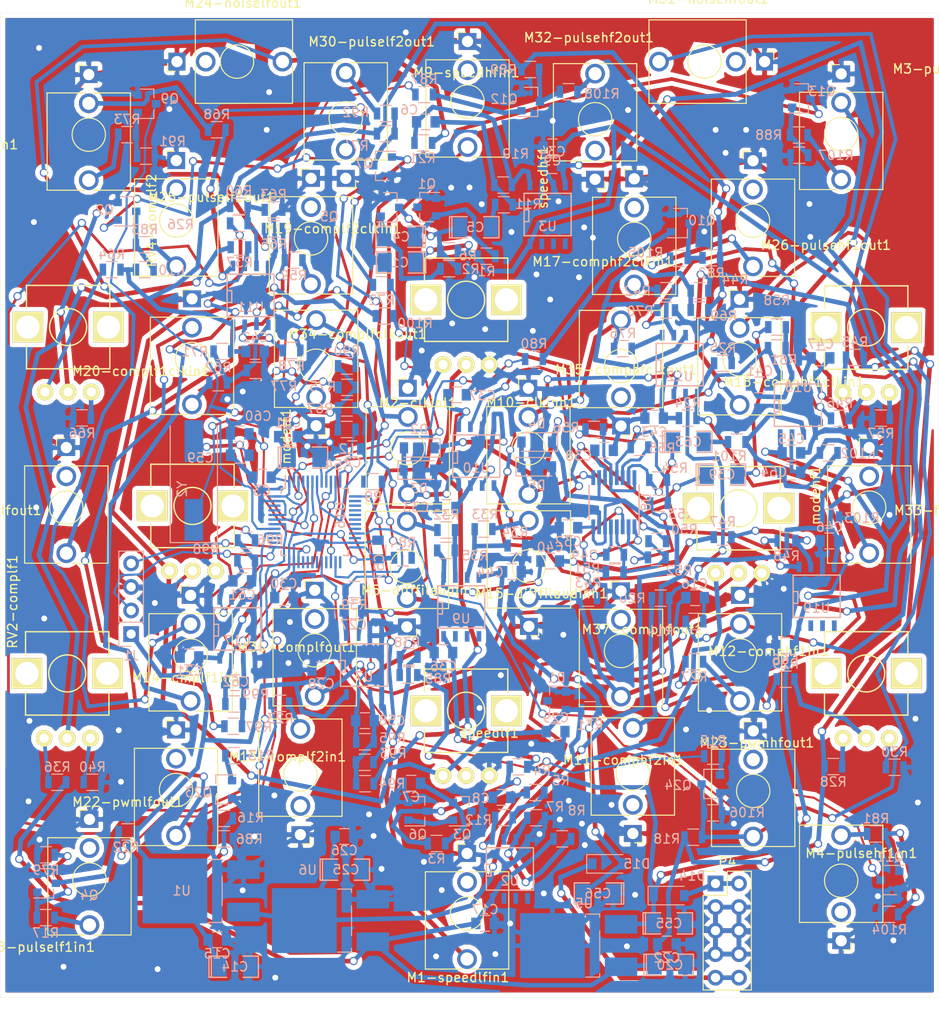
<source format=kicad_pcb>
(kicad_pcb (version 20171130) (host pcbnew "(6.0.0-rc1-dev-209-g91e3d21d6)")
  (title_block (date "15 jun 2016"))
  (layers (0 Front signal) (31 Back signal) (34 B.Paste user hide) (35 F.Paste user hide) (36 B.SilkS user) (37 F.SilkS user hide) (38 B.Mask user hide) (39 F.Mask user hide) (44 Edge.Cuts user hide))
  (net 0 "")
  (net 1 +12V)
  (net 2 GND)
  (net 3 /Sheet5AD5ACBA/RESET)
  (net 4 +3V3)
  (net 5 "Net-(C4-Pad2)")
  (net 6 "Net-(C4-Pad1)")
  (net 7 "Net-(C5-Pad1)")
  (net 8 "Net-(C5-Pad2)")
  (net 9 "Net-(C6-Pad2)")
  (net 10 "Net-(C6-Pad1)")
  (net 11 "Net-(C7-Pad2)")
  (net 12 "Net-(C8-Pad2)")
  (net 13 "Net-(C8-Pad1)")
  (net 14 -12VA)
  (net 15 +10V)
  (net 16 NOISEHF_OUT)
  (net 17 "Net-(C16-Pad1)")
  (net 18 +5V)
  (net 19 "Net-(C27-Pad2)")
  (net 20 /Sheet5AD5ACBA/speedlf)
  (net 21 AREF-10)
  (net 22 /Sheet5B6C330B/7490_IN_LOW)
  (net 23 "Net-(C37-Pad2)")
  (net 24 "Net-(C38-Pad2)")
  (net 25 /Sheet5B6C330B/7400_LP)
  (net 26 "Net-(C39-Pad2)")
  (net 27 DIFFAUDOUT)
  (net 28 "Net-(C40-Pad2)")
  (net 29 "Net-(C41-Pad2)")
  (net 30 "Net-(C41-Pad1)")
  (net 31 /Sheet5AD5ACBA/speedhf)
  (net 32 "Net-(C58-Pad2)")
  (net 33 "Net-(C59-Pad2)")
  (net 34 "Net-(C60-Pad2)")
  (net 35 "Net-(C61-Pad2)")
  (net 36 /Sheet5AD5ACBA/modehf)
  (net 37 "Net-(C62-Pad2)")
  (net 38 /Sheet5AD5ACBA/modelf)
  (net 39 "Net-(C63-Pad2)")
  (net 40 /Sheet5B6C330B/7490_BP)
  (net 41 "Net-(C64-Pad1)")
  (net 42 "Net-(C64-Pad2)")
  (net 43 CLK_INH)
  (net 44 CLK_INL)
  (net 45 /Sheet5AD5ACBA/SWCLK)
  (net 46 /Sheet5AD5ACBA/SWDIO)
  (net 47 "Net-(L2-Pad2)")
  (net 48 "Net-(R96-Pad2)")
  (net 49 "Net-(R97-Pad2)")
  (net 50 "Net-(Q1-Pad3)")
  (net 51 PULSELF1_OUT)
  (net 52 "Net-(Q2-Pad1)")
  (net 53 "Net-(Q3-Pad3)")
  (net 54 "Net-(Q3-Pad1)")
  (net 55 /Sheet5AD5ACBA/pulself1_in)
  (net 56 "Net-(Q4-Pad1)")
  (net 57 PULSELF2_OUT)
  (net 58 "Net-(Q7-Pad1)")
  (net 59 /Sheet5AD5ACBA/pulselfclk_in)
  (net 60 "Net-(Q9-Pad1)")
  (net 61 "Net-(Q10-Pad1)")
  (net 62 PULSEHF1_OUT)
  (net 63 /Sheet5AD5ACBA/pulsehf1_in)
  (net 64 "Net-(Q11-Pad1)")
  (net 65 PULSEHF2_OUT)
  (net 66 "Net-(Q12-Pad1)")
  (net 67 "Net-(Q13-Pad1)")
  (net 68 /Sheet5AD5ACBA/pulsehfclk_in)
  (net 69 "Net-(Q23-Pad1)")
  (net 70 PWMLF_OUT)
  (net 71 PWMHF_OUT)
  (net 72 "Net-(Q24-Pad1)")
  (net 73 "Net-(R12-Pad2)")
  (net 74 "Net-(R7-Pad1)")
  (net 75 /Sheet5AD5ACBA/pulself1_out)
  (net 76 /Sheet5AD5ACBA/pwmlf_out)
  (net 77 /Sheet5AD5ACBA/pwmhf_out)
  (net 78 PULSELF1_IN)
  (net 79 "Net-(R20-Pad1)")
  (net 80 COMPHF2_IN)
  (net 81 NOISELF_OUT)
  (net 82 "Net-(R23-Pad1)")
  (net 83 COMPLF2_IN)
  (net 84 COMPLF1_IN)
  (net 85 COMPHF1_IN)
  (net 86 "Net-(R26-Pad1)")
  (net 87 "Net-(R28-Pad2)")
  (net 88 "Net-(R29-Pad1)")
  (net 89 "Net-(R30-Pad2)")
  (net 90 "Net-(R32-Pad1)")
  (net 91 DIFFFILAUD_INL)
  (net 92 "Net-(R33-Pad1)")
  (net 93 DIFFFILAUD_INH)
  (net 94 "Net-(R36-Pad2)")
  (net 95 "Net-(R37-Pad1)")
  (net 96 SPEEDLF_IN)
  (net 97 "Net-(R40-Pad2)")
  (net 98 "Net-(R42-Pad1)")
  (net 99 COMPHF2_CLK_IN)
  (net 100 COMPHF1_CLK_IN)
  (net 101 "Net-(R44-Pad1)")
  (net 102 "Net-(R45-Pad2)")
  (net 103 "Net-(R46-Pad1)")
  (net 104 "Net-(R47-Pad1)")
  (net 105 "Net-(R49-Pad1)")
  (net 106 "Net-(R49-Pad2)")
  (net 107 "Net-(R50-Pad2)")
  (net 108 "Net-(R51-Pad2)")
  (net 109 "Net-(R53-Pad1)")
  (net 110 "Net-(R55-Pad1)")
  (net 111 "Net-(R56-Pad1)")
  (net 112 "Net-(R57-Pad2)")
  (net 113 "Net-(R59-Pad1)")
  (net 114 COMPLF2_CLK_IN)
  (net 115 COMPLF1_CLK_IN)
  (net 116 "Net-(R62-Pad1)")
  (net 117 "Net-(R64-Pad2)")
  (net 118 "Net-(R65-Pad1)")
  (net 119 "Net-(R66-Pad2)")
  (net 120 /Sheet5AD5ACBA/pulself2_out)
  (net 121 PULSELFCLK_IN)
  (net 122 /Sheet5AD5ACBA/pulsehf1_out)
  (net 123 PULSEHF1_IN)
  (net 124 "Net-(R85-Pad2)")
  (net 125 /Sheet5AD5ACBA/pulsehf2_out)
  (net 126 PULSEHFCLK_IN)
  (net 127 SPEEDHF_IN)
  (net 128 "Net-(R94-Pad2)")
  (net 129 FILTLF_OUT)
  (net 130 FILTHF_OUT)
  (net 131 COMPLF_OUT)
  (net 132 COMPLFCLK_OUT)
  (net 133 COMPHFCLK_OUT)
  (net 134 COMPHF_OUT)
  (net 135 "Net-(U16-Pad14)")
  (net 136 "Net-(U16-Pad15)")
  (net 137 "Net-(U16-Pad16)")
  (net 138 "Net-(U16-Pad17)")
  (net 139 "Net-(U16-Pad18)")
  (net 140 "Net-(U16-Pad19)")
  (net 141 "Net-(U16-Pad20)")
  (net 142 "Net-(U16-Pad28)")
  (net 143 "Net-(U16-Pad30)")
  (net 144 "Net-(U16-Pad31)")
  (net 145 "Net-(U16-Pad32)")
  (net 146 "Net-(U16-Pad33)")
  (net 147 "Net-(U16-Pad38)")
  (net 148 "Net-(U16-Pad39)")
  (net 149 "Net-(M9-speedhfin1-Pad2)")
  (net 150 "Net-(M25-pulself1out1-Pad2)")
  (net 151 "Net-(M23-pwmhfout1-Pad2)")
  (net 152 "Net-(M22-pwmlfout1-Pad2)")
  (net 153 "Net-(M19-complf2clkin1-Pad2)")
  (net 154 "Net-(M13-complf2in1-Pad2)")
  (net 155 "Net-(M11-comphf2in1-Pad2)")
  (net 156 "Net-(M17-comphf2clkin1-Pad2)")
  (net 157 "Net-(M34-complfclkout1-Pad2)")
  (net 158 "Net-(M1-speedlfin1-Pad2)")
  (net 159 "Net-(M27-filtlfout1-Pad2)")
  (net 160 "Net-(M26-pulsehf1out1-Pad2)")
  (net 161 "Net-(M37-comphfout1-Pad2)")
  (net 162 "Net-(M36-complfout1-Pad2)")
  (net 163 "Net-(M35-comphfclkout1-Pad2)")
  (net 164 "Net-(M32-pulsehf2out1-Pad2)")
  (net 165 "Net-(M30-pulself2out1-Pad2)")
  (net 166 "Net-(M33-filthfout1-Pad2)")
  (net 167 "Net-(U16-Pad4)")
  (net 168 "Net-(U16-Pad22)")
  (net 169 "Net-(U16-Pad25)")
  (net 170 "Net-(U16-Pad46)")
  (net 171 "Net-(Q2-Pad3)")
  (net 172 "Net-(Q7-Pad3)")
  (net 173 "Net-(Q10-Pad3)")
  (net 174 "Net-(Q12-Pad3)")
  (net 175 "Net-(R76-Pad1)")
  (net 176 "Net-(R24-Pad1)")
  (net 177 "Net-(R43-Pad1)")
  (net 178 "Net-(R68-Pad1)")
  (net 179 "Net-(R78-Pad1)")
  (net 180 "Net-(M24-noiselfout1-Pad2)")
  (net 181 "Net-(M31-noisehfout1-Pad2)")
  (net 182 "Net-(M8-pulself1in1-Pad2)")
  (net 183 "Net-(M4-pulsehf1in1-Pad2)")
  (net 184 "Net-(C16-Pad2)")
  (net 185 "Net-(D15-Pad1)")
  (net 186 "Net-(D14-Pad2)")
  (net 187 "Net-(U16-Pad45)")
  (module Capacitors_SMD:C_0805 (layer Back) (at 138.375 66.45 180)
    (fp_text reference C34 (at 0 1.5 180) (layer B.SilkS) (effects (justify mirror)))
    (fp_text value 100N)
    (pad 1 smd rect (at -1 0 180) (size 1 1.25) (layers Back B.Paste B.Mask) (net 14 -12VA))
    (pad 2 smd rect (at 1 0 180) (size 1 1.25) (layers Back B.Paste B.Mask) (net 2 GND))
  )
  (module Capacitors_SMD:C_0805 (layer Back) (at 126.625 119)
    (fp_text reference C36 (at 0 1.5) (layer B.SilkS) (effects (justify mirror)))
    (fp_text value 100N)
    (pad 2 smd rect (at 1 0) (size 1 1.25) (layers Back B.Paste B.Mask) (net 1 +12V))
    (pad 1 smd rect (at -1 0) (size 1 1.25) (layers Back B.Paste B.Mask) (net 2 GND))
  )
  (module Capacitors_SMD:C_0805 (layer Back) (at 134.025 110.275)
    (fp_text reference C44 (at -2.345 0.045) (layer B.SilkS) (effects (justify mirror)))
    (fp_text value 100N)
    (pad 1 smd rect (at -1 0) (size 1 1.25) (layers Back B.Paste B.Mask) (net 14 -12VA))
    (pad 2 smd rect (at 1 0) (size 1 1.25) (layers Back B.Paste B.Mask) (net 2 GND))
  )
  (module Capacitors_SMD:C_0805 (layer Back) (at 167.35 87.2 180)
    (fp_text reference C47 (at 0 1.5 180) (layer B.SilkS) (effects (justify mirror)))
    (fp_text value 100N)
    (pad 2 smd rect (at 1 0 180) (size 1 1.25) (layers Back B.Paste B.Mask) (net 2 GND))
    (pad 1 smd rect (at -1 0 180) (size 1 1.25) (layers Back B.Paste B.Mask) (net 14 -12VA))
  )
  (module Capacitors_SMD:C_0805 (layer Back) (at 168.3 106.95 180)
    (fp_text reference C46 (at 0 1.5 180) (layer B.SilkS) (effects (justify mirror)))
    (fp_text value 100N)
    (pad 1 smd rect (at -1 0 180) (size 1 1.25) (layers Back B.Paste B.Mask) (net 14 -12VA))
    (pad 2 smd rect (at 1 0 180) (size 1 1.25) (layers Back B.Paste B.Mask) (net 2 GND))
  )
  (module Capacitors_SMD:C_0805 (layer Back) (at 138.4 64.425)
    (fp_text reference C9 (at 0 1.5) (layer B.SilkS) (effects (justify mirror)))
    (fp_text value 100N)
    (pad 2 smd rect (at 1 0) (size 1 1.25) (layers Back B.Paste B.Mask) (net 1 +12V))
    (pad 1 smd rect (at -1 0) (size 1 1.25) (layers Back B.Paste B.Mask) (net 2 GND))
  )
  (module Capacitors_SMD:C_0805 (layer Back) (at 164.2 97.45 180)
    (fp_text reference C45 (at 0 1.5 180) (layer B.SilkS) (effects (justify mirror)))
    (fp_text value 100N)
    (pad 1 smd rect (at -1 0 180) (size 1 1.25) (layers Back B.Paste B.Mask) (net 2 GND))
    (pad 2 smd rect (at 1 0 180) (size 1 1.25) (layers Back B.Paste B.Mask) (net 1 +12V))
  )
  (module Capacitors_SMD:C_0805 (layer Back) (at 99.2 119.475)
    (fp_text reference C21 (at 0 1.5) (layer B.SilkS) (effects (justify mirror)))
    (fp_text value 100nF)
    (pad 1 smd rect (at -1 0) (size 1 1.25) (layers Back B.Paste B.Mask) (net 2 GND))
    (pad 2 smd rect (at 1 0) (size 1 1.25) (layers Back B.Paste B.Mask) (net 4 +3V3))
  )
  (module new_kicad:Potentiometer_Alps-RK09 (layer Front) (at 99.525 103.175 90)
    (fp_text reference modelf1 (at 7.5 10.1 270) (layer F.SilkS))
    (fp_text value 10K)
    (pad 5 thru_hole rect (at 0 4.35) (size 3.3 3.3) (drill 2.5) (layers *.Cu *.Mask F.SilkS))
    (pad 4 thru_hole rect (at 0 -4.35) (size 3.3 3.3) (drill 2.5) (layers *.Cu *.Mask F.SilkS))
    (pad 3 thru_hole circle (at -7 2.5) (size 1.8 1.8) (drill 1) (layers *.Cu *.Mask F.SilkS) (net 2 GND))
    (pad 2 thru_hole circle (at -7 0) (size 1.8 1.8) (drill 1) (layers *.Cu *.Mask F.SilkS) (net 49 "Net-(R97-Pad2)"))
    (pad 1 thru_hole circle (at -7 -2.5) (size 1.8 1.8) (drill 1) (layers *.Cu *.Mask F.SilkS) (net 21 AREF-10))
  )
  (module Connector_Audio:Jack_3.5mm_QingPu_WQP-PJ398SM_Vertical_CircularHoles (layer Front) (at 154.85 55.225 270)
    (fp_text reference M31-noisehfout1 (at -6.775 -0.37 180) (layer F.SilkS))
    (fp_text value AUDIO-JACKERTHENVAR)
    (pad 3 thru_hole circle (at 0 4.95 90) (size 2.13 2.13) (drill 1.43) (layers *.Cu *.Mask) (net 16 NOISEHF_OUT))
    (pad 1 thru_hole rect (at 0 -6.45 90) (size 1.93 1.83) (drill 1.22) (layers *.Cu *.Mask) (net 2 GND))
    (pad 2 thru_hole circle (at 0 -3.35 90) (size 2.13 2.13) (drill 1.42) (layers *.Cu *.Mask) (net 181 "Net-(M31-noisehfout1-Pad2)"))
  )
  (module new_kicad:Potentiometer_Alps-RK09 (layer Front) (at 158.5 103.425 90)
    (fp_text reference modehf1 (at 1.4 8.3 270) (layer F.SilkS))
    (fp_text value 10K)
    (pad 5 thru_hole rect (at 0 4.35) (size 3.3 3.3) (drill 2.5) (layers *.Cu *.Mask F.SilkS))
    (pad 4 thru_hole rect (at 0 -4.35) (size 3.3 3.3) (drill 2.5) (layers *.Cu *.Mask F.SilkS))
    (pad 3 thru_hole circle (at -7 2.5) (size 1.8 1.8) (drill 1) (layers *.Cu *.Mask F.SilkS) (net 2 GND))
    (pad 2 thru_hole circle (at -7 0) (size 1.8 1.8) (drill 1) (layers *.Cu *.Mask F.SilkS) (net 48 "Net-(R96-Pad2)"))
    (pad 1 thru_hole circle (at -7 -2.5) (size 1.8 1.8) (drill 1) (layers *.Cu *.Mask F.SilkS) (net 21 AREF-10))
  )
  (module new_kicad:Potentiometer_Alps-RK09 (layer Front) (at 172.275 121.25 90)
    (fp_text reference RV1-comphf1 (at -6.23 11.215 270) (layer F.SilkS))
    (fp_text value 10K)
    (pad 5 thru_hole rect (at 0 4.35) (size 3.3 3.3) (drill 2.5) (layers *.Cu *.Mask F.SilkS))
    (pad 4 thru_hole rect (at 0 -4.35) (size 3.3 3.3) (drill 2.5) (layers *.Cu *.Mask F.SilkS))
    (pad 3 thru_hole circle (at -7 2.5) (size 1.8 1.8) (drill 1) (layers *.Cu *.Mask F.SilkS) (net 89 "Net-(R30-Pad2)"))
    (pad 2 thru_hole circle (at -7 0) (size 1.8 1.8) (drill 1) (layers *.Cu *.Mask F.SilkS) (net 88 "Net-(R29-Pad1)"))
    (pad 1 thru_hole circle (at -7 -2.5) (size 1.8 1.8) (drill 1) (layers *.Cu *.Mask F.SilkS) (net 87 "Net-(R28-Pad2)"))
  )
  (module new_kicad:Potentiometer_Alps-RK09 (layer Front) (at 86 121.25 90)
    (fp_text reference RV2-complf1 (at 7.725 -5.9 270) (layer F.SilkS))
    (fp_text value 10K)
    (pad 5 thru_hole rect (at 0 4.35) (size 3.3 3.3) (drill 2.5) (layers *.Cu *.Mask F.SilkS))
    (pad 4 thru_hole rect (at 0 -4.35) (size 3.3 3.3) (drill 2.5) (layers *.Cu *.Mask F.SilkS))
    (pad 3 thru_hole circle (at -7 2.5) (size 1.8 1.8) (drill 1) (layers *.Cu *.Mask F.SilkS) (net 97 "Net-(R40-Pad2)"))
    (pad 2 thru_hole circle (at -7 0) (size 1.8 1.8) (drill 1) (layers *.Cu *.Mask F.SilkS) (net 95 "Net-(R37-Pad1)"))
    (pad 1 thru_hole circle (at -7 -2.5) (size 1.8 1.8) (drill 1) (layers *.Cu *.Mask F.SilkS) (net 94 "Net-(R36-Pad2)"))
  )
  (module new_kicad:Potentiometer_Alps-RK09 (layer Front) (at 172.275 83.925 90)
    (fp_text reference RV3-comphf2 (at 5.515 9.525 270) (layer F.SilkS))
    (fp_text value 10K)
    (pad 5 thru_hole rect (at 0 4.35) (size 3.3 3.3) (drill 2.5) (layers *.Cu *.Mask F.SilkS))
    (pad 4 thru_hole rect (at 0 -4.35) (size 3.3 3.3) (drill 2.5) (layers *.Cu *.Mask F.SilkS))
    (pad 3 thru_hole circle (at -7 2.5) (size 1.8 1.8) (drill 1) (layers *.Cu *.Mask F.SilkS) (net 112 "Net-(R57-Pad2)"))
    (pad 2 thru_hole circle (at -7 0) (size 1.8 1.8) (drill 1) (layers *.Cu *.Mask F.SilkS) (net 103 "Net-(R46-Pad1)"))
    (pad 1 thru_hole circle (at -7 -2.5) (size 1.8 1.8) (drill 1) (layers *.Cu *.Mask F.SilkS) (net 102 "Net-(R45-Pad2)"))
  )
  (module new_kicad:Potentiometer_Alps-RK09 (layer Front) (at 86.1 83.875 90)
    (fp_text reference RV4-complf2 (at 11.5 9 270) (layer F.SilkS))
    (fp_text value 10K)
    (pad 5 thru_hole rect (at 0 4.35) (size 3.3 3.3) (drill 2.5) (layers *.Cu *.Mask F.SilkS))
    (pad 4 thru_hole rect (at 0 -4.35) (size 3.3 3.3) (drill 2.5) (layers *.Cu *.Mask F.SilkS))
    (pad 3 thru_hole circle (at -7 2.5) (size 1.8 1.8) (drill 1) (layers *.Cu *.Mask F.SilkS) (net 119 "Net-(R66-Pad2)"))
    (pad 2 thru_hole circle (at -7 0) (size 1.8 1.8) (drill 1) (layers *.Cu *.Mask F.SilkS) (net 118 "Net-(R65-Pad1)"))
    (pad 1 thru_hole circle (at -7 -2.5) (size 1.8 1.8) (drill 1) (layers *.Cu *.Mask F.SilkS) (net 117 "Net-(R64-Pad2)"))
  )
  (module new_kicad:Potentiometer_Alps-RK09 (layer Front) (at 129.075 80.925 90)
    (fp_text reference speedhf1 (at 13.2 8.3 270) (layer F.SilkS))
    (fp_text value 10K)
    (pad 5 thru_hole rect (at 0 4.35) (size 3.3 3.3) (drill 2.5) (layers *.Cu *.Mask F.SilkS))
    (pad 4 thru_hole rect (at 0 -4.35) (size 3.3 3.3) (drill 2.5) (layers *.Cu *.Mask F.SilkS))
    (pad 3 thru_hole circle (at -7 2.5) (size 1.8 1.8) (drill 1) (layers *.Cu *.Mask F.SilkS) (net 2 GND))
    (pad 2 thru_hole circle (at -7 0) (size 1.8 1.8) (drill 1) (layers *.Cu *.Mask F.SilkS) (net 128 "Net-(R94-Pad2)"))
    (pad 1 thru_hole circle (at -7 -2.5) (size 1.8 1.8) (drill 1) (layers *.Cu *.Mask F.SilkS) (net 21 AREF-10))
  )
  (module new_kicad:Potentiometer_Alps-RK09 (layer Front) (at 129.075 125.275 90)
    (fp_text reference speedlf1 (at -2.4 2.5) (layer F.SilkS))
    (fp_text value 10K)
    (pad 5 thru_hole rect (at 0 4.35) (size 3.3 3.3) (drill 2.5) (layers *.Cu *.Mask F.SilkS))
    (pad 4 thru_hole rect (at 0 -4.35) (size 3.3 3.3) (drill 2.5) (layers *.Cu *.Mask F.SilkS))
    (pad 3 thru_hole circle (at -7 2.5) (size 1.8 1.8) (drill 1) (layers *.Cu *.Mask F.SilkS) (net 2 GND))
    (pad 2 thru_hole circle (at -7 0) (size 1.8 1.8) (drill 1) (layers *.Cu *.Mask F.SilkS) (net 124 "Net-(R85-Pad2)"))
    (pad 1 thru_hole circle (at -7 -2.5) (size 1.8 1.8) (drill 1) (layers *.Cu *.Mask F.SilkS) (net 21 AREF-10))
  )
  (module Connector_Audio:Jack_3.5mm_QingPu_WQP-PJ398SM_Vertical_CircularHoles (layer Front) (at 172.6 103.325)
    (fp_text reference M33-filthfout1 (at 8.3 0.325 180) (layer F.SilkS))
    (fp_text value AUDIO-JACKERTHENVAR)
    (pad 3 thru_hole circle (at 0 4.95 180) (size 2.13 2.13) (drill 1.43) (layers *.Cu *.Mask) (net 130 FILTHF_OUT))
    (pad 1 thru_hole rect (at 0 -6.45 180) (size 1.93 1.83) (drill 1.22) (layers *.Cu *.Mask) (net 2 GND))
    (pad 2 thru_hole circle (at 0 -3.35 180) (size 2.13 2.13) (drill 1.42) (layers *.Cu *.Mask) (net 166 "Net-(M33-filthfout1-Pad2)"))
  )
  (module Connector_Audio:Jack_3.5mm_QingPu_WQP-PJ398SM_Vertical_CircularHoles (layer Front) (at 169.575 63)
    (fp_text reference M3-pulsehfclkin1 (at 12.225 -6.99 180) (layer F.SilkS))
    (fp_text value AUDIO-JACKERTHENVAR)
    (pad 3 thru_hole circle (at 0 4.95 180) (size 2.13 2.13) (drill 1.43) (layers *.Cu *.Mask) (net 126 PULSEHFCLK_IN))
    (pad 1 thru_hole rect (at 0 -6.45 180) (size 1.93 1.83) (drill 1.22) (layers *.Cu *.Mask) (net 2 GND))
    (pad 2 thru_hole circle (at 0 -3.35 180) (size 2.13 2.13) (drill 1.42) (layers *.Cu *.Mask) (net 134 COMPHF_OUT))
  )
  (module Connector_Audio:Jack_3.5mm_QingPu_WQP-PJ398SM_Vertical_CircularHoles (layer Front) (at 116.075 61.375 180)
    (fp_text reference M30-pulself2out1 (at -2.8 8.3) (layer F.SilkS))
    (fp_text value AUDIO-JACKERTHENVAR)
    (pad 3 thru_hole circle (at 0 4.95) (size 2.13 2.13) (drill 1.43) (layers *.Cu *.Mask) (net 57 PULSELF2_OUT))
    (pad 1 thru_hole rect (at 0 -6.45) (size 1.93 1.83) (drill 1.22) (layers *.Cu *.Mask) (net 2 GND))
    (pad 2 thru_hole circle (at 0 -3.35) (size 2.13 2.13) (drill 1.42) (layers *.Cu *.Mask) (net 165 "Net-(M30-pulself2out1-Pad2)"))
  )
  (module Connector_Audio:Jack_3.5mm_QingPu_WQP-PJ398SM_Vertical_CircularHoles (layer Front) (at 99.475 87.275)
    (fp_text reference M20-complf1clkin1 (at -5.505 1.355 180) (layer F.SilkS))
    (fp_text value AUDIO-JACKERTHENVAR)
    (pad 3 thru_hole circle (at 0 4.95 180) (size 2.13 2.13) (drill 1.43) (layers *.Cu *.Mask) (net 115 COMPLF1_CLK_IN))
    (pad 1 thru_hole rect (at 0 -6.45 180) (size 1.93 1.83) (drill 1.22) (layers *.Cu *.Mask) (net 2 GND))
    (pad 2 thru_hole circle (at 0 -3.35 180) (size 2.13 2.13) (drill 1.42) (layers *.Cu *.Mask) (net 70 PWMLF_OUT))
  )
  (module Connector_Audio:Jack_3.5mm_QingPu_WQP-PJ398SM_Vertical_CircularHoles (layer Front) (at 143 61.475 180)
    (fp_text reference M32-pulsehf2out1 (at 0.67 8.845) (layer F.SilkS))
    (fp_text value AUDIO-JACKERTHENVAR)
    (pad 3 thru_hole circle (at 0 4.95) (size 2.13 2.13) (drill 1.43) (layers *.Cu *.Mask) (net 65 PULSEHF2_OUT))
    (pad 1 thru_hole rect (at 0 -6.45) (size 1.93 1.83) (drill 1.22) (layers *.Cu *.Mask) (net 2 GND))
    (pad 2 thru_hole circle (at 0 -3.35) (size 2.13 2.13) (drill 1.42) (layers *.Cu *.Mask) (net 164 "Net-(M32-pulsehf2out1-Pad2)"))
  )
  (module Connector_Audio:Jack_3.5mm_QingPu_WQP-PJ398SM_Vertical_CircularHoles (layer Front) (at 145.8 88.1 180)
    (fp_text reference M35-comphfclkout1 (at -0.53 -0.36) (layer F.SilkS))
    (fp_text value AUDIO-JACKERTHENVAR)
    (pad 3 thru_hole circle (at 0 4.95) (size 2.13 2.13) (drill 1.43) (layers *.Cu *.Mask) (net 133 COMPHFCLK_OUT))
    (pad 1 thru_hole rect (at 0 -6.45) (size 1.93 1.83) (drill 1.22) (layers *.Cu *.Mask) (net 2 GND))
    (pad 2 thru_hole circle (at 0 -3.35) (size 2.13 2.13) (drill 1.42) (layers *.Cu *.Mask) (net 163 "Net-(M35-comphfclkout1-Pad2)"))
  )
  (module Connector_Audio:Jack_3.5mm_QingPu_WQP-PJ398SM_Vertical_CircularHoles (layer Front) (at 112.725 118.725)
    (fp_text reference M36-complfout1 (at -1.955 -0.315 180) (layer F.SilkS))
    (fp_text value AUDIO-JACKERTHENVAR)
    (pad 3 thru_hole circle (at 0 4.95 180) (size 2.13 2.13) (drill 1.43) (layers *.Cu *.Mask) (net 131 COMPLF_OUT))
    (pad 1 thru_hole rect (at 0 -6.45 180) (size 1.93 1.83) (drill 1.22) (layers *.Cu *.Mask) (net 2 GND))
    (pad 2 thru_hole circle (at 0 -3.35 180) (size 2.13 2.13) (drill 1.42) (layers *.Cu *.Mask) (net 162 "Net-(M36-complfout1-Pad2)"))
  )
  (module Connector_Audio:Jack_3.5mm_QingPu_WQP-PJ398SM_Vertical_CircularHoles (layer Front) (at 145.8 118.8)
    (fp_text reference M37-comphfout1 (at 2.3 -2.3 180) (layer F.SilkS))
    (fp_text value AUDIO-JACKERTHENVAR)
    (pad 3 thru_hole circle (at 0 4.95 180) (size 2.13 2.13) (drill 1.43) (layers *.Cu *.Mask) (net 134 COMPHF_OUT))
    (pad 1 thru_hole rect (at 0 -6.45 180) (size 1.93 1.83) (drill 1.22) (layers *.Cu *.Mask) (net 2 GND))
    (pad 2 thru_hole circle (at 0 -3.35 180) (size 2.13 2.13) (drill 1.42) (layers *.Cu *.Mask) (net 161 "Net-(M37-comphfout1-Pad2)"))
  )
  (module Connector_Audio:Jack_3.5mm_QingPu_WQP-PJ398SM_Vertical_CircularHoles (layer Front) (at 122.675 109.775 180)
    (fp_text reference M5-difffilaudinl1 (at -1.545 -2.495) (layer F.SilkS))
    (fp_text value AUDIO-JACKERTHENVAR)
    (pad 3 thru_hole circle (at 0 4.95) (size 2.13 2.13) (drill 1.43) (layers *.Cu *.Mask) (net 91 DIFFFILAUD_INL))
    (pad 1 thru_hole rect (at 0 -6.45) (size 1.93 1.83) (drill 1.22) (layers *.Cu *.Mask) (net 2 GND))
    (pad 2 thru_hole circle (at 0 -3.35) (size 2.13 2.13) (drill 1.42) (layers *.Cu *.Mask) (net 131 COMPLF_OUT))
  )
  (module Connector_Audio:Jack_3.5mm_QingPu_WQP-PJ398SM_Vertical_CircularHoles (layer Front) (at 88.325 63.075)
    (fp_text reference M7-pulselfclkin1 (at -14.1 1.1 180) (layer F.SilkS))
    (fp_text value AUDIO-JACKERTHENVAR)
    (pad 3 thru_hole circle (at 0 4.95 180) (size 2.13 2.13) (drill 1.43) (layers *.Cu *.Mask) (net 121 PULSELFCLK_IN))
    (pad 1 thru_hole rect (at 0 -6.45 180) (size 1.93 1.83) (drill 1.22) (layers *.Cu *.Mask) (net 2 GND))
    (pad 2 thru_hole circle (at 0 -3.35 180) (size 2.13 2.13) (drill 1.42) (layers *.Cu *.Mask) (net 131 COMPLF_OUT))
  )
  (module Connector_Audio:Jack_3.5mm_QingPu_WQP-PJ398SM_Vertical_CircularHoles (layer Front) (at 160.05 72.375)
    (fp_text reference M26-pulsehf1out1 (at 7.88 2.655 180) (layer F.SilkS))
    (fp_text value AUDIO-JACKERTHENVAR)
    (pad 3 thru_hole circle (at 0 4.95 180) (size 2.13 2.13) (drill 1.43) (layers *.Cu *.Mask) (net 62 PULSEHF1_OUT))
    (pad 1 thru_hole rect (at 0 -6.45 180) (size 1.93 1.83) (drill 1.22) (layers *.Cu *.Mask) (net 2 GND))
    (pad 2 thru_hole circle (at 0 -3.35 180) (size 2.13 2.13) (drill 1.42) (layers *.Cu *.Mask) (net 160 "Net-(M26-pulsehf1out1-Pad2)"))
  )
  (module Connector_Audio:Jack_3.5mm_QingPu_WQP-PJ398SM_Vertical_CircularHoles (layer Front) (at 85.9 103.325)
    (fp_text reference M27-filtlfout1 (at -8.1 0.325 180) (layer F.SilkS))
    (fp_text value AUDIO-JACKERTHENVAR)
    (pad 3 thru_hole circle (at 0 4.95 180) (size 2.13 2.13) (drill 1.43) (layers *.Cu *.Mask) (net 129 FILTLF_OUT))
    (pad 1 thru_hole rect (at 0 -6.45 180) (size 1.93 1.83) (drill 1.22) (layers *.Cu *.Mask) (net 2 GND))
    (pad 2 thru_hole circle (at 0 -3.35 180) (size 2.13 2.13) (drill 1.42) (layers *.Cu *.Mask) (net 159 "Net-(M27-filtlfout1-Pad2)"))
  )
  (module Connector_Audio:Jack_3.5mm_QingPu_WQP-PJ398SM_Vertical_CircularHoles (layer Front) (at 129.175 147.125)
    (fp_text reference M1-speedlfin1 (at -0.985 6.935 180) (layer F.SilkS))
    (fp_text value AUDIO-JACKERTHENVAR)
    (pad 3 thru_hole circle (at 0 4.95 180) (size 2.13 2.13) (drill 1.43) (layers *.Cu *.Mask) (net 96 SPEEDLF_IN))
    (pad 1 thru_hole rect (at 0 -6.45 180) (size 1.93 1.83) (drill 1.22) (layers *.Cu *.Mask) (net 2 GND))
    (pad 2 thru_hole circle (at 0 -3.35 180) (size 2.13 2.13) (drill 1.42) (layers *.Cu *.Mask) (net 158 "Net-(M1-speedlfin1-Pad2)"))
  )
  (module Connector_Audio:Jack_3.5mm_QingPu_WQP-PJ398SM_Vertical_CircularHoles (layer Front) (at 112.875 88.075 180)
    (fp_text reference M34-complfclkout1 (at -4.475 3.445) (layer F.SilkS))
    (fp_text value AUDIO-JACKERTHENVAR)
    (pad 3 thru_hole circle (at 0 4.95) (size 2.13 2.13) (drill 1.43) (layers *.Cu *.Mask) (net 132 COMPLFCLK_OUT))
    (pad 1 thru_hole rect (at 0 -6.45) (size 1.93 1.83) (drill 1.22) (layers *.Cu *.Mask) (net 2 GND))
    (pad 2 thru_hole circle (at 0 -3.35) (size 2.13 2.13) (drill 1.42) (layers *.Cu *.Mask) (net 157 "Net-(M34-complfclkout1-Pad2)"))
  )
  (module Connector_Audio:Jack_3.5mm_QingPu_WQP-PJ398SM_Vertical_CircularHoles (layer Front) (at 147.225 74.325)
    (fp_text reference M17-comphf2clkin1 (at -3.385 2.485 180) (layer F.SilkS))
    (fp_text value AUDIO-JACKERTHENVAR)
    (pad 3 thru_hole circle (at 0 4.95 180) (size 2.13 2.13) (drill 1.43) (layers *.Cu *.Mask) (net 99 COMPHF2_CLK_IN))
    (pad 1 thru_hole rect (at 0 -6.45 180) (size 1.93 1.83) (drill 1.22) (layers *.Cu *.Mask) (net 2 GND))
    (pad 2 thru_hole circle (at 0 -3.35 180) (size 2.13 2.13) (drill 1.42) (layers *.Cu *.Mask) (net 156 "Net-(M17-comphf2clkin1-Pad2)"))
  )
  (module Connector_Audio:Jack_3.5mm_QingPu_WQP-PJ398SM_Vertical_CircularHoles (layer Front) (at 135.8 96.925)
    (fp_text reference M10-clkinh1 (at 0.29 -4.925 180) (layer F.SilkS))
    (fp_text value AUDIO-JACKERTHENVAR)
    (pad 3 thru_hole circle (at 0 4.95 180) (size 2.13 2.13) (drill 1.43) (layers *.Cu *.Mask) (net 43 CLK_INH))
    (pad 1 thru_hole rect (at 0 -6.45 180) (size 1.93 1.83) (drill 1.22) (layers *.Cu *.Mask) (net 2 GND))
    (pad 2 thru_hole circle (at 0 -3.35 180) (size 2.13 2.13) (drill 1.42) (layers *.Cu *.Mask) (net 133 COMPHFCLK_OUT))
  )
  (module Connector_Audio:Jack_3.5mm_QingPu_WQP-PJ398SM_Vertical_CircularHoles (layer Front) (at 147.075 132.075 180)
    (fp_text reference M11-comphf2in1 (at 1.015 1.485) (layer F.SilkS))
    (fp_text value AUDIO-JACKERTHENVAR)
    (pad 3 thru_hole circle (at 0 4.95) (size 2.13 2.13) (drill 1.43) (layers *.Cu *.Mask) (net 80 COMPHF2_IN))
    (pad 1 thru_hole rect (at 0 -6.45) (size 1.93 1.83) (drill 1.22) (layers *.Cu *.Mask) (net 2 GND))
    (pad 2 thru_hole circle (at 0 -3.35) (size 2.13 2.13) (drill 1.42) (layers *.Cu *.Mask) (net 155 "Net-(M11-comphf2in1-Pad2)"))
  )
  (module Connector_Audio:Jack_3.5mm_QingPu_WQP-PJ398SM_Vertical_CircularHoles (layer Front) (at 158.65 119.275)
    (fp_text reference M12-comphf1in1 (at 3.06 -0.415 180) (layer F.SilkS))
    (fp_text value AUDIO-JACKERTHENVAR)
    (pad 3 thru_hole circle (at 0 4.95 180) (size 2.13 2.13) (drill 1.43) (layers *.Cu *.Mask) (net 85 COMPHF1_IN))
    (pad 1 thru_hole rect (at 0 -6.45 180) (size 1.93 1.83) (drill 1.22) (layers *.Cu *.Mask) (net 2 GND))
    (pad 2 thru_hole circle (at 0 -3.35 180) (size 2.13 2.13) (drill 1.42) (layers *.Cu *.Mask) (net 16 NOISEHF_OUT))
  )
  (module Connector_Audio:Jack_3.5mm_QingPu_WQP-PJ398SM_Vertical_CircularHoles (layer Front) (at 111.175 132.2 180)
    (fp_text reference M13-complf2in1 (at 1.385 1.96) (layer F.SilkS))
    (fp_text value AUDIO-JACKERTHENVAR)
    (pad 3 thru_hole circle (at 0 4.95) (size 2.13 2.13) (drill 1.43) (layers *.Cu *.Mask) (net 83 COMPLF2_IN))
    (pad 1 thru_hole rect (at 0 -6.45) (size 1.93 1.83) (drill 1.22) (layers *.Cu *.Mask) (net 2 GND))
    (pad 2 thru_hole circle (at 0 -3.35) (size 2.13 2.13) (drill 1.42) (layers *.Cu *.Mask) (net 154 "Net-(M13-complf2in1-Pad2)"))
  )
  (module Connector_Audio:Jack_3.5mm_QingPu_WQP-PJ398SM_Vertical_CircularHoles (layer Front) (at 169.575 143.65 180)
    (fp_text reference M4-pulsehf1in1 (at -2.175 3) (layer F.SilkS))
    (fp_text value AUDIO-JACKERTHENVAR)
    (pad 3 thru_hole circle (at 0 4.95) (size 2.13 2.13) (drill 1.43) (layers *.Cu *.Mask) (net 123 PULSEHF1_IN))
    (pad 1 thru_hole rect (at 0 -6.45) (size 1.93 1.83) (drill 1.22) (layers *.Cu *.Mask) (net 2 GND))
    (pad 2 thru_hole circle (at 0 -3.35) (size 2.13 2.13) (drill 1.42) (layers *.Cu *.Mask) (net 183 "Net-(M4-pulsehf1in1-Pad2)"))
  )
  (module Connector_Audio:Jack_3.5mm_QingPu_WQP-PJ398SM_Vertical_CircularHoles (layer Front) (at 99.325 119.275)
    (fp_text reference M14-cmplf1in1 (at -0.475 2.425 180) (layer F.SilkS))
    (fp_text value AUDIO-JACKERTHENVAR)
    (pad 3 thru_hole circle (at 0 4.95 180) (size 2.13 2.13) (drill 1.43) (layers *.Cu *.Mask) (net 84 COMPLF1_IN))
    (pad 1 thru_hole rect (at 0 -6.45 180) (size 1.93 1.83) (drill 1.22) (layers *.Cu *.Mask) (net 2 GND))
    (pad 2 thru_hole circle (at 0 -3.35 180) (size 2.13 2.13) (drill 1.42) (layers *.Cu *.Mask) (net 81 NOISELF_OUT))
  )
  (module Connector_Audio:Jack_3.5mm_QingPu_WQP-PJ398SM_Vertical_CircularHoles (layer Front) (at 135.85 109.725 180)
    (fp_text reference M15-difffilaudinh1 (at -1.4 -2.9) (layer F.SilkS))
    (fp_text value AUDIO-JACKERTHENVAR)
    (pad 3 thru_hole circle (at 0 4.95) (size 2.13 2.13) (drill 1.43) (layers *.Cu *.Mask) (net 93 DIFFFILAUD_INH))
    (pad 1 thru_hole rect (at 0 -6.45) (size 1.93 1.83) (drill 1.22) (layers *.Cu *.Mask) (net 2 GND))
    (pad 2 thru_hole circle (at 0 -3.35) (size 2.13 2.13) (drill 1.42) (layers *.Cu *.Mask) (net 134 COMPHF_OUT))
  )
  (module Connector_Audio:Jack_3.5mm_QingPu_WQP-PJ398SM_Vertical_CircularHoles (layer Front) (at 88.4 143.45)
    (fp_text reference M8-pulself1in1 (at -5.275 7.325 180) (layer F.SilkS))
    (fp_text value AUDIO-JACKERTHENVAR)
    (pad 3 thru_hole circle (at 0 4.95 180) (size 2.13 2.13) (drill 1.43) (layers *.Cu *.Mask) (net 78 PULSELF1_IN))
    (pad 1 thru_hole rect (at 0 -6.45 180) (size 1.93 1.83) (drill 1.22) (layers *.Cu *.Mask) (net 2 GND))
    (pad 2 thru_hole circle (at 0 -3.35 180) (size 2.13 2.13) (drill 1.42) (layers *.Cu *.Mask) (net 182 "Net-(M8-pulself1in1-Pad2)"))
  )
  (module Connector_Audio:Jack_3.5mm_QingPu_WQP-PJ398SM_Vertical_CircularHoles (layer Front) (at 158.6 87.325)
    (fp_text reference M18-comphf1clkin1 (at 5.87 2.465 180) (layer F.SilkS))
    (fp_text value AUDIO-JACKERTHENVAR)
    (pad 3 thru_hole circle (at 0 4.95 180) (size 2.13 2.13) (drill 1.43) (layers *.Cu *.Mask) (net 100 COMPHF1_CLK_IN))
    (pad 1 thru_hole rect (at 0 -6.45 180) (size 1.93 1.83) (drill 1.22) (layers *.Cu *.Mask) (net 2 GND))
    (pad 2 thru_hole circle (at 0 -3.35 180) (size 2.13 2.13) (drill 1.42) (layers *.Cu *.Mask) (net 71 PWMHF_OUT))
  )
  (module Connector_Audio:Jack_3.5mm_QingPu_WQP-PJ398SM_Vertical_CircularHoles (layer Front) (at 112.325 74.275)
    (fp_text reference M19-complf2clkin1 (at 2.355 -1.025 180) (layer F.SilkS))
    (fp_text value AUDIO-JACKERTHENVAR)
    (pad 3 thru_hole circle (at 0 4.95 180) (size 2.13 2.13) (drill 1.43) (layers *.Cu *.Mask) (net 114 COMPLF2_CLK_IN))
    (pad 1 thru_hole rect (at 0 -6.45 180) (size 1.93 1.83) (drill 1.22) (layers *.Cu *.Mask) (net 2 GND))
    (pad 2 thru_hole circle (at 0 -3.35 180) (size 2.13 2.13) (drill 1.42) (layers *.Cu *.Mask) (net 153 "Net-(M19-complf2clkin1-Pad2)"))
  )
  (module Connector_Audio:Jack_3.5mm_QingPu_WQP-PJ398SM_Vertical_CircularHoles (layer Front) (at 122.775 96.925)
    (fp_text reference M2-clkinl1 (at 1.075 -4.875 180) (layer F.SilkS))
    (fp_text value AUDIO-JACKERTHENVAR)
    (pad 3 thru_hole circle (at 0 4.95 180) (size 2.13 2.13) (drill 1.43) (layers *.Cu *.Mask) (net 44 CLK_INL))
    (pad 1 thru_hole rect (at 0 -6.45 180) (size 1.93 1.83) (drill 1.22) (layers *.Cu *.Mask) (net 2 GND))
    (pad 2 thru_hole circle (at 0 -3.35 180) (size 2.13 2.13) (drill 1.42) (layers *.Cu *.Mask) (net 132 COMPLFCLK_OUT))
  )
  (module Connector_Audio:Jack_3.5mm_QingPu_WQP-PJ398SM_Vertical_CircularHoles (layer Front) (at 97.75 133.8)
    (fp_text reference M22-pwmlfout1 (at -5.21 1.33 180) (layer F.SilkS))
    (fp_text value AUDIO-JACKERTHENVAR)
    (pad 3 thru_hole circle (at 0 4.95 180) (size 2.13 2.13) (drill 1.43) (layers *.Cu *.Mask) (net 70 PWMLF_OUT))
    (pad 1 thru_hole rect (at 0 -6.45 180) (size 1.93 1.83) (drill 1.22) (layers *.Cu *.Mask) (net 2 GND))
    (pad 2 thru_hole circle (at 0 -3.35 180) (size 2.13 2.13) (drill 1.42) (layers *.Cu *.Mask) (net 152 "Net-(M22-pwmlfout1-Pad2)"))
  )
  (module Connector_Audio:Jack_3.5mm_QingPu_WQP-PJ398SM_Vertical_CircularHoles (layer Front) (at 160.075 133.9)
    (fp_text reference M23-pwmhfout1 (at 0.4 -5.175 180) (layer F.SilkS))
    (fp_text value AUDIO-JACKERTHENVAR)
    (pad 3 thru_hole circle (at 0 4.95 180) (size 2.13 2.13) (drill 1.43) (layers *.Cu *.Mask) (net 71 PWMHF_OUT))
    (pad 1 thru_hole rect (at 0 -6.45 180) (size 1.93 1.83) (drill 1.22) (layers *.Cu *.Mask) (net 2 GND))
    (pad 2 thru_hole circle (at 0 -3.35 180) (size 2.13 2.13) (drill 1.42) (layers *.Cu *.Mask) (net 151 "Net-(M23-pwmhfout1-Pad2)"))
  )
  (module Connector_Audio:Jack_3.5mm_QingPu_WQP-PJ398SM_Vertical_CircularHoles (layer Front) (at 104.3 55.225 90)
    (fp_text reference M24-noiselfout1 (at 6.325 0.675 -180) (layer F.SilkS))
    (fp_text value AUDIO-JACKERTHENVAR)
    (pad 3 thru_hole circle (at 0 4.95 270) (size 2.13 2.13) (drill 1.43) (layers *.Cu *.Mask) (net 81 NOISELF_OUT))
    (pad 1 thru_hole rect (at 0 -6.45 270) (size 1.93 1.83) (drill 1.22) (layers *.Cu *.Mask) (net 2 GND))
    (pad 2 thru_hole circle (at 0 -3.35 270) (size 2.13 2.13) (drill 1.42) (layers *.Cu *.Mask) (net 180 "Net-(M24-noiselfout1-Pad2)"))
  )
  (module Connector_Audio:Jack_3.5mm_QingPu_WQP-PJ398SM_Vertical_CircularHoles (layer Front) (at 97.775 72.35)
    (fp_text reference M25-pulself1out1 (at 3.8 -2.5 180) (layer F.SilkS))
    (fp_text value pulself1_out)
    (pad 3 thru_hole circle (at 0 4.95 180) (size 2.13 2.13) (drill 1.43) (layers *.Cu *.Mask) (net 51 PULSELF1_OUT))
    (pad 1 thru_hole rect (at 0 -6.45 180) (size 1.93 1.83) (drill 1.22) (layers *.Cu *.Mask) (net 2 GND))
    (pad 2 thru_hole circle (at 0 -3.35 180) (size 2.13 2.13) (drill 1.42) (layers *.Cu *.Mask) (net 150 "Net-(M25-pulself1out1-Pad2)"))
  )
  (module Connector_Audio:Jack_3.5mm_QingPu_WQP-PJ398SM_Vertical_CircularHoles (layer Front) (at 129.225 59.5)
    (fp_text reference M9-speedhfin1 (at -0.1 -3.1 180) (layer F.SilkS))
    (fp_text value AUDIO-JACKERTHENVAR)
    (pad 3 thru_hole circle (at 0 4.95 180) (size 2.13 2.13) (drill 1.43) (layers *.Cu *.Mask) (net 127 SPEEDHF_IN))
    (pad 1 thru_hole rect (at 0 -6.45 180) (size 1.93 1.83) (drill 1.22) (layers *.Cu *.Mask) (net 2 GND))
    (pad 2 thru_hole circle (at 0 -3.35 180) (size 2.13 2.13) (drill 1.42) (layers *.Cu *.Mask) (net 149 "Net-(M9-speedhfin1-Pad2)"))
  )
  (module Resistors_SMD:R_0805 (layer Back) (at 150.675 82.05 180)
    (fp_text reference R70 (at 2.815 -0.1 180) (layer B.SilkS) (effects (justify mirror)))
    (fp_text value 10K)
    (pad 2 smd rect (at 0.95 0 180) (size 0.7 1.3) (layers Back B.Paste B.Mask) (net 101 "Net-(R44-Pad1)"))
    (pad 1 smd rect (at -0.95 0 180) (size 0.7 1.3) (layers Back B.Paste B.Mask) (net 2 GND))
  )
  (module Resistors_SMD:R_0805 (layer Back) (at 83.7 140.825)
    (fp_text reference R79 (at 0 1.65) (layer B.SilkS) (effects (justify mirror)))
    (fp_text value 33K)
    (pad 2 smd rect (at 0.95 0) (size 0.7 1.3) (layers Back B.Paste B.Mask) (net 56 "Net-(Q4-Pad1)"))
    (pad 1 smd rect (at -0.95 0) (size 0.7 1.3) (layers Back B.Paste B.Mask) (net 2 GND))
  )
  (module Resistors_SMD:R_0805 (layer Back) (at 110.225 86.4)
    (fp_text reference R78 (at 0 1.65) (layer B.SilkS) (effects (justify mirror)))
    (fp_text value 1K)
    (pad 2 smd rect (at 0.95 0) (size 0.7 1.3) (layers Back B.Paste B.Mask) (net 132 COMPLFCLK_OUT))
    (pad 1 smd rect (at -0.95 0) (size 0.7 1.3) (layers Back B.Paste B.Mask) (net 179 "Net-(R78-Pad1)"))
  )
  (module Resistors_SMD:R_0805 (layer Back) (at 106.325 88.55 180)
    (fp_text reference R77 (at -3.075 -1.69 180) (layer B.SilkS) (effects (justify mirror)))
    (fp_text value 10K)
    (pad 2 smd rect (at 0.95 0 180) (size 0.7 1.3) (layers Back B.Paste B.Mask) (net 116 "Net-(R62-Pad1)"))
    (pad 1 smd rect (at -0.95 0 180) (size 0.7 1.3) (layers Back B.Paste B.Mask) (net 2 GND))
  )
  (module Resistors_SMD:R_0805 (layer Back) (at 146 86.2 180)
    (fp_text reference R76 (at 0 1.65 180) (layer B.SilkS) (effects (justify mirror)))
    (fp_text value 1K)
    (pad 2 smd rect (at 0.95 0 180) (size 0.7 1.3) (layers Back B.Paste B.Mask) (net 133 COMPHFCLK_OUT))
    (pad 1 smd rect (at -0.95 0 180) (size 0.7 1.3) (layers Back B.Paste B.Mask) (net 175 "Net-(R76-Pad1)"))
  )
  (module Resistors_SMD:R_0805 (layer Back) (at 152.05 76.45)
    (fp_text reference R105 (at -3.6 -0.61) (layer B.SilkS) (effects (justify mirror)))
    (fp_text value 1K)
    (pad 2 smd rect (at 0.95 0) (size 0.7 1.3) (layers Back B.Paste B.Mask) (net 173 "Net-(Q10-Pad3)"))
    (pad 1 smd rect (at -0.95 0) (size 0.7 1.3) (layers Back B.Paste B.Mask) (net 62 PULSEHF1_OUT))
  )
  (module Resistors_SMD:R_0805 (layer Back) (at 154.275 82.025)
    (fp_text reference R69 (at 2.605 0.635) (layer B.SilkS) (effects (justify mirror)))
    (fp_text value 10K)
    (pad 2 smd rect (at 0.95 0) (size 0.7 1.3) (layers Back B.Paste B.Mask) (net 15 +10V))
    (pad 1 smd rect (at -0.95 0) (size 0.7 1.3) (layers Back B.Paste B.Mask) (net 101 "Net-(R44-Pad1)"))
  )
  (module Resistors_SMD:R_0805 (layer Back) (at 102.15 62.575 180)
    (fp_text reference R68 (at 0 1.65 180) (layer B.SilkS) (effects (justify mirror)))
    (fp_text value 1K)
    (pad 2 smd rect (at 0.95 0 180) (size 0.7 1.3) (layers Back B.Paste B.Mask) (net 131 COMPLF_OUT))
    (pad 1 smd rect (at -0.95 0 180) (size 0.7 1.3) (layers Back B.Paste B.Mask) (net 178 "Net-(R68-Pad1)"))
  )
  (module Resistors_SMD:R_0805 (layer Back) (at 108.275 71.225 180)
    (fp_text reference R63 (at 0 1.65 180) (layer B.SilkS) (effects (justify mirror)))
    (fp_text value 10K)
    (pad 2 smd rect (at 0.95 0 180) (size 0.7 1.3) (layers Back B.Paste B.Mask) (net 86 "Net-(R26-Pad1)"))
    (pad 1 smd rect (at -0.95 0 180) (size 0.7 1.3) (layers Back B.Paste B.Mask) (net 2 GND))
  )
  (module Resistors_SMD:R_0805 (layer Back) (at 94.37 74.99 180)
    (fp_text reference R83 (at 0 1.65 180) (layer B.SilkS) (effects (justify mirror)))
    (fp_text value 1K)
    (pad 2 smd rect (at 0.95 0 180) (size 0.7 1.3) (layers Back B.Paste B.Mask) (net 171 "Net-(Q2-Pad3)"))
    (pad 1 smd rect (at -0.95 0 180) (size 0.7 1.3) (layers Back B.Paste B.Mask) (net 51 PULSELF1_OUT))
  )
  (module Resistors_SMD:R_0805 (layer Back) (at 140.15 58.475 180)
    (fp_text reference R108 (at -3.59 -0.215 180) (layer B.SilkS) (effects (justify mirror)))
    (fp_text value 1K)
    (pad 2 smd rect (at 0.95 0 180) (size 0.7 1.3) (layers Back B.Paste B.Mask) (net 174 "Net-(Q12-Pad3)"))
    (pad 1 smd rect (at -0.95 0 180) (size 0.7 1.3) (layers Back B.Paste B.Mask) (net 65 PULSEHF2_OUT))
  )
  (module Resistors_SMD:R_0805 (layer Back) (at 102.75 86.5)
    (fp_text reference R71 (at -2.98 0.02) (layer B.SilkS) (effects (justify mirror)))
    (fp_text value 10K)
    (pad 2 smd rect (at 0.95 0) (size 0.7 1.3) (layers Back B.Paste B.Mask) (net 15 +10V))
    (pad 1 smd rect (at -0.95 0) (size 0.7 1.3) (layers Back B.Paste B.Mask) (net 116 "Net-(R62-Pad1)"))
  )
  (module Resistors_SMD:R_0805 (layer Back) (at 155.725 136.3 180)
    (fp_text reference R106 (at -3.695 0.04 180) (layer B.SilkS) (effects (justify mirror)))
    (fp_text value 3K3)
    (pad 2 smd rect (at 0.95 0 180) (size 0.7 1.3) (layers Back B.Paste B.Mask) (net 71 PWMHF_OUT))
    (pad 1 smd rect (at -0.95 0 180) (size 0.7 1.3) (layers Back B.Paste B.Mask) (net 2 GND))
  )
  (module Resistors_SMD:R_0805 (layer Back) (at 94.5 65.425 180)
    (fp_text reference R91 (at -2.87 1.595 180) (layer B.SilkS) (effects (justify mirror)))
    (fp_text value 33K)
    (pad 2 smd rect (at 0.95 0 180) (size 0.7 1.3) (layers Back B.Paste B.Mask) (net 60 "Net-(Q9-Pad1)"))
    (pad 1 smd rect (at -0.95 0 180) (size 0.7 1.3) (layers Back B.Paste B.Mask) (net 2 GND))
  )
  (module Resistors_SMD:R_0805 (layer Back) (at 174.775 147.25)
    (fp_text reference R104 (at 0 1.65) (layer B.SilkS) (effects (justify mirror)))
    (fp_text value 33K)
    (pad 2 smd rect (at 0.95 0) (size 0.7 1.3) (layers Back B.Paste B.Mask) (net 64 "Net-(Q11-Pad1)"))
    (pad 1 smd rect (at -0.95 0) (size 0.7 1.3) (layers Back B.Paste B.Mask) (net 2 GND))
  )
  (module Resistors_SMD:R_0805 (layer Back) (at 165.05 65.325)
    (fp_text reference R107 (at 3.96 0.005) (layer B.SilkS) (effects (justify mirror)))
    (fp_text value 33K)
    (pad 2 smd rect (at 0.95 0) (size 0.7 1.3) (layers Back B.Paste B.Mask) (net 67 "Net-(Q13-Pad1)"))
    (pad 1 smd rect (at -0.95 0) (size 0.7 1.3) (layers Back B.Paste B.Mask) (net 2 GND))
  )
  (module Resistors_SMD:R_0805 (layer Back) (at 102.925 139.1 180)
    (fp_text reference R86 (at -2.745 -0.03 180) (layer B.SilkS) (effects (justify mirror)))
    (fp_text value 3K3)
    (pad 2 smd rect (at 0.95 0 180) (size 0.7 1.3) (layers Back B.Paste B.Mask) (net 70 PWMLF_OUT))
    (pad 1 smd rect (at -0.95 0 180) (size 0.7 1.3) (layers Back B.Paste B.Mask) (net 2 GND))
  )
  (module Resistors_SMD:R_0805 (layer Back) (at 120.4 60.825)
    (fp_text reference R92 (at -3.25 -0.135) (layer B.SilkS) (effects (justify mirror)))
    (fp_text value 1K)
    (pad 2 smd rect (at 0.95 0) (size 0.7 1.3) (layers Back B.Paste B.Mask) (net 172 "Net-(Q7-Pad3)"))
    (pad 1 smd rect (at -0.95 0) (size 0.7 1.3) (layers Back B.Paste B.Mask) (net 57 PULSELF2_OUT))
  )
  (module Resistors_SMD:R_0805 (layer Back) (at 156.8 87.775 180)
    (fp_text reference R25 (at 0 1.65 180) (layer B.SilkS) (effects (justify mirror)))
    (fp_text value 10K)
    (pad 2 smd rect (at 0.95 0 180) (size 0.7 1.3) (layers Back B.Paste B.Mask) (net 176 "Net-(R24-Pad1)"))
    (pad 1 smd rect (at -0.95 0 180) (size 0.7 1.3) (layers Back B.Paste B.Mask) (net 2 GND))
  )
  (module Resistors_SMD:R_0805 (layer Back) (at 153 93.7 180)
    (fp_text reference R24 (at 0 1.65 180) (layer B.SilkS) (effects (justify mirror)))
    (fp_text value 10K)
    (pad 2 smd rect (at 0.95 0 180) (size 0.7 1.3) (layers Back B.Paste B.Mask) (net 15 +10V))
    (pad 1 smd rect (at -0.95 0 180) (size 0.7 1.3) (layers Back B.Paste B.Mask) (net 176 "Net-(R24-Pad1)"))
  )
  (module Resistors_SMD:R_0805 (layer Back) (at 142.25 113.125 180)
    (fp_text reference R43 (at 0 1.65 180) (layer B.SilkS) (effects (justify mirror)))
    (fp_text value 1K)
    (pad 2 smd rect (at 0.95 0 180) (size 0.7 1.3) (layers Back B.Paste B.Mask) (net 134 COMPHF_OUT))
    (pad 1 smd rect (at -0.95 0 180) (size 0.7 1.3) (layers Back B.Paste B.Mask) (net 177 "Net-(R43-Pad1)"))
  )
  (module Resistors_SMD:R_0805 (layer Back) (at 104.53 70.82 180)
    (fp_text reference R60 (at 0 1.65 180) (layer B.SilkS) (effects (justify mirror)))
    (fp_text value 10K)
    (pad 2 smd rect (at 0.95 0 180) (size 0.7 1.3) (layers Back B.Paste B.Mask) (net 15 +10V))
    (pad 1 smd rect (at -0.95 0 180) (size 0.7 1.3) (layers Back B.Paste B.Mask) (net 86 "Net-(R26-Pad1)"))
  )
  (module SMD_Packages:SMD-1206_Pol (layer Back) (at 121.925 76.9 180)
    (fp_text reference C1 (at 0 0 180) (layer B.SilkS) (effects (justify mirror)))
    (fp_text value 47u)
    (pad 2 smd rect (at 1.651 0 180) (size 1.524 2.032) (layers Back B.Paste B.Mask) (net 2 GND))
    (pad 1 smd rect (at -1.651 0 180) (size 1.524 2.032) (layers Back B.Paste B.Mask) (net 1 +12V))
  )
  (module Capacitors_SMD:C_0805 (layer Back) (at 116.8 97.01)
    (fp_text reference C2 (at 0 1.5) (layer B.SilkS) (effects (justify mirror)))
    (fp_text value 100N)
    (pad 2 smd rect (at 1 0) (size 1 1.25) (layers Back B.Paste B.Mask) (net 3 /Sheet5AD5ACBA/RESET))
    (pad 1 smd rect (at -1 0) (size 1 1.25) (layers Back B.Paste B.Mask) (net 2 GND))
  )
  (module Capacitors_SMD:C_0805 (layer Back) (at 107.025 100.075)
    (fp_text reference C3 (at 0 1.5) (layer B.SilkS) (effects (justify mirror)))
    (fp_text value 100N)
    (pad 2 smd rect (at 1 0) (size 1 1.25) (layers Back B.Paste B.Mask) (net 4 +3V3))
    (pad 1 smd rect (at -1 0) (size 1 1.25) (layers Back B.Paste B.Mask) (net 2 GND))
  )
  (module SMD_Packages:SMD-1206_Pol (layer Back) (at 121.875 74.125 180)
    (fp_text reference C4 (at -0.155 -0.005 180) (layer B.SilkS) (effects (justify mirror)))
    (fp_text value 47u)
    (pad 2 smd rect (at 1.651 0 180) (size 1.524 2.032) (layers Back B.Paste B.Mask) (net 5 "Net-(C4-Pad2)"))
    (pad 1 smd rect (at -1.651 0 180) (size 1.524 2.032) (layers Back B.Paste B.Mask) (net 6 "Net-(C4-Pad1)"))
  )
  (module SMD_Packages:SMD-1206_Pol (layer Back) (at 130.075 73.1)
    (fp_text reference C5 (at 0 0) (layer B.SilkS) (effects (justify mirror)))
    (fp_text value 10u)
    (pad 2 smd rect (at 1.651 0) (size 1.524 2.032) (layers Back B.Paste B.Mask) (net 8 "Net-(C5-Pad2)"))
    (pad 1 smd rect (at -1.651 0) (size 1.524 2.032) (layers Back B.Paste B.Mask) (net 7 "Net-(C5-Pad1)"))
  )
  (module Capacitors_SMD:C_0805 (layer Back) (at 124.725 61.725)
    (fp_text reference C6 (at -1.795 -1.295) (layer B.SilkS) (effects (justify mirror)))
    (fp_text value 10p)
    (pad 2 smd rect (at 1 0) (size 1 1.25) (layers Back B.Paste B.Mask) (net 9 "Net-(C6-Pad2)"))
    (pad 1 smd rect (at -1 0) (size 1 1.25) (layers Back B.Paste B.Mask) (net 10 "Net-(C6-Pad1)"))
  )
  (module Capacitors_SMD:C_0805 (layer Back) (at 123.15 133.1)
    (fp_text reference C7 (at 0 1.5) (layer B.SilkS) (effects (justify mirror)))
    (fp_text value 100N)
    (pad 2 smd rect (at 1 0) (size 1 1.25) (layers Back B.Paste B.Mask) (net 11 "Net-(C7-Pad2)"))
    (pad 1 smd rect (at -1 0) (size 1 1.25) (layers Back B.Paste B.Mask) (net 2 GND))
  )
  (module Capacitors_SMD:C_0805 (layer Back) (at 132.9 134.625)
    (fp_text reference C8 (at -2.24 0.105) (layer B.SilkS) (effects (justify mirror)))
    (fp_text value 100N)
    (pad 2 smd rect (at 1 0) (size 1 1.25) (layers Back B.Paste B.Mask) (net 12 "Net-(C8-Pad2)"))
    (pad 1 smd rect (at -1 0) (size 1 1.25) (layers Back B.Paste B.Mask) (net 13 "Net-(C8-Pad1)"))
  )
  (module SMD_Packages:SMD-1206_Pol (layer Back) (at 104.1 152.9)
    (fp_text reference C14 (at 0 0) (layer B.SilkS) (effects (justify mirror)))
    (fp_text value 10u)
    (pad 2 smd rect (at 1.651 0) (size 1.524 2.032) (layers Back B.Paste B.Mask) (net 2 GND))
    (pad 1 smd rect (at -1.651 0) (size 1.524 2.032) (layers Back B.Paste B.Mask) (net 4 +3V3))
  )
  (module Capacitors_SMD:C_0805 (layer Back) (at 102.2 150)
    (fp_text reference C15 (at 0 1.5) (layer B.SilkS) (effects (justify mirror)))
    (fp_text value 100N)
    (pad 2 smd rect (at 1 0) (size 1 1.25) (layers Back B.Paste B.Mask) (net 2 GND))
    (pad 1 smd rect (at -1 0) (size 1 1.25) (layers Back B.Paste B.Mask) (net 4 +3V3))
  )
  (module Capacitors_SMD:C_0805 (layer Back) (at 153.8 113.075)
    (fp_text reference C16 (at -0.06 -1.505) (layer B.SilkS) (effects (justify mirror)))
    (fp_text value 100N)
    (pad 2 smd rect (at 1 0) (size 1 1.25) (layers Back B.Paste B.Mask) (net 184 "Net-(C16-Pad2)"))
    (pad 1 smd rect (at -1 0) (size 1 1.25) (layers Back B.Paste B.Mask) (net 17 "Net-(C16-Pad1)"))
  )
  (module Capacitors_SMD:C_0805 (layer Back) (at 131.125 148.225 180)
    (fp_text reference C17 (at 0 1.5 180) (layer B.SilkS) (effects (justify mirror)))
    (fp_text value 100N)
    (pad 2 smd rect (at 1 0 180) (size 1 1.25) (layers Back B.Paste B.Mask) (net 15 +10V))
    (pad 1 smd rect (at -1 0 180) (size 1 1.25) (layers Back B.Paste B.Mask) (net 2 GND))
  )
  (module SMD_Packages:SMD-1206_Pol (layer Back) (at 151.075 152.7)
    (fp_text reference C20 (at 0 0) (layer B.SilkS) (effects (justify mirror)))
    (fp_text value 10u)
    (pad 2 smd rect (at 1.651 0) (size 1.524 2.032) (layers Back B.Paste B.Mask) (net 2 GND))
    (pad 1 smd rect (at -1.651 0) (size 1.524 2.032) (layers Back B.Paste B.Mask) (net 15 +10V))
  )
  (module Capacitors_SMD:C_0805 (layer Back) (at 150.75 150.45)
    (fp_text reference C22 (at 0 1.5) (layer B.SilkS) (effects (justify mirror)))
    (fp_text value 100N)
    (pad 2 smd rect (at 1 0) (size 1 1.25) (layers Back B.Paste B.Mask) (net 2 GND))
    (pad 1 smd rect (at -1 0) (size 1 1.25) (layers Back B.Paste B.Mask) (net 15 +10V))
  )
  (module SMD_Packages:SMD-1206_Pol (layer Back) (at 116.1 142.425)
    (fp_text reference C25 (at 0 0) (layer B.SilkS) (effects (justify mirror)))
    (fp_text value 10u)
    (pad 2 smd rect (at 1.651 0) (size 1.524 2.032) (layers Back B.Paste B.Mask) (net 2 GND))
    (pad 1 smd rect (at -1.651 0) (size 1.524 2.032) (layers Back B.Paste B.Mask) (net 18 +5V))
  )
  (module Capacitors_SMD:C_0805 (layer Back) (at 115.925 138.85)
    (fp_text reference C26 (at 0 1.5) (layer B.SilkS) (effects (justify mirror)))
    (fp_text value 100N)
    (pad 2 smd rect (at 1 0) (size 1 1.25) (layers Back B.Paste B.Mask) (net 2 GND))
    (pad 1 smd rect (at -1 0) (size 1 1.25) (layers Back B.Paste B.Mask) (net 18 +5V))
  )
  (module Capacitors_SMD:C_0805 (layer Back) (at 116.9 114.5)
    (fp_text reference C27 (at 0 1.5) (layer B.SilkS) (effects (justify mirror)))
    (fp_text value 1nF)
    (pad 2 smd rect (at 1 0) (size 1 1.25) (layers Back B.Paste B.Mask) (net 19 "Net-(C27-Pad2)"))
    (pad 1 smd rect (at -1 0) (size 1 1.25) (layers Back B.Paste B.Mask) (net 20 /Sheet5AD5ACBA/speedlf))
  )
  (module Capacitors_SMD:C_0805 (layer Back) (at 113.425 120.875)
    (fp_text reference C28 (at 0 1.5) (layer B.SilkS) (effects (justify mirror)))
    (fp_text value 100nF)
    (pad 2 smd rect (at 1 0) (size 1 1.25) (layers Back B.Paste B.Mask) (net 4 +3V3))
    (pad 1 smd rect (at -1 0) (size 1 1.25) (layers Back B.Paste B.Mask) (net 2 GND))
  )
  (module Capacitors_SMD:C_0805 (layer Back) (at 138.75 127.525 180)
    (fp_text reference C29 (at 0 1.5 180) (layer B.SilkS) (effects (justify mirror)))
    (fp_text value 100N)
    (pad 2 smd rect (at 1 0 180) (size 1 1.25) (layers Back B.Paste B.Mask) (net 21 AREF-10))
    (pad 1 smd rect (at -1 0 180) (size 1 1.25) (layers Back B.Paste B.Mask) (net 2 GND))
  )
  (module Capacitors_SMD:C_0805 (layer Back) (at 109.4 113.06 180)
    (fp_text reference C30 (at 0 1.5 180) (layer B.SilkS) (effects (justify mirror)))
    (fp_text value 100N)
    (pad 2 smd rect (at 1 0 180) (size 1 1.25) (layers Back B.Paste B.Mask) (net 4 +3V3))
    (pad 1 smd rect (at -1 0 180) (size 1 1.25) (layers Back B.Paste B.Mask) (net 2 GND))
  )
  (module Capacitors_SMD:C_0805 (layer Back) (at 109.825 95.7 180)
    (fp_text reference C31 (at 0 1.5 180) (layer B.SilkS) (effects (justify mirror)))
    (fp_text value 100N)
    (pad 2 smd rect (at 1 0 180) (size 1 1.25) (layers Back B.Paste B.Mask) (net 4 +3V3))
    (pad 1 smd rect (at -1 0 180) (size 1 1.25) (layers Back B.Paste B.Mask) (net 2 GND))
  )
  (module Capacitors_SMD:C_0805 (layer Back) (at 140.125 105.525)
    (fp_text reference C32 (at 0 1.5) (layer B.SilkS) (effects (justify mirror)))
    (fp_text value 100N)
    (pad 2 smd rect (at 1 0) (size 1 1.25) (layers Back B.Paste B.Mask) (net 18 +5V))
    (pad 1 smd rect (at -1 0) (size 1 1.25) (layers Back B.Paste B.Mask) (net 2 GND))
  )
  (module Capacitors_SMD:C_0805 (layer Back) (at 126.975 103.35)
    (fp_text reference C33 (at -3.315 -0.03) (layer B.SilkS) (effects (justify mirror)))
    (fp_text value 100N)
    (pad 2 smd rect (at 1 0) (size 1 1.25) (layers Back B.Paste B.Mask) (net 18 +5V))
    (pad 1 smd rect (at -1 0) (size 1 1.25) (layers Back B.Paste B.Mask) (net 2 GND))
  )
  (module Capacitors_SMD:C_0805 (layer Back) (at 128.1 91.18 180)
    (fp_text reference C37 (at -2.73 -0.09 180) (layer B.SilkS) (effects (justify mirror)))
    (fp_text value 100N)
    (pad 2 smd rect (at 1 0 180) (size 1 1.25) (layers Back B.Paste B.Mask) (net 23 "Net-(C37-Pad2)"))
    (pad 1 smd rect (at -1 0 180) (size 1 1.25) (layers Back B.Paste B.Mask) (net 2 GND))
  )
  (module Capacitors_SMD:C_0805 (layer Back) (at 143.97 97.17 180)
    (fp_text reference C38 (at 2.74 -0.6 180) (layer B.SilkS) (effects (justify mirror)))
    (fp_text value 100N)
    (pad 2 smd rect (at 1 0 180) (size 1 1.25) (layers Back B.Paste B.Mask) (net 24 "Net-(C38-Pad2)"))
    (pad 1 smd rect (at -1 0 180) (size 1 1.25) (layers Back B.Paste B.Mask) (net 2 GND))
  )
  (module SMD_Packages:SMD-1206_Pol (layer Back) (at 156.71 99.79)
    (fp_text reference C39 (at 0 0) (layer B.SilkS) (effects (justify mirror)))
    (fp_text value 10u)
    (pad 2 smd rect (at 1.651 0) (size 1.524 2.032) (layers Back B.Paste B.Mask) (net 26 "Net-(C39-Pad2)"))
    (pad 1 smd rect (at -1.651 0) (size 1.524 2.032) (layers Back B.Paste B.Mask) (net 25 /Sheet5B6C330B/7400_LP))
  )
  (module Capacitors_SMD:C_0805 (layer Back) (at 138.15 109.125 180)
    (fp_text reference C40 (at 0 1.5 180) (layer B.SilkS) (effects (justify mirror)))
    (fp_text value 100N)
    (pad 2 smd rect (at 1 0 180) (size 1 1.25) (layers Back B.Paste B.Mask) (net 28 "Net-(C40-Pad2)"))
    (pad 1 smd rect (at -1 0 180) (size 1 1.25) (layers Back B.Paste B.Mask) (net 27 DIFFAUDOUT))
  )
  (module Capacitors_SMD:C_0805 (layer Back) (at 160.77 90.11 180)
    (fp_text reference C41 (at 0 1.5 180) (layer B.SilkS) (effects (justify mirror)))
    (fp_text value 18p)
    (pad 2 smd rect (at 1 0 180) (size 1 1.25) (layers Back B.Paste B.Mask) (net 29 "Net-(C41-Pad2)"))
    (pad 1 smd rect (at -1 0 180) (size 1 1.25) (layers Back B.Paste B.Mask) (net 30 "Net-(C41-Pad1)"))
  )
  (module Capacitors_SMD:C_0805 (layer Back) (at 106.275 86.5 180)
    (fp_text reference C42 (at 0 1.5 180) (layer B.SilkS) (effects (justify mirror)))
    (fp_text value 100N)
    (pad 2 smd rect (at 1 0 180) (size 1 1.25) (layers Back B.Paste B.Mask) (net 15 +10V))
    (pad 1 smd rect (at -1 0 180) (size 1 1.25) (layers Back B.Paste B.Mask) (net 2 GND))
  )
  (module Capacitors_SMD:C_0805 (layer Back) (at 149.375 93.7)
    (fp_text reference C43 (at 0 1.5) (layer B.SilkS) (effects (justify mirror)))
    (fp_text value 100N)
    (pad 2 smd rect (at 1 0) (size 1 1.25) (layers Back B.Paste B.Mask) (net 15 +10V))
    (pad 1 smd rect (at -1 0) (size 1 1.25) (layers Back B.Paste B.Mask) (net 2 GND))
  )
  (module SMD_Packages:SMD-1206_Pol (layer Back) (at 111.58 97.96)
    (fp_text reference C54 (at 3.69 0.8) (layer B.SilkS) (effects (justify mirror)))
    (fp_text value 10UF)
    (pad 2 smd rect (at 1.651 0) (size 1.524 2.032) (layers Back B.Paste B.Mask) (net 2 GND))
    (pad 1 smd rect (at -1.651 0) (size 1.524 2.032) (layers Back B.Paste B.Mask) (net 4 +3V3))
  )
  (module SMD_Packages:SMD-1206_Pol (layer Back) (at 150.975 148.225)
    (fp_text reference C55 (at 0 0) (layer B.SilkS) (effects (justify mirror)))
    (fp_text value 10u)
    (pad 2 smd rect (at 1.651 0) (size 1.524 2.032) (layers Back B.Paste B.Mask) (net 2 GND))
    (pad 1 smd rect (at -1.651 0) (size 1.524 2.032) (layers Back B.Paste B.Mask) (net 1 +12V))
  )
  (module SMD_Packages:SMD-1206_Pol (layer Back) (at 143.3 145 180)
    (fp_text reference C56 (at 0 0 180) (layer B.SilkS) (effects (justify mirror)))
    (fp_text value 10u)
    (pad 2 smd rect (at 1.651 0 180) (size 1.524 2.032) (layers Back B.Paste B.Mask) (net 14 -12VA))
    (pad 1 smd rect (at -1.651 0 180) (size 1.524 2.032) (layers Back B.Paste B.Mask) (net 2 GND))
  )
  (module Capacitors_SMD:C_0805 (layer Back) (at 119.55 107.875 270)
    (fp_text reference C57 (at 1.855 -0.15 270) (layer B.SilkS) (effects (justify mirror)))
    (fp_text value 100N)
    (pad 2 smd rect (at 1 0 270) (size 1 1.25) (layers Back B.Paste B.Mask) (net 4 +3V3))
    (pad 1 smd rect (at -1 0 270) (size 1 1.25) (layers Back B.Paste B.Mask) (net 2 GND))
  )
  (module Capacitors_SMD:C_0805 (layer Back) (at 118.15 126.35)
    (fp_text reference C58 (at 2.91 -0.01) (layer B.SilkS) (effects (justify mirror)))
    (fp_text value 1nF)
    (pad 2 smd rect (at 1 0) (size 1 1.25) (layers Back B.Paste B.Mask) (net 32 "Net-(C58-Pad2)"))
    (pad 1 smd rect (at -1 0) (size 1 1.25) (layers Back B.Paste B.Mask) (net 31 /Sheet5AD5ACBA/speedhf))
  )
  (module Capacitors_SMD:C_0805 (layer Back) (at 104.625 97.7)
    (fp_text reference C59 (at -4.245 0.3) (layer B.SilkS) (effects (justify mirror)))
    (fp_text value 18P)
    (pad 2 smd rect (at 1 0) (size 1 1.25) (layers Back B.Paste B.Mask) (net 33 "Net-(C59-Pad2)"))
    (pad 1 smd rect (at -1 0) (size 1 1.25) (layers Back B.Paste B.Mask) (net 2 GND))
  )
  (module Capacitors_SMD:C_0805 (layer Back) (at 104.625 95.4)
    (fp_text reference C60 (at 1.995 -1.92) (layer B.SilkS) (effects (justify mirror)))
    (fp_text value 18P)
    (pad 2 smd rect (at 1 0) (size 1 1.25) (layers Back B.Paste B.Mask) (net 34 "Net-(C60-Pad2)"))
    (pad 1 smd rect (at -1 0) (size 1 1.25) (layers Back B.Paste B.Mask) (net 2 GND))
  )
  (module Capacitors_SMD:C_0805 (layer Back) (at 104.9 111.26)
    (fp_text reference C61 (at 0 1.5) (layer B.SilkS) (effects (justify mirror)))
    (fp_text value 1nF)
    (pad 2 smd rect (at 1 0) (size 1 1.25) (layers Back B.Paste B.Mask) (net 35 "Net-(C61-Pad2)"))
    (pad 1 smd rect (at -1 0) (size 1 1.25) (layers Back B.Paste B.Mask) (net 36 /Sheet5AD5ACBA/modehf))
  )
  (module Capacitors_SMD:C_0805 (layer Back) (at 104.1 122.25)
    (fp_text reference C62 (at 0.08 -0.11) (layer B.SilkS) (effects (justify mirror)))
    (fp_text value 1nF)
    (pad 2 smd rect (at 1 0) (size 1 1.25) (layers Back B.Paste B.Mask) (net 37 "Net-(C62-Pad2)"))
    (pad 1 smd rect (at -1 0) (size 1 1.25) (layers Back B.Paste B.Mask) (net 38 /Sheet5AD5ACBA/modelf))
  )
  (module SMD_Packages:SMD-1206_Pol (layer Back) (at 153.075 96.25)
    (fp_text reference C63 (at 0 0) (layer B.SilkS) (effects (justify mirror)))
    (fp_text value 10u)
    (pad 2 smd rect (at 1.651 0) (size 1.524 2.032) (layers Back B.Paste B.Mask) (net 39 "Net-(C63-Pad2)"))
    (pad 1 smd rect (at -1.651 0) (size 1.524 2.032) (layers Back B.Paste B.Mask) (net 40 /Sheet5B6C330B/7490_BP))
  )
  (module Capacitors_SMD:C_0805 (layer Back) (at 164.2 99.525 180)
    (fp_text reference C64 (at 1.91 0.005 180) (layer B.SilkS) (effects (justify mirror)))
    (fp_text value 18p)
    (pad 2 smd rect (at 1 0 180) (size 1 1.25) (layers Back B.Paste B.Mask) (net 42 "Net-(C64-Pad2)"))
    (pad 1 smd rect (at -1 0 180) (size 1 1.25) (layers Back B.Paste B.Mask) (net 41 "Net-(C64-Pad1)"))
  )
  (module Capacitors_SMD:C_0805 (layer Back) (at 163.525 118.25)
    (fp_text reference C66 (at 0 1.5) (layer B.SilkS) (effects (justify mirror)))
    (fp_text value 100N)
    (pad 2 smd rect (at 1 0) (size 1 1.25) (layers Back B.Paste B.Mask) (net 1 +12V))
    (pad 1 smd rect (at -1 0) (size 1 1.25) (layers Back B.Paste B.Mask) (net 2 GND))
  )
  (module TO_SOT_Packages_SMD:SOT-23 (layer Back) (at 138.85 124.2 180)
    (fp_text reference D1 (at 0 2.5 180) (layer B.SilkS) (effects (justify mirror)))
    (fp_text value LM4040)
    (pad 3 smd rect (at 1 0 180) (size 0.9 0.8) (layers Back B.Paste B.Mask))
    (pad 2 smd rect (at -1 -0.95 180) (size 0.9 0.8) (layers Back B.Paste B.Mask) (net 21 AREF-10))
    (pad 1 smd rect (at -1 0.95 180) (size 0.9 0.8) (layers Back B.Paste B.Mask) (net 2 GND))
  )
  (module Diodes_SMD:D_SOD-123 (layer Back) (at 124.01 96.91 180)
    (fp_text reference D2 (at 0 2 180) (layer B.SilkS) (effects (justify mirror)))
    (fp_text value 1n5819)
    (pad 1 smd rect (at -1.65 0 180) (size 0.9 1.2) (layers Back B.Paste B.Mask) (net 18 +5V))
    (pad 2 smd rect (at 1.65 0 180) (size 0.9 1.2) (layers Back B.Paste B.Mask) (net 44 CLK_INL))
  )
  (module Diodes_SMD:D_SOD-123 (layer Back) (at 123.97 99.3)
    (fp_text reference D3 (at 0 2) (layer B.SilkS) (effects (justify mirror)))
    (fp_text value 5819)
    (pad 1 smd rect (at -1.65 0) (size 0.9 1.2) (layers Back B.Paste B.Mask) (net 44 CLK_INL))
    (pad 2 smd rect (at 1.65 0) (size 0.9 1.2) (layers Back B.Paste B.Mask) (net 2 GND))
  )
  (module Diodes_SMD:D_SOD-123 (layer Back) (at 136.7 96.275 180)
    (fp_text reference D4 (at 0 2 180) (layer B.SilkS) (effects (justify mirror)))
    (fp_text value 1n5819)
    (pad 1 smd rect (at -1.65 0 180) (size 0.9 1.2) (layers Back B.Paste B.Mask) (net 18 +5V))
    (pad 2 smd rect (at 1.65 0 180) (size 0.9 1.2) (layers Back B.Paste B.Mask) (net 43 CLK_INH))
  )
  (module Diodes_SMD:D_SOD-123 (layer Back) (at 136.7 98.95)
    (fp_text reference D5 (at 0 2) (layer B.SilkS) (effects (justify mirror)))
    (fp_text value 5819)
    (pad 1 smd rect (at -1.65 0) (size 0.9 1.2) (layers Back B.Paste B.Mask) (net 43 CLK_INH))
    (pad 2 smd rect (at 1.65 0) (size 0.9 1.2) (layers Back B.Paste B.Mask) (net 2 GND))
  )
  (module Diodes_SMD:D_SOD-123 (layer Back) (at 150.975 145.225)
    (fp_text reference D14 (at 2.505 -2.125) (layer B.SilkS) (effects (justify mirror)))
    (fp_text value D)
    (pad 1 smd rect (at -1.65 0) (size 0.9 1.2) (layers Back B.Paste B.Mask) (net 1 +12V))
    (pad 2 smd rect (at 1.65 0) (size 0.9 1.2) (layers Back B.Paste B.Mask) (net 186 "Net-(D14-Pad2)"))
  )
  (module Diodes_SMD:D_SOD-123 (layer Back) (at 144.35 141.8)
    (fp_text reference D15 (at 3.16 0) (layer B.SilkS) (effects (justify mirror)))
    (fp_text value D)
    (pad 1 smd rect (at -1.65 0) (size 0.9 1.2) (layers Back B.Paste B.Mask) (net 185 "Net-(D15-Pad1)"))
    (pad 2 smd rect (at 1.65 0) (size 0.9 1.2) (layers Back B.Paste B.Mask) (net 14 -12VA))
  )
  (module Pin_Headers:Pin_Header_Straight_1x04_Pitch2.54mm (layer Back) (at 92.9 117)
    (fp_text reference J1 (at 0 2.33) (layer B.SilkS) (effects (justify mirror)))
    (fp_text value PROG)
    (pad 4 thru_hole oval (at 0 -7.62) (size 1.7 1.7) (drill 1) (layers *.Cu *.Mask) (net 46 /Sheet5AD5ACBA/SWDIO))
    (pad 3 thru_hole oval (at 0 -5.08) (size 1.7 1.7) (drill 1) (layers *.Cu *.Mask) (net 2 GND))
    (pad 2 thru_hole oval (at 0 -2.54) (size 1.7 1.7) (drill 1) (layers *.Cu *.Mask) (net 45 /Sheet5AD5ACBA/SWCLK))
    (pad 1 thru_hole rect (at 0 0) (size 1.7 1.7) (drill 1) (layers *.Cu *.Mask) (net 4 +3V3))
  )
  (module Inductors_SMD:L_0805 (layer Back) (at 116.175 94.925)
    (fp_text reference L2 (at 0 2.1) (layer B.SilkS) (effects (justify mirror)))
    (fp_text value IND)
    (pad 1 smd rect (at -0.95 0) (size 0.7 1.3) (layers Back B.Paste B.Mask) (net 4 +3V3))
    (pad 2 smd rect (at 0.95 0) (size 0.7 1.3) (layers Back B.Paste B.Mask) (net 47 "Net-(L2-Pad2)"))
  )
  (module Pin_Headers:Pin_Header_Straight_2x05_Pitch2.54mm (layer Front) (at 156 143.925)
    (fp_text reference P4 (at 1.27 -2.33) (layer F.SilkS))
    (fp_text value CONN_02X05)
    (pad 10 thru_hole oval (at 2.54 10.16) (size 1.7 1.7) (drill 1) (layers *.Cu *.Mask) (net 185 "Net-(D15-Pad1)"))
    (pad 9 thru_hole oval (at 0 10.16) (size 1.7 1.7) (drill 1) (layers *.Cu *.Mask) (net 185 "Net-(D15-Pad1)"))
    (pad 8 thru_hole oval (at 2.54 7.62) (size 1.7 1.7) (drill 1) (layers *.Cu *.Mask) (net 2 GND))
    (pad 7 thru_hole oval (at 0 7.62) (size 1.7 1.7) (drill 1) (layers *.Cu *.Mask) (net 2 GND))
    (pad 6 thru_hole oval (at 2.54 5.08) (size 1.7 1.7) (drill 1) (layers *.Cu *.Mask) (net 2 GND))
    (pad 5 thru_hole oval (at 0 5.08) (size 1.7 1.7) (drill 1) (layers *.Cu *.Mask) (net 2 GND))
    (pad 4 thru_hole oval (at 2.54 2.54) (size 1.7 1.7) (drill 1) (layers *.Cu *.Mask) (net 2 GND))
    (pad 3 thru_hole oval (at 0 2.54) (size 1.7 1.7) (drill 1) (layers *.Cu *.Mask) (net 2 GND))
    (pad 2 thru_hole oval (at 2.54 0) (size 1.7 1.7) (drill 1) (layers *.Cu *.Mask) (net 186 "Net-(D14-Pad2)"))
    (pad 1 thru_hole rect (at 0 0) (size 1.7 1.7) (drill 1) (layers *.Cu *.Mask) (net 186 "Net-(D14-Pad2)"))
  )
  (module TO_SOT_Packages_SMD:SOT-23 (layer Back) (at 124.825 70.925 180)
    (fp_text reference Q1 (at 0 2.5 180) (layer B.SilkS) (effects (justify mirror)))
    (fp_text value Q_NPN_BEC)
    (pad 3 smd rect (at 1 0 180) (size 0.9 0.8) (layers Back B.Paste B.Mask) (net 50 "Net-(Q1-Pad3)"))
    (pad 2 smd rect (at -1 -0.95 180) (size 0.9 0.8) (layers Back B.Paste B.Mask) (net 6 "Net-(C4-Pad1)"))
    (pad 1 smd rect (at -1 0.95 180) (size 0.9 0.8) (layers Back B.Paste B.Mask) (net 2 GND))
  )
  (module TO_SOT_Packages_SMD:SOT-23 (layer Back) (at 92.45 71.375)
    (fp_text reference Q2 (at -2.43 -0.155) (layer B.SilkS) (effects (justify mirror)))
    (fp_text value MMBT3904)
    (pad 3 smd rect (at 1 0) (size 0.9 0.8) (layers Back B.Paste B.Mask) (net 171 "Net-(Q2-Pad3)"))
    (pad 2 smd rect (at -1 -0.95) (size 0.9 0.8) (layers Back B.Paste B.Mask) (net 2 GND))
    (pad 1 smd rect (at -1 0.95) (size 0.9 0.8) (layers Back B.Paste B.Mask) (net 52 "Net-(Q2-Pad1)"))
  )
  (module TO_SOT_Packages_SMD:SOT-23 (layer Back) (at 128.65 136.125)
    (fp_text reference Q3 (at 0 2.5) (layer B.SilkS) (effects (justify mirror)))
    (fp_text value Q_NPN_BEC)
    (pad 3 smd rect (at 1 0) (size 0.9 0.8) (layers Back B.Paste B.Mask) (net 53 "Net-(Q3-Pad3)"))
    (pad 2 smd rect (at -1 -0.95) (size 0.9 0.8) (layers Back B.Paste B.Mask) (net 11 "Net-(C7-Pad2)"))
    (pad 1 smd rect (at -1 0.95) (size 0.9 0.8) (layers Back B.Paste B.Mask) (net 54 "Net-(Q3-Pad1)"))
  )
  (module TO_SOT_Packages_SMD:SOT-23 (layer Back) (at 83.775 143.9)
    (fp_text reference Q4 (at 4.605 1.28) (layer B.SilkS) (effects (justify mirror)))
    (fp_text value MMBT3904)
    (pad 3 smd rect (at 1 0) (size 0.9 0.8) (layers Back B.Paste B.Mask) (net 55 /Sheet5AD5ACBA/pulself1_in))
    (pad 2 smd rect (at -1 -0.95) (size 0.9 0.8) (layers Back B.Paste B.Mask) (net 2 GND))
    (pad 1 smd rect (at -1 0.95) (size 0.9 0.8) (layers Back B.Paste B.Mask) (net 56 "Net-(Q4-Pad1)"))
  )
  (module TO_SOT_Packages_SMD:SOT-23 (layer Back) (at 120.85 70.95)
    (fp_text reference Q5 (at -6.56 1) (layer B.SilkS) (effects (justify mirror)))
    (fp_text value Q_NPN_BEC)
    (pad 3 smd rect (at 1 0) (size 0.9 0.8) (layers Back B.Paste B.Mask) (net 7 "Net-(C5-Pad1)"))
    (pad 2 smd rect (at -1 -0.95) (size 0.9 0.8) (layers Back B.Paste B.Mask) (net 2 GND))
    (pad 1 smd rect (at -1 0.95) (size 0.9 0.8) (layers Back B.Paste B.Mask) (net 5 "Net-(C4-Pad2)"))
  )
  (module TO_SOT_Packages_SMD:SOT-23 (layer Back) (at 123.85 136.125)
    (fp_text reference Q6 (at 0 2.5) (layer B.SilkS) (effects (justify mirror)))
    (fp_text value Q_NPN_BEC)
    (pad 3 smd rect (at 1 0) (size 0.9 0.8) (layers Back B.Paste B.Mask) (net 13 "Net-(C8-Pad1)"))
    (pad 2 smd rect (at -1 -0.95) (size 0.9 0.8) (layers Back B.Paste B.Mask) (net 2 GND))
    (pad 1 smd rect (at -1 0.95) (size 0.9 0.8) (layers Back B.Paste B.Mask) (net 54 "Net-(Q3-Pad1)"))
  )
  (module TO_SOT_Packages_SMD:SOT-23 (layer Back) (at 120.05 66.475 180)
    (fp_text reference Q7 (at 1.97 0.265 180) (layer B.SilkS) (effects (justify mirror)))
    (fp_text value MMBT3904)
    (pad 3 smd rect (at 1 0 180) (size 0.9 0.8) (layers Back B.Paste B.Mask) (net 172 "Net-(Q7-Pad3)"))
    (pad 2 smd rect (at -1 -0.95 180) (size 0.9 0.8) (layers Back B.Paste B.Mask) (net 2 GND))
    (pad 1 smd rect (at -1 0.95 180) (size 0.9 0.8) (layers Back B.Paste B.Mask) (net 58 "Net-(Q7-Pad1)"))
  )
  (module TO_SOT_Packages_SMD:SOT-23 (layer Back) (at 94.6 59.775)
    (fp_text reference Q9 (at 2.47 -0.545) (layer B.SilkS) (effects (justify mirror)))
    (fp_text value MMBT3904)
    (pad 3 smd rect (at 1 0) (size 0.9 0.8) (layers Back B.Paste B.Mask) (net 59 /Sheet5AD5ACBA/pulselfclk_in))
    (pad 2 smd rect (at -1 -0.95) (size 0.9 0.8) (layers Back B.Paste B.Mask) (net 2 GND))
    (pad 1 smd rect (at -1 0.95) (size 0.9 0.8) (layers Back B.Paste B.Mask) (net 60 "Net-(Q9-Pad1)"))
  )
  (module TO_SOT_Packages_SMD:SOT-23 (layer Back) (at 152.2 72.65)
    (fp_text reference Q10 (at 2.33 -0.29) (layer B.SilkS) (effects (justify mirror)))
    (fp_text value MMBT3904)
    (pad 3 smd rect (at 1 0) (size 0.9 0.8) (layers Back B.Paste B.Mask) (net 173 "Net-(Q10-Pad3)"))
    (pad 2 smd rect (at -1 -0.95) (size 0.9 0.8) (layers Back B.Paste B.Mask) (net 2 GND))
    (pad 1 smd rect (at -1 0.95) (size 0.9 0.8) (layers Back B.Paste B.Mask) (net 61 "Net-(Q10-Pad1)"))
  )
  (module TO_SOT_Packages_SMD:SOT-23 (layer Back) (at 174.85 143.55 180)
    (fp_text reference Q11 (at 0 2.5 180) (layer B.SilkS) (effects (justify mirror)))
    (fp_text value MMBT3904)
    (pad 3 smd rect (at 1 0 180) (size 0.9 0.8) (layers Back B.Paste B.Mask) (net 63 /Sheet5AD5ACBA/pulsehf1_in))
    (pad 2 smd rect (at -1 -0.95 180) (size 0.9 0.8) (layers Back B.Paste B.Mask) (net 2 GND))
    (pad 1 smd rect (at -1 0.95 180) (size 0.9 0.8) (layers Back B.Paste B.Mask) (net 64 "Net-(Q11-Pad1)"))
  )
  (module TO_SOT_Packages_SMD:SOT-23 (layer Back) (at 136.05 59.575)
    (fp_text reference Q12 (at -2.88 -0.295) (layer B.SilkS) (effects (justify mirror)))
    (fp_text value MMBT3904)
    (pad 3 smd rect (at 1 0) (size 0.9 0.8) (layers Back B.Paste B.Mask) (net 174 "Net-(Q12-Pad3)"))
    (pad 2 smd rect (at -1 -0.95) (size 0.9 0.8) (layers Back B.Paste B.Mask) (net 2 GND))
    (pad 1 smd rect (at -1 0.95) (size 0.9 0.8) (layers Back B.Paste B.Mask) (net 66 "Net-(Q12-Pad1)"))
  )
  (module TO_SOT_Packages_SMD:SOT-23 (layer Back) (at 165.275 59.2)
    (fp_text reference Q13 (at 2.215 -0.77) (layer B.SilkS) (effects (justify mirror)))
    (fp_text value MMBT3904)
    (pad 3 smd rect (at 1 0) (size 0.9 0.8) (layers Back B.Paste B.Mask) (net 68 /Sheet5AD5ACBA/pulsehfclk_in))
    (pad 2 smd rect (at -1 -0.95) (size 0.9 0.8) (layers Back B.Paste B.Mask) (net 2 GND))
    (pad 1 smd rect (at -1 0.95) (size 0.9 0.8) (layers Back B.Paste B.Mask) (net 67 "Net-(Q13-Pad1)"))
  )
  (module TO_SOT_Packages_SMD:SOT-23 (layer Back) (at 102.8 133.775 180)
    (fp_text reference Q23 (at 2.62 -0.305 180) (layer B.SilkS) (effects (justify mirror)))
    (fp_text value MMBT3904)
    (pad 3 smd rect (at 1 0 180) (size 0.9 0.8) (layers Back B.Paste B.Mask) (net 70 PWMLF_OUT))
    (pad 2 smd rect (at -1 -0.95 180) (size 0.9 0.8) (layers Back B.Paste B.Mask) (net 2 GND))
    (pad 1 smd rect (at -1 0.95 180) (size 0.9 0.8) (layers Back B.Paste B.Mask) (net 69 "Net-(Q23-Pad1)"))
  )
  (module TO_SOT_Packages_SMD:SOT-23 (layer Back) (at 155.5 133.175 180)
    (fp_text reference Q24 (at 3.54 -0.135 180) (layer B.SilkS) (effects (justify mirror)))
    (fp_text value MMBT3904)
    (pad 3 smd rect (at 1 0 180) (size 0.9 0.8) (layers Back B.Paste B.Mask) (net 71 PWMHF_OUT))
    (pad 2 smd rect (at -1 -0.95 180) (size 0.9 0.8) (layers Back B.Paste B.Mask) (net 2 GND))
    (pad 1 smd rect (at -1 0.95 180) (size 0.9 0.8) (layers Back B.Paste B.Mask) (net 72 "Net-(Q24-Pad1)"))
  )
  (module Resistors_SMD:R_0805 (layer Back) (at 131.275 76.225)
    (fp_text reference R1 (at 0 1.65) (layer B.SilkS) (effects (justify mirror)))
    (fp_text value 47K)
    (pad 2 smd rect (at 0.95 0) (size 0.7 1.3) (layers Back B.Paste B.Mask) (net 6 "Net-(C4-Pad1)"))
    (pad 1 smd rect (at -0.95 0) (size 0.7 1.3) (layers Back B.Paste B.Mask) (net 1 +12V))
  )
  (module Resistors_SMD:R_0805 (layer Back) (at 127.25 77.575 180)
    (fp_text reference R2 (at -2.31 -0.045 180) (layer B.SilkS) (effects (justify mirror)))
    (fp_text value 150K)
    (pad 2 smd rect (at 0.95 0 180) (size 0.7 1.3) (layers Back B.Paste B.Mask) (net 5 "Net-(C4-Pad2)"))
    (pad 1 smd rect (at -0.95 0 180) (size 0.7 1.3) (layers Back B.Paste B.Mask) (net 7 "Net-(C5-Pad1)"))
  )
  (module Resistors_SMD:R_0805 (layer Back) (at 125.875 139.6)
    (fp_text reference R3 (at 0 1.65) (layer B.SilkS) (effects (justify mirror)))
    (fp_text value 47K)
    (pad 2 smd rect (at 0.95 0) (size 0.7 1.3) (layers Back B.Paste B.Mask) (net 11 "Net-(C7-Pad2)"))
    (pad 1 smd rect (at -0.95 0) (size 0.7 1.3) (layers Back B.Paste B.Mask) (net 13 "Net-(C8-Pad1)"))
  )
  (module Resistors_SMD:R_0805 (layer Back) (at 134.725 131.325)
    (fp_text reference R4 (at 2.545 0.415) (layer B.SilkS) (effects (justify mirror)))
    (fp_text value 4K7)
    (pad 2 smd rect (at 0.95 0) (size 0.7 1.3) (layers Back B.Paste B.Mask) (net 1 +12V))
    (pad 1 smd rect (at -0.95 0) (size 0.7 1.3) (layers Back B.Paste B.Mask) (net 13 "Net-(C8-Pad1)"))
  )
  (module Resistors_SMD:R_0805 (layer Back) (at 136.575 134.1 180)
    (fp_text reference R5 (at -2.725 1.3 180) (layer B.SilkS) (effects (justify mirror)))
    (fp_text value 10K)
    (pad 2 smd rect (at 0.95 0 180) (size 0.7 1.3) (layers Back B.Paste B.Mask) (net 12 "Net-(C8-Pad2)"))
    (pad 1 smd rect (at -0.95 0 180) (size 0.7 1.3) (layers Back B.Paste B.Mask) (net 73 "Net-(R12-Pad2)"))
  )
  (module Resistors_SMD:R_0805 (layer Back) (at 127.225 75.65 180)
    (fp_text reference R6 (at -2.025 -0.49 180) (layer B.SilkS) (effects (justify mirror)))
    (fp_text value 10K)
    (pad 2 smd rect (at 0.95 0 180) (size 0.7 1.3) (layers Back B.Paste B.Mask) (net 7 "Net-(C5-Pad1)"))
    (pad 1 smd rect (at -0.95 0 180) (size 0.7 1.3) (layers Back B.Paste B.Mask) (net 1 +12V))
  )
  (module Resistors_SMD:R_0805 (layer Back) (at 136.625 136.825)
    (fp_text reference R7 (at 2.055 -1.175) (layer B.SilkS) (effects (justify mirror)))
    (fp_text value 10K)
    (pad 2 smd rect (at 0.95 0) (size 0.7 1.3) (layers Back B.Paste B.Mask) (net 2 GND))
    (pad 1 smd rect (at -0.95 0) (size 0.7 1.3) (layers Back B.Paste B.Mask) (net 74 "Net-(R7-Pad1)"))
  )
  (module Resistors_SMD:R_0805 (layer Back) (at 139.45 139.1)
    (fp_text reference R8 (at 1.57 -3.05) (layer B.SilkS) (effects (justify mirror)))
    (fp_text value 10K)
    (pad 2 smd rect (at 0.95 0) (size 0.7 1.3) (layers Back B.Paste B.Mask) (net 74 "Net-(R7-Pad1)"))
    (pad 1 smd rect (at -0.95 0) (size 0.7 1.3) (layers Back B.Paste B.Mask) (net 15 +10V))
  )
  (module Resistors_SMD:R_0805 (layer Back) (at 119.04 100.55)
    (fp_text reference R9 (at 0 1.65) (layer B.SilkS) (effects (justify mirror)))
    (fp_text value 10K)
    (pad 2 smd rect (at 0.95 0) (size 0.7 1.3) (layers Back B.Paste B.Mask) (net 75 /Sheet5AD5ACBA/pulself1_out))
    (pad 1 smd rect (at -0.95 0) (size 0.7 1.3) (layers Back B.Paste B.Mask) (net 52 "Net-(Q2-Pad1)"))
  )
  (module Resistors_SMD:R_0805 (layer Back) (at 94.375 77.675 180)
    (fp_text reference R10 (at -2.915 -0.065 180) (layer B.SilkS) (effects (justify mirror)))
    (fp_text value 10K)
    (pad 2 smd rect (at 0.95 0 180) (size 0.7 1.3) (layers Back B.Paste B.Mask) (net 15 +10V))
    (pad 1 smd rect (at -0.95 0 180) (size 0.7 1.3) (layers Back B.Paste B.Mask) (net 171 "Net-(Q2-Pad3)"))
  )
  (module Resistors_SMD:R_0805 (layer Back) (at 133.15 70.675 180)
    (fp_text reference R11 (at -2.63 0.075 180) (layer B.SilkS) (effects (justify mirror)))
    (fp_text value 33k)
    (pad 2 smd rect (at 0.95 0 180) (size 0.7 1.3) (layers Back B.Paste B.Mask) (net 8 "Net-(C5-Pad2)"))
    (pad 1 smd rect (at -0.95 0 180) (size 0.7 1.3) (layers Back B.Paste B.Mask) (net 9 "Net-(C6-Pad2)"))
  )
  (module Resistors_SMD:R_0805 (layer Back) (at 133.15 136.8)
    (fp_text reference R12 (at -2.75 0.27) (layer B.SilkS) (effects (justify mirror)))
    (fp_text value 47K)
    (pad 2 smd rect (at 0.95 0) (size 0.7 1.3) (layers Back B.Paste B.Mask) (net 73 "Net-(R12-Pad2)"))
    (pad 1 smd rect (at -0.95 0) (size 0.7 1.3) (layers Back B.Paste B.Mask) (net 17 "Net-(C16-Pad1)"))
  )
  (module Resistors_SMD:R_0805 (layer Back) (at 104.025 130.125)
    (fp_text reference R13 (at 2.915 -0.005) (layer B.SilkS) (effects (justify mirror)))
    (fp_text value 10K)
    (pad 2 smd rect (at 0.95 0) (size 0.7 1.3) (layers Back B.Paste B.Mask) (net 76 /Sheet5AD5ACBA/pwmlf_out))
    (pad 1 smd rect (at -0.95 0) (size 0.7 1.3) (layers Back B.Paste B.Mask) (net 69 "Net-(Q23-Pad1)"))
  )
  (module Resistors_SMD:R_0805 (layer Back) (at 153.74 115.64)
    (fp_text reference R14 (at -3.7 1.05) (layer B.SilkS) (effects (justify mirror)))
    (fp_text value 1K)
    (pad 2 smd rect (at 0.95 0) (size 0.7 1.3) (layers Back B.Paste B.Mask) (net 184 "Net-(C16-Pad2)"))
    (pad 1 smd rect (at -0.95 0) (size 0.7 1.3) (layers Back B.Paste B.Mask) (net 16 NOISEHF_OUT))
  )
  (module Resistors_SMD:R_0805 (layer Back) (at 155.725 130.175 180)
    (fp_text reference R15 (at 0 1.65 180) (layer B.SilkS) (effects (justify mirror)))
    (fp_text value 10K)
    (pad 2 smd rect (at 0.95 0 180) (size 0.7 1.3) (layers Back B.Paste B.Mask) (net 77 /Sheet5AD5ACBA/pwmhf_out))
    (pad 1 smd rect (at -0.95 0 180) (size 0.7 1.3) (layers Back B.Paste B.Mask) (net 72 "Net-(Q24-Pad1)"))
  )
  (module Resistors_SMD:R_0805 (layer Back) (at 102.95 136.9)
    (fp_text reference R16 (at 2.85 -0.09) (layer B.SilkS) (effects (justify mirror)))
    (fp_text value 4K7)
    (pad 2 smd rect (at 0.95 0) (size 0.7 1.3) (layers Back B.Paste B.Mask) (net 15 +10V))
    (pad 1 smd rect (at -0.95 0) (size 0.7 1.3) (layers Back B.Paste B.Mask) (net 70 PWMLF_OUT))
  )
  (module Resistors_SMD:R_0805 (layer Back) (at 83.675 147.6)
    (fp_text reference R17 (at 0 1.65) (layer B.SilkS) (effects (justify mirror)))
    (fp_text value 100K)
    (pad 2 smd rect (at 0.95 0) (size 0.7 1.3) (layers Back B.Paste B.Mask) (net 78 PULSELF1_IN))
    (pad 1 smd rect (at -0.95 0) (size 0.7 1.3) (layers Back B.Paste B.Mask) (net 56 "Net-(Q4-Pad1)"))
  )
  (module Resistors_SMD:R_0805 (layer Back) (at 153.6 138.925 180)
    (fp_text reference R18 (at 2.86 -0.175 180) (layer B.SilkS) (effects (justify mirror)))
    (fp_text value 4K7)
    (pad 2 smd rect (at 0.95 0 180) (size 0.7 1.3) (layers Back B.Paste B.Mask) (net 15 +10V))
    (pad 1 smd rect (at -0.95 0 180) (size 0.7 1.3) (layers Back B.Paste B.Mask) (net 71 PWMHF_OUT))
  )
  (module Resistors_SMD:R_0805 (layer Back) (at 133.075 68.55 180)
    (fp_text reference R19 (at -1.345 3.37 180) (layer B.SilkS) (effects (justify mirror)))
    (fp_text value 100K)
    (pad 2 smd rect (at 0.95 0 180) (size 0.7 1.3) (layers Back B.Paste B.Mask) (net 9 "Net-(C6-Pad2)"))
    (pad 1 smd rect (at -0.95 0 180) (size 0.7 1.3) (layers Back B.Paste B.Mask) (net 10 "Net-(C6-Pad1)"))
  )
  (module Resistors_SMD:R_0805 (layer Back) (at 150.075 113.125 180)
    (fp_text reference R20 (at 3.065 -0.005 180) (layer B.SilkS) (effects (justify mirror)))
    (fp_text value 10K)
    (pad 2 smd rect (at 0.95 0 180) (size 0.7 1.3) (layers Back B.Paste B.Mask) (net 80 COMPHF2_IN))
    (pad 1 smd rect (at -0.95 0 180) (size 0.7 1.3) (layers Back B.Paste B.Mask) (net 79 "Net-(R20-Pad1)"))
  )
  (module Resistors_SMD:R_0805 (layer Back) (at 124.45 64)
    (fp_text reference R21 (at -0.1 1.65) (layer B.SilkS) (effects (justify mirror)))
    (fp_text value 1K)
    (pad 2 smd rect (at 0.95 0) (size 0.7 1.3) (layers Back B.Paste B.Mask) (net 81 NOISELF_OUT))
    (pad 1 smd rect (at -0.95 0) (size 0.7 1.3) (layers Back B.Paste B.Mask) (net 10 "Net-(C6-Pad1)"))
  )
  (module Resistors_SMD:R_0805 (layer Back) (at 92.5 138.35)
    (fp_text reference R22 (at -0.15 1.65) (layer B.SilkS) (effects (justify mirror)))
    (fp_text value 10K)
    (pad 2 smd rect (at 0.95 0) (size 0.7 1.3) (layers Back B.Paste B.Mask) (net 4 +3V3))
    (pad 1 smd rect (at -0.95 0) (size 0.7 1.3) (layers Back B.Paste B.Mask) (net 55 /Sheet5AD5ACBA/pulself1_in))
  )
  (module Resistors_SMD:R_0805 (layer Back) (at 109 124.475)
    (fp_text reference R23 (at 0 1.65) (layer B.SilkS) (effects (justify mirror)))
    (fp_text value 10K)
    (pad 2 smd rect (at 0.95 0) (size 0.7 1.3) (layers Back B.Paste B.Mask) (net 83 COMPLF2_IN))
    (pad 1 smd rect (at -0.95 0) (size 0.7 1.3) (layers Back B.Paste B.Mask) (net 82 "Net-(R23-Pad1)"))
  )
  (module Resistors_SMD:R_0805 (layer Back) (at 104.53 72.68 180)
    (fp_text reference R26 (at 6.29 -0.11 180) (layer B.SilkS) (effects (justify mirror)))
    (fp_text value 10K)
    (pad 2 smd rect (at 0.95 0 180) (size 0.7 1.3) (layers Back B.Paste B.Mask) (net 84 COMPLF1_IN))
    (pad 1 smd rect (at -0.95 0 180) (size 0.7 1.3) (layers Back B.Paste B.Mask) (net 86 "Net-(R26-Pad1)"))
  )
  (module Resistors_SMD:R_0805 (layer Back) (at 153.71 119.99)
    (fp_text reference R27 (at 0 1.65) (layer B.SilkS) (effects (justify mirror)))
    (fp_text value 10K)
    (pad 2 smd rect (at 0.95 0) (size 0.7 1.3) (layers Back B.Paste B.Mask) (net 85 COMPHF1_IN))
    (pad 1 smd rect (at -0.95 0) (size 0.7 1.3) (layers Back B.Paste B.Mask) (net 176 "Net-(R24-Pad1)"))
  )
  (module Resistors_SMD:R_0805 (layer Back) (at 168.725 131.3)
    (fp_text reference R28 (at 0 1.65) (layer B.SilkS) (effects (justify mirror)))
    (fp_text value ?adj)
    (pad 2 smd rect (at 0.95 0) (size 0.7 1.3) (layers Back B.Paste B.Mask) (net 87 "Net-(R28-Pad2)"))
    (pad 1 smd rect (at -0.95 0) (size 0.7 1.3) (layers Back B.Paste B.Mask) (net 15 +10V))
  )
  (module Resistors_SMD:R_0805 (layer Back) (at 163.575 121.875 180)
    (fp_text reference R29 (at 0 1.65 180) (layer B.SilkS) (effects (justify mirror)))
    (fp_text value 10K)
    (pad 2 smd rect (at 0.95 0 180) (size 0.7 1.3) (layers Back B.Paste B.Mask) (net 79 "Net-(R20-Pad1)"))
    (pad 1 smd rect (at -0.95 0 180) (size 0.7 1.3) (layers Back B.Paste B.Mask) (net 88 "Net-(R29-Pad1)"))
  )
  (module Resistors_SMD:R_0805 (layer Back) (at 175.35 131.375 180)
    (fp_text reference R30 (at 0 1.65 180) (layer B.SilkS) (effects (justify mirror)))
    (fp_text value ?adj)
    (pad 2 smd rect (at 0.95 0 180) (size 0.7 1.3) (layers Back B.Paste B.Mask) (net 89 "Net-(R30-Pad2)"))
    (pad 1 smd rect (at -0.95 0 180) (size 0.7 1.3) (layers Back B.Paste B.Mask) (net 2 GND))
  )
  (module Resistors_SMD:R_0805 (layer Back) (at 142.45 125.175)
    (fp_text reference R31 (at 0 1.65) (layer B.SilkS) (effects (justify mirror)))
    (fp_text value 470R)
    (pad 2 smd rect (at 0.95 0) (size 0.7 1.3) (layers Back B.Paste B.Mask) (net 14 -12VA))
    (pad 1 smd rect (at -0.95 0) (size 0.7 1.3) (layers Back B.Paste B.Mask) (net 21 AREF-10))
  )
  (module Resistors_SMD:R_0805 (layer Back) (at 126.925 105.775 180)
    (fp_text reference R32 (at 0 1.65 180) (layer B.SilkS) (effects (justify mirror)))
    (fp_text value 100K)
    (pad 2 smd rect (at 0.95 0 180) (size 0.7 1.3) (layers Back B.Paste B.Mask) (net 91 DIFFFILAUD_INL))
    (pad 1 smd rect (at -0.95 0 180) (size 0.7 1.3) (layers Back B.Paste B.Mask) (net 90 "Net-(R32-Pad1)"))
  )
  (module Resistors_SMD:R_0805 (layer Back) (at 130.95 105.675)
    (fp_text reference R33 (at 0.16 -1.585) (layer B.SilkS) (effects (justify mirror)))
    (fp_text value 100K)
    (pad 2 smd rect (at 0.95 0) (size 0.7 1.3) (layers Back B.Paste B.Mask) (net 93 DIFFFILAUD_INH))
    (pad 1 smd rect (at -0.95 0) (size 0.7 1.3) (layers Back B.Paste B.Mask) (net 92 "Net-(R33-Pad1)"))
  )
  (module Resistors_SMD:R_0805 (layer Back) (at 134.5 107.45)
    (fp_text reference R34 (at -0.14 -1.44) (layer B.SilkS) (effects (justify mirror)))
    (fp_text value 100K)
    (pad 2 smd rect (at 0.95 0) (size 0.7 1.3) (layers Back B.Paste B.Mask) (net 2 GND))
    (pad 1 smd rect (at -0.95 0) (size 0.7 1.3) (layers Back B.Paste B.Mask) (net 92 "Net-(R33-Pad1)"))
  )
  (module Resistors_SMD:R_0805 (layer Back) (at 126.9 107.975)
    (fp_text reference R35 (at 3.13 0.565) (layer B.SilkS) (effects (justify mirror)))
    (fp_text value 100K)
    (pad 2 smd rect (at 0.95 0) (size 0.7 1.3) (layers Back B.Paste B.Mask) (net 90 "Net-(R32-Pad1)"))
    (pad 1 smd rect (at -0.95 0) (size 0.7 1.3) (layers Back B.Paste B.Mask) (net 28 "Net-(C40-Pad2)"))
  )
  (module Resistors_SMD:R_0805 (layer Back) (at 84.925 133 180)
    (fp_text reference R36 (at 0 1.65 180) (layer B.SilkS) (effects (justify mirror)))
    (fp_text value ?adj)
    (pad 2 smd rect (at 0.95 0 180) (size 0.7 1.3) (layers Back B.Paste B.Mask) (net 94 "Net-(R36-Pad2)"))
    (pad 1 smd rect (at -0.95 0 180) (size 0.7 1.3) (layers Back B.Paste B.Mask) (net 15 +10V))
  )
  (module Resistors_SMD:R_0805 (layer Back) (at 104.6 75.25)
    (fp_text reference R37 (at 0 1.65) (layer B.SilkS) (effects (justify mirror)))
    (fp_text value 10K)
    (pad 2 smd rect (at 0.95 0) (size 0.7 1.3) (layers Back B.Paste B.Mask) (net 82 "Net-(R23-Pad1)"))
    (pad 1 smd rect (at -0.95 0) (size 0.7 1.3) (layers Back B.Paste B.Mask) (net 95 "Net-(R37-Pad1)"))
  )
  (module Resistors_SMD:R_0805 (layer Back) (at 122.87 119.47)
    (fp_text reference R38 (at -0.17 -1.56) (layer B.SilkS) (effects (justify mirror)))
    (fp_text value 100K)
    (pad 2 smd rect (at 0.95 0) (size 0.7 1.3) (layers Back B.Paste B.Mask) (net 96 SPEEDLF_IN))
    (pad 1 smd rect (at -0.95 0) (size 0.7 1.3) (layers Back B.Paste B.Mask) (net 19 "Net-(C27-Pad2)"))
  )
  (module Resistors_SMD:R_0805 (layer Back) (at 117 112.2)
    (fp_text reference R39 (at 0 1.65) (layer B.SilkS) (effects (justify mirror)))
    (fp_text value 66.5K)
    (pad 2 smd rect (at 0.95 0) (size 0.7 1.3) (layers Back B.Paste B.Mask) (net 19 "Net-(C27-Pad2)"))
    (pad 1 smd rect (at -0.95 0) (size 0.7 1.3) (layers Back B.Paste B.Mask) (net 20 /Sheet5AD5ACBA/speedlf))
  )
  (module Resistors_SMD:R_0805 (layer Back) (at 88.725 133 180)
    (fp_text reference R40 (at 0 1.65 180) (layer B.SilkS) (effects (justify mirror)))
    (fp_text value ?adj)
    (pad 2 smd rect (at 0.95 0 180) (size 0.7 1.3) (layers Back B.Paste B.Mask) (net 97 "Net-(R40-Pad2)"))
    (pad 1 smd rect (at -0.95 0 180) (size 0.7 1.3) (layers Back B.Paste B.Mask) (net 2 GND))
  )
  (module Resistors_SMD:R_0805 (layer Back) (at 150.675 79.95 180)
    (fp_text reference R42 (at 3.095 -0.03 180) (layer B.SilkS) (effects (justify mirror)))
    (fp_text value 10K)
    (pad 2 smd rect (at 0.95 0 180) (size 0.7 1.3) (layers Back B.Paste B.Mask) (net 99 COMPHF2_CLK_IN))
    (pad 1 smd rect (at -0.95 0 180) (size 0.7 1.3) (layers Back B.Paste B.Mask) (net 98 "Net-(R42-Pad1)"))
  )
  (module Resistors_SMD:R_0805 (layer Back) (at 154.275 79.95)
    (fp_text reference R44 (at 3.845 -1.2) (layer B.SilkS) (effects (justify mirror)))
    (fp_text value 10K)
    (pad 2 smd rect (at 0.95 0) (size 0.7 1.3) (layers Back B.Paste B.Mask) (net 100 COMPHF1_CLK_IN))
    (pad 1 smd rect (at -0.95 0) (size 0.7 1.3) (layers Back B.Paste B.Mask) (net 101 "Net-(R44-Pad1)"))
  )
  (module Resistors_SMD:R_0805 (layer Back) (at 171.05 87.15 180)
    (fp_text reference R45 (at 0 1.65 180) (layer B.SilkS) (effects (justify mirror)))
    (fp_text value ?adj)
    (pad 2 smd rect (at 0.95 0 180) (size 0.7 1.3) (layers Back B.Paste B.Mask) (net 102 "Net-(R45-Pad2)"))
    (pad 1 smd rect (at -0.95 0 180) (size 0.7 1.3) (layers Back B.Paste B.Mask) (net 15 +10V))
  )
  (module Resistors_SMD:R_0805 (layer Back) (at 169.425 93.725 180)
    (fp_text reference R46 (at 0 1.65 180) (layer B.SilkS) (effects (justify mirror)))
    (fp_text value 10K)
    (pad 2 smd rect (at 0.95 0 180) (size 0.7 1.3) (layers Back B.Paste B.Mask) (net 98 "Net-(R42-Pad1)"))
    (pad 1 smd rect (at -0.95 0 180) (size 0.7 1.3) (layers Back B.Paste B.Mask) (net 103 "Net-(R46-Pad1)"))
  )
  (module Resistors_SMD:R_0805 (layer Back) (at 156.77 106.54 180)
    (fp_text reference R47 (at 0 1.65 180) (layer B.SilkS) (effects (justify mirror)))
    (fp_text value 10K)
    (pad 2 smd rect (at 0.95 0 180) (size 0.7 1.3) (layers Back B.Paste B.Mask) (net 27 DIFFAUDOUT))
    (pad 1 smd rect (at -0.95 0 180) (size 0.7 1.3) (layers Back B.Paste B.Mask) (net 104 "Net-(R47-Pad1)"))
  )
  (module Resistors_SMD:R_0805 (layer Back) (at 163.675 106.925)
    (fp_text reference R48 (at 0 1.65) (layer B.SilkS) (effects (justify mirror)))
    (fp_text value 4.7K)
    (pad 2 smd rect (at 0.95 0) (size 0.7 1.3) (layers Back B.Paste B.Mask) (net 104 "Net-(R47-Pad1)"))
    (pad 1 smd rect (at -0.95 0) (size 0.7 1.3) (layers Back B.Paste B.Mask) (net 22 /Sheet5B6C330B/7490_IN_LOW))
  )
  (module Resistors_SMD:R_0805 (layer Back) (at 145.16 108.44 180)
    (fp_text reference R49 (at 3.3 -0.07 180) (layer B.SilkS) (effects (justify mirror)))
    (fp_text value 10K)
    (pad 2 smd rect (at 0.95 0 180) (size 0.7 1.3) (layers Back B.Paste B.Mask) (net 106 "Net-(R49-Pad2)"))
    (pad 1 smd rect (at -0.95 0 180) (size 0.7 1.3) (layers Back B.Paste B.Mask) (net 105 "Net-(R49-Pad1)"))
  )
  (module Resistors_SMD:R_0805 (layer Back) (at 149.66 108.73 180)
    (fp_text reference R50 (at -2.99 3 180) (layer B.SilkS) (effects (justify mirror)))
    (fp_text value 200K)
    (pad 2 smd rect (at 0.95 0 180) (size 0.7 1.3) (layers Back B.Paste B.Mask) (net 107 "Net-(R50-Pad2)"))
    (pad 1 smd rect (at -0.95 0 180) (size 0.7 1.3) (layers Back B.Paste B.Mask) (net 105 "Net-(R49-Pad1)"))
  )
  (module Resistors_SMD:R_0805 (layer Back) (at 145.12 110.32 180)
    (fp_text reference R51 (at 3 0.4 180) (layer B.SilkS) (effects (justify mirror)))
    (fp_text value 200K)
    (pad 2 smd rect (at 0.95 0 180) (size 0.7 1.3) (layers Back B.Paste B.Mask) (net 108 "Net-(R51-Pad2)"))
    (pad 1 smd rect (at -0.95 0 180) (size 0.7 1.3) (layers Back B.Paste B.Mask) (net 105 "Net-(R49-Pad1)"))
  )
  (module Resistors_SMD:R_0805 (layer Back) (at 149.72 106.98)
    (fp_text reference R52 (at 2.34 3.17) (layer B.SilkS) (effects (justify mirror)))
    (fp_text value 200K)
    (pad 2 smd rect (at 0.95 0) (size 0.7 1.3) (layers Back B.Paste B.Mask) (net 22 /Sheet5B6C330B/7490_IN_LOW))
    (pad 1 smd rect (at -0.95 0) (size 0.7 1.3) (layers Back B.Paste B.Mask) (net 105 "Net-(R49-Pad1)"))
  )
  (module Resistors_SMD:R_0805 (layer Back) (at 149.9 102.875 180)
    (fp_text reference R53 (at -2.45 -1.175 180) (layer B.SilkS) (effects (justify mirror)))
    (fp_text value 200K)
    (pad 2 smd rect (at 0.95 0 180) (size 0.7 1.3) (layers Back B.Paste B.Mask) (net 107 "Net-(R50-Pad2)"))
    (pad 1 smd rect (at -0.95 0 180) (size 0.7 1.3) (layers Back B.Paste B.Mask) (net 109 "Net-(R53-Pad1)"))
  )
  (module Resistors_SMD:R_0805 (layer Back) (at 149.8 100.375)
    (fp_text reference R54 (at 1.79 -1.285) (layer B.SilkS) (effects (justify mirror)))
    (fp_text value 200K)
    (pad 2 smd rect (at 0.95 0) (size 0.7 1.3) (layers Back B.Paste B.Mask) (net 109 "Net-(R53-Pad1)"))
    (pad 1 smd rect (at -0.95 0) (size 0.7 1.3) (layers Back B.Paste B.Mask) (net 40 /Sheet5B6C330B/7490_BP))
  )
  (module Resistors_SMD:R_0805 (layer Back) (at 147.8 96.85 180)
    (fp_text reference R55 (at -2.44 -0.1 180) (layer B.SilkS) (effects (justify mirror)))
    (fp_text value 200K)
    (pad 2 smd rect (at 0.95 0 180) (size 0.7 1.3) (layers Back B.Paste B.Mask) (net 109 "Net-(R53-Pad1)"))
    (pad 1 smd rect (at -0.95 0 180) (size 0.7 1.3) (layers Back B.Paste B.Mask) (net 110 "Net-(R55-Pad1)"))
  )
  (module Resistors_SMD:R_0805 (layer Back) (at 142.91 94.91 180)
    (fp_text reference R56 (at 3.04 0.18 180) (layer B.SilkS) (effects (justify mirror)))
    (fp_text value 10K)
    (pad 2 smd rect (at 0.95 0 180) (size 0.7 1.3) (layers Back B.Paste B.Mask) (net 109 "Net-(R53-Pad1)"))
    (pad 1 smd rect (at -0.95 0 180) (size 0.7 1.3) (layers Back B.Paste B.Mask) (net 111 "Net-(R56-Pad1)"))
  )
  (module Resistors_SMD:R_0805 (layer Back) (at 173.875 93.7)
    (fp_text reference R57 (at 0 1.65) (layer B.SilkS) (effects (justify mirror)))
    (fp_text value ?adj)
    (pad 2 smd rect (at 0.95 0) (size 0.7 1.3) (layers Back B.Paste B.Mask) (net 112 "Net-(R57-Pad2)"))
    (pad 1 smd rect (at -0.95 0) (size 0.7 1.3) (layers Back B.Paste B.Mask) (net 2 GND))
  )
  (module Resistors_SMD:R_0805 (layer Back) (at 162.65 83.875 180)
    (fp_text reference R58 (at 0.02 2.885 180) (layer B.SilkS) (effects (justify mirror)))
    (fp_text value 4.7K)
    (pad 2 smd rect (at 0.95 0 180) (size 0.7 1.3) (layers Back B.Paste B.Mask) (net 26 "Net-(C39-Pad2)"))
    (pad 1 smd rect (at -0.95 0 180) (size 0.7 1.3) (layers Back B.Paste B.Mask) (net 29 "Net-(C41-Pad2)"))
  )
  (module Resistors_SMD:R_0805 (layer Back) (at 110.45 76.65)
    (fp_text reference R59 (at 0 1.65) (layer B.SilkS) (effects (justify mirror)))
    (fp_text value 10K)
    (pad 2 smd rect (at 0.95 0) (size 0.7 1.3) (layers Back B.Paste B.Mask) (net 114 COMPLF2_CLK_IN))
    (pad 1 smd rect (at -0.95 0) (size 0.7 1.3) (layers Back B.Paste B.Mask) (net 113 "Net-(R59-Pad1)"))
  )
  (module Resistors_SMD:R_0805 (layer Back) (at 162.625 86.125)
    (fp_text reference R61 (at 0.765 1.275) (layer B.SilkS) (effects (justify mirror)))
    (fp_text value 10K)
    (pad 2 smd rect (at 0.95 0) (size 0.7 1.3) (layers Back B.Paste B.Mask) (net 29 "Net-(C41-Pad2)"))
    (pad 1 smd rect (at -0.95 0) (size 0.7 1.3) (layers Back B.Paste B.Mask) (net 30 "Net-(C41-Pad1)"))
  )
  (module Resistors_SMD:R_0805 (layer Back) (at 102.3 89.875 180)
    (fp_text reference R62 (at 0 1.65 180) (layer B.SilkS) (effects (justify mirror)))
    (fp_text value 10K)
    (pad 2 smd rect (at 0.95 0 180) (size 0.7 1.3) (layers Back B.Paste B.Mask) (net 115 COMPLF1_CLK_IN))
    (pad 1 smd rect (at -0.95 0 180) (size 0.7 1.3) (layers Back B.Paste B.Mask) (net 116 "Net-(R62-Pad1)"))
  )
  (module Resistors_SMD:R_0805 (layer Back) (at 90.8 77.675 180)
    (fp_text reference R64 (at 0 1.65 180) (layer B.SilkS) (effects (justify mirror)))
    (fp_text value ?adj)
    (pad 2 smd rect (at 0.95 0 180) (size 0.7 1.3) (layers Back B.Paste B.Mask) (net 117 "Net-(R64-Pad2)"))
    (pad 1 smd rect (at -0.95 0 180) (size 0.7 1.3) (layers Back B.Paste B.Mask) (net 15 +10V))
  )
  (module Resistors_SMD:R_0805 (layer Back) (at 108.3 73.275)
    (fp_text reference R65 (at 0 1.65) (layer B.SilkS) (effects (justify mirror)))
    (fp_text value 10K)
    (pad 2 smd rect (at 0.95 0) (size 0.7 1.3) (layers Back B.Paste B.Mask) (net 113 "Net-(R59-Pad1)"))
    (pad 1 smd rect (at -0.95 0) (size 0.7 1.3) (layers Back B.Paste B.Mask) (net 118 "Net-(R65-Pad1)"))
  )
  (module Resistors_SMD:R_0805 (layer Back) (at 87.6 93.675)
    (fp_text reference R66 (at 0 1.65) (layer B.SilkS) (effects (justify mirror)))
    (fp_text value ?adj)
    (pad 2 smd rect (at 0.95 0) (size 0.7 1.3) (layers Back B.Paste B.Mask) (net 119 "Net-(R66-Pad2)"))
    (pad 1 smd rect (at -0.95 0) (size 0.7 1.3) (layers Back B.Paste B.Mask) (net 2 GND))
  )
  (module Resistors_SMD:R_0805 (layer Back) (at 116.2 92.6 180)
    (fp_text reference R67 (at 2.92 -0.06 180) (layer B.SilkS) (effects (justify mirror)))
    (fp_text value 10K)
    (pad 2 smd rect (at 0.95 0 180) (size 0.7 1.3) (layers Back B.Paste B.Mask) (net 4 +3V3))
    (pad 1 smd rect (at -0.95 0 180) (size 0.7 1.3) (layers Back B.Paste B.Mask) (net 3 /Sheet5AD5ACBA/RESET))
  )
  (module Resistors_SMD:R_0805 (layer Back) (at 119.96 79.31)
    (fp_text reference R72 (at 0 1.65) (layer B.SilkS) (effects (justify mirror)))
    (fp_text value 10K)
    (pad 2 smd rect (at 0.95 0) (size 0.7 1.3) (layers Back B.Paste B.Mask) (net 120 /Sheet5AD5ACBA/pulself2_out))
    (pad 1 smd rect (at -0.95 0) (size 0.7 1.3) (layers Back B.Paste B.Mask) (net 58 "Net-(Q7-Pad1)"))
  )
  (module Resistors_SMD:R_0805 (layer Back) (at 92.46 63.11 180)
    (fp_text reference R73 (at 0 1.65 180) (layer B.SilkS) (effects (justify mirror)))
    (fp_text value 100K)
    (pad 2 smd rect (at 0.95 0 180) (size 0.7 1.3) (layers Back B.Paste B.Mask) (net 121 PULSELFCLK_IN))
    (pad 1 smd rect (at -0.95 0 180) (size 0.7 1.3) (layers Back B.Paste B.Mask) (net 60 "Net-(Q9-Pad1)"))
  )
  (module Resistors_SMD:R_0805 (layer Back) (at 120.4 63 180)
    (fp_text reference R74 (at 3.28 -1.32 180) (layer B.SilkS) (effects (justify mirror)))
    (fp_text value 10K)
    (pad 2 smd rect (at 0.95 0 180) (size 0.7 1.3) (layers Back B.Paste B.Mask) (net 15 +10V))
    (pad 1 smd rect (at -0.95 0 180) (size 0.7 1.3) (layers Back B.Paste B.Mask) (net 172 "Net-(Q7-Pad3)"))
  )
  (module Resistors_SMD:R_0805 (layer Back) (at 116.23 90.38)
    (fp_text reference R75 (at -2.63 -0.07) (layer B.SilkS) (effects (justify mirror)))
    (fp_text value 10K)
    (pad 2 smd rect (at 0.95 0) (size 0.7 1.3) (layers Back B.Paste B.Mask) (net 4 +3V3))
    (pad 1 smd rect (at -0.95 0) (size 0.7 1.3) (layers Back B.Paste B.Mask) (net 59 /Sheet5AD5ACBA/pulselfclk_in))
  )
  (module Resistors_SMD:R_0805 (layer Back) (at 136.4 87.325 180)
    (fp_text reference R80 (at 0 1.65 180) (layer B.SilkS) (effects (justify mirror)))
    (fp_text value 10K)
    (pad 2 smd rect (at 0.95 0 180) (size 0.7 1.3) (layers Back B.Paste B.Mask) (net 122 /Sheet5AD5ACBA/pulsehf1_out))
    (pad 1 smd rect (at -0.95 0 180) (size 0.7 1.3) (layers Back B.Paste B.Mask) (net 61 "Net-(Q10-Pad1)"))
  )
  (module Resistors_SMD:R_0805 (layer Back) (at 173.325 138.575 180)
    (fp_text reference R81 (at 0 1.65 180) (layer B.SilkS) (effects (justify mirror)))
    (fp_text value 100K)
    (pad 2 smd rect (at 0.95 0 180) (size 0.7 1.3) (layers Back B.Paste B.Mask) (net 123 PULSEHF1_IN))
    (pad 1 smd rect (at -0.95 0 180) (size 0.7 1.3) (layers Back B.Paste B.Mask) (net 64 "Net-(Q11-Pad1)"))
  )
  (module Resistors_SMD:R_0805 (layer Back) (at 155.55 76.4)
    (fp_text reference R82 (at 0 1.65) (layer B.SilkS) (effects (justify mirror)))
    (fp_text value 10K)
    (pad 2 smd rect (at 0.95 0) (size 0.7 1.3) (layers Back B.Paste B.Mask) (net 15 +10V))
    (pad 1 smd rect (at -0.95 0) (size 0.7 1.3) (layers Back B.Paste B.Mask) (net 173 "Net-(Q10-Pad3)"))
  )
  (module Resistors_SMD:R_0805 (layer Back) (at 122.24 108.77 180)
    (fp_text reference R84 (at 0 1.65 180) (layer B.SilkS) (effects (justify mirror)))
    (fp_text value 10K)
    (pad 2 smd rect (at 0.95 0 180) (size 0.7 1.3) (layers Back B.Paste B.Mask) (net 4 +3V3))
    (pad 1 smd rect (at -0.95 0 180) (size 0.7 1.3) (layers Back B.Paste B.Mask) (net 63 /Sheet5AD5ACBA/pulsehf1_in))
  )
  (module Resistors_SMD:R_0805 (layer Back) (at 122.85 121.425)
    (fp_text reference R85 (at 3.19 0.385) (layer B.SilkS) (effects (justify mirror)))
    (fp_text value 200K)
    (pad 2 smd rect (at 0.95 0) (size 0.7 1.3) (layers Back B.Paste B.Mask) (net 124 "Net-(R85-Pad2)"))
    (pad 1 smd rect (at -0.95 0) (size 0.7 1.3) (layers Back B.Paste B.Mask) (net 19 "Net-(C27-Pad2)"))
  )
  (module Resistors_SMD:R_0805 (layer Back) (at 124.55 58.775 180)
    (fp_text reference R87 (at 0 1.65 180) (layer B.SilkS) (effects (justify mirror)))
    (fp_text value 10K)
    (pad 2 smd rect (at 0.95 0 180) (size 0.7 1.3) (layers Back B.Paste B.Mask) (net 125 /Sheet5AD5ACBA/pulsehf2_out))
    (pad 1 smd rect (at -0.95 0 180) (size 0.7 1.3) (layers Back B.Paste B.Mask) (net 66 "Net-(Q12-Pad1)"))
  )
  (module Resistors_SMD:R_0805 (layer Back) (at 165 63.15)
    (fp_text reference R88 (at -3.26 0) (layer B.SilkS) (effects (justify mirror)))
    (fp_text value 100K)
    (pad 2 smd rect (at 0.95 0) (size 0.7 1.3) (layers Back B.Paste B.Mask) (net 126 PULSEHFCLK_IN))
    (pad 1 smd rect (at -0.95 0) (size 0.7 1.3) (layers Back B.Paste B.Mask) (net 67 "Net-(Q13-Pad1)"))
  )
  (module Resistors_SMD:R_0805 (layer Back) (at 136 56.075 180)
    (fp_text reference R89 (at 2.89 -0.035 180) (layer B.SilkS) (effects (justify mirror)))
    (fp_text value 10K)
    (pad 2 smd rect (at 0.95 0 180) (size 0.7 1.3) (layers Back B.Paste B.Mask) (net 15 +10V))
    (pad 1 smd rect (at -0.95 0 180) (size 0.7 1.3) (layers Back B.Paste B.Mask) (net 174 "Net-(Q12-Pad3)"))
  )
  (module Resistors_SMD:R_0805 (layer Back) (at 116.2 88.075 180)
    (fp_text reference R90 (at 0 1.65 180) (layer B.SilkS) (effects (justify mirror)))
    (fp_text value 10K)
    (pad 2 smd rect (at 0.95 0 180) (size 0.7 1.3) (layers Back B.Paste B.Mask) (net 4 +3V3))
    (pad 1 smd rect (at -0.95 0 180) (size 0.7 1.3) (layers Back B.Paste B.Mask) (net 68 /Sheet5AD5ACBA/pulsehfclk_in))
  )
  (module Resistors_SMD:R_0805 (layer Back) (at 118.12 130.84)
    (fp_text reference R93 (at 3.09 -0.95) (layer B.SilkS) (effects (justify mirror)))
    (fp_text value 100K)
    (pad 2 smd rect (at 0.95 0) (size 0.7 1.3) (layers Back B.Paste B.Mask) (net 127 SPEEDHF_IN))
    (pad 1 smd rect (at -0.95 0) (size 0.7 1.3) (layers Back B.Paste B.Mask) (net 32 "Net-(C58-Pad2)"))
  )
  (module Resistors_SMD:R_0805 (layer Back) (at 118.15 133.15)
    (fp_text reference R94 (at 2.91 -0.01) (layer B.SilkS) (effects (justify mirror)))
    (fp_text value 200K)
    (pad 2 smd rect (at 0.95 0) (size 0.7 1.3) (layers Back B.Paste B.Mask) (net 128 "Net-(R94-Pad2)"))
    (pad 1 smd rect (at -0.95 0) (size 0.7 1.3) (layers Back B.Paste B.Mask) (net 32 "Net-(C58-Pad2)"))
  )
  (module Resistors_SMD:R_0805 (layer Back) (at 118.15 128.625)
    (fp_text reference R95 (at 2.96 -0.405) (layer B.SilkS) (effects (justify mirror)))
    (fp_text value 66.5K)
    (pad 2 smd rect (at 0.95 0) (size 0.7 1.3) (layers Back B.Paste B.Mask) (net 32 "Net-(C58-Pad2)"))
    (pad 1 smd rect (at -0.95 0) (size 0.7 1.3) (layers Back B.Paste B.Mask) (net 31 /Sheet5AD5ACBA/speedhf))
  )
  (module Resistors_SMD:R_0805 (layer Back) (at 105.325 106.875)
    (fp_text reference R96 (at 2.615 -0.025) (layer B.SilkS) (effects (justify mirror)))
    (fp_text value 200K)
    (pad 2 smd rect (at 0.95 0) (size 0.7 1.3) (layers Back B.Paste B.Mask) (net 48 "Net-(R96-Pad2)"))
    (pad 1 smd rect (at -0.95 0) (size 0.7 1.3) (layers Back B.Paste B.Mask) (net 35 "Net-(C61-Pad2)"))
  )
  (module Resistors_SMD:R_0805 (layer Back) (at 103.925 126.95 180)
    (fp_text reference R97 (at -2.755 -0.1 180) (layer B.SilkS) (effects (justify mirror)))
    (fp_text value 200K)
    (pad 2 smd rect (at 0.95 0 180) (size 0.7 1.3) (layers Back B.Paste B.Mask) (net 49 "Net-(R97-Pad2)"))
    (pad 1 smd rect (at -0.95 0 180) (size 0.7 1.3) (layers Back B.Paste B.Mask) (net 37 "Net-(C62-Pad2)"))
  )
  (module Resistors_SMD:R_0805 (layer Back) (at 105.325 109.075)
    (fp_text reference R98 (at -4.345 -1.235) (layer B.SilkS) (effects (justify mirror)))
    (fp_text value 66.5K)
    (pad 2 smd rect (at 0.95 0) (size 0.7 1.3) (layers Back B.Paste B.Mask) (net 35 "Net-(C61-Pad2)"))
    (pad 1 smd rect (at -0.95 0) (size 0.7 1.3) (layers Back B.Paste B.Mask) (net 36 /Sheet5AD5ACBA/modehf))
  )
  (module Resistors_SMD:R_0805 (layer Back) (at 104.025 124.55)
    (fp_text reference R99 (at 2.325 -1.05) (layer B.SilkS) (effects (justify mirror)))
    (fp_text value 66.5K)
    (pad 2 smd rect (at 0.95 0) (size 0.7 1.3) (layers Back B.Paste B.Mask) (net 37 "Net-(C62-Pad2)"))
    (pad 1 smd rect (at -0.95 0) (size 0.7 1.3) (layers Back B.Paste B.Mask) (net 38 /Sheet5AD5ACBA/modelf))
  )
  (module Resistors_SMD:R_0805 (layer Back) (at 120.275 82.675 180)
    (fp_text reference R100 (at -3.285 -0.795 180) (layer B.SilkS) (effects (justify mirror)))
    (fp_text value 1K)
    (pad 2 smd rect (at 0.95 0 180) (size 0.7 1.3) (layers Back B.Paste B.Mask) (net 129 FILTLF_OUT))
    (pad 1 smd rect (at -0.95 0 180) (size 0.7 1.3) (layers Back B.Paste B.Mask) (net 30 "Net-(C41-Pad1)"))
  )
  (module Resistors_SMD:R_0805 (layer Back) (at 158.3 96.275 180)
    (fp_text reference R101 (at 0.82 -1.525 180) (layer B.SilkS) (effects (justify mirror)))
    (fp_text value 4.7K)
    (pad 2 smd rect (at 0.95 0 180) (size 0.7 1.3) (layers Back B.Paste B.Mask) (net 39 "Net-(C63-Pad2)"))
    (pad 1 smd rect (at -0.95 0 180) (size 0.7 1.3) (layers Back B.Paste B.Mask) (net 42 "Net-(C64-Pad2)"))
  )
  (module Resistors_SMD:R_0805 (layer Back) (at 168.225 97.45)
    (fp_text reference R102 (at 3.185 0.05) (layer B.SilkS) (effects (justify mirror)))
    (fp_text value 10K)
    (pad 2 smd rect (at 0.95 0) (size 0.7 1.3) (layers Back B.Paste B.Mask) (net 42 "Net-(C64-Pad2)"))
    (pad 1 smd rect (at -0.95 0) (size 0.7 1.3) (layers Back B.Paste B.Mask) (net 41 "Net-(C64-Pad1)"))
  )
  (module Resistors_SMD:R_0805 (layer Back) (at 168.4 104.4)
    (fp_text reference R103 (at 3.41 0.07) (layer B.SilkS) (effects (justify mirror)))
    (fp_text value 1K)
    (pad 2 smd rect (at 0.95 0) (size 0.7 1.3) (layers Back B.Paste B.Mask) (net 130 FILTHF_OUT))
    (pad 1 smd rect (at -0.95 0) (size 0.7 1.3) (layers Back B.Paste B.Mask) (net 41 "Net-(C64-Pad1)"))
  )
  (module TO_SOT_Packages_SMD:TO-252-2_Rectifier (layer Back) (at 100.45 144.725 180)
    (fp_text reference U1 (at 2.09 0.025 180) (layer B.SilkS) (effects (justify mirror)))
    (fp_text value LM1117-3.3)
    (pad 2 smd rect (at 2.825 0 270) (size 7 7) (layers Back B.Paste B.Mask) (net 4 +3V3))
    (pad 3 smd rect (at -4.575 -2.28 270) (size 2 3.5) (layers Back B.Paste B.Mask) (net 18 +5V))
    (pad 1 smd rect (at -4.575 2.3 270) (size 2 3.5) (layers Back B.Paste B.Mask) (net 2 GND))
  )
  (module SMD_Packages:SOIC-8-N (layer Back) (at 133.8 142.35)
    (fp_text reference U2 (at 0 1.27) (layer B.SilkS) (effects (justify mirror)))
    (fp_text value max4392)
    (pad 1 smd rect (at -1.905 -3.175) (size 0.508 1.143) (layers Back B.Paste B.Mask) (net 17 "Net-(C16-Pad1)"))
    (pad 2 smd rect (at -0.635 -3.175) (size 0.508 1.143) (layers Back B.Paste B.Mask) (net 73 "Net-(R12-Pad2)"))
    (pad 3 smd rect (at 0.635 -3.175) (size 0.508 1.143) (layers Back B.Paste B.Mask) (net 74 "Net-(R7-Pad1)"))
    (pad 4 smd rect (at 1.905 -3.175) (size 0.508 1.143) (layers Back B.Paste B.Mask) (net 2 GND))
    (pad 5 smd rect (at 1.905 3.175) (size 0.508 1.143) (layers Back B.Paste B.Mask))
    (pad 6 smd rect (at 0.635 3.175) (size 0.508 1.143) (layers Back B.Paste B.Mask))
    (pad 7 smd rect (at -0.635 3.175) (size 0.508 1.143) (layers Back B.Paste B.Mask))
    (pad 8 smd rect (at -1.905 3.175) (size 0.508 1.143) (layers Back B.Paste B.Mask) (net 15 +10V))
  )
  (module SMD_Packages:SOIC-8-N (layer Back) (at 137.875 71.725)
    (fp_text reference U3 (at 0 1.27) (layer B.SilkS) (effects (justify mirror)))
    (fp_text value TL082)
    (pad 1 smd rect (at -1.905 -3.175) (size 0.508 1.143) (layers Back B.Paste B.Mask) (net 10 "Net-(C6-Pad1)"))
    (pad 2 smd rect (at -0.635 -3.175) (size 0.508 1.143) (layers Back B.Paste B.Mask) (net 9 "Net-(C6-Pad2)"))
    (pad 3 smd rect (at 0.635 -3.175) (size 0.508 1.143) (layers Back B.Paste B.Mask) (net 2 GND))
    (pad 4 smd rect (at 1.905 -3.175) (size 0.508 1.143) (layers Back B.Paste B.Mask) (net 14 -12VA))
    (pad 5 smd rect (at 1.905 3.175) (size 0.508 1.143) (layers Back B.Paste B.Mask))
    (pad 6 smd rect (at 0.635 3.175) (size 0.508 1.143) (layers Back B.Paste B.Mask))
    (pad 7 smd rect (at -0.635 3.175) (size 0.508 1.143) (layers Back B.Paste B.Mask))
    (pad 8 smd rect (at -1.905 3.175) (size 0.508 1.143) (layers Back B.Paste B.Mask) (net 1 +12V))
  )
  (module TO_SOT_Packages_SMD:TO-252-2_Rectifier (layer Back) (at 141.225 150.625 180)
    (fp_text reference U5 (at -0.575 4.55 180) (layer B.SilkS) (effects (justify mirror)))
    (fp_text value L78M10)
    (pad 2 smd rect (at 2.825 0 270) (size 7 7) (layers Back B.Paste B.Mask) (net 2 GND))
    (pad 3 smd rect (at -4.575 -2.28 270) (size 2 3.5) (layers Back B.Paste B.Mask) (net 15 +10V))
    (pad 1 smd rect (at -4.575 2.3 270) (size 2 3.5) (layers Back B.Paste B.Mask) (net 1 +12V))
  )
  (module TO_SOT_Packages_SMD:TO-252-2_Rectifier (layer Back) (at 114.425 147.925 180)
    (fp_text reference U6 (at 2.455 5.465 180) (layer B.SilkS) (effects (justify mirror)))
    (fp_text value LM1117-5.0)
    (pad 2 smd rect (at 2.825 0 270) (size 7 7) (layers Back B.Paste B.Mask) (net 18 +5V))
    (pad 3 smd rect (at -4.575 -2.28 270) (size 2 3.5) (layers Back B.Paste B.Mask) (net 15 +10V))
    (pad 1 smd rect (at -4.575 2.3 270) (size 2 3.5) (layers Back B.Paste B.Mask) (net 2 GND))
  )
  (module SMD_Packages:SOIC-8-N (layer Back) (at 118.05 120.35)
    (fp_text reference U7 (at 0 1.27) (layer B.SilkS) (effects (justify mirror)))
    (fp_text value MCP6002)
    (pad 1 smd rect (at -1.905 -3.175) (size 0.508 1.143) (layers Back B.Paste B.Mask) (net 20 /Sheet5AD5ACBA/speedlf))
    (pad 2 smd rect (at -0.635 -3.175) (size 0.508 1.143) (layers Back B.Paste B.Mask) (net 19 "Net-(C27-Pad2)"))
    (pad 3 smd rect (at 0.635 -3.175) (size 0.508 1.143) (layers Back B.Paste B.Mask) (net 2 GND))
    (pad 4 smd rect (at 1.905 -3.175) (size 0.508 1.143) (layers Back B.Paste B.Mask) (net 2 GND))
    (pad 5 smd rect (at 1.905 3.175) (size 0.508 1.143) (layers Back B.Paste B.Mask) (net 2 GND))
    (pad 6 smd rect (at 0.635 3.175) (size 0.508 1.143) (layers Back B.Paste B.Mask) (net 32 "Net-(C58-Pad2)"))
    (pad 7 smd rect (at -0.635 3.175) (size 0.508 1.143) (layers Back B.Paste B.Mask) (net 31 /Sheet5AD5ACBA/speedhf))
    (pad 8 smd rect (at -1.905 3.175) (size 0.508 1.143) (layers Back B.Paste B.Mask) (net 4 +3V3))
  )
  (module Housings_SSOP:QSOP-16_3.9x4.9mm_Pitch0.635mm (layer Back) (at 145.025 102.775 90)
    (fp_text reference U8 (at 0 3.5 90) (layer B.SilkS) (effects (justify mirror)))
    (fp_text value 7490)
    (pad 16 smd rect (at 2.6543 2.2225 90) (size 1.6 0.41) (layers Back B.Paste B.Mask) (net 111 "Net-(R56-Pad1)"))
    (pad 15 smd rect (at 2.6543 1.5875 90) (size 1.6 0.41) (layers Back B.Paste B.Mask) (net 40 /Sheet5B6C330B/7490_BP))
    (pad 14 smd rect (at 2.6543 0.9525 90) (size 1.6 0.41) (layers Back B.Paste B.Mask) (net 110 "Net-(R55-Pad1)"))
    (pad 13 smd rect (at 2.6543 0.3175 90) (size 1.6 0.41) (layers Back B.Paste B.Mask) (net 109 "Net-(R53-Pad1)"))
    (pad 12 smd rect (at 2.6543 -0.3175 90) (size 1.6 0.41) (layers Back B.Paste B.Mask) (net 111 "Net-(R56-Pad1)"))
    (pad 11 smd rect (at 2.6543 -0.9525 90) (size 1.6 0.41) (layers Back B.Paste B.Mask) (net 24 "Net-(C38-Pad2)"))
    (pad 10 smd rect (at 2.6543 -1.5875 90) (size 1.6 0.41) (layers Back B.Paste B.Mask) (net 18 +5V))
    (pad 9 smd rect (at 2.6543 -2.2225 90) (size 1.6 0.41) (layers Back B.Paste B.Mask) (net 43 CLK_INH))
    (pad 8 smd rect (at -2.6543 -2.2225 90) (size 1.6 0.41) (layers Back B.Paste B.Mask) (net 18 +5V))
    (pad 7 smd rect (at -2.6543 -1.5875 90) (size 1.6 0.41) (layers Back B.Paste B.Mask) (net 2 GND))
    (pad 6 smd rect (at -2.6543 -0.9525 90) (size 1.6 0.41) (layers Back B.Paste B.Mask) (net 18 +5V))
    (pad 5 smd rect (at -2.6543 -0.3175 90) (size 1.6 0.41) (layers Back B.Paste B.Mask) (net 106 "Net-(R49-Pad2)"))
    (pad 4 smd rect (at -2.6543 0.3175 90) (size 1.6 0.41) (layers Back B.Paste B.Mask) (net 105 "Net-(R49-Pad1)"))
    (pad 3 smd rect (at -2.6543 0.9525 90) (size 1.6 0.41) (layers Back B.Paste B.Mask) (net 108 "Net-(R51-Pad2)"))
    (pad 2 smd rect (at -2.6543 1.5875 90) (size 1.6 0.41) (layers Back B.Paste B.Mask) (net 107 "Net-(R50-Pad2)"))
    (pad 1 smd rect (at -2.6543 2.2225 90) (size 1.6 0.41) (layers Back B.Paste B.Mask) (net 106 "Net-(R49-Pad2)"))
  )
  (module SMD_Packages:SOIC-8-N (layer Back) (at 128.55 114.075)
    (fp_text reference U9 (at 0 1.27) (layer B.SilkS) (effects (justify mirror)))
    (fp_text value TL082)
    (pad 1 smd rect (at -1.905 -3.175) (size 0.508 1.143) (layers Back B.Paste B.Mask) (net 28 "Net-(C40-Pad2)"))
    (pad 2 smd rect (at -0.635 -3.175) (size 0.508 1.143) (layers Back B.Paste B.Mask) (net 90 "Net-(R32-Pad1)"))
    (pad 3 smd rect (at 0.635 -3.175) (size 0.508 1.143) (layers Back B.Paste B.Mask) (net 92 "Net-(R33-Pad1)"))
    (pad 4 smd rect (at 1.905 -3.175) (size 0.508 1.143) (layers Back B.Paste B.Mask) (net 14 -12VA))
    (pad 5 smd rect (at 1.905 3.175) (size 0.508 1.143) (layers Back B.Paste B.Mask))
    (pad 6 smd rect (at 0.635 3.175) (size 0.508 1.143) (layers Back B.Paste B.Mask))
    (pad 7 smd rect (at -0.635 3.175) (size 0.508 1.143) (layers Back B.Paste B.Mask))
    (pad 8 smd rect (at -1.905 3.175) (size 0.508 1.143) (layers Back B.Paste B.Mask) (net 1 +12V))
  )
  (module SMD_Packages:SOIC-8-N (layer Back) (at 130.175 97.8)
    (fp_text reference U10 (at 0 1.27) (layer B.SilkS) (effects (justify mirror)))
    (fp_text value 7400)
    (pad 1 smd rect (at -1.905 -3.175) (size 0.508 1.143) (layers Back B.Paste B.Mask) (net 23 "Net-(C37-Pad2)"))
    (pad 2 smd rect (at -0.635 -3.175) (size 0.508 1.143) (layers Back B.Paste B.Mask) (net 22 /Sheet5B6C330B/7490_IN_LOW))
    (pad 3 smd rect (at 0.635 -3.175) (size 0.508 1.143) (layers Back B.Paste B.Mask) (net 2 GND))
    (pad 4 smd rect (at 1.905 -3.175) (size 0.508 1.143) (layers Back B.Paste B.Mask) (net 18 +5V))
    (pad 5 smd rect (at 1.905 3.175) (size 0.508 1.143) (layers Back B.Paste B.Mask) (net 25 /Sheet5B6C330B/7400_LP))
    (pad 6 smd rect (at 0.635 3.175) (size 0.508 1.143) (layers Back B.Paste B.Mask) (net 23 "Net-(C37-Pad2)"))
    (pad 7 smd rect (at -0.635 3.175) (size 0.508 1.143) (layers Back B.Paste B.Mask) (net 18 +5V))
    (pad 8 smd rect (at -1.905 3.175) (size 0.508 1.143) (layers Back B.Paste B.Mask) (net 44 CLK_INL))
  )
  (module SMD_Packages:SOIC-8-N (layer Back) (at 105.8 80.45)
    (fp_text reference U11 (at 0 1.27) (layer B.SilkS) (effects (justify mirror)))
    (fp_text value TL082)
    (pad 1 smd rect (at -1.905 -3.175) (size 0.508 1.143) (layers Back B.Paste B.Mask) (net 178 "Net-(R68-Pad1)"))
    (pad 2 smd rect (at -0.635 -3.175) (size 0.508 1.143) (layers Back B.Paste B.Mask) (net 82 "Net-(R23-Pad1)"))
    (pad 3 smd rect (at 0.635 -3.175) (size 0.508 1.143) (layers Back B.Paste B.Mask) (net 86 "Net-(R26-Pad1)"))
    (pad 4 smd rect (at 1.905 -3.175) (size 0.508 1.143) (layers Back B.Paste B.Mask) (net 2 GND))
    (pad 5 smd rect (at 1.905 3.175) (size 0.508 1.143) (layers Back B.Paste B.Mask) (net 116 "Net-(R62-Pad1)"))
    (pad 6 smd rect (at 0.635 3.175) (size 0.508 1.143) (layers Back B.Paste B.Mask) (net 113 "Net-(R59-Pad1)"))
    (pad 7 smd rect (at -0.635 3.175) (size 0.508 1.143) (layers Back B.Paste B.Mask) (net 179 "Net-(R78-Pad1)"))
    (pad 8 smd rect (at -1.905 3.175) (size 0.508 1.143) (layers Back B.Paste B.Mask) (net 15 +10V))
  )
  (module SMD_Packages:SOIC-8-N (layer Back) (at 152.135 87.925)
    (fp_text reference U12 (at 0 1.27) (layer B.SilkS) (effects (justify mirror)))
    (fp_text value max4392)
    (pad 1 smd rect (at -1.905 -3.175) (size 0.508 1.143) (layers Back B.Paste B.Mask) (net 175 "Net-(R76-Pad1)"))
    (pad 2 smd rect (at -0.635 -3.175) (size 0.508 1.143) (layers Back B.Paste B.Mask) (net 98 "Net-(R42-Pad1)"))
    (pad 3 smd rect (at 0.635 -3.175) (size 0.508 1.143) (layers Back B.Paste B.Mask) (net 101 "Net-(R44-Pad1)"))
    (pad 4 smd rect (at 1.905 -3.175) (size 0.508 1.143) (layers Back B.Paste B.Mask) (net 2 GND))
    (pad 5 smd rect (at 1.905 3.175) (size 0.508 1.143) (layers Back B.Paste B.Mask) (net 176 "Net-(R24-Pad1)"))
    (pad 6 smd rect (at 0.635 3.175) (size 0.508 1.143) (layers Back B.Paste B.Mask) (net 79 "Net-(R20-Pad1)"))
    (pad 7 smd rect (at -0.635 3.175) (size 0.508 1.143) (layers Back B.Paste B.Mask) (net 177 "Net-(R43-Pad1)"))
    (pad 8 smd rect (at -1.905 3.175) (size 0.508 1.143) (layers Back B.Paste B.Mask) (net 15 +10V))
  )
  (module Housings_QFP:LQFP-48_7x7mm_Pitch0.5mm (layer Back) (at 112.725 104.9 270)
    (fp_text reference U16 (at -0.72 -2.745 270) (layer B.SilkS) (effects (justify mirror)))
    (fp_text value STM32F103CBTx)
    (pad 48 smd rect (at -2.75 4.35 180) (size 1.3 0.25) (layers Back B.Paste B.Mask) (net 4 +3V3))
    (pad 47 smd rect (at -2.25 4.35 180) (size 1.3 0.25) (layers Back B.Paste B.Mask) (net 2 GND))
    (pad 46 smd rect (at -1.75 4.35 180) (size 1.3 0.25) (layers Back B.Paste B.Mask) (net 170 "Net-(U16-Pad46)"))
    (pad 45 smd rect (at -1.25 4.35 180) (size 1.3 0.25) (layers Back B.Paste B.Mask) (net 187 "Net-(U16-Pad45)"))
    (pad 44 smd rect (at -0.75 4.35 180) (size 1.3 0.25) (layers Back B.Paste B.Mask) (net 2 GND))
    (pad 43 smd rect (at -0.25 4.35 180) (size 1.3 0.25) (layers Back B.Paste B.Mask) (net 68 /Sheet5AD5ACBA/pulsehfclk_in))
    (pad 42 smd rect (at 0.25 4.35 180) (size 1.3 0.25) (layers Back B.Paste B.Mask) (net 55 /Sheet5AD5ACBA/pulself1_in))
    (pad 41 smd rect (at 0.75 4.35 180) (size 1.3 0.25) (layers Back B.Paste B.Mask) (net 59 /Sheet5AD5ACBA/pulselfclk_in))
    (pad 40 smd rect (at 1.25 4.35 180) (size 1.3 0.25) (layers Back B.Paste B.Mask) (net 76 /Sheet5AD5ACBA/pwmlf_out))
    (pad 39 smd rect (at 1.75 4.35 180) (size 1.3 0.25) (layers Back B.Paste B.Mask) (net 148 "Net-(U16-Pad39)"))
    (pad 38 smd rect (at 2.25 4.35 180) (size 1.3 0.25) (layers Back B.Paste B.Mask) (net 147 "Net-(U16-Pad38)"))
    (pad 37 smd rect (at 2.75 4.35 180) (size 1.3 0.25) (layers Back B.Paste B.Mask) (net 45 /Sheet5AD5ACBA/SWCLK))
    (pad 36 smd rect (at 4.35 2.75 270) (size 1.3 0.25) (layers Back B.Paste B.Mask) (net 4 +3V3))
    (pad 35 smd rect (at 4.35 2.25 270) (size 1.3 0.25) (layers Back B.Paste B.Mask) (net 2 GND))
    (pad 34 smd rect (at 4.35 1.75 270) (size 1.3 0.25) (layers Back B.Paste B.Mask) (net 46 /Sheet5AD5ACBA/SWDIO))
    (pad 33 smd rect (at 4.35 1.25 270) (size 1.3 0.25) (layers Back B.Paste B.Mask) (net 146 "Net-(U16-Pad33)"))
    (pad 32 smd rect (at 4.35 0.75 270) (size 1.3 0.25) (layers Back B.Paste B.Mask) (net 145 "Net-(U16-Pad32)"))
    (pad 31 smd rect (at 4.35 0.25 270) (size 1.3 0.25) (layers Back B.Paste B.Mask) (net 144 "Net-(U16-Pad31)"))
    (pad 30 smd rect (at 4.35 -0.25 270) (size 1.3 0.25) (layers Back B.Paste B.Mask) (net 143 "Net-(U16-Pad30)"))
    (pad 29 smd rect (at 4.35 -0.75 270) (size 1.3 0.25) (layers Back B.Paste B.Mask) (net 77 /Sheet5AD5ACBA/pwmhf_out))
    (pad 28 smd rect (at 4.35 -1.25 270) (size 1.3 0.25) (layers Back B.Paste B.Mask) (net 142 "Net-(U16-Pad28)"))
    (pad 27 smd rect (at 4.35 -1.75 270) (size 1.3 0.25) (layers Back B.Paste B.Mask) (net 120 /Sheet5AD5ACBA/pulself2_out))
    (pad 26 smd rect (at 4.35 -2.25 270) (size 1.3 0.25) (layers Back B.Paste B.Mask) (net 75 /Sheet5AD5ACBA/pulself1_out))
    (pad 25 smd rect (at 4.35 -2.75 270) (size 1.3 0.25) (layers Back B.Paste B.Mask) (net 169 "Net-(U16-Pad25)"))
    (pad 24 smd rect (at 2.75 -4.35 180) (size 1.3 0.25) (layers Back B.Paste B.Mask) (net 4 +3V3))
    (pad 23 smd rect (at 2.25 -4.35 180) (size 1.3 0.25) (layers Back B.Paste B.Mask) (net 2 GND))
    (pad 22 smd rect (at 1.75 -4.35 180) (size 1.3 0.25) (layers Back B.Paste B.Mask) (net 168 "Net-(U16-Pad22)"))
    (pad 21 smd rect (at 1.25 -4.35 180) (size 1.3 0.25) (layers Back B.Paste B.Mask) (net 63 /Sheet5AD5ACBA/pulsehf1_in))
    (pad 20 smd rect (at 0.75 -4.35 180) (size 1.3 0.25) (layers Back B.Paste B.Mask) (net 141 "Net-(U16-Pad20)"))
    (pad 19 smd rect (at 0.25 -4.35 180) (size 1.3 0.25) (layers Back B.Paste B.Mask) (net 140 "Net-(U16-Pad19)"))
    (pad 18 smd rect (at -0.25 -4.35 180) (size 1.3 0.25) (layers Back B.Paste B.Mask) (net 139 "Net-(U16-Pad18)"))
    (pad 17 smd rect (at -0.75 -4.35 180) (size 1.3 0.25) (layers Back B.Paste B.Mask) (net 138 "Net-(U16-Pad17)"))
    (pad 16 smd rect (at -1.25 -4.35 180) (size 1.3 0.25) (layers Back B.Paste B.Mask) (net 137 "Net-(U16-Pad16)"))
    (pad 15 smd rect (at -1.75 -4.35 180) (size 1.3 0.25) (layers Back B.Paste B.Mask) (net 136 "Net-(U16-Pad15)"))
    (pad 14 smd rect (at -2.25 -4.35 180) (size 1.3 0.25) (layers Back B.Paste B.Mask) (net 135 "Net-(U16-Pad14)"))
    (pad 13 smd rect (at -2.75 -4.35 180) (size 1.3 0.25) (layers Back B.Paste B.Mask) (net 20 /Sheet5AD5ACBA/speedlf))
    (pad 12 smd rect (at -4.35 -2.75 270) (size 1.3 0.25) (layers Back B.Paste B.Mask) (net 31 /Sheet5AD5ACBA/speedhf))
    (pad 11 smd rect (at -4.35 -2.25 270) (size 1.3 0.25) (layers Back B.Paste B.Mask) (net 38 /Sheet5AD5ACBA/modelf))
    (pad 10 smd rect (at -4.35 -1.75 270) (size 1.3 0.25) (layers Back B.Paste B.Mask) (net 36 /Sheet5AD5ACBA/modehf))
    (pad 9 smd rect (at -4.35 -1.25 270) (size 1.3 0.25) (layers Back B.Paste B.Mask) (net 47 "Net-(L2-Pad2)"))
    (pad 8 smd rect (at -4.35 -0.75 270) (size 1.3 0.25) (layers Back B.Paste B.Mask) (net 2 GND))
    (pad 7 smd rect (at -4.35 -0.25 270) (size 1.3 0.25) (layers Back B.Paste B.Mask) (net 3 /Sheet5AD5ACBA/RESET))
    (pad 6 smd rect (at -4.35 0.25 270) (size 1.3 0.25) (layers Back B.Paste B.Mask) (net 33 "Net-(C59-Pad2)"))
    (pad 5 smd rect (at -4.35 0.75 270) (size 1.3 0.25) (layers Back B.Paste B.Mask) (net 34 "Net-(C60-Pad2)"))
    (pad 4 smd rect (at -4.35 1.25 270) (size 1.3 0.25) (layers Back B.Paste B.Mask) (net 167 "Net-(U16-Pad4)"))
    (pad 3 smd rect (at -4.35 1.75 270) (size 1.3 0.25) (layers Back B.Paste B.Mask) (net 125 /Sheet5AD5ACBA/pulsehf2_out))
    (pad 2 smd rect (at -4.35 2.25 270) (size 1.3 0.25) (layers Back B.Paste B.Mask) (net 122 /Sheet5AD5ACBA/pulsehf1_out))
    (pad 1 smd rect (at -4.35 2.75 270) (size 1.3 0.25) (layers Back B.Paste B.Mask) (net 4 +3V3))
  )
  (module SMD_Packages:SOIC-8-N (layer Back) (at 104.375 116.45)
    (fp_text reference U17 (at 0 1.27) (layer B.SilkS) (effects (justify mirror)))
    (fp_text value MCP6002)
    (pad 1 smd rect (at -1.905 -3.175) (size 0.508 1.143) (layers Back B.Paste B.Mask) (net 36 /Sheet5AD5ACBA/modehf))
    (pad 2 smd rect (at -0.635 -3.175) (size 0.508 1.143) (layers Back B.Paste B.Mask) (net 35 "Net-(C61-Pad2)"))
    (pad 3 smd rect (at 0.635 -3.175) (size 0.508 1.143) (layers Back B.Paste B.Mask) (net 2 GND))
    (pad 4 smd rect (at 1.905 -3.175) (size 0.508 1.143) (layers Back B.Paste B.Mask) (net 2 GND))
    (pad 5 smd rect (at 1.905 3.175) (size 0.508 1.143) (layers Back B.Paste B.Mask) (net 2 GND))
    (pad 6 smd rect (at 0.635 3.175) (size 0.508 1.143) (layers Back B.Paste B.Mask) (net 37 "Net-(C62-Pad2)"))
    (pad 7 smd rect (at -0.635 3.175) (size 0.508 1.143) (layers Back B.Paste B.Mask) (net 38 /Sheet5AD5ACBA/modelf))
    (pad 8 smd rect (at -1.905 3.175) (size 0.508 1.143) (layers Back B.Paste B.Mask) (net 4 +3V3))
  )
  (module SMD_Packages:SOIC-8-N (layer Back) (at 164.9 92.3)
    (fp_text reference U18 (at 0.07 -1.93) (layer B.SilkS) (effects (justify mirror)))
    (fp_text value TL082)
    (pad 1 smd rect (at -1.905 -3.175) (size 0.508 1.143) (layers Back B.Paste B.Mask) (net 30 "Net-(C41-Pad1)"))
    (pad 2 smd rect (at -0.635 -3.175) (size 0.508 1.143) (layers Back B.Paste B.Mask) (net 29 "Net-(C41-Pad2)"))
    (pad 3 smd rect (at 0.635 -3.175) (size 0.508 1.143) (layers Back B.Paste B.Mask) (net 2 GND))
    (pad 4 smd rect (at 1.905 -3.175) (size 0.508 1.143) (layers Back B.Paste B.Mask) (net 14 -12VA))
    (pad 5 smd rect (at 1.905 3.175) (size 0.508 1.143) (layers Back B.Paste B.Mask) (net 2 GND))
    (pad 6 smd rect (at 0.635 3.175) (size 0.508 1.143) (layers Back B.Paste B.Mask) (net 42 "Net-(C64-Pad2)"))
    (pad 7 smd rect (at -0.635 3.175) (size 0.508 1.143) (layers Back B.Paste B.Mask) (net 41 "Net-(C64-Pad1)"))
    (pad 8 smd rect (at -1.905 3.175) (size 0.508 1.143) (layers Back B.Paste B.Mask) (net 1 +12V))
  )
  (module SMD_Packages:SOIC-8-N (layer Back) (at 166.925 112.925)
    (fp_text reference U19 (at 0 1.27) (layer B.SilkS) (effects (justify mirror)))
    (fp_text value TL082)
    (pad 1 smd rect (at -1.905 -3.175) (size 0.508 1.143) (layers Back B.Paste B.Mask) (net 22 /Sheet5B6C330B/7490_IN_LOW))
    (pad 2 smd rect (at -0.635 -3.175) (size 0.508 1.143) (layers Back B.Paste B.Mask) (net 104 "Net-(R47-Pad1)"))
    (pad 3 smd rect (at 0.635 -3.175) (size 0.508 1.143) (layers Back B.Paste B.Mask) (net 2 GND))
    (pad 4 smd rect (at 1.905 -3.175) (size 0.508 1.143) (layers Back B.Paste B.Mask) (net 14 -12VA))
    (pad 5 smd rect (at 1.905 3.175) (size 0.508 1.143) (layers Back B.Paste B.Mask))
    (pad 6 smd rect (at 0.635 3.175) (size 0.508 1.143) (layers Back B.Paste B.Mask))
    (pad 7 smd rect (at -0.635 3.175) (size 0.508 1.143) (layers Back B.Paste B.Mask))
    (pad 8 smd rect (at -1.905 3.175) (size 0.508 1.143) (layers Back B.Paste B.Mask) (net 1 +12V))
  )
  (module Crystals:Crystal_SMD_HC49-SD (layer Back) (at 99.67 100.43 90)
    (fp_text reference Y2 (at -0.94 -1.27 90) (layer B.SilkS) (effects (justify mirror)))
    (fp_text value "8 MHz")
    (pad 2 smd rect (at 4.25 0 90) (size 4.5 2) (layers Back B.Paste B.Mask) (net 33 "Net-(C59-Pad2)"))
    (pad 1 smd rect (at -4.25 0 90) (size 4.5 2) (layers Back B.Paste B.Mask) (net 34 "Net-(C60-Pad2)"))
  )
  (gr_line (start 78.8 156.2) (end 180.1 156.2) (layer Edge.Cuts) (width 0.02032))
  (gr_line (start 78.8 50) (end 180.1 50) (layer Edge.Cuts) (width 0.02032))
  (gr_line (start 78.8 156.2) (end 78.8 50) (angle 90) (layer Edge.Cuts) (width 0.02032))
  (gr_line (start 180.1 50) (end 180.1 156.2) (angle 90) (layer Edge.Cuts) (width 0.02032))
  (segment (start 145.8 148.325) (end 149.324 148.225) (width 0.5) (layer Back) (net 1))
  (segment (start 149.324 148.225) (end 149.325 145.225) (width 0.5) (layer Back) (net 1))
  (segment (start 164.525 118.25) (end 165.02 116.1) (width 0.5) (layer Back) (net 1))
  (segment (start 149.325 145.225) (end 150.1 143) (width 0.5) (layer Back) (net 1))
  (segment (start 163.55 121.4) (end 164.525 118.25) (width 0.5) (layer Back) (net 1))
  (segment (start 163.525 124.225) (end 163.55 121.4) (width 0.5) (layer Back) (net 1))
  (segment (start 164.125 129.5) (end 163.525 124.225) (width 0.5) (layer Back) (net 1))
  (segment (start 165.83 136.9) (end 164.125 129.5) (width 0.5) (layer Back) (net 1))
  (via (at 165.83 136.9) (size 0.889) (drill 0.635) (layers Front Back) (net 1))
  (segment (start 164.57 138.88) (end 165.83 136.9) (width 0.5) (layer Front) (net 1))
  (segment (start 162.225 140.475) (end 164.57 138.88) (width 0.5) (layer Front) (net 1))
  (segment (start 155.4 141.85) (end 162.225 140.475) (width 0.5) (layer Front) (net 1))
  (segment (start 150.1 143) (end 155.4 141.85) (width 0.5) (layer Front) (net 1))
  (via (at 150.1 143) (size 0.889) (drill 0.635) (layers Front Back) (net 1))
  (segment (start 163.2 97.45) (end 163 96.45) (width 0.5) (layer Back) (net 1))
  (segment (start 163 96.45) (end 162.995 95.475) (width 0.5) (layer Back) (net 1))
  (segment (start 165.02 116.1) (end 165.625 114.075) (width 0.5) (layer Back) (net 1))
  (segment (start 161.375 97.325) (end 163.2 97.45) (width 0.5) (layer Back) (net 1))
  (via (at 161.375 97.325) (size 0.889) (drill 0.635) (layers Front Back) (net 1))
  (segment (start 170.325 100.475) (end 161.375 97.325) (width 0.5) (layer Front) (net 1))
  (via (at 170.325 100.475) (size 0.889) (drill 0.635) (layers Front Back) (net 1))
  (segment (start 174.775 107.25) (end 170.325 100.475) (width 0.5) (layer Back) (net 1))
  (segment (start 174.4 112.2) (end 174.754428 107.52155) (width 0.5) (layer Back) (net 1))
  (segment (start 174.754428 107.52155) (end 174.775 107.25) (width 0.5) (layer Back) (net 1))
  (segment (start 165.625 114.075) (end 174.4 112.2) (width 0.5) (layer Back) (net 1))
  (segment (start 128.175 75.65) (end 129.315246 75.95495) (width 0.5) (layer Back) (net 1))
  (segment (start 129.315246 75.95495) (end 130.325 76.225) (width 0.5) (layer Back) (net 1))
  (segment (start 130.325 76.225) (end 131.35 77.8) (width 0.5) (layer Back) (net 1))
  (segment (start 134.075 77.85) (end 135.97 74.9) (width 0.5) (layer Back) (net 1))
  (segment (start 131.35 77.8) (end 134.075 77.85) (width 0.5) (layer Back) (net 1))
  (segment (start 123.576 76.9) (end 125.2 75.6) (width 0.5) (layer Back) (net 1))
  (segment (start 129.35 75.025) (end 129.315246 75.95495) (width 0.5) (layer Back) (net 1))
  (via (at 129.35 75.025) (size 0.889) (drill 0.635) (layers Front Back) (net 1))
  (segment (start 125.2 75.6) (end 129.35 75.025) (width 0.5) (layer Front) (net 1))
  (via (at 125.2 75.6) (size 0.889) (drill 0.635) (layers Front Back) (net 1))
  (segment (start 174.775 107.25) (end 176.457714 104.658918) (width 0.5) (layer Back) (net 1))
  (segment (start 173.080075 86.553753) (end 170.55567 79.878103) (width 0.4) (layer Back) (net 1))
  (segment (start 175.53 89.35) (end 173.080075 86.553753) (width 0.4) (layer Back) (net 1))
  (segment (start 176.26 90.54) (end 175.53 89.35) (width 0.4) (layer Back) (net 1))
  (segment (start 175.67 99.16) (end 176.26 90.54) (width 0.4) (layer Back) (net 1))
  (segment (start 150.15 65.6) (end 145 62.225) (width 0.5) (layer Back) (net 1))
  (segment (start 170.55567 79.878103) (end 150.15 65.6) (width 0.5) (layer Back) (net 1))
  (segment (start 176.457714 104.658918) (end 175.67 99.16) (width 0.5) (layer Back) (net 1))
  (segment (start 140.675 63.125) (end 139.4 64.425) (width 0.5) (layer Back) (net 1))
  (segment (start 145 62.225) (end 140.675 63.125) (width 0.5) (layer Back) (net 1))
  (segment (start 135.97 74.9) (end 136.95 72.6) (width 0.5) (layer Back) (net 1))
  (segment (start 136.95 72.6) (end 144.325 70.6) (width 0.5) (layer Back) (net 1))
  (segment (start 144.325 70.6) (end 145.075 66.7) (width 0.5) (layer Back) (net 1))
  (segment (start 145.075 66.7) (end 145 62.225) (width 0.5) (layer Back) (net 1))
  (segment (start 126.645 117.25) (end 127.625 119) (width 0.5) (layer Back) (net 1))
  (segment (start 127.625 119) (end 128.18 128.32) (width 0.5) (layer Back) (net 1))
  (via (at 128.18 128.32) (size 0.889) (drill 0.635) (layers Front Back) (net 1))
  (segment (start 128.18 128.32) (end 136.63 130.45) (width 0.5) (layer Front) (net 1))
  (via (at 136.63 130.45) (size 0.889) (drill 0.635) (layers Front Back) (net 1))
  (segment (start 136.63 130.45) (end 135.675 131.325) (width 0.5) (layer Back) (net 1))
  (segment (start 149.325 145.225) (end 148.9 143.45) (width 0.5) (layer Back) (net 1))
  (segment (start 143.2 133.55) (end 135.675 131.325) (width 0.5) (layer Back) (net 1))
  (segment (start 148.65 133.55) (end 143.2 133.55) (width 0.5) (layer Back) (net 1))
  (segment (start 149.55 137.3) (end 148.65 133.55) (width 0.5) (layer Back) (net 1))
  (segment (start 148.9 143.45) (end 149.55 137.3) (width 0.5) (layer Back) (net 1))
  (segment (start 85.9 96.875) (end 86.65 93.675) (width 0.5) (layer Back) (net 2))
  (segment (start 164.275 58.25) (end 169.575 56.55) (width 0.5) (layer Back) (net 2))
  (segment (start 160.05 65.925) (end 162.625 58.75) (width 0.5) (layer Back) (net 2))
  (segment (start 162.625 58.75) (end 164.275 58.25) (width 0.5) (layer Back) (net 2))
  (segment (start 160.05 65.925) (end 163.375 68.225) (width 0.5) (layer Front) (net 2))
  (segment (start 163.375 68.225) (end 163.337461 71.753666) (width 0.5) (layer Front) (net 2))
  (segment (start 163.337461 71.753666) (end 163.275 77.625) (width 0.5) (layer Front) (net 2))
  (segment (start 163.275 77.625) (end 158.6 80.875) (width 0.5) (layer Front) (net 2))
  (segment (start 143 67.925) (end 147.225 67.875) (width 0.5) (layer Front) (net 2))
  (segment (start 147.225 67.875) (end 160.05 65.925) (width 0.5) (layer Front) (net 2))
  (segment (start 164.1 65.325) (end 160.05 65.925) (width 0.5) (layer Back) (net 2))
  (segment (start 88.325 56.625) (end 84.875 60.6) (width 0.5) (layer Front) (net 2))
  (segment (start 93.025 67.725) (end 97.775 65.9) (width 0.5) (layer Front) (net 2))
  (segment (start 90.775 66.25) (end 93.025 67.725) (width 0.5) (layer Front) (net 2))
  (segment (start 85.45 65.225) (end 90.775 66.25) (width 0.5) (layer Front) (net 2))
  (segment (start 84.875 60.6) (end 85.066656 62.141581) (width 0.5) (layer Front) (net 2))
  (segment (start 85.066656 62.141581) (end 85.45 65.225) (width 0.5) (layer Front) (net 2))
  (segment (start 95.45 65.425) (end 97.775 65.9) (width 0.5) (layer Back) (net 2))
  (segment (start 91.45 70.425) (end 85.25 70.35) (width 0.5) (layer Back) (net 2))
  (segment (start 84.075 61.1) (end 88.325 56.625) (width 0.5) (layer Back) (net 2))
  (segment (start 85.25 70.35) (end 84.075 61.1) (width 0.5) (layer Back) (net 2))
  (segment (start 93.6 58.825) (end 88.325 56.625) (width 0.5) (layer Back) (net 2))
  (segment (start 133.575 59.275) (end 135.05 58.625) (width 0.5) (layer Back) (net 2))
  (segment (start 129.225 53.05) (end 132.425 55.275) (width 0.5) (layer Back) (net 2))
  (segment (start 132.425 55.275) (end 133.575 59.275) (width 0.5) (layer Back) (net 2))
  (segment (start 147.225 67.875) (end 151.125 69.575) (width 0.5) (layer Back) (net 2))
  (segment (start 151.125 69.575) (end 151.2 71.7) (width 0.5) (layer Back) (net 2))
  (segment (start 88.325 56.625) (end 97.85 55.225) (width 0.5) (layer Front) (net 2))
  (segment (start 97.85 55.225) (end 100.725 52.225) (width 0.5) (layer Front) (net 2))
  (segment (start 100.725 52.225) (end 120.3 52.275) (width 0.5) (layer Front) (net 2))
  (segment (start 120.3 52.275) (end 129.225 53.05) (width 0.5) (layer Front) (net 2))
  (segment (start 112.325 67.825) (end 116.075 67.825) (width 0.5) (layer Back) (net 2))
  (segment (start 119.85 70) (end 116.075 67.825) (width 0.5) (layer Back) (net 2))
  (segment (start 129.225 53.05) (end 150.425 51.975) (width 0.5) (layer Front) (net 2))
  (segment (start 158.85 51.925) (end 161.3 55.225) (width 0.5) (layer Front) (net 2))
  (segment (start 150.425 51.975) (end 158.85 51.925) (width 0.5) (layer Front) (net 2))
  (segment (start 161.3 55.225) (end 164.6 53.35) (width 0.5) (layer Front) (net 2))
  (segment (start 168.4 53.8) (end 169.575 56.55) (width 0.5) (layer Front) (net 2))
  (segment (start 164.6 53.35) (end 168.4 53.8) (width 0.5) (layer Front) (net 2))
  (segment (start 85.066656 62.141581) (end 80.775 68.975) (width 0.5) (layer Front) (net 2))
  (segment (start 80.675 94.375) (end 85.9 96.875) (width 0.5) (layer Front) (net 2))
  (segment (start 81.85 88.55) (end 80.675 94.375) (width 0.5) (layer Front) (net 2))
  (segment (start 83.84361 86.154144) (end 81.85 88.55) (width 0.5) (layer Front) (net 2))
  (segment (start 84.33 81.13) (end 84.357013 81.256304) (width 0.5) (layer Front) (net 2))
  (segment (start 84.357013 81.256304) (end 83.84361 86.154144) (width 0.5) (layer Front) (net 2))
  (segment (start 81.8 79.4) (end 84.33 81.13) (width 0.5) (layer Front) (net 2))
  (segment (start 80.775 68.975) (end 81.8 79.4) (width 0.5) (layer Front) (net 2))
  (segment (start 85.9 96.875) (end 81.975 101) (width 0.5) (layer Front) (net 2))
  (segment (start 81.975 101) (end 81.86356 105.279296) (width 0.5) (layer Front) (net 2))
  (segment (start 81.86356 105.279296) (end 81.6 115.4) (width 0.5) (layer Front) (net 2))
  (segment (start 85 137) (end 88.4 137) (width 0.5) (layer Front) (net 2))
  (segment (start 81.425 134.6) (end 81.905531 134.922594) (width 0.5) (layer Front) (net 2))
  (segment (start 81.905531 134.922594) (end 85 137) (width 0.5) (layer Front) (net 2))
  (segment (start 80.9 125.7) (end 81.425 134.6) (width 0.5) (layer Front) (net 2))
  (segment (start 84.2 124.725) (end 80.9 125.7) (width 0.5) (layer Front) (net 2))
  (segment (start 84.8 119.75) (end 84.2 124.725) (width 0.5) (layer Front) (net 2))
  (segment (start 81.6 115.4) (end 84.8 119.75) (width 0.5) (layer Front) (net 2))
  (segment (start 82.75 140.825) (end 83.7 139.275) (width 0.5) (layer Back) (net 2))
  (segment (start 83.7 139.275) (end 88.4 137) (width 0.5) (layer Back) (net 2))
  (segment (start 88.4 137) (end 89.325 135.35) (width 0.5) (layer Back) (net 2))
  (segment (start 89.325 135.35) (end 89.675 133) (width 0.5) (layer Back) (net 2))
  (segment (start 82.775 142.95) (end 82.75 140.825) (width 0.5) (layer Back) (net 2))
  (segment (start 89.675 133) (end 91.3 129.075) (width 0.5) (layer Back) (net 2))
  (segment (start 91.3 129.075) (end 97.75 127.35) (width 0.5) (layer Back) (net 2))
  (segment (start 92.9 111.92) (end 99.325 112.825) (width 0.5) (layer Back) (net 2))
  (segment (start 99.325 112.825) (end 102.025 110.175) (width 0.5) (layer Back) (net 2))
  (segment (start 103.2 150) (end 105.4 151.8) (width 0.5) (layer Back) (net 2))
  (segment (start 105.4 151.8) (end 105.751 152.9) (width 0.5) (layer Back) (net 2))
  (segment (start 103.2 150) (end 102.05 147.475) (width 0.5) (layer Back) (net 2))
  (segment (start 102.35 144.925) (end 105.025 142.425) (width 0.5) (layer Back) (net 2))
  (segment (start 102.05 147.475) (end 102.35 144.925) (width 0.5) (layer Back) (net 2))
  (segment (start 105.025 142.425) (end 103.875 139.1) (width 0.5) (layer Back) (net 2))
  (segment (start 105.025 142.425) (end 111.175 138.65) (width 0.5) (layer Back) (net 2))
  (segment (start 111.175 138.65) (end 114.1 136.9) (width 0.5) (layer Back) (net 2))
  (segment (start 116.275 137.25) (end 116.925 138.85) (width 0.5) (layer Back) (net 2))
  (segment (start 114.1 136.9) (end 116.275 137.25) (width 0.5) (layer Back) (net 2))
  (segment (start 117.751 142.425) (end 116.925 138.85) (width 0.5) (layer Back) (net 2))
  (segment (start 117.751 142.425) (end 119 145.625) (width 0.5) (layer Back) (net 2))
  (segment (start 139.05 150.775) (end 144.951 145) (width 0.5) (layer Back) (net 2))
  (segment (start 156 151.545) (end 156 149.005) (width 0.5) (layer Back) (net 2))
  (segment (start 156 149.005) (end 156 146.465) (width 0.5) (layer Back) (net 2))
  (segment (start 156 146.465) (end 158.54 146.465) (width 0.5) (layer Back) (net 2))
  (segment (start 158.54 146.465) (end 158.54 149.005) (width 0.5) (layer Back) (net 2))
  (segment (start 158.54 149.005) (end 158.54 151.545) (width 0.5) (layer Back) (net 2))
  (segment (start 156 151.545) (end 158.54 151.545) (width 0.5) (layer Back) (net 2))
  (segment (start 158.54 149.005) (end 165.05 150.075) (width 0.5) (layer Back) (net 2))
  (segment (start 165.05 150.075) (end 166.232594 150.081534) (width 0.5) (layer Back) (net 2))
  (segment (start 166.232594 150.081534) (end 169.575 150.1) (width 0.5) (layer Back) (net 2))
  (segment (start 165.276 144.575) (end 166.232594 150.081534) (width 0.5) (layer Back) (net 2))
  (segment (start 158.65 112.825) (end 161 110.425) (width 0.5) (layer Front) (net 2))
  (segment (start 172.6 96.875) (end 176.55 99.3) (width 0.5) (layer Front) (net 2))
  (segment (start 176.55 99.3) (end 175.675 110.675) (width 0.5) (layer Front) (net 2))
  (segment (start 175.675 110.675) (end 167.575 111.925) (width 0.5) (layer Front) (net 2))
  (segment (start 167.575 111.925) (end 161 110.425) (width 0.5) (layer Front) (net 2))
  (segment (start 135.85 116.175) (end 143.25 114.85) (width 0.5) (layer Front) (net 2))
  (segment (start 143.25 114.85) (end 145.8 112.35) (width 0.5) (layer Front) (net 2))
  (segment (start 145.8 112.35) (end 148.784207 112.718052) (width 0.5) (layer Front) (net 2))
  (segment (start 153.84 114.38) (end 158.65 112.825) (width 0.5) (layer Front) (net 2))
  (segment (start 148.784207 112.718052) (end 153.84 114.38) (width 0.5) (layer Front) (net 2))
  (segment (start 92.9 111.92) (end 89.025 109.425) (width 0.5) (layer Front) (net 2))
  (segment (start 81.86356 105.279303) (end 81.86356 105.279296) (width 0.5) (layer Front) (net 2))
  (segment (start 88.125 105.775) (end 81.86356 105.279303) (width 0.5) (layer Front) (net 2))
  (segment (start 89.025 109.425) (end 88.125 105.775) (width 0.5) (layer Front) (net 2))
  (segment (start 84.357013 81.256304) (end 91.04 81.49) (width 0.5) (layer Front) (net 2))
  (segment (start 91.04 81.49) (end 99.475 80.825) (width 0.5) (layer Front) (net 2))
  (segment (start 110.825 95.7) (end 112.875 94.525) (width 0.5) (layer Back) (net 2))
  (segment (start 106.025 100.075) (end 103.625 97.7) (width 0.5) (layer Back) (net 2))
  (segment (start 103.625 97.7) (end 103.625 95.4) (width 0.5) (layer Back) (net 2))
  (segment (start 103.625 95.4) (end 104.1 94.325) (width 0.5) (layer Back) (net 2))
  (segment (start 107.55 90.175) (end 107.275 88.55) (width 0.5) (layer Back) (net 2))
  (segment (start 106.475 93.475) (end 107.55 90.175) (width 0.5) (layer Back) (net 2))
  (segment (start 104.1 94.325) (end 106.475 93.475) (width 0.5) (layer Back) (net 2))
  (segment (start 107.275 88.55) (end 107.275 86.5) (width 0.5) (layer Back) (net 2))
  (segment (start 112.875 94.525) (end 109.56 91.66) (width 0.5) (layer Back) (net 2))
  (segment (start 109.56 91.66) (end 109.289491 91.291824) (width 0.5) (layer Back) (net 2))
  (segment (start 109.289491 91.291824) (end 109.056745 90.975045) (width 0.5) (layer Back) (net 2))
  (segment (start 109.056745 90.975045) (end 107.275 88.55) (width 0.5) (layer Back) (net 2))
  (segment (start 106.835225 80.898531) (end 107.231505 79.671915) (width 0.5) (layer Back) (net 2))
  (segment (start 108.523832 75.671742) (end 108.24 71.88) (width 0.5) (layer Back) (net 2))
  (segment (start 107.231505 79.671915) (end 108.523832 75.671742) (width 0.5) (layer Back) (net 2))
  (segment (start 108.24 71.88) (end 109.225 71.225) (width 0.5) (layer Back) (net 2))
  (segment (start 109.225 71.225) (end 112.325 67.825) (width 0.5) (layer Back) (net 2))
  (segment (start 119.85 70) (end 121.05 67.425) (width 0.5) (layer Back) (net 2))
  (segment (start 125.825 69.975) (end 123.9 69.45) (width 0.5) (layer Back) (net 2))
  (segment (start 123.9 69.45) (end 119.85 70) (width 0.5) (layer Back) (net 2))
  (segment (start 119.85 70) (end 117.675 72.325) (width 0.5) (layer Back) (net 2))
  (segment (start 118.25 75.95) (end 120.274 76.9) (width 0.5) (layer Back) (net 2))
  (segment (start 117.675 72.325) (end 118.25 75.95) (width 0.5) (layer Back) (net 2))
  (segment (start 119.955 117.175) (end 118.685 117.175) (width 0.5) (layer Back) (net 2))
  (segment (start 119.955 117.175) (end 122.675 116.225) (width 0.5) (layer Back) (net 2))
  (segment (start 125.625 119) (end 122.675 116.225) (width 0.5) (layer Back) (net 2))
  (segment (start 119.955 123.525) (end 119.955 119.325) (width 0.5) (layer Back) (net 2))
  (segment (start 119.955 119.325) (end 119.955 117.175) (width 0.5) (layer Back) (net 2))
  (segment (start 110.4 113.06) (end 112.725 112.275) (width 0.5) (layer Back) (net 2))
  (segment (start 105.01 113.275) (end 106.28 113.275) (width 0.5) (layer Back) (net 2))
  (segment (start 98.2 119.475) (end 99.2 117.875) (width 0.5) (layer Back) (net 2))
  (segment (start 103.9 114.97) (end 105.01 113.275) (width 0.5) (layer Back) (net 2))
  (segment (start 101.3 117.575) (end 102.599533 116.731443) (width 0.5) (layer Back) (net 2))
  (segment (start 102.599533 116.731443) (end 103.9 114.97) (width 0.5) (layer Back) (net 2))
  (segment (start 99.2 117.875) (end 101.3 117.575) (width 0.5) (layer Back) (net 2))
  (segment (start 112.425 120.875) (end 113.25 119.1) (width 0.5) (layer Back) (net 2))
  (segment (start 113.25 119.1) (end 114.422262 119.150175) (width 0.5) (layer Back) (net 2))
  (segment (start 119.775 119.325) (end 119.955 119.325) (width 0.5) (layer Back) (net 2))
  (segment (start 114.422262 119.150175) (end 119.955 119.386984) (width 0.5) (layer Back) (net 2))
  (segment (start 119.955 119.386984) (end 119.775 119.325) (width 0.5) (layer Back) (net 2))
  (segment (start 112.725 112.275) (end 114.475 113.85) (width 0.5) (layer Back) (net 2))
  (segment (start 114.475 113.85) (end 114.422262 119.150175) (width 0.5) (layer Back) (net 2))
  (segment (start 135.85 116.175) (end 133.725 113.75) (width 0.5) (layer Back) (net 2))
  (segment (start 134.45 111.75) (end 135.025 110.275) (width 0.5) (layer Back) (net 2))
  (segment (start 133.725 113.75) (end 134.45 111.75) (width 0.5) (layer Back) (net 2))
  (segment (start 103.875 139.1) (end 104.975 137.575) (width 0.5) (layer Back) (net 2))
  (segment (start 104.975 135.8) (end 103.8 134.725) (width 0.5) (layer Back) (net 2))
  (segment (start 104.975 137.575) (end 104.975 135.8) (width 0.5) (layer Back) (net 2))
  (segment (start 116.925 138.85) (end 120.250342 136.468403) (width 0.5) (layer Back) (net 2))
  (segment (start 120.250342 136.468403) (end 122.15 133.1) (width 0.5) (layer Back) (net 2))
  (segment (start 129.175 140.675) (end 130.65 137.375) (width 0.5) (layer Back) (net 2))
  (segment (start 130.825 133.625) (end 131.575 132.275) (width 0.5) (layer Back) (net 2))
  (segment (start 130.65 137.375) (end 130.825 133.625) (width 0.5) (layer Back) (net 2))
  (segment (start 135.85 116.175) (end 139.95 119.625) (width 0.5) (layer Back) (net 2))
  (segment (start 139.95 119.625) (end 139.85 123.25) (width 0.5) (layer Back) (net 2))
  (segment (start 131.575 132.275) (end 131.575 129.125) (width 0.5) (layer Back) (net 2))
  (segment (start 139.4 129.6) (end 139.75 127.525) (width 0.5) (layer Back) (net 2))
  (segment (start 136.05 129.45) (end 139.4 129.6) (width 0.5) (layer Back) (net 2))
  (segment (start 131.575 129.125) (end 136.05 129.45) (width 0.5) (layer Back) (net 2))
  (segment (start 162.525 118.25) (end 161 110.425) (width 0.5) (layer Back) (net 2))
  (segment (start 160.075 127.45) (end 161 121.075) (width 0.5) (layer Back) (net 2))
  (segment (start 161 121.075) (end 162.525 118.25) (width 0.5) (layer Back) (net 2))
  (segment (start 169.575 150.1) (end 173.825 147.25) (width 0.5) (layer Back) (net 2))
  (segment (start 173.825 147.25) (end 175.85 144.5) (width 0.5) (layer Back) (net 2))
  (segment (start 175.85 144.5) (end 177.55 143.25) (width 0.5) (layer Back) (net 2))
  (segment (start 177.65 134.175) (end 176.3 131.375) (width 0.5) (layer Back) (net 2))
  (segment (start 177.55 143.25) (end 177.638951 135.177697) (width 0.5) (layer Back) (net 2))
  (segment (start 177.638951 135.177697) (end 177.65 134.175) (width 0.5) (layer Back) (net 2))
  (segment (start 156.675 136.3) (end 156.5 134.125) (width 0.5) (layer Back) (net 2))
  (segment (start 156.5 134.125) (end 162.376142 132.767068) (width 0.5) (layer Back) (net 2))
  (segment (start 162.376142 132.767068) (end 162.45 132.75) (width 0.5) (layer Back) (net 2))
  (segment (start 162.45 132.75) (end 162.7 129.7) (width 0.5) (layer Back) (net 2))
  (segment (start 162.7 129.7) (end 160.075 127.45) (width 0.5) (layer Back) (net 2))
  (segment (start 135.8 90.475) (end 131.575 87.925) (width 0.5) (layer Back) (net 2))
  (segment (start 131.575 87.925) (end 129.975 85.35) (width 0.5) (layer Back) (net 2))
  (segment (start 129.975 85.35) (end 124.025 86.775) (width 0.5) (layer Back) (net 2))
  (segment (start 124.025 86.775) (end 122.775 90.475) (width 0.5) (layer Back) (net 2))
  (segment (start 145.8 94.55) (end 141.8 90.675) (width 0.5) (layer Back) (net 2))
  (segment (start 141.8 90.675) (end 135.8 90.475) (width 0.5) (layer Back) (net 2))
  (segment (start 154.04 84.75) (end 156.175 83.575) (width 0.5) (layer Back) (net 2))
  (segment (start 156.175 83.575) (end 158.6 80.875) (width 0.5) (layer Back) (net 2))
  (segment (start 151.625 82.05) (end 152.525 83.2) (width 0.5) (layer Back) (net 2))
  (segment (start 153.5 83.475) (end 154.04 84.75) (width 0.5) (layer Back) (net 2))
  (segment (start 152.525 83.2) (end 153.5 83.475) (width 0.5) (layer Back) (net 2))
  (segment (start 156.175 83.575) (end 157.425 86.5) (width 0.5) (layer Back) (net 2))
  (segment (start 157.425 86.5) (end 157.75 87.775) (width 0.5) (layer Back) (net 2))
  (segment (start 172.6 96.875) (end 172.925 93.7) (width 0.5) (layer Back) (net 2))
  (segment (start 167.56 109.75) (end 167.3 106.95) (width 0.5) (layer Back) (net 2))
  (segment (start 161 110.425) (end 166.725 111.975) (width 0.5) (layer Back) (net 2))
  (segment (start 167.5 110.85) (end 167.56 109.75) (width 0.5) (layer Back) (net 2))
  (segment (start 166.725 111.975) (end 167.5 110.85) (width 0.5) (layer Back) (net 2))
  (segment (start 144.97 97.17) (end 145.8 94.55) (width 0.5) (layer Back) (net 2))
  (segment (start 138.35 98.95) (end 136.8 97.9) (width 0.5) (layer Back) (net 2))
  (segment (start 137.975 93.525) (end 135.8 90.475) (width 0.5) (layer Back) (net 2))
  (segment (start 136.9 96) (end 137.975 93.525) (width 0.5) (layer Back) (net 2))
  (segment (start 136.8 97.9) (end 136.9 96) (width 0.5) (layer Back) (net 2))
  (segment (start 130.81 94.625) (end 131.525 92.35) (width 0.5) (layer Back) (net 2))
  (segment (start 131.525 92.35) (end 135.8 90.475) (width 0.5) (layer Back) (net 2))
  (segment (start 139.125 105.525) (end 138.862976 102.730077) (width 0.5) (layer Back) (net 2))
  (segment (start 138.862976 102.730077) (end 138.675 100.725) (width 0.5) (layer Back) (net 2))
  (segment (start 138.675 100.725) (end 138.35 98.95) (width 0.5) (layer Back) (net 2))
  (segment (start 125.975 103.35) (end 125.62 99.3) (width 0.5) (layer Back) (net 2))
  (segment (start 125.62 99.3) (end 130.45 96.725) (width 0.5) (layer Back) (net 2))
  (segment (start 130.45 96.725) (end 130.81 94.625) (width 0.5) (layer Back) (net 2))
  (segment (start 135.45 107.45) (end 135.025 110.275) (width 0.5) (layer Back) (net 2))
  (segment (start 135.45 107.45) (end 139.125 105.525) (width 0.5) (layer Back) (net 2))
  (segment (start 143.4375 105.4293) (end 143.45 103.825) (width 0.4) (layer Back) (net 2))
  (segment (start 138.862976 102.730082) (end 138.862976 102.730077) (width 0.4) (layer Back) (net 2))
  (segment (start 140 102.925) (end 138.862976 102.730082) (width 0.4) (layer Back) (net 2))
  (segment (start 143.45 103.825) (end 140 102.925) (width 0.4) (layer Back) (net 2))
  (segment (start 117.075 107.15) (end 117.95 107.15) (width 0.24) (layer Back) (net 2))
  (segment (start 117.95 107.15) (end 119.55 106.875) (width 0.24) (layer Back) (net 2))
  (segment (start 110.4 113.06) (end 110.475 110.75) (width 0.24) (layer Back) (net 2))
  (segment (start 110.475 110.75) (end 110.475 109.25) (width 0.24) (layer Back) (net 2))
  (segment (start 106.025 100.075) (end 107.049384 102.648207) (width 0.24) (layer Back) (net 2))
  (segment (start 107.049384 102.648207) (end 108.375 102.65) (width 0.24) (layer Back) (net 2))
  (segment (start 145.8 94.55) (end 147.125 93.85) (width 0.5) (layer Back) (net 2))
  (segment (start 147.125 93.85) (end 148.375 93.7) (width 0.5) (layer Back) (net 2))
  (segment (start 165.276 144.575) (end 162.376142 132.767068) (width 0.5) (layer Back) (net 2))
  (segment (start 119 145.625) (end 126.3 143.25) (width 0.5) (layer Back) (net 2))
  (segment (start 126.3 143.25) (end 129.175 140.675) (width 0.5) (layer Back) (net 2))
  (segment (start 105.751 152.9) (end 105.27 154.6) (width 0.5) (layer Back) (net 2))
  (segment (start 81.275 143.35) (end 82.775 142.95) (width 0.5) (layer Back) (net 2))
  (segment (start 80.775 150.225) (end 81.275 143.35) (width 0.5) (layer Back) (net 2))
  (segment (start 101.14 154.9) (end 80.775 150.225) (width 0.5) (layer Back) (net 2))
  (segment (start 105.27 154.6) (end 101.14 154.9) (width 0.5) (layer Back) (net 2))
  (segment (start 152.626 148.225) (end 156 149.005) (width 0.5) (layer Back) (net 2))
  (segment (start 152.726 152.7) (end 156 151.545) (width 0.5) (layer Back) (net 2))
  (segment (start 152.726 152.7) (end 151.75 150.45) (width 0.5) (layer Back) (net 2))
  (segment (start 144.951 145) (end 147.825 142.95) (width 0.5) (layer Back) (net 2))
  (segment (start 147.825 142.95) (end 147.075 138.525) (width 0.5) (layer Back) (net 2))
  (segment (start 138.4 150.625) (end 132.125 148.225) (width 0.5) (layer Back) (net 2))
  (segment (start 165.535 89.125) (end 166.25 91.925) (width 0.5) (layer Back) (net 2))
  (segment (start 166.25 91.925) (end 166.805 95.475) (width 0.5) (layer Back) (net 2))
  (segment (start 165.535 89.125) (end 166.35 87.2) (width 0.5) (layer Back) (net 2))
  (segment (start 165.2 97.45) (end 166.125 97.4) (width 0.5) (layer Back) (net 2))
  (segment (start 166.3 96.525) (end 166.805 95.475) (width 0.5) (layer Back) (net 2))
  (segment (start 166.125 97.4) (end 166.3 96.525) (width 0.5) (layer Back) (net 2))
  (segment (start 172.6 96.875) (end 176.875 94.75) (width 0.5) (layer Front) (net 2))
  (segment (start 176.875 94.75) (end 178.27 87.72) (width 0.5) (layer Front) (net 2))
  (segment (start 178.27 87.72) (end 178.82 85.97) (width 0.5) (layer Front) (net 2))
  (segment (start 178.82 85.97) (end 178.975 80.275) (width 0.5) (layer Front) (net 2))
  (segment (start 178.975 80.275) (end 170.95 72.125) (width 0.5) (layer Front) (net 2))
  (segment (start 170.95 72.125) (end 163.337461 71.753657) (width 0.5) (layer Front) (net 2))
  (segment (start 163.337461 71.753657) (end 163.375 71.925) (width 0.5) (layer Front) (net 2))
  (segment (start 163.375 71.925) (end 163.337461 71.753657) (width 0.5) (layer Front) (net 2))
  (segment (start 163.337461 71.753657) (end 163.337461 71.753666) (width 0.5) (layer Front) (net 2))
  (segment (start 138.51 68.55) (end 137.375 66.45) (width 0.5) (layer Back) (net 2))
  (segment (start 137.375 66.45) (end 137.4 64.425) (width 0.5) (layer Back) (net 2))
  (segment (start 138.51 68.55) (end 139.05 70.225) (width 0.5) (layer Back) (net 2))
  (segment (start 142.175 69.875) (end 143 67.925) (width 0.5) (layer Back) (net 2))
  (segment (start 139.05 70.225) (end 142.175 69.875) (width 0.5) (layer Back) (net 2))
  (segment (start 135.705 139.175) (end 137.575 136.825) (width 0.5) (layer Back) (net 2))
  (segment (start 137.575 136.825) (end 142.375 136.575) (width 0.5) (layer Back) (net 2))
  (segment (start 142.375 136.575) (end 147.075 138.525) (width 0.5) (layer Back) (net 2))
  (segment (start 166.805 95.475) (end 167.875 94.925) (width 0.5) (layer Back) (net 2))
  (segment (start 170.5 95.1) (end 172.6 96.875) (width 0.5) (layer Back) (net 2))
  (segment (start 167.875 94.925) (end 170.5 95.1) (width 0.5) (layer Back) (net 2))
  (segment (start 122.85 135.175) (end 122.15 133.1) (width 0.5) (layer Back) (net 2))
  (segment (start 114.15 107.15) (end 112.6 106.73) (width 0.24) (layer Back) (net 2))
  (segment (start 110.475 109.25) (end 110.475 107.375) (width 0.23) (layer Back) (net 2))
  (segment (start 114.15 107.15) (end 117.075 107.15) (width 0.24) (layer Back) (net 2))
  (segment (start 112.6 106.73) (end 110.475 107.375) (width 0.24) (layer Back) (net 2))
  (segment (start 110.825 95.7) (end 111.915886 96.724689) (width 0.5) (layer Back) (net 2))
  (segment (start 111.915886 96.724689) (end 113.231 97.96) (width 0.5) (layer Back) (net 2))
  (segment (start 113.475 100.55) (end 113.47 99.75) (width 0.23) (layer Back) (net 2))
  (segment (start 113.47 99.75) (end 113.231 97.96) (width 0.23) (layer Back) (net 2))
  (segment (start 113.231 97.96) (end 115.8 97.01) (width 0.5) (layer Back) (net 2))
  (segment (start 106.28 119.625) (end 111.24 118.31) (width 0.5) (layer Back) (net 2))
  (segment (start 111.24 118.31) (end 111.05 114.71) (width 0.5) (layer Back) (net 2))
  (segment (start 111.05 114.71) (end 110.4 113.06) (width 0.5) (layer Back) (net 2))
  (segment (start 106.28 113.275) (end 106.17 114.32) (width 0.5) (layer Back) (net 2))
  (segment (start 106.11 118.45) (end 106.28 119.625) (width 0.5) (layer Back) (net 2))
  (segment (start 105.95 117.96) (end 106.11 118.45) (width 0.5) (layer Back) (net 2))
  (segment (start 106.15 116.8) (end 105.95 117.96) (width 0.5) (layer Back) (net 2))
  (segment (start 106.27 115.74) (end 106.15 116.8) (width 0.5) (layer Back) (net 2))
  (segment (start 106.17 114.32) (end 106.27 115.74) (width 0.5) (layer Back) (net 2))
  (segment (start 108.375 102.65) (end 109.37 102.65) (width 0.23) (layer Back) (net 2))
  (segment (start 109.56 104.15) (end 108.375 104.15) (width 0.23) (layer Back) (net 2))
  (segment (start 109.555011 103.119492) (end 109.56 104.15) (width 0.23) (layer Back) (net 2))
  (segment (start 109.37 102.65) (end 109.555011 103.119492) (width 0.23) (layer Back) (net 2))
  (segment (start 135.705 139.175) (end 134.23 141.66) (width 0.5) (layer Back) (net 2))
  (segment (start 132.49 141.04) (end 129.175 140.675) (width 0.5) (layer Back) (net 2))
  (segment (start 133.31 141.82) (end 132.49 141.04) (width 0.5) (layer Back) (net 2))
  (segment (start 134.23 141.66) (end 133.31 141.82) (width 0.5) (layer Back) (net 2))
  (segment (start 99.475 80.825) (end 105.42 79.36) (width 0.4) (layer Back) (net 2))
  (segment (start 105.42 79.36) (end 107.231505 79.671915) (width 0.4) (layer Back) (net 2))
  (segment (start 106.835225 80.898531) (end 107.231505 79.671915) (width 0.4) (layer Back) (net 2))
  (segment (start 106.835225 80.898531) (end 107.78 82.05) (width 0.5) (layer Back) (net 2))
  (segment (start 109.289491 91.291823) (end 109.289491 91.291824) (width 0.5) (layer Back) (net 2))
  (segment (start 112.14 84.53) (end 112.07 88.23) (width 0.5) (layer Back) (net 2))
  (segment (start 112.07 88.23) (end 110.02 90.47) (width 0.5) (layer Back) (net 2))
  (segment (start 110.02 90.47) (end 109.289491 91.291823) (width 0.5) (layer Back) (net 2))
  (segment (start 108.75 82.91) (end 110.72 83.77) (width 0.5) (layer Back) (net 2))
  (segment (start 107.78 82.05) (end 108.75 82.91) (width 0.5) (layer Back) (net 2))
  (segment (start 102.599533 116.731443) (end 99.325 112.825) (width 0.4) (layer Back) (net 2))
  (segment (start 110.72 83.77) (end 112.14 84.53) (width 0.4) (layer Back) (net 2))
  (segment (start 112.14 84.53) (end 112.17 84.92) (width 0.4) (layer Back) (net 2))
  (segment (start 112.17 84.92) (end 112.14 84.53) (width 0.4) (layer Back) (net 2))
  (segment (start 107.705 77.275) (end 108.523832 75.671742) (width 0.4) (layer Back) (net 2))
  (segment (start 109.056745 90.975045) (end 109.56 91.66) (width 0.4) (layer Back) (net 2))
  (segment (start 129.1 91.18) (end 131.575 87.925) (width 0.5) (layer Back) (net 2))
  (via (at 132.23 151.54) (size 0.889) (drill 0.635) (layers Front Back) (net 2))
  (via (at 125.83 151.79) (size 0.889) (drill 0.635) (layers Front Back) (net 2))
  (via (at 124.51 141.58) (size 0.889) (drill 0.635) (layers Front Back) (net 2))
  (via (at 126.44 144.63) (size 0.889) (drill 0.635) (layers Front Back) (net 2))
  (via (at 147.32 145.14) (size 0.889) (drill 0.635) (layers Front Back) (net 2))
  (via (at 144.78 135.43) (size 0.889) (drill 0.635) (layers Front Back) (net 2))
  (via (at 140.16 134.98) (size 0.889) (drill 0.635) (layers Front Back) (net 2))
  (via (at 119.94 142.34) (size 0.889) (drill 0.635) (layers Front Back) (net 2))
  (via (at 119.08 138.79) (size 0.889) (drill 0.635) (layers Front Back) (net 2))
  (via (at 106.22 138.84) (size 0.889) (drill 0.635) (layers Front Back) (net 2))
  (via (at 108.46 154.08) (size 0.889) (drill 0.635) (layers Front Back) (net 2))
  (segment (start 108.46 154.08) (end 108.31 154.03) (width 0.32) (layer Back) (net 2))
  (via (at 83.01 139.18) (size 0.889) (drill 0.635) (layers Front Back) (net 2))
  (segment (start 83.01 139.18) (end 82.98 139.15) (width 0.32) (layer Front) (net 2))
  (via (at 91.8 132.94) (size 0.889) (drill 0.635) (layers Front Back) (net 2))
  (via (at 83.52 115.32) (size 0.889) (drill 0.635) (layers Front Back) (net 2))
  (via (at 82.65 103.33) (size 0.889) (drill 0.635) (layers Front Back) (net 2))
  (via (at 82.4 72.54) (size 0.889) (drill 0.635) (layers Front Back) (net 2))
  (via (at 82.96 53.75) (size 0.889) (drill 0.635) (layers Front Back) (net 2))
  (via (at 107.54 62.59) (size 0.889) (drill 0.635) (layers Front Back) (net 2))
  (via (at 107.8 58.52) (size 0.889) (drill 0.635) (layers Front Back) (net 2))
  (via (at 104.95 90.83) (size 0.889) (drill 0.635) (layers Front Back) (net 2))
  (via (at 114.32 96.32) (size 0.889) (drill 0.635) (layers Front Back) (net 2))
  (segment (start 114.32 96.32) (end 114.32 96.29) (width 0.32) (layer Back) (net 2))
  (via (at 109.89 120.13) (size 0.889) (drill 0.635) (layers Front Back) (net 2))
  (via (at 111.915886 96.724689) (size 0.889) (drill 0.635) (layers Front Back) (net 2))
  (segment (start 111.915886 96.724689) (end 111.9 96.72) (width 0.32) (layer Front) (net 2))
  (via (at 177.85 135.18) (size 0.889) (drill 0.635) (layers Front Back) (net 2))
  (segment (start 177.638951 135.177697) (end 177.638951 135.177674) (width 0.32) (layer Back) (net 2))
  (segment (start 177.638951 135.177674) (end 177.85 135.18) (width 0.32) (layer Back) (net 2))
  (via (at 177.6 126.14) (size 0.889) (drill 0.635) (layers Front Back) (net 2))
  (via (at 174.8 104.14) (size 0.889) (drill 0.635) (layers Front Back) (net 2))
  (via (at 163.37 112.12) (size 0.889) (drill 0.635) (layers Front Back) (net 2))
  (via (at 132.82 121.44) (size 0.889) (drill 0.635) (layers Front Back) (net 2))
  (via (at 152.82 127.3) (size 0.889) (drill 0.635) (layers Front Back) (net 2))
  (via (at 139.57 117.08) (size 0.889) (drill 0.635) (layers Front Back) (net 2))
  (via (at 138.15 80.9) (size 0.889) (drill 0.635) (layers Front Back) (net 2))
  (segment (start 142.86 74.23) (end 142.77 74.23) (width 0.32) (layer Front) (net 2))
  (via (at 142.77 74.23) (size 0.889) (drill 0.635) (layers Front Back) (net 2))
  (via (at 156.02 62.59) (size 0.889) (drill 0.635) (layers Front Back) (net 2))
  (via (at 166.15 70.59) (size 0.889) (drill 0.635) (layers Front Back) (net 2))
  (via (at 159.31 62.59) (size 0.889) (drill 0.635) (layers Front Back) (net 2))
  (via (at 157.09 65.07) (size 0.889) (drill 0.635) (layers Front Back) (net 2))
  (segment (start 133.88 73.52) (end 133.97 73.61) (width 0.32) (layer Back) (net 2))
  (via (at 133.97 73.61) (size 0.889) (drill 0.635) (layers Front Back) (net 2))
  (via (at 129.44 68.81) (size 0.889) (drill 0.635) (layers Front Back) (net 2))
  (via (at 138.42 61.61) (size 0.889) (drill 0.635) (layers Front Back) (net 2))
  (via (at 131.13 84.1) (size 0.889) (drill 0.635) (layers Front Back) (net 2))
  (via (at 95.76 153.16) (size 0.889) (drill 0.635) (layers Front Back) (net 2))
  (via (at 85.6 152.91) (size 0.889) (drill 0.635) (layers Front Back) (net 2))
  (via (at 91.57 127.38) (size 0.889) (drill 0.635) (layers Front Back) (net 2))
  (via (at 136.28 84.28) (size 0.889) (drill 0.635) (layers Front Back) (net 2))
  (segment (start 136.28 84.28) (end 136.19 84.19) (width 0.5) (layer Back) (net 2))
  (via (at 124.28 86.41) (size 0.889) (drill 0.635) (layers Front Back) (net 2))
  (via (at 127.57 83.48) (size 0.889) (drill 0.635) (layers Front Back) (net 2))
  (via (at 129.97 78.5) (size 0.889) (drill 0.635) (layers Front Back) (net 2))
  (via (at 141.26 78.5) (size 0.889) (drill 0.635) (layers Front Back) (net 2))
  (segment (start 166.24 74.05) (end 166.24 74.14) (width 0.5) (layer Back) (net 2))
  (via (at 166.24 74.14) (size 0.889) (drill 0.635) (layers Front Back) (net 2))
  (via (at 122.56 52.07) (size 0.889) (drill 0.635) (layers Front Back) (net 2))
  (via (at 146.56 60.45) (size 0.889) (drill 0.635) (layers Front Back) (net 2))
  (via (at 143.77 116.2) (size 0.889) (drill 0.635) (layers Front Back) (net 2))
  (via (at 136.11 128.84) (size 0.889) (drill 0.635) (layers Front Back) (net 2))
  (via (at 108.37 134.42) (size 0.889) (drill 0.635) (layers Front Back) (net 2))
  (via (at 81.92 126.37) (size 0.889) (drill 0.635) (layers Front Back) (net 2))
  (segment (start 103.32 91.63) (end 103.29 91.66) (width 0.5) (layer Front) (net 2))
  (via (at 103.29 91.66) (size 0.889) (drill 0.635) (layers Front Back) (net 2))
  (via (at 154.79 73.56) (size 0.889) (drill 0.635) (layers Front Back) (net 2))
  (via (at 155.32 125.22) (size 0.889) (drill 0.635) (layers Front Back) (net 2))
  (via (at 146.44 150.7) (size 0.889) (drill 0.635) (layers Front Back) (net 2))
  (via (at 104.94 144.66) (size 0.889) (drill 0.635) (layers Front Back) (net 2))
  (via (at 175.21 150.06) (size 0.889) (drill 0.635) (layers Front Back) (net 2))
  (via (at 173.53 145.29) (size 0.889) (drill 0.635) (layers Front Back) (net 2))
  (via (at 97.03 60.35) (size 0.889) (drill 0.635) (layers Front Back) (net 2))
  (via (at 95.46 113.65) (size 0.889) (drill 0.635) (layers Front Back) (net 2))
  (via (at 110.05 115.7) (size 0.889) (drill 0.635) (layers Front Back) (net 2))
  (segment (start 130.53 125.01) (end 130.53 124.98) (width 0.5) (layer Front) (net 2))
  (via (at 130.53 124.98) (size 0.889) (drill 0.635) (layers Front Back) (net 2))
  (via (at 118.59 136.46) (size 0.889) (drill 0.635) (layers Front Back) (net 2))
  (via (at 136.67 78.19) (size 0.889) (drill 0.635) (layers Front Back) (net 2))
  (via (at 141.82 73.11) (size 0.889) (drill 0.635) (layers Front Back) (net 2))
  (via (at 139.05 70.3) (size 0.889) (drill 0.635) (layers Front Back) (net 2))
  (segment (start 139.05 70.3) (end 139.05 70.225) (width 0.2032) (layer Back) (net 2))
  (via (at 137.46 144.99) (size 0.889) (drill 0.635) (layers Front Back) (net 2))
  (via (at 137 138.58) (size 0.889) (drill 0.635) (layers Front Back) (net 2))
  (via (at 141.89 139.77) (size 0.889) (drill 0.635) (layers Front Back) (net 2))
  (via (at 133.83 148.23) (size 0.889) (drill 0.635) (layers Front Back) (net 2))
  (segment (start 139.19 136.96) (end 139.19 137.01) (width 0.2032) (layer Front) (net 2))
  (via (at 139.19 137.01) (size 0.889) (drill 0.635) (layers Front Back) (net 2))
  (segment (start 141.58 137.52) (end 141.58 137.46) (width 0.2032) (layer Back) (net 2))
  (via (at 141.58 137.46) (size 0.889) (drill 0.635) (layers Front Back) (net 2))
  (via (at 127.46 68.83) (size 0.889) (drill 0.635) (layers Front Back) (net 2))
  (via (at 130.76 70.61) (size 0.889) (drill 0.635) (layers Front Back) (net 2))
  (segment (start 130.76 70.61) (end 130.71 70.61) (width 0.2032) (layer Front) (net 2))
  (via (at 157.99 137.46) (size 0.889) (drill 0.635) (layers Front Back) (net 2))
  (segment (start 81.82 135.05) (end 81.905531 134.922594) (width 0.2032) (layer Front) (net 2))
  (via (at 81.82 135.05) (size 0.889) (drill 0.635) (layers Front Back) (net 2))
  (segment (start 118.242789 93.954828) (end 118.14 95.38) (width 0.5) (layer Back) (net 3))
  (segment (start 118.26 98.59) (end 118.25328 98.41024) (width 0.23) (layer Back) (net 3))
  (segment (start 118.25328 98.41024) (end 118.14 95.38) (width 0.23) (layer Back) (net 3))
  (segment (start 116.05 101.15) (end 118.26 98.59) (width 0.23) (layer Back) (net 3))
  (segment (start 115.56 104.87) (end 116.05 101.15) (width 0.23) (layer Back) (net 3))
  (segment (start 113.37 103.37) (end 115.56 104.87) (width 0.23) (layer Back) (net 3))
  (segment (start 112.98 101.81) (end 113.37 103.37) (width 0.23) (layer Back) (net 3))
  (segment (start 112.975 100.55) (end 112.98 101.81) (width 0.23) (layer Back) (net 3))
  (segment (start 117.15 92.6) (end 118.242789 93.954828) (width 0.5) (layer Back) (net 3))
  (segment (start 118.25328 98.41024) (end 117.8 97.01) (width 0.32) (layer Back) (net 3))
  (segment (start 102.449 152.9) (end 101.2 150) (width 0.5) (layer Back) (net 4))
  (segment (start 101.2 150) (end 97.625 144.725) (width 0.5) (layer Back) (net 4))
  (segment (start 100.2 119.475) (end 102.47 119.625) (width 0.5) (layer Back) (net 4))
  (segment (start 108.375 102.15) (end 109.6 102.15) (width 0.24) (layer Back) (net 4))
  (segment (start 109.6 102.15) (end 109.975 101.875) (width 0.24) (layer Back) (net 4))
  (segment (start 109.975 101.875) (end 109.975 100.55) (width 0.24) (layer Back) (net 4))
  (segment (start 109.975 100.55) (end 108.025 100.075) (width 0.24) (layer Back) (net 4))
  (segment (start 109.975 109.25) (end 109.95 107.375) (width 0.24) (layer Back) (net 4))
  (segment (start 109.95 107.375) (end 110.28863 106.340106) (width 0.24) (layer Back) (net 4))
  (segment (start 110.28863 106.340106) (end 110.916352 104.421711) (width 0.24) (layer Back) (net 4))
  (segment (start 110.46 102.83) (end 111.07 103.02) (width 0.23) (layer Back) (net 4))
  (segment (start 111.07 103.02) (end 111.4 103.91) (width 0.23) (layer Back) (net 4))
  (segment (start 111.4 103.91) (end 110.916352 104.421711) (width 0.23) (layer Back) (net 4))
  (segment (start 109.6 102.15) (end 110.46 102.83) (width 0.23) (layer Back) (net 4))
  (segment (start 111.719925 106.151402) (end 111.719925 106.15) (width 0.24) (layer Back) (net 4))
  (segment (start 111.719925 106.15) (end 111.719925 106.151402) (width 0.24) (layer Back) (net 4))
  (segment (start 117.075 107.65) (end 118.2 107.65) (width 0.24) (layer Back) (net 4))
  (segment (start 118.2 107.65) (end 118.725 108.275) (width 0.24) (layer Back) (net 4))
  (segment (start 118.725 108.275) (end 119.55 108.875) (width 0.24) (layer Back) (net 4))
  (segment (start 97.625 144.725) (end 93.75 140.3) (width 0.5) (layer Back) (net 4))
  (segment (start 93.75 140.3) (end 93.45 138.35) (width 0.5) (layer Back) (net 4))
  (segment (start 93.45 138.35) (end 100.075 131.425) (width 0.5) (layer Back) (net 4))
  (segment (start 101.13 124.34) (end 100.2 119.475) (width 0.5) (layer Back) (net 4))
  (segment (start 100.075 131.425) (end 100.677627 128.430407) (width 0.5) (layer Back) (net 4))
  (segment (start 100.677627 128.430407) (end 101.13 124.34) (width 0.5) (layer Back) (net 4))
  (segment (start 92.9 117) (end 96.125 121.525) (width 0.5) (layer Back) (net 4))
  (segment (start 98.75 121.4) (end 100.2 119.475) (width 0.5) (layer Back) (net 4))
  (segment (start 96.125 121.525) (end 98.75 121.4) (width 0.5) (layer Back) (net 4))
  (segment (start 108.4 113.06) (end 108.1572 111.301434) (width 0.5) (layer Back) (net 4))
  (segment (start 108.1572 111.301434) (end 108.45 110.45) (width 0.5) (layer Back) (net 4))
  (segment (start 103.05 117.975) (end 102.47 119.625) (width 0.5) (layer Back) (net 4))
  (segment (start 104.136893 117.243362) (end 103.05 117.975) (width 0.5) (layer Back) (net 4))
  (segment (start 104.89 115.44) (end 104.136893 117.243362) (width 0.5) (layer Back) (net 4))
  (via (at 104.89 115.44) (size 0.889) (drill 0.635) (layers Front Back) (net 4))
  (segment (start 108.45 110.45) (end 104.89 115.44) (width 0.5) (layer Front) (net 4))
  (via (at 108.45 110.45) (size 0.889) (drill 0.635) (layers Front Back) (net 4))
  (segment (start 100.677627 128.430407) (end 105.725 128.625) (width 0.5) (layer Back) (net 4))
  (segment (start 113.7 122.25) (end 114.425 120.875) (width 0.5) (layer Back) (net 4))
  (segment (start 112.775 122.025) (end 113.7 122.25) (width 0.5) (layer Back) (net 4))
  (segment (start 111.275 122.325) (end 112.775 122.025) (width 0.5) (layer Back) (net 4))
  (segment (start 107.05 122.575) (end 110.690626 122.359578) (width 0.5) (layer Back) (net 4))
  (segment (start 110.690626 122.359578) (end 111.275 122.325) (width 0.5) (layer Back) (net 4))
  (segment (start 106.25 126.725) (end 107.05 122.575) (width 0.5) (layer Back) (net 4))
  (segment (start 105.725 128.625) (end 106.25 126.725) (width 0.5) (layer Back) (net 4))
  (segment (start 111.719925 106.151402) (end 111.719925 106.151402) (width 0.24) (layer Back) (net 4))
  (segment (start 111.719925 106.151402) (end 115.54 106.22) (width 0.24) (layer Back) (net 4))
  (via (at 115.54 106.22) (size 0.889) (drill 0.635) (layers Front Back) (net 4))
  (segment (start 115.54 106.22) (end 116.925 109) (width 0.24) (layer Front) (net 4))
  (via (at 116.925 109) (size 0.889) (drill 0.635) (layers Front Back) (net 4))
  (segment (start 116.925 109) (end 119.55 108.875) (width 0.24) (layer Back) (net 4))
  (segment (start 115.225 94.925) (end 115.25 92.6) (width 0.5) (layer Back) (net 4))
  (segment (start 108.025 100.075) (end 109.929 97.96) (width 0.5) (layer Back) (net 4))
  (segment (start 109.929 97.96) (end 108.825 95.7) (width 0.5) (layer Back) (net 4))
  (segment (start 108.825 95.7) (end 110.68 93.91) (width 0.5) (layer Back) (net 4))
  (segment (start 114.39 93.1) (end 115.25 92.6) (width 0.5) (layer Back) (net 4))
  (via (at 114.39 93.1) (size 0.889) (drill 0.635) (layers Front Back) (net 4))
  (segment (start 112.08 92.96) (end 114.39 93.1) (width 0.5) (layer Front) (net 4))
  (segment (start 111.05 93.35) (end 112.08 92.96) (width 0.5) (layer Front) (net 4))
  (segment (start 110.68 93.91) (end 111.05 93.35) (width 0.5) (layer Front) (net 4))
  (via (at 110.68 93.91) (size 0.889) (drill 0.635) (layers Front Back) (net 4))
  (segment (start 108.1572 111.301434) (end 109.38 110.3) (width 0.23) (layer Back) (net 4))
  (segment (start 109.91 110.01) (end 109.975 109.25) (width 0.23) (layer Back) (net 4))
  (segment (start 109.38 110.3) (end 109.91 110.01) (width 0.23) (layer Back) (net 4))
  (segment (start 110.690626 122.359578) (end 111.35 125.37) (width 0.5) (layer Back) (net 4))
  (segment (start 113.77 125.96) (end 116.145 123.525) (width 0.5) (layer Back) (net 4))
  (segment (start 111.35 125.37) (end 113.77 125.96) (width 0.5) (layer Back) (net 4))
  (segment (start 119.55 108.875) (end 121.29 108.77) (width 0.5) (layer Back) (net 4))
  (segment (start 111.719925 106.15) (end 110.28863 106.340105) (width 0.23) (layer Back) (net 4))
  (segment (start 110.28863 106.340105) (end 110.28863 106.340106) (width 0.23) (layer Back) (net 4))
  (segment (start 115.25 92.6) (end 117.18 90.38) (width 0.4) (layer Back) (net 4))
  (segment (start 117.18 90.38) (end 115.25 88.075) (width 0.4) (layer Back) (net 4))
  (segment (start 120.224 74.125) (end 119.85 71.9) (width 0.5) (layer Back) (net 5))
  (segment (start 126.3 77.575) (end 125.325 78.525) (width 0.5) (layer Back) (net 5))
  (segment (start 122.025 75.725) (end 120.224 74.125) (width 0.5) (layer Back) (net 5))
  (segment (start 122.05 78.65) (end 122.025 75.725) (width 0.5) (layer Back) (net 5))
  (segment (start 125.325 78.525) (end 122.05 78.65) (width 0.5) (layer Back) (net 5))
  (segment (start 123.526 74.125) (end 125.825 71.875) (width 0.5) (layer Back) (net 6))
  (segment (start 132.225 76.225) (end 129.9 74.075) (width 0.5) (layer Back) (net 6))
  (segment (start 129.025 71.175) (end 125.825 71.875) (width 0.5) (layer Back) (net 6))
  (segment (start 129.95 72.075) (end 129.025 71.175) (width 0.5) (layer Back) (net 6))
  (segment (start 129.9 74.075) (end 129.95 72.075) (width 0.5) (layer Back) (net 6))
  (segment (start 128.424 73.1) (end 126.152573 73.717504) (width 0.5) (layer Back) (net 7))
  (segment (start 126.152573 73.717504) (end 126.125 73.725) (width 0.5) (layer Back) (net 7))
  (segment (start 126.125 73.725) (end 126.275 75.65) (width 0.5) (layer Back) (net 7))
  (segment (start 126.152573 73.717504) (end 125.25 74.075) (width 0.5) (layer Back) (net 7))
  (segment (start 122.875 72.175) (end 121.85 70.95) (width 0.5) (layer Back) (net 7))
  (via (at 122.875 72.175) (size 0.889) (drill 0.635) (layers Front Back) (net 7))
  (segment (start 125.25 74.075) (end 122.875 72.175) (width 0.5) (layer Front) (net 7))
  (via (at 125.25 74.075) (size 0.889) (drill 0.635) (layers Front Back) (net 7))
  (segment (start 128.2 77.575) (end 126.275 75.65) (width 0.5) (layer Back) (net 7))
  (segment (start 132.2 70.675) (end 131.726 73.1) (width 0.5) (layer Back) (net 8))
  (segment (start 134.1 70.675) (end 137.1 70.375) (width 0.5) (layer Back) (net 9))
  (segment (start 137.1 70.375) (end 137.24 68.55) (width 0.5) (layer Back) (net 9))
  (segment (start 134.1 70.675) (end 132.125 68.55) (width 0.5) (layer Back) (net 9))
  (segment (start 132.125 68.55) (end 130.9 61.875) (width 0.5) (layer Back) (net 9))
  (segment (start 130.9 61.875) (end 125.725 61.725) (width 0.5) (layer Back) (net 9))
  (segment (start 134.025 68.55) (end 135.175 66.975) (width 0.5) (layer Back) (net 10))
  (segment (start 135.775 67.1) (end 135.97 68.55) (width 0.5) (layer Back) (net 10))
  (segment (start 135.175 66.975) (end 135.775 67.1) (width 0.5) (layer Back) (net 10))
  (segment (start 123.725 61.725) (end 123.5 64) (width 0.5) (layer Back) (net 10))
  (segment (start 134.025 68.55) (end 132.04 61.51) (width 0.5) (layer Back) (net 10))
  (segment (start 125.46 60.13) (end 123.725 61.725) (width 0.5) (layer Back) (net 10))
  (segment (start 128.58 60.74) (end 125.46 60.13) (width 0.5) (layer Back) (net 10))
  (segment (start 131.04 61.02) (end 128.58 60.74) (width 0.5) (layer Back) (net 10))
  (segment (start 132.04 61.51) (end 131.04 61.02) (width 0.5) (layer Back) (net 10))
  (segment (start 127.65 135.175) (end 124.15 133.1) (width 0.5) (layer Back) (net 11))
  (segment (start 126.825 139.6) (end 128.93 137.73) (width 0.5) (layer Back) (net 11))
  (segment (start 128.5 136.1) (end 127.65 135.175) (width 0.5) (layer Back) (net 11))
  (segment (start 128.93 137.73) (end 128.5 136.1) (width 0.5) (layer Back) (net 11))
  (segment (start 133.9 134.625) (end 135.625 134.1) (width 0.5) (layer Back) (net 12))
  (segment (start 131.9 134.625) (end 133.55 133.125) (width 0.5) (layer Back) (net 13))
  (segment (start 133.55 133.125) (end 133.775 131.325) (width 0.5) (layer Back) (net 13))
  (segment (start 124.85 136.125) (end 123.48 136.11) (width 0.5) (layer Back) (net 13))
  (segment (start 122.86 139.38) (end 124.925 139.6) (width 0.5) (layer Back) (net 13))
  (segment (start 121.2 137.73) (end 122.86 139.38) (width 0.5) (layer Back) (net 13))
  (segment (start 121.97 136.13) (end 121.2 137.73) (width 0.5) (layer Back) (net 13))
  (segment (start 123.48 136.11) (end 121.97 136.13) (width 0.5) (layer Back) (net 13))
  (segment (start 124.85 136.125) (end 126.37 136.11) (width 0.5) (layer Back) (net 13))
  (segment (start 134.56 132.91) (end 133.55 133.125) (width 0.5) (layer Back) (net 13))
  (via (at 134.56 132.91) (size 0.889) (drill 0.635) (layers Front Back) (net 13))
  (segment (start 126.37 136.11) (end 134.56 132.91) (width 0.5) (layer Front) (net 13))
  (via (at 126.37 136.11) (size 0.889) (drill 0.635) (layers Front Back) (net 13))
  (segment (start 141.649 145) (end 146 141.8) (width 0.5) (layer Back) (net 14))
  (segment (start 168.83 109.75) (end 169.3 106.95) (width 0.5) (layer Back) (net 14))
  (segment (start 166.805 89.125) (end 168.35 87.2) (width 0.5) (layer Back) (net 14))
  (segment (start 139.78 68.55) (end 139.375 66.45) (width 0.5) (layer Back) (net 14))
  (segment (start 146 141.8) (end 143.05 138.325) (width 0.5) (layer Back) (net 14))
  (via (at 143.05 138.325) (size 0.889) (drill 0.635) (layers Front Back) (net 14))
  (segment (start 143.05 138.325) (end 142.35 127.175) (width 0.5) (layer Front) (net 14))
  (via (at 142.35 127.175) (size 0.889) (drill 0.635) (layers Front Back) (net 14))
  (segment (start 142.35 127.175) (end 143.4 125.175) (width 0.5) (layer Back) (net 14))
  (segment (start 130.455 110.9) (end 133.025 110.275) (width 0.5) (layer Back) (net 14))
  (segment (start 133.025 110.275) (end 132.65 114.95) (width 0.5) (layer Back) (net 14))
  (segment (start 143.2 123.85) (end 143.4 125.175) (width 0.5) (layer Back) (net 14))
  (segment (start 141.125 121.875) (end 143.2 123.85) (width 0.5) (layer Back) (net 14))
  (via (at 141.125 121.875) (size 0.889) (drill 0.635) (layers Front Back) (net 14))
  (segment (start 138.575 121.825) (end 140.000432 121.85295) (width 0.5) (layer Front) (net 14))
  (segment (start 140.000432 121.85295) (end 141.125 121.875) (width 0.5) (layer Front) (net 14))
  (via (at 138.575 121.825) (size 0.889) (drill 0.635) (layers Front Back) (net 14))
  (segment (start 134.225 118.05) (end 138.575 121.825) (width 0.5) (layer Back) (net 14))
  (segment (start 132.65 114.95) (end 134.225 118.05) (width 0.5) (layer Back) (net 14))
  (segment (start 140.000432 121.85295) (end 140.625 120.65) (width 0.5) (layer Front) (net 14))
  (segment (start 168.625 105.75) (end 169.3 106.95) (width 0.5) (layer Back) (net 14))
  (segment (start 165.975 105.55) (end 168.353246 105.72949) (width 0.5) (layer Back) (net 14))
  (segment (start 168.353246 105.72949) (end 168.625 105.75) (width 0.5) (layer Back) (net 14))
  (segment (start 163.7 105.775) (end 165.975 105.55) (width 0.5) (layer Back) (net 14))
  (segment (start 163.7 108.4) (end 163.7 105.775) (width 0.5) (layer Back) (net 14))
  (segment (start 163.425 108.575) (end 163.7 108.4) (width 0.5) (layer Back) (net 14))
  (segment (start 158.33 109) (end 163.425 108.575) (width 0.5) (layer Back) (net 14))
  (segment (start 155.83 109) (end 158.33 109) (width 0.5) (layer Back) (net 14))
  (segment (start 153.625 108.925) (end 155.83 109) (width 0.5) (layer Back) (net 14))
  (segment (start 152.576171 110.616817) (end 153.625 108.925) (width 0.5) (layer Back) (net 14))
  (segment (start 150.15 111.875) (end 152.576171 110.616817) (width 0.5) (layer Back) (net 14))
  (segment (start 150.05 114.5) (end 150.15 111.875) (width 0.5) (layer Back) (net 14))
  (segment (start 150.24 120.95) (end 150.05 114.5) (width 0.5) (layer Back) (net 14))
  (via (at 150.24 120.95) (size 0.889) (drill 0.635) (layers Front Back) (net 14))
  (segment (start 147.675 121.975) (end 150.24 120.95) (width 0.5) (layer Front) (net 14))
  (segment (start 142.6 121.575) (end 147.675 121.975) (width 0.5) (layer Front) (net 14))
  (segment (start 140.625 120.65) (end 142.6 121.575) (width 0.5) (layer Front) (net 14))
  (segment (start 168.353246 105.72949) (end 168.5 103.26) (width 0.5) (layer Back) (net 14))
  (segment (start 167.48 91.27) (end 166.805 89.125) (width 0.5) (layer Back) (net 14))
  (via (at 167.48 91.27) (size 0.889) (drill 0.635) (layers Front Back) (net 14))
  (segment (start 169.59 92.75) (end 168.333784 91.868863) (width 0.5) (layer Front) (net 14))
  (segment (start 168.333784 91.868863) (end 167.48 91.27) (width 0.5) (layer Front) (net 14))
  (segment (start 170.98 98.31) (end 169.59 92.75) (width 0.5) (layer Front) (net 14))
  (segment (start 173.42 98.36) (end 170.98 98.31) (width 0.5) (layer Front) (net 14))
  (segment (start 174.42 99.03) (end 173.42 98.36) (width 0.5) (layer Front) (net 14))
  (segment (start 174 101.27) (end 174.42 99.03) (width 0.5) (layer Front) (net 14))
  (segment (start 170.2 101.93) (end 174 101.27) (width 0.5) (layer Front) (net 14))
  (via (at 170.2 101.93) (size 0.889) (drill 0.635) (layers Front Back) (net 14))
  (segment (start 168.5 103.26) (end 170.2 101.93) (width 0.5) (layer Back) (net 14))
  (segment (start 168.333784 91.868863) (end 168.3 89.15) (width 0.5) (layer Front) (net 14))
  (segment (start 141.24 66.4) (end 139.375 66.45) (width 0.5) (layer Back) (net 14))
  (via (at 141.24 66.4) (size 0.889) (drill 0.635) (layers Front Back) (net 14))
  (segment (start 143.8 66.41) (end 141.24 66.4) (width 0.5) (layer Front) (net 14))
  (segment (start 145.42 65.94) (end 143.8 66.41) (width 0.5) (layer Front) (net 14))
  (segment (start 150.8 59.3) (end 145.42 65.94) (width 0.5) (layer Front) (net 14))
  (via (at 150.8 59.3) (size 0.889) (drill 0.635) (layers Front Back) (net 14))
  (segment (start 158.15 58.76) (end 150.8 59.3) (width 0.5) (layer Back) (net 14))
  (segment (start 171.67 53.16) (end 158.15 58.76) (width 0.5) (layer Back) (net 14))
  (segment (start 173.98 62.76) (end 171.67 53.16) (width 0.5) (layer Back) (net 14))
  (segment (start 170.87 74.76) (end 173.98 62.76) (width 0.5) (layer Back) (net 14))
  (via (at 170.87 74.76) (size 0.889) (drill 0.635) (layers Front Back) (net 14))
  (segment (start 165.36 81.1) (end 170.87 74.76) (width 0.5) (layer Front) (net 14))
  (segment (start 165.23 86.02) (end 165.36 81.1) (width 0.5) (layer Front) (net 14))
  (segment (start 168.3 89.15) (end 165.23 86.02) (width 0.5) (layer Front) (net 14))
  (segment (start 145.8 152.905) (end 149.424 152.7) (width 0.5) (layer Back) (net 15))
  (segment (start 149.424 152.7) (end 149.75 150.45) (width 0.5) (layer Back) (net 15))
  (segment (start 119 150.205) (end 130.125 148.225) (width 0.5) (layer Back) (net 15))
  (segment (start 130.125 148.225) (end 131.895 145.525) (width 0.5) (layer Back) (net 15))
  (segment (start 131.895 145.525) (end 132.77 143.97) (width 0.5) (layer Back) (net 15))
  (segment (start 136.7 140.925) (end 138.5 139.1) (width 0.5) (layer Back) (net 15))
  (segment (start 132.77 143.97) (end 136.7 140.925) (width 0.5) (layer Back) (net 15))
  (segment (start 145.8 152.905) (end 142.61 154.9) (width 0.5) (layer Back) (net 15))
  (segment (start 123.5 153.975) (end 119 150.205) (width 0.5) (layer Back) (net 15))
  (segment (start 135.71 154.9) (end 123.5 153.975) (width 0.5) (layer Back) (net 15))
  (segment (start 142.61 154.9) (end 135.71 154.9) (width 0.5) (layer Back) (net 15))
  (segment (start 149.75 150.45) (end 151.025 149.225) (width 0.5) (layer Back) (net 15))
  (segment (start 150.9 144.9) (end 152.65 138.925) (width 0.5) (layer Back) (net 15))
  (segment (start 151.025 149.225) (end 150.9 144.9) (width 0.5) (layer Back) (net 15))
  (segment (start 167.775 131.3) (end 167.38 136.04) (width 0.5) (layer Back) (net 15))
  (segment (start 153.6 141.625) (end 152.65 138.925) (width 0.5) (layer Back) (net 15))
  (segment (start 161.34 141.62) (end 153.6 141.625) (width 0.5) (layer Back) (net 15))
  (via (at 161.34 141.62) (size 0.889) (drill 0.635) (layers Front Back) (net 15))
  (segment (start 167.08 139.64) (end 161.34 141.62) (width 0.5) (layer Front) (net 15))
  (via (at 167.08 139.64) (size 0.889) (drill 0.635) (layers Front Back) (net 15))
  (segment (start 167.38 136.04) (end 167.08 139.64) (width 0.5) (layer Back) (net 15))
  (segment (start 167.775 131.3) (end 167.5 127.5) (width 0.5) (layer Back) (net 15))
  (segment (start 172 88.225) (end 172 87.15) (width 0.5) (layer Back) (net 15))
  (segment (start 173.24 88.18) (end 172 88.225) (width 0.5) (layer Back) (net 15))
  (via (at 173.24 88.18) (size 0.889) (drill 0.635) (layers Front Back) (net 15))
  (segment (start 177.5 86.42) (end 173.24 88.18) (width 0.5) (layer Front) (net 15))
  (via (at 177.5 86.42) (size 0.889) (drill 0.635) (layers Front Back) (net 15))
  (segment (start 179.16 87.88) (end 177.5 86.42) (width 0.5) (layer Back) (net 15))
  (via (at 179.16 87.88) (size 0.889) (drill 0.635) (layers Front Back) (net 15))
  (segment (start 176.78 116.48) (end 179.16 87.88) (width 0.5) (layer Front) (net 15))
  (segment (start 172.82 119.74) (end 176.78 116.48) (width 0.5) (layer Front) (net 15))
  (segment (start 173.13 119.58) (end 172.82 119.74) (width 0.5) (layer Front) (net 15))
  (segment (start 167.5 127.5) (end 173.13 119.58) (width 0.5) (layer Front) (net 15))
  (via (at 167.5 127.5) (size 0.889) (drill 0.635) (layers Front Back) (net 15))
  (segment (start 172 87.15) (end 170.275 81.425) (width 0.5) (layer Back) (net 15))
  (segment (start 156.575 78.05) (end 156.5 76.4) (width 0.5) (layer Back) (net 15))
  (segment (start 160.075 79.3) (end 156.575 78.05) (width 0.5) (layer Back) (net 15))
  (segment (start 170.275 81.425) (end 160.075 79.3) (width 0.5) (layer Back) (net 15))
  (segment (start 155.225 82.025) (end 156.75 80.375) (width 0.5) (layer Back) (net 15))
  (segment (start 156.75 80.375) (end 156.575 78.05) (width 0.5) (layer Back) (net 15))
  (segment (start 150.375 93.7) (end 152.05 93.7) (width 0.5) (layer Back) (net 15))
  (segment (start 150.375 93.7) (end 150.175 92.675) (width 0.5) (layer Back) (net 15))
  (segment (start 150.175 92.675) (end 150.23 91.1) (width 0.5) (layer Back) (net 15))
  (via (at 156.75 80.375) (size 0.889) (drill 0.635) (layers Front Back) (net 15))
  (segment (start 150.23 91.1) (end 150.7 87.925) (width 0.5) (layer Back) (net 15))
  (segment (start 154 86.6) (end 150.7 87.925) (width 0.5) (layer Back) (net 15))
  (segment (start 155.5 85.4) (end 154 86.6) (width 0.5) (layer Back) (net 15))
  (via (at 155.5 85.4) (size 0.889) (drill 0.635) (layers Front Back) (net 15))
  (segment (start 155.5 85.4) (end 156.75 80.375) (width 0.5) (layer Front) (net 15))
  (segment (start 135.05 56.075) (end 136.5 54.45) (width 0.5) (layer Back) (net 15))
  (segment (start 156.475 73.8) (end 156.5 76.4) (width 0.5) (layer Back) (net 15))
  (segment (start 156.275 71.45) (end 156.475 73.8) (width 0.5) (layer Back) (net 15))
  (via (at 156.275 71.45) (size 0.889) (drill 0.635) (layers Front Back) (net 15))
  (segment (start 157.15 68.925) (end 156.275 71.45) (width 0.5) (layer Front) (net 15))
  (via (at 157.15 68.925) (size 0.889) (drill 0.635) (layers Front Back) (net 15))
  (segment (start 144.9 54.225) (end 157.15 68.925) (width 0.5) (layer Back) (net 15))
  (segment (start 136.5 54.45) (end 144.9 54.225) (width 0.5) (layer Back) (net 15))
  (segment (start 135.05 56.075) (end 131.075 51.15) (width 0.5) (layer Back) (net 15))
  (segment (start 120.375 61.775) (end 119.45 63) (width 0.5) (layer Back) (net 15))
  (segment (start 120.375 59.875) (end 120.375 61.775) (width 0.5) (layer Back) (net 15))
  (segment (start 125.775 51.15) (end 120.375 59.875) (width 0.5) (layer Back) (net 15))
  (segment (start 131.075 51.15) (end 125.775 51.15) (width 0.5) (layer Back) (net 15))
  (segment (start 103.58 70.82) (end 104.7 67.775) (width 0.5) (layer Back) (net 15))
  (segment (start 104.7 67.775) (end 111.6 63.15) (width 0.5) (layer Back) (net 15))
  (segment (start 111.6 63.15) (end 115.775 62.575) (width 0.5) (layer Back) (net 15))
  (segment (start 115.775 62.575) (end 119.45 63) (width 0.5) (layer Back) (net 15))
  (segment (start 103.7 86.5) (end 105.275 86.5) (width 0.5) (layer Back) (net 15))
  (segment (start 103.7 86.5) (end 103.925 85.025) (width 0.5) (layer Back) (net 15))
  (segment (start 103.925 85.025) (end 103.895 83.625) (width 0.5) (layer Back) (net 15))
  (segment (start 91.75 77.675) (end 92.625 77.675) (width 0.5) (layer Back) (net 15))
  (segment (start 92.625 77.675) (end 93.425 77.675) (width 0.5) (layer Back) (net 15))
  (segment (start 103.895 83.625) (end 100.975 82.425) (width 0.5) (layer Back) (net 15))
  (segment (start 92.625 77.725) (end 92.625 77.675) (width 0.5) (layer Back) (net 15))
  (segment (start 92.541463 77.675) (end 92.625 77.725) (width 0.5) (layer Back) (net 15))
  (segment (start 92.7 78.975) (end 92.541463 77.675) (width 0.5) (layer Back) (net 15))
  (segment (start 95.925 81.925) (end 94.742096 80.842964) (width 0.5) (layer Back) (net 15))
  (segment (start 94.742096 80.842964) (end 92.7 78.975) (width 0.5) (layer Back) (net 15))
  (segment (start 98.6 82.3) (end 95.925 81.925) (width 0.5) (layer Back) (net 15))
  (segment (start 100.975 82.425) (end 98.6 82.3) (width 0.5) (layer Back) (net 15))
  (segment (start 94.742096 80.842964) (end 97.85 79.3) (width 0.5) (layer Back) (net 15))
  (segment (start 100.49854 72.710225) (end 103.58 70.82) (width 0.5) (layer Back) (net 15))
  (segment (start 100.09013 77.429449) (end 100.49854 72.710225) (width 0.5) (layer Back) (net 15))
  (segment (start 97.85 79.3) (end 100.09013 77.429449) (width 0.5) (layer Back) (net 15))
  (segment (start 85.875 133) (end 80.975 139.25) (width 0.5) (layer Back) (net 15))
  (segment (start 80.975 139.25) (end 80.825 141.275) (width 0.5) (layer Back) (net 15))
  (via (at 80.825 141.275) (size 0.889) (drill 0.635) (layers Front Back) (net 15))
  (segment (start 80.825 141.275) (end 84.625 145.45) (width 0.5) (layer Front) (net 15))
  (segment (start 84.625 145.45) (end 87.175 146.2) (width 0.5) (layer Front) (net 15))
  (segment (start 87.175 146.2) (end 97.375 145.95) (width 0.5) (layer Front) (net 15))
  (segment (start 97.375 145.95) (end 109.825 152.375) (width 0.5) (layer Front) (net 15))
  (segment (start 109.825 152.375) (end 116.913165 152.288006) (width 0.5) (layer Front) (net 15))
  (via (at 116.913165 152.288006) (size 0.889) (drill 0.635) (layers Front Back) (net 15))
  (segment (start 116.913165 152.288006) (end 119 150.205) (width 0.5) (layer Back) (net 15))
  (segment (start 97.375 145.95) (end 102.925 140.475) (width 0.5) (layer Front) (net 15))
  (segment (start 102.925 138.125) (end 103.9 136.9) (width 0.5) (layer Back) (net 15))
  (segment (start 102.925 140.475) (end 102.925 138.125) (width 0.5) (layer Back) (net 15))
  (via (at 102.925 140.475) (size 0.889) (drill 0.635) (layers Front Back) (net 15))
  (segment (start 149.9 55.225) (end 159.87 52.53) (width 0.4) (layer Back) (net 16))
  (segment (start 176.25 114.88) (end 170.69 118.97) (width 0.5) (layer Back) (net 16))
  (segment (start 176.9 109) (end 176.25 114.88) (width 0.5) (layer Back) (net 16))
  (segment (start 178.21 106.46) (end 176.9 109) (width 0.5) (layer Back) (net 16))
  (segment (start 177.56 98.21) (end 178.21 106.46) (width 0.5) (layer Back) (net 16))
  (segment (start 177.66 94.86) (end 177.56 98.21) (width 0.5) (layer Back) (net 16))
  (segment (start 178.03 91.66) (end 177.66 94.86) (width 0.5) (layer Back) (net 16))
  (segment (start 177.97 90.23) (end 178.03 91.66) (width 0.5) (layer Back) (net 16))
  (segment (start 176.93 88.45) (end 177.97 90.23) (width 0.5) (layer Back) (net 16))
  (segment (start 174.885431 86.254596) (end 176.93 88.45) (width 0.4) (layer Back) (net 16))
  (segment (start 174.350038 85.699118) (end 174.885431 86.254596) (width 0.4) (layer Back) (net 16))
  (segment (start 174.567213 80.781215) (end 174.350038 85.699118) (width 0.4) (layer Back) (net 16))
  (segment (start 159.87 52.53) (end 172.77 52.22) (width 0.4) (layer Back) (net 16))
  (segment (start 172.77 52.22) (end 175.46 63.6) (width 0.4) (layer Back) (net 16))
  (segment (start 175.46 63.6) (end 171.4 77.17) (width 0.4) (layer Back) (net 16))
  (segment (start 171.4 77.17) (end 174.567213 80.781215) (width 0.4) (layer Back) (net 16))
  (segment (start 170.69 118.97) (end 166.57 117.91) (width 0.4) (layer Back) (net 16))
  (via (at 166.57 117.91) (size 0.889) (drill 0.635) (layers Front Back) (net 16))
  (segment (start 166.57 117.91) (end 158.65 115.925) (width 0.4) (layer Front) (net 16))
  (segment (start 152.79 115.64) (end 153.87 117.75) (width 0.4) (layer Back) (net 16))
  (segment (start 155.03 117.42) (end 158.65 115.925) (width 0.4) (layer Front) (net 16))
  (via (at 155.03 117.42) (size 0.889) (drill 0.635) (layers Front Back) (net 16))
  (segment (start 153.87 117.75) (end 155.03 117.42) (width 0.4) (layer Back) (net 16))
  (segment (start 131.895 139.175) (end 132.2 136.8) (width 0.5) (layer Back) (net 17))
  (segment (start 131.895 139.175) (end 130.91 139.85) (width 0.4) (layer Back) (net 17))
  (segment (start 136.11 133.62) (end 136.233321 133.540722) (width 0.4) (layer Front) (net 17))
  (segment (start 136.233321 133.540722) (end 136.25 133.53) (width 0.4) (layer Front) (net 17))
  (segment (start 135.2 133.92) (end 136.11 133.62) (width 0.4) (layer Front) (net 17))
  (segment (start 130.91 139.85) (end 135.2 133.92) (width 0.4) (layer Front) (net 17))
  (via (at 130.91 139.85) (size 0.889) (drill 0.635) (layers Front Back) (net 17))
  (segment (start 136.233321 133.540722) (end 139.28 130.63) (width 0.4) (layer Front) (net 17))
  (segment (start 151.99 113.77) (end 152.8 113.075) (width 0.4) (layer Back) (net 17))
  (segment (start 151.69 116.19) (end 151.99 113.77) (width 0.4) (layer Back) (net 17))
  (segment (start 152.18 116.71) (end 151.69 116.19) (width 0.4) (layer Back) (net 17))
  (segment (start 139.28 130.63) (end 139.84 128.95) (width 0.4) (layer Front) (net 17))
  (segment (start 139.84 128.95) (end 136.04 126.07) (width 0.4) (layer Front) (net 17))
  (segment (start 136.04 126.07) (end 137.26 120.29) (width 0.4) (layer Front) (net 17))
  (segment (start 137.26 120.29) (end 140.92 119.63) (width 0.4) (layer Front) (net 17))
  (segment (start 140.92 119.63) (end 143.34 120.75) (width 0.4) (layer Front) (net 17))
  (segment (start 143.34 120.75) (end 146.11 121.09) (width 0.4) (layer Front) (net 17))
  (segment (start 146.11 121.09) (end 148.53 120.59) (width 0.4) (layer Front) (net 17))
  (segment (start 148.53 120.59) (end 152.45 117.21) (width 0.4) (layer Front) (net 17))
  (via (at 152.45 117.21) (size 0.889) (drill 0.635) (layers Front Back) (net 17))
  (segment (start 152.45 117.21) (end 152.18 116.71) (width 0.4) (layer Back) (net 17))
  (segment (start 105.025 147.005) (end 111.6 147.925) (width 0.5) (layer Back) (net 18))
  (segment (start 114.449 142.425) (end 114.925 138.85) (width 0.5) (layer Back) (net 18))
  (segment (start 111.6 147.925) (end 114.449 142.425) (width 0.5) (layer Back) (net 18))
  (segment (start 127.975 103.35) (end 128.775 102.2) (width 0.5) (layer Back) (net 18))
  (segment (start 128.775 102.2) (end 129.54 100.975) (width 0.5) (layer Back) (net 18))
  (segment (start 141.125 105.525) (end 142.8025 105.4293) (width 0.32) (layer Back) (net 18))
  (segment (start 142.8025 105.4293) (end 142.8 106.825) (width 0.32) (layer Back) (net 18))
  (segment (start 144.1 107.05) (end 144.0725 105.4293) (width 0.32) (layer Back) (net 18))
  (segment (start 143.725 107.275) (end 144.1 107.05) (width 0.32) (layer Back) (net 18))
  (segment (start 143.15 107.3) (end 143.725 107.275) (width 0.32) (layer Back) (net 18))
  (segment (start 142.8 106.825) (end 143.15 107.3) (width 0.32) (layer Back) (net 18))
  (segment (start 111.6 147.925) (end 124.925 147.625) (width 0.5) (layer Back) (net 18))
  (segment (start 124.925 147.625) (end 129.65 146.3) (width 0.5) (layer Back) (net 18))
  (segment (start 129.65 146.3) (end 131.725 143.4) (width 0.5) (layer Back) (net 18))
  (segment (start 131.725 143.4) (end 131.975 142.1) (width 0.5) (layer Back) (net 18))
  (via (at 131.975 142.1) (size 0.889) (drill 0.635) (layers Front Back) (net 18))
  (segment (start 131.975 142.1) (end 133.1 138.025) (width 0.5) (layer Front) (net 18))
  (segment (start 133.1 138.025) (end 141.53 129.49) (width 0.5) (layer Front) (net 18))
  (via (at 141.53 129.49) (size 0.889) (drill 0.635) (layers Front Back) (net 18))
  (segment (start 141.53 129.49) (end 144.625 126.25) (width 0.5) (layer Back) (net 18))
  (segment (start 144.625 126.25) (end 148.075 124.875) (width 0.5) (layer Back) (net 18))
  (segment (start 148.075 124.875) (end 147.875 117.45) (width 0.5) (layer Back) (net 18))
  (segment (start 147.875 117.45) (end 147.775 110.9) (width 0.5) (layer Back) (net 18))
  (segment (start 147.775 110.9) (end 151.83 110.12) (width 0.5) (layer Back) (net 18))
  (segment (start 151.83 110.12) (end 151.85 105.675) (width 0.5) (layer Back) (net 18))
  (segment (start 151.85 105.675) (end 149.94 105.34) (width 0.5) (layer Back) (net 18))
  (segment (start 149.94 105.34) (end 146.170046 102.629565) (width 0.5) (layer Back) (net 18))
  (segment (start 139.48 98.41) (end 138.35 96.275) (width 0.5) (layer Back) (net 18))
  (segment (start 146.170046 102.629565) (end 143.423238 102.37904) (width 0.5) (layer Back) (net 18))
  (segment (start 143.423238 102.37904) (end 139.980387 102.041287) (width 0.5) (layer Back) (net 18))
  (segment (start 139.980387 102.041287) (end 139.48 98.41) (width 0.5) (layer Back) (net 18))
  (segment (start 144.0725 105.4293) (end 144.1 103.175) (width 0.32) (layer Back) (net 18))
  (segment (start 144.1 103.175) (end 146.170046 102.629565) (width 0.32) (layer Back) (net 18))
  (segment (start 143.4375 100.1207) (end 143.423238 102.37904) (width 0.32) (layer Back) (net 18))
  (segment (start 129.54 100.975) (end 131.775 97.075) (width 0.5) (layer Back) (net 18))
  (segment (start 131.775 97.075) (end 132.08 94.625) (width 0.5) (layer Back) (net 18))
  (segment (start 125.66 96.91) (end 128.725 96.3) (width 0.5) (layer Back) (net 18))
  (segment (start 128.725 96.3) (end 130.510038 96.269399) (width 0.5) (layer Front) (net 18))
  (via (at 128.725 96.3) (size 0.889) (drill 0.635) (layers Front Back) (net 18))
  (segment (start 130.510038 96.269399) (end 130.9 96.262714) (width 0.5) (layer Front) (net 18))
  (segment (start 132.85 93.25) (end 132.075 93.25) (width 0.5) (layer Back) (net 18))
  (segment (start 133.1 96.225) (end 132.85 93.25) (width 0.5) (layer Back) (net 18))
  (via (at 133.1 96.225) (size 0.889) (drill 0.635) (layers Front Back) (net 18))
  (segment (start 130.9 96.262714) (end 133.1 96.225) (width 0.5) (layer Front) (net 18))
  (segment (start 132.075 93.25) (end 132.08 94.625) (width 0.5) (layer Back) (net 18))
  (segment (start 138.35 96.275) (end 138.99 94.03) (width 0.5) (layer Back) (net 18))
  (segment (start 137.31 100.53) (end 130.510038 96.269399) (width 0.5) (layer Front) (net 18))
  (segment (start 138.99 94.03) (end 137.31 100.53) (width 0.5) (layer Front) (net 18))
  (via (at 138.99 94.03) (size 0.889) (drill 0.635) (layers Front Back) (net 18))
  (segment (start 117.9 114.5) (end 117.95 112.2) (width 0.5) (layer Back) (net 19))
  (segment (start 117.415 117.175) (end 117.9 114.5) (width 0.5) (layer Back) (net 19))
  (segment (start 121.9 121.425) (end 121.92 119.47) (width 0.5) (layer Back) (net 19))
  (segment (start 121.92 119.47) (end 122.83 118.06) (width 0.4) (layer Back) (net 19))
  (segment (start 120.92 114.69) (end 117.9 114.5) (width 0.4) (layer Back) (net 19))
  (via (at 120.92 114.69) (size 0.889) (drill 0.635) (layers Front Back) (net 19))
  (segment (start 122.71 114.81) (end 120.92 114.69) (width 0.4) (layer Front) (net 19))
  (segment (start 123.75 114.5) (end 122.71 114.81) (width 0.4) (layer Front) (net 19))
  (segment (start 124.34 114.87) (end 123.75 114.5) (width 0.4) (layer Front) (net 19))
  (segment (start 124.5 116.96) (end 124.34 114.87) (width 0.4) (layer Front) (net 19))
  (via (at 122.83 118.06) (size 0.889) (drill 0.635) (layers Front Back) (net 19))
  (segment (start 122.83 118.06) (end 124.26 117.65) (width 0.4) (layer Front) (net 19))
  (segment (start 124.26 117.65) (end 124.5 116.96) (width 0.4) (layer Front) (net 19))
  (segment (start 115.9 114.5) (end 116.145 117.175) (width 0.5) (layer Back) (net 20))
  (segment (start 115.9 114.5) (end 116.05 112.2) (width 0.5) (layer Back) (net 20))
  (segment (start 116.05 112.2) (end 117.25 110.82) (width 0.23) (layer Back) (net 20))
  (segment (start 118.72 102.16) (end 117.075 102.15) (width 0.23) (layer Back) (net 20))
  (segment (start 119.64 104.77) (end 118.72 102.16) (width 0.23) (layer Back) (net 20))
  (via (at 119.64 104.77) (size 0.889) (drill 0.635) (layers Front Back) (net 20))
  (segment (start 120.72 111.17) (end 119.64 104.77) (width 0.23) (layer Front) (net 20))
  (via (at 120.72 111.17) (size 0.889) (drill 0.635) (layers Front Back) (net 20))
  (segment (start 120.29 110.78) (end 120.72 111.17) (width 0.23) (layer Back) (net 20))
  (segment (start 117.25 110.82) (end 120.29 110.78) (width 0.23) (layer Back) (net 20))
  (segment (start 137.75 127.525) (end 139.85 125.15) (width 0.5) (layer Back) (net 21))
  (segment (start 139.85 125.15) (end 141.5 125.175) (width 0.5) (layer Back) (net 21))
  (segment (start 126.575 132.275) (end 131.12 127.92) (width 0.5) (layer Back) (net 21))
  (segment (start 131.12 127.92) (end 137.75 127.525) (width 0.5) (layer Back) (net 21))
  (segment (start 126.575 132.275) (end 122.97 131.02) (width 0.5) (layer Back) (net 21))
  (segment (start 96.27 125.17) (end 97.025 110.175) (width 0.5) (layer Front) (net 21))
  (segment (start 98.65 125.73) (end 96.27 125.17) (width 0.5) (layer Front) (net 21))
  (segment (start 100.82772 127.392986) (end 98.65 125.73) (width 0.5) (layer Front) (net 21))
  (segment (start 105.88 132.28) (end 100.82772 127.392986) (width 0.5) (layer Front) (net 21))
  (via (at 105.88 132.28) (size 0.889) (drill 0.635) (layers Front Back) (net 21))
  (segment (start 111.66 133.44) (end 105.88 132.28) (width 0.5) (layer Back) (net 21))
  (segment (start 119.86 135.05) (end 111.66 133.44) (width 0.5) (layer Back) (net 21))
  (segment (start 120.89 131.45) (end 119.86 135.05) (width 0.5) (layer Back) (net 21))
  (segment (start 122.97 131.02) (end 120.89 131.45) (width 0.5) (layer Back) (net 21))
  (segment (start 97.025 110.175) (end 90.81 103.76) (width 0.5) (layer Front) (net 21))
  (segment (start 124.35 91.99) (end 126.575 87.925) (width 0.5) (layer Back) (net 21))
  (segment (start 121.71 91.96) (end 124.35 91.99) (width 0.5) (layer Back) (net 21))
  (segment (start 121.08 92.26) (end 121.71 91.96) (width 0.5) (layer Back) (net 21))
  (segment (start 120.59 91.4) (end 121.08 92.26) (width 0.5) (layer Back) (net 21))
  (segment (start 119.4 85.19) (end 120.59 91.4) (width 0.5) (layer Back) (net 21))
  (segment (start 114.74 81.03) (end 119.4 85.19) (width 0.5) (layer Back) (net 21))
  (segment (start 110.62 81.26) (end 114.74 81.03) (width 0.5) (layer Back) (net 21))
  (segment (start 108.35 79.61) (end 110.62 81.26) (width 0.5) (layer Back) (net 21))
  (via (at 108.35 79.61) (size 0.889) (drill 0.635) (layers Front Back) (net 21))
  (segment (start 101.37 82.29) (end 108.35 79.61) (width 0.5) (layer Front) (net 21))
  (segment (start 99.7 82.32) (end 101.37 82.29) (width 0.5) (layer Front) (net 21))
  (segment (start 98.76 82.41) (end 99.7 82.32) (width 0.5) (layer Front) (net 21))
  (segment (start 98.35 82.65) (end 98.76 82.41) (width 0.5) (layer Front) (net 21))
  (segment (start 94.77 85.36) (end 98.35 82.65) (width 0.5) (layer Front) (net 21))
  (segment (start 90.81 103.76) (end 94.77 85.36) (width 0.5) (layer Front) (net 21))
  (segment (start 140.86 131.02) (end 150.011283 128.3699) (width 0.5) (layer Back) (net 21))
  (segment (start 150.011283 128.3699) (end 150.08 128.35) (width 0.5) (layer Back) (net 21))
  (segment (start 140.4 129.08) (end 140.86 131.02) (width 0.5) (layer Back) (net 21))
  (segment (start 141.16 128.25) (end 140.4 129.08) (width 0.5) (layer Back) (net 21))
  (segment (start 141.5 125.175) (end 141.16 128.25) (width 0.5) (layer Back) (net 21))
  (segment (start 150.011283 128.3699) (end 153.58 121.68) (width 0.5) (layer Back) (net 21))
  (segment (start 156.48 116.74) (end 156 110.425) (width 0.5) (layer Back) (net 21))
  (segment (start 155.87 118.47) (end 156.48 116.74) (width 0.5) (layer Back) (net 21))
  (segment (start 153.68 118.75) (end 155.87 118.47) (width 0.5) (layer Back) (net 21))
  (segment (start 153.58 121.68) (end 153.68 118.75) (width 0.5) (layer Back) (net 21))
  (segment (start 129.54 94.625) (end 130.82 91.48) (width 0.34) (layer Back) (net 22))
  (segment (start 130.82 91.48) (end 133.3 90.3) (width 0.34) (layer Back) (net 22))
  (via (at 133.3 90.3) (size 0.889) (drill 0.635) (layers Front Back) (net 22))
  (segment (start 133.3 90.3) (end 134.29 88.68) (width 0.34) (layer Front) (net 22))
  (segment (start 134.29 88.68) (end 136.98 88.21) (width 0.34) (layer Front) (net 22))
  (segment (start 136.98 88.21) (end 139.01 88.86) (width 0.34) (layer Front) (net 22))
  (segment (start 139.01 88.86) (end 140.37 96.8) (width 0.34) (layer Front) (net 22))
  (segment (start 140.37 96.8) (end 141.966603 98.702126) (width 0.34) (layer Front) (net 22))
  (segment (start 141.966603 98.702126) (end 147.500892 104.32004) (width 0.34) (layer Front) (net 22))
  (segment (start 149.49 105.85) (end 150.67 106.98) (width 0.34) (layer Back) (net 22))
  (segment (start 147.500892 104.32004) (end 148.21 105.38) (width 0.34) (layer Front) (net 22))
  (via (at 148.21 105.38) (size 0.889) (drill 0.635) (layers Front Back) (net 22))
  (segment (start 148.21 105.38) (end 149.49 105.85) (width 0.34) (layer Back) (net 22))
  (segment (start 165.02 109.75) (end 163.02 109.63) (width 0.5) (layer Back) (net 22))
  (segment (start 161.3 106.92) (end 162.725 106.925) (width 0.5) (layer Back) (net 22))
  (via (at 161.3 106.92) (size 0.889) (drill 0.635) (layers Front Back) (net 22))
  (segment (start 163.02 109.63) (end 161.941004 107.929954) (width 0.5) (layer Front) (net 22))
  (segment (start 161.941004 107.929954) (end 161.3 106.92) (width 0.5) (layer Front) (net 22))
  (via (at 163.02 109.63) (size 0.889) (drill 0.635) (layers Front Back) (net 22))
  (segment (start 161.941004 107.929954) (end 158.07 106.29) (width 0.4) (layer Front) (net 22))
  (segment (start 158.07 106.29) (end 153.212265 105.975058) (width 0.4) (layer Front) (net 22))
  (segment (start 153.212265 105.975058) (end 152.98 105.96) (width 0.4) (layer Front) (net 22))
  (segment (start 153.212265 105.975058) (end 152.07 105.95) (width 0.4) (layer Front) (net 22))
  (segment (start 151.044307 103.052037) (end 147.500892 104.32004) (width 0.4) (layer Front) (net 22))
  (segment (start 151.53 104.73) (end 151.044307 103.052037) (width 0.4) (layer Front) (net 22))
  (segment (start 152.07 105.95) (end 151.53 104.73) (width 0.4) (layer Front) (net 22))
  (segment (start 130.81 100.975) (end 131.75 99.26) (width 0.34) (layer Back) (net 23))
  (segment (start 128.4 93.8) (end 128.27 94.625) (width 0.34) (layer Back) (net 23))
  (segment (start 129.07 92.98) (end 128.4 93.8) (width 0.34) (layer Back) (net 23))
  (via (at 129.07 92.98) (size 0.889) (drill 0.635) (layers Front Back) (net 23))
  (segment (start 128.02 93.45) (end 129.07 92.98) (width 0.34) (layer Front) (net 23))
  (segment (start 127.72 96.85) (end 128.02 93.45) (width 0.34) (layer Front) (net 23))
  (segment (start 127.52 98.23) (end 127.72 96.85) (width 0.34) (layer Front) (net 23))
  (segment (start 131.75 99.26) (end 127.52 98.23) (width 0.34) (layer Front) (net 23))
  (via (at 131.75 99.26) (size 0.889) (drill 0.635) (layers Front Back) (net 23))
  (segment (start 129.07 92.98) (end 127.24 92.62) (width 0.5) (layer Back) (net 23))
  (segment (start 127.24 92.62) (end 127.1 91.18) (width 0.5) (layer Back) (net 23))
  (segment (start 144.0725 100.1207) (end 144.07 99.01) (width 0.32) (layer Back) (net 24))
  (segment (start 143.23 98.29) (end 142.97 97.17) (width 0.32) (layer Back) (net 24))
  (segment (start 143.61 98.81) (end 143.23 98.29) (width 0.32) (layer Back) (net 24))
  (segment (start 144.07 99.01) (end 143.61 98.81) (width 0.32) (layer Back) (net 24))
  (segment (start 155.059 99.79) (end 151.75 101.13) (width 0.4) (layer Back) (net 25))
  (segment (start 148.92 102.98) (end 142.68729 97.728273) (width 0.4) (layer Front) (net 25))
  (segment (start 142.68729 97.728273) (end 142.63 97.68) (width 0.4) (layer Front) (net 25))
  (segment (start 150.69 102.37) (end 148.92 102.98) (width 0.4) (layer Front) (net 25))
  (segment (start 151.81 101.17) (end 150.69 102.37) (width 0.4) (layer Front) (net 25))
  (via (at 151.81 101.17) (size 0.889) (drill 0.635) (layers Front Back) (net 25))
  (segment (start 151.75 101.13) (end 151.81 101.17) (width 0.4) (layer Back) (net 25))
  (segment (start 132.08 100.975) (end 133.79 104.04) (width 0.4) (layer Back) (net 25))
  (segment (start 141.47 96.72) (end 142.68729 97.728273) (width 0.4) (layer Front) (net 25))
  (via (at 141.47 96.72) (size 0.889) (drill 0.635) (layers Front Back) (net 25))
  (segment (start 140.41 99.71) (end 141.47 96.72) (width 0.4) (layer Back) (net 25))
  (segment (start 141.26 101.03) (end 140.41 99.71) (width 0.4) (layer Back) (net 25))
  (via (at 141.26 101.03) (size 0.889) (drill 0.635) (layers Front Back) (net 25))
  (segment (start 140 102.01) (end 141.26 101.03) (width 0.4) (layer Front) (net 25))
  (via (at 133.79 104.04) (size 0.889) (drill 0.635) (layers Front Back) (net 25))
  (segment (start 133.79 104.04) (end 134.27 106.58) (width 0.4) (layer Front) (net 25))
  (segment (start 134.27 106.58) (end 137.06 106.7) (width 0.4) (layer Front) (net 25))
  (segment (start 137.06 106.7) (end 140 102.01) (width 0.4) (layer Front) (net 25))
  (segment (start 142.68729 97.728273) (end 142.687292 97.728275) (width 0.4) (layer Front) (net 25))
  (segment (start 142.687292 97.728275) (end 142.68729 97.728273) (width 0.4) (layer Front) (net 25))
  (segment (start 158.361 99.79) (end 160.38 99.57) (width 0.4) (layer Back) (net 26))
  (segment (start 160.38 84.73) (end 161.7 83.875) (width 0.4) (layer Back) (net 26))
  (via (at 160.38 84.73) (size 0.889) (drill 0.635) (layers Front Back) (net 26))
  (segment (start 161.34 89.51) (end 160.38 84.73) (width 0.4) (layer Front) (net 26))
  (segment (start 160.07 93.68) (end 161.34 89.51) (width 0.4) (layer Front) (net 26))
  (segment (start 160.38 99.57) (end 160.07 93.68) (width 0.4) (layer Front) (net 26))
  (via (at 160.38 99.57) (size 0.889) (drill 0.635) (layers Front Back) (net 26))
  (segment (start 155.82 106.54) (end 153.21 107.11) (width 0.5) (layer Back) (net 27))
  (segment (start 140.63 109.18) (end 139.15 109.125) (width 0.5) (layer Back) (net 27))
  (via (at 140.63 109.18) (size 0.889) (drill 0.635) (layers Front Back) (net 27))
  (segment (start 146.47 110.2) (end 140.63 109.18) (width 0.5) (layer Front) (net 27))
  (segment (start 152.03 109.16) (end 146.47 110.2) (width 0.5) (layer Front) (net 27))
  (segment (start 153.21 107.11) (end 152.03 109.16) (width 0.5) (layer Front) (net 27))
  (via (at 153.21 107.11) (size 0.889) (drill 0.635) (layers Front Back) (net 27))
  (segment (start 125.95 107.975) (end 126.7 109.025) (width 0.5) (layer Back) (net 28))
  (segment (start 126.7 109.025) (end 126.645 110.9) (width 0.5) (layer Back) (net 28))
  (segment (start 137.15 109.125) (end 136.88 111.39) (width 0.4) (layer Back) (net 28))
  (segment (start 129.78 112.49) (end 127.364758 112.240808) (width 0.4) (layer Back) (net 28))
  (segment (start 127.364758 112.240808) (end 127.26 112.23) (width 0.4) (layer Back) (net 28))
  (via (at 129.78 112.49) (size 0.889) (drill 0.635) (layers Front Back) (net 28))
  (segment (start 136.88 111.39) (end 129.78 112.49) (width 0.4) (layer Front) (net 28))
  (via (at 136.88 111.39) (size 0.889) (drill 0.635) (layers Front Back) (net 28))
  (segment (start 127.364758 112.240808) (end 126.55 111.84) (width 0.4) (layer Back) (net 28))
  (segment (start 126.55 111.84) (end 126.645 110.9) (width 0.4) (layer Back) (net 28))
  (segment (start 164.265 89.125) (end 163.56 86.79) (width 0.5) (layer Back) (net 29))
  (segment (start 163.56 86.79) (end 163.575 86.125) (width 0.5) (layer Back) (net 29))
  (segment (start 163.575 86.125) (end 163.6 83.875) (width 0.5) (layer Back) (net 29))
  (segment (start 159.77 90.11) (end 160.53 91.36) (width 0.5) (layer Back) (net 29))
  (segment (start 163.45 91.44) (end 164.265 89.125) (width 0.5) (layer Back) (net 29))
  (segment (start 160.53 91.36) (end 163.45 91.44) (width 0.5) (layer Back) (net 29))
  (segment (start 161.675 86.125) (end 162.995 89.125) (width 0.5) (layer Back) (net 30))
  (segment (start 161.77 90.11) (end 162.995 89.125) (width 0.5) (layer Back) (net 30))
  (segment (start 161.675 86.125) (end 158.63 88.96) (width 0.4) (layer Back) (net 30))
  (segment (start 121.82 84.49) (end 121.225 82.675) (width 0.4) (layer Back) (net 30))
  (via (at 121.82 84.49) (size 0.889) (drill 0.635) (layers Front Back) (net 30))
  (segment (start 127.89 85.06) (end 121.82 84.49) (width 0.4) (layer Front) (net 30))
  (segment (start 140.061838 88.15031) (end 127.89 85.06) (width 0.4) (layer Front) (net 30))
  (segment (start 140.33 92.67) (end 140.061838 88.15031) (width 0.4) (layer Front) (net 30))
  (segment (start 158.63 88.96) (end 156.18 89.09) (width 0.4) (layer Back) (net 30))
  (segment (start 156.18 89.09) (end 155.24 90.93) (width 0.4) (layer Back) (net 30))
  (via (at 155.24 90.93) (size 0.889) (drill 0.635) (layers Front Back) (net 30))
  (segment (start 155.24 90.93) (end 146.63 93.17) (width 0.4) (layer Front) (net 30))
  (segment (start 146.63 93.17) (end 140.89 92.89) (width 0.4) (layer Front) (net 30))
  (segment (start 140.89 92.89) (end 140.33 92.67) (width 0.4) (layer Front) (net 30))
  (segment (start 117.2 128.625) (end 117.15 126.35) (width 0.5) (layer Back) (net 31))
  (segment (start 117.15 126.35) (end 117.415 123.525) (width 0.5) (layer Back) (net 31))
  (segment (start 115.475 100.55) (end 115.48 99.59) (width 0.23) (layer Back) (net 31))
  (segment (start 117.39 122.17) (end 117.415 123.525) (width 0.23) (layer Back) (net 31))
  (segment (start 118.81 120.44) (end 117.39 122.17) (width 0.23) (layer Back) (net 31))
  (via (at 118.81 120.44) (size 0.889) (drill 0.635) (layers Front Back) (net 31))
  (segment (start 118.05 108.77) (end 118.81 120.44) (width 0.23) (layer Front) (net 31))
  (segment (start 115.86 104.24) (end 118.05 108.77) (width 0.23) (layer Front) (net 31))
  (segment (start 116.37 99.19) (end 115.86 104.24) (width 0.23) (layer Front) (net 31))
  (via (at 116.37 99.19) (size 0.889) (drill 0.635) (layers Front Back) (net 31))
  (segment (start 115.48 99.59) (end 116.37 99.19) (width 0.23) (layer Back) (net 31))
  (segment (start 119.15 126.35) (end 119.1 128.625) (width 0.5) (layer Back) (net 32))
  (segment (start 119.15 126.35) (end 118.685 123.525) (width 0.5) (layer Back) (net 32))
  (segment (start 117.17 130.84) (end 119.1 128.625) (width 0.5) (layer Back) (net 32))
  (segment (start 117.2 133.15) (end 117.17 130.84) (width 0.5) (layer Back) (net 32))
  (segment (start 112.475 100.55) (end 112.46 102.41) (width 0.23) (layer Back) (net 33))
  (segment (start 104.63 96.58) (end 105.625 97.7) (width 0.23) (layer Back) (net 33))
  (via (at 104.63 96.58) (size 0.889) (drill 0.635) (layers Front Back) (net 33))
  (segment (start 105.6 100.58) (end 104.63 96.58) (width 0.23) (layer Front) (net 33))
  (segment (start 107.68 103.04) (end 105.6 100.58) (width 0.23) (layer Front) (net 33))
  (segment (start 109.61 105.89) (end 107.68 103.04) (width 0.23) (layer Front) (net 33))
  (segment (start 112.33 106.36) (end 109.61 105.89) (width 0.23) (layer Front) (net 33))
  (segment (start 112.65 104.51) (end 112.33 106.36) (width 0.23) (layer Front) (net 33))
  (via (at 112.65 104.51) (size 0.889) (drill 0.635) (layers Front Back) (net 33))
  (segment (start 112.46 102.41) (end 112.65 104.51) (width 0.23) (layer Back) (net 33))
  (segment (start 99.67 96.18) (end 101.04 96.81) (width 0.4) (layer Back) (net 33))
  (segment (start 101.04 96.81) (end 104.63 96.58) (width 0.4) (layer Front) (net 33))
  (via (at 101.04 96.81) (size 0.889) (drill 0.635) (layers Front Back) (net 33))
  (segment (start 111.975 100.55) (end 111.96 103.67) (width 0.23) (layer Back) (net 34))
  (segment (start 107.25 96.74) (end 105.625 95.4) (width 0.23) (layer Back) (net 34))
  (via (at 107.25 96.74) (size 0.889) (drill 0.635) (layers Front Back) (net 34))
  (segment (start 107.15 101.38) (end 107.25 96.74) (width 0.23) (layer Front) (net 34))
  (segment (start 109.38 104.53) (end 107.15 101.38) (width 0.23) (layer Front) (net 34))
  (segment (start 111.6 105.24) (end 109.38 104.53) (width 0.23) (layer Front) (net 34))
  (via (at 111.6 105.24) (size 0.889) (drill 0.635) (layers Front Back) (net 34))
  (segment (start 111.96 103.67) (end 111.6 105.24) (width 0.23) (layer Back) (net 34))
  (segment (start 99.67 104.68) (end 101.93 98.4) (width 0.23) (layer Back) (net 34))
  (segment (start 106.92 94.71) (end 107.25 96.74) (width 0.23) (layer Front) (net 34))
  (segment (start 103.61 93.84) (end 106.92 94.71) (width 0.23) (layer Front) (net 34))
  (segment (start 101.68 94.55) (end 103.61 93.84) (width 0.23) (layer Front) (net 34))
  (via (at 101.68 94.55) (size 0.889) (drill 0.635) (layers Front Back) (net 34))
  (segment (start 101.76 94.57) (end 101.68 94.55) (width 0.23) (layer Back) (net 34))
  (segment (start 101.93 98.4) (end 101.76 94.57) (width 0.23) (layer Back) (net 34))
  (segment (start 106.275 109.075) (end 106.18 111.33) (width 0.5) (layer Back) (net 35))
  (segment (start 103.74 113.275) (end 104.17 112.51) (width 0.4) (layer Back) (net 35))
  (segment (start 105.91 111.9) (end 105.9 111.26) (width 0.4) (layer Back) (net 35))
  (segment (start 104.9 112.09) (end 105.91 111.9) (width 0.4) (layer Back) (net 35))
  (segment (start 104.17 112.51) (end 104.9 112.09) (width 0.4) (layer Back) (net 35))
  (segment (start 106.275 109.075) (end 104.375 106.875) (width 0.5) (layer Back) (net 35))
  (segment (start 102.47 113.275) (end 102.72 111.94) (width 0.5) (layer Back) (net 36))
  (segment (start 102.72 111.94) (end 103.9 111.26) (width 0.5) (layer Back) (net 36))
  (segment (start 114.475 100.55) (end 114.47 101.77) (width 0.23) (layer Back) (net 36))
  (segment (start 102.89 114.71) (end 102.47 113.275) (width 0.23) (layer Back) (net 36))
  (via (at 102.89 114.71) (size 0.889) (drill 0.635) (layers Front Back) (net 36))
  (segment (start 106.86 109.62) (end 102.89 114.71) (width 0.23) (layer Front) (net 36))
  (segment (start 109.09 109.55) (end 106.86 109.62) (width 0.23) (layer Front) (net 36))
  (segment (start 112.587835 109.360118) (end 109.09 109.55) (width 0.23) (layer Front) (net 36))
  (segment (start 113.51 104.61) (end 112.587835 109.360118) (width 0.23) (layer Front) (net 36))
  (segment (start 113.3 103.23) (end 113.51 104.61) (width 0.23) (layer Front) (net 36))
  (segment (start 113.91 102.11) (end 113.3 103.23) (width 0.23) (layer Front) (net 36))
  (via (at 113.91 102.11) (size 0.889) (drill 0.635) (layers Front Back) (net 36))
  (segment (start 114.47 101.77) (end 113.91 102.11) (width 0.23) (layer Back) (net 36))
  (segment (start 103.9 111.26) (end 104.87 110.28) (width 0.4) (layer Back) (net 36))
  (segment (start 104.87 110.28) (end 104.375 109.075) (width 0.4) (layer Back) (net 36))
  (segment (start 104.975 124.55) (end 105.1 122.25) (width 0.5) (layer Back) (net 37))
  (segment (start 105.1 122.25) (end 105.01 119.625) (width 0.5) (layer Back) (net 37))
  (segment (start 104.875 126.95) (end 104.975 124.55) (width 0.5) (layer Back) (net 37))
  (segment (start 103.1 122.25) (end 103.675 120.65) (width 0.5) (layer Back) (net 38))
  (segment (start 103.675 120.65) (end 103.74 119.625) (width 0.5) (layer Back) (net 38))
  (segment (start 103.075 124.55) (end 103.1 122.25) (width 0.5) (layer Back) (net 38))
  (segment (start 114.975 100.55) (end 114.98 102.56) (width 0.23) (layer Back) (net 38))
  (segment (start 104.14 118.45) (end 103.74 119.625) (width 0.23) (layer Back) (net 38))
  (segment (start 104.97 117.71) (end 104.14 118.45) (width 0.23) (layer Back) (net 38))
  (via (at 104.97 117.71) (size 0.889) (drill 0.635) (layers Front Back) (net 38))
  (segment (start 105.81 116.82) (end 104.97 117.71) (width 0.23) (layer Front) (net 38))
  (segment (start 110.26 110.4) (end 105.81 116.82) (width 0.23) (layer Front) (net 38))
  (segment (start 113.107745 110.200611) (end 110.26 110.4) (width 0.23) (layer Front) (net 38))
  (segment (start 114.48 103.14) (end 113.107745 110.200611) (width 0.23) (layer Front) (net 38))
  (via (at 114.48 103.14) (size 0.889) (drill 0.635) (layers Front Back) (net 38))
  (segment (start 114.98 102.56) (end 114.48 103.14) (width 0.23) (layer Back) (net 38))
  (segment (start 154.726 96.25) (end 157.35 96.275) (width 0.5) (layer Back) (net 39))
  (segment (start 146.6125 100.1207) (end 146.63 99.09) (width 0.32) (layer Back) (net 40))
  (segment (start 148.56 99.29) (end 148.85 100.375) (width 0.32) (layer Back) (net 40))
  (segment (start 147.87 98.81) (end 148.56 99.29) (width 0.32) (layer Back) (net 40))
  (segment (start 147.04 98.82) (end 147.87 98.81) (width 0.32) (layer Back) (net 40))
  (segment (start 146.63 99.09) (end 147.04 98.82) (width 0.32) (layer Back) (net 40))
  (segment (start 148.85 100.375) (end 149.88 101.78) (width 0.4) (layer Back) (net 40))
  (segment (start 151.3 98.49) (end 151.424 96.25) (width 0.4) (layer Back) (net 40))
  (via (at 151.3 98.49) (size 0.889) (drill 0.635) (layers Front Back) (net 40))
  (segment (start 149.9 101.66) (end 151.3 98.49) (width 0.4) (layer Front) (net 40))
  (via (at 149.9 101.66) (size 0.889) (drill 0.635) (layers Front Back) (net 40))
  (segment (start 149.88 101.78) (end 149.9 101.66) (width 0.4) (layer Back) (net 40))
  (segment (start 165.2 99.525) (end 167.275 97.45) (width 0.5) (layer Back) (net 41))
  (segment (start 164.265 95.475) (end 164.175 96.775) (width 0.4) (layer Back) (net 41))
  (segment (start 164.2 99.45) (end 165.2 99.525) (width 0.4) (layer Back) (net 41))
  (segment (start 164.2 97.95) (end 164.2 99.45) (width 0.4) (layer Back) (net 41))
  (segment (start 164.175 96.775) (end 164.2 97.95) (width 0.4) (layer Back) (net 41))
  (segment (start 167.45 104.4) (end 167.55 102.075) (width 0.5) (layer Back) (net 41))
  (segment (start 167.975 96.1) (end 167.275 97.45) (width 0.5) (layer Back) (net 41))
  (segment (start 169.325 96.1) (end 167.975 96.1) (width 0.5) (layer Back) (net 41))
  (segment (start 170.275 96.425) (end 169.325 96.1) (width 0.5) (layer Back) (net 41))
  (segment (start 170.525 98.5) (end 170.275 96.425) (width 0.5) (layer Back) (net 41))
  (segment (start 167.55 102.075) (end 170.525 98.5) (width 0.5) (layer Back) (net 41))
  (segment (start 163.2 99.525) (end 160.475 98.075) (width 0.5) (layer Back) (net 42))
  (segment (start 160.475 98.075) (end 159.25 96.275) (width 0.5) (layer Back) (net 42))
  (segment (start 159.25 96.275) (end 161.875 93.325) (width 0.5) (layer Back) (net 42))
  (segment (start 165.275 94.175) (end 165.535 95.475) (width 0.5) (layer Back) (net 42))
  (segment (start 161.875 93.325) (end 165.275 94.175) (width 0.5) (layer Back) (net 42))
  (segment (start 169.175 97.45) (end 166.975 100.325) (width 0.5) (layer Back) (net 42))
  (segment (start 163.65 101) (end 163.2 99.525) (width 0.5) (layer Back) (net 42))
  (segment (start 165.9 101.15) (end 163.65 101) (width 0.5) (layer Back) (net 42))
  (segment (start 166.975 100.325) (end 165.9 101.15) (width 0.5) (layer Back) (net 42))
  (segment (start 135.05 96.275) (end 135.05 98.95) (width 0.5) (layer Back) (net 43))
  (segment (start 135.8 101.875) (end 135.05 98.95) (width 0.5) (layer Back) (net 43))
  (segment (start 142.8025 100.1207) (end 141.75 99.85) (width 0.32) (layer Back) (net 43))
  (segment (start 141.75 99.85) (end 135.8 101.875) (width 0.32) (layer Front) (net 43))
  (via (at 141.75 99.85) (size 0.889) (drill 0.635) (layers Front Back) (net 43))
  (segment (start 122.775 101.875) (end 122.32 99.3) (width 0.5) (layer Back) (net 44))
  (segment (start 122.32 99.3) (end 122.36 96.91) (width 0.5) (layer Back) (net 44))
  (segment (start 122.775 101.875) (end 124.79 101.99) (width 0.5) (layer Back) (net 44))
  (segment (start 128.24 100.26) (end 128.27 100.975) (width 0.5) (layer Back) (net 44))
  (segment (start 127.85 99.83) (end 128.24 100.26) (width 0.5) (layer Back) (net 44))
  (segment (start 127.26 100.28) (end 127.85 99.83) (width 0.5) (layer Back) (net 44))
  (segment (start 126.96 101.86) (end 127.26 100.28) (width 0.5) (layer Back) (net 44))
  (via (at 126.96 101.86) (size 0.889) (drill 0.635) (layers Front Back) (net 44))
  (segment (start 124.79 101.99) (end 126.96 101.86) (width 0.5) (layer Front) (net 44))
  (via (at 124.79 101.99) (size 0.889) (drill 0.635) (layers Front Back) (net 44))
  (segment (start 108.375 107.65) (end 108.375 107.65) (width 0.23) (layer Back) (net 45))
  (segment (start 107.94 108.63) (end 108.375 107.65) (width 0.23) (layer Back) (net 45))
  (via (at 107.94 108.63) (size 0.889) (drill 0.635) (layers Front Back) (net 45))
  (segment (start 103.25 108.34) (end 107.94 108.63) (width 0.23) (layer Front) (net 45))
  (via (at 103.25 108.34) (size 0.889) (drill 0.635) (layers Front Back) (net 45))
  (segment (start 98.44 108.15) (end 103.25 108.34) (width 0.23) (layer Back) (net 45))
  (segment (start 96.02 109) (end 98.44 108.15) (width 0.23) (layer Back) (net 45))
  (segment (start 94.07 110.55) (end 96.02 109) (width 0.23) (layer Back) (net 45))
  (segment (start 91.8 110.65) (end 94.07 110.55) (width 0.23) (layer Back) (net 45))
  (segment (start 91.07 112.53) (end 91.8 110.65) (width 0.23) (layer Back) (net 45))
  (segment (start 92.9 114.46) (end 91.07 112.53) (width 0.23) (layer Back) (net 45))
  (segment (start 110.975 109.25) (end 110.98 108.1) (width 0.23) (layer Back) (net 46))
  (segment (start 98.39 107.47) (end 92.9 109.38) (width 0.23) (layer Back) (net 46))
  (segment (start 103.09 107.2) (end 98.39 107.47) (width 0.23) (layer Back) (net 46))
  (via (at 103.09 107.2) (size 0.889) (drill 0.635) (layers Front Back) (net 46))
  (segment (start 111.82 107.86) (end 103.09 107.2) (width 0.23) (layer Front) (net 46))
  (via (at 111.82 107.86) (size 0.889) (drill 0.635) (layers Front Back) (net 46))
  (segment (start 110.98 108.1) (end 111.82 107.86) (width 0.23) (layer Back) (net 46))
  (segment (start 113.975 100.55) (end 113.98 99.57) (width 0.23) (layer Back) (net 47))
  (segment (start 116.79 96.31) (end 117.125 94.925) (width 0.23) (layer Back) (net 47))
  (segment (start 116.65 97.93) (end 116.79 96.31) (width 0.23) (layer Back) (net 47))
  (segment (start 116.1 98.27) (end 116.65 97.93) (width 0.23) (layer Back) (net 47))
  (segment (start 114.76 99.03) (end 116.1 98.27) (width 0.23) (layer Back) (net 47))
  (segment (start 113.98 99.57) (end 114.76 99.03) (width 0.23) (layer Back) (net 47))
  (segment (start 142.28 112.19) (end 137.750801 114.562438) (width 0.4) (layer Front) (net 48))
  (segment (start 137.750801 114.562438) (end 137.66 114.61) (width 0.4) (layer Front) (net 48))
  (segment (start 143.34 111.05) (end 142.28 112.19) (width 0.4) (layer Front) (net 48))
  (segment (start 145.04 110.97) (end 143.34 111.05) (width 0.4) (layer Front) (net 48))
  (segment (start 146.89 110.95) (end 145.04 110.97) (width 0.4) (layer Front) (net 48))
  (segment (start 151.53 110.42) (end 146.89 110.95) (width 0.4) (layer Front) (net 48))
  (segment (start 156.140696 112.276028) (end 151.53 110.42) (width 0.4) (layer Front) (net 48))
  (segment (start 158.5 110.425) (end 156.140696 112.276028) (width 0.4) (layer Front) (net 48))
  (segment (start 137.750801 114.562438) (end 133.4 114.81) (width 0.4) (layer Front) (net 48))
  (segment (start 131.27 120.19) (end 121.329528 123.400463) (width 0.4) (layer Front) (net 48))
  (segment (start 121.329528 123.400463) (end 121.3 123.41) (width 0.4) (layer Front) (net 48))
  (segment (start 133.4 114.81) (end 131.27 120.19) (width 0.4) (layer Front) (net 48))
  (segment (start 121.329528 123.400463) (end 118.94 122.96) (width 0.3) (layer Front) (net 48))
  (segment (start 103.28 117.75) (end 101.09 113.41) (width 0.3) (layer Front) (net 48))
  (segment (start 105.02 118.92) (end 103.28 117.75) (width 0.3) (layer Front) (net 48))
  (segment (start 106.39 117.54) (end 105.02 118.92) (width 0.3) (layer Front) (net 48))
  (segment (start 108.37 115.37) (end 106.39 117.54) (width 0.3) (layer Front) (net 48))
  (segment (start 118.94 122.96) (end 118.06 122.44) (width 0.3) (layer Front) (net 48))
  (segment (start 118.06 122.44) (end 116.56 120.54) (width 0.3) (layer Front) (net 48))
  (segment (start 116.56 120.54) (end 116.09 111.74) (width 0.3) (layer Front) (net 48))
  (segment (start 116.09 111.74) (end 113.71 110.72) (width 0.3) (layer Front) (net 48))
  (segment (start 113.71 110.72) (end 111.35 110.93) (width 0.3) (layer Front) (net 48))
  (segment (start 111.35 110.93) (end 108.37 115.37) (width 0.3) (layer Front) (net 48))
  (segment (start 101.09 113.41) (end 103.79 111.07) (width 0.3) (layer Front) (net 48))
  (segment (start 103.79 111.07) (end 103.77 111.05) (width 0.3) (layer Front) (net 48))
  (segment (start 103.79 111.07) (end 103.49 109.59) (width 0.3) (layer Front) (net 48))
  (segment (start 105.26 105.75) (end 106.275 106.875) (width 0.3) (layer Back) (net 48))
  (via (at 105.26 105.75) (size 0.889) (drill 0.635) (layers Front Back) (net 48))
  (segment (start 103.8 105.47) (end 105.26 105.75) (width 0.3) (layer Front) (net 48))
  (segment (start 102.08 106.65) (end 103.8 105.47) (width 0.3) (layer Front) (net 48))
  (segment (start 102.37 108.81) (end 102.08 106.65) (width 0.3) (layer Front) (net 48))
  (segment (start 103.49 109.59) (end 102.37 108.81) (width 0.3) (layer Front) (net 48))
  (segment (start 99.525 110.175) (end 98.04 111.39) (width 0.4) (layer Front) (net 49))
  (segment (start 101.8 126.92) (end 102.975 126.95) (width 0.4) (layer Back) (net 49))
  (via (at 101.8 126.92) (size 0.889) (drill 0.635) (layers Front Back) (net 49))
  (segment (start 101.3 123.69) (end 101.8 126.92) (width 0.4) (layer Front) (net 49))
  (segment (start 100.22 122.48) (end 101.3 123.69) (width 0.4) (layer Front) (net 49))
  (segment (start 98.04 111.39) (end 97.66 112.17) (width 0.4) (layer Front) (net 49))
  (segment (start 97.66 112.17) (end 97.68 114.46) (width 0.4) (layer Front) (net 49))
  (segment (start 97.68 114.46) (end 97.52 118.19) (width 0.4) (layer Front) (net 49))
  (segment (start 97.52 118.19) (end 97.48 121.91) (width 0.4) (layer Front) (net 49))
  (segment (start 97.48 121.91) (end 100.22 122.47) (width 0.4) (layer Front) (net 49))
  (segment (start 100.22 122.47) (end 100.22 122.48) (width 0.4) (layer Front) (net 49))
  (segment (start 97.775 77.3) (end 95.32 74.99) (width 0.5) (layer Back) (net 51))
  (segment (start 118.09 100.55) (end 118.865205 98.641802) (width 0.32) (layer Back) (net 52))
  (segment (start 113.95 86.6) (end 116.173979 82.16197) (width 0.32) (layer Front) (net 52))
  (segment (start 116.173979 82.16197) (end 116.19 82.13) (width 0.32) (layer Front) (net 52))
  (segment (start 118.26 87.66) (end 113.95 86.6) (width 0.32) (layer Front) (net 52))
  (segment (start 118.45 92.25) (end 118.26 87.66) (width 0.32) (layer Front) (net 52))
  (via (at 118.45 92.25) (size 0.889) (drill 0.635) (layers Front Back) (net 52))
  (segment (start 119.076095 94.267419) (end 118.45 92.25) (width 0.32) (layer Back) (net 52))
  (segment (start 118.865205 98.641802) (end 119.076095 94.267419) (width 0.32) (layer Back) (net 52))
  (segment (start 116.173979 82.16197) (end 116.56 79.02) (width 0.32) (layer Front) (net 52))
  (segment (start 89.96 73.15) (end 91.45 72.325) (width 0.32) (layer Back) (net 52))
  (via (at 89.96 73.15) (size 0.889) (drill 0.635) (layers Front Back) (net 52))
  (segment (start 93.55 70.04) (end 89.96 73.15) (width 0.32) (layer Front) (net 52))
  (via (at 93.55 70.04) (size 0.889) (drill 0.635) (layers Front Back) (net 52))
  (segment (start 93.82 70.06) (end 93.55 70.04) (width 0.32) (layer Back) (net 52))
  (segment (start 99.21 71.78) (end 93.82 70.06) (width 0.32) (layer Back) (net 52))
  (segment (start 99.59 65.97) (end 99.21 71.78) (width 0.32) (layer Back) (net 52))
  (via (at 99.59 65.97) (size 0.889) (drill 0.635) (layers Front Back) (net 52))
  (segment (start 108.7 66.77) (end 99.59 65.97) (width 0.32) (layer Front) (net 52))
  (via (at 108.7 66.77) (size 0.889) (drill 0.635) (layers Front Back) (net 52))
  (segment (start 111.81 65.58) (end 108.7 66.77) (width 0.32) (layer Back) (net 52))
  (via (at 111.81 65.58) (size 0.889) (drill 0.635) (layers Front Back) (net 52))
  (segment (start 113.94 65.84) (end 111.81 65.58) (width 0.32) (layer Front) (net 52))
  (segment (start 114.44 72.12) (end 113.94 65.84) (width 0.32) (layer Front) (net 52))
  (segment (start 116.56 79.02) (end 114.44 72.12) (width 0.32) (layer Front) (net 52))
  (segment (start 127.65 137.075) (end 125.575 137.5) (width 0.5) (layer Back) (net 54))
  (segment (start 125.575 137.5) (end 122.85 137.075) (width 0.5) (layer Back) (net 54))
  (segment (start 91.55 138.35) (end 90.325 143.05) (width 0.5) (layer Back) (net 55))
  (segment (start 90.325 143.05) (end 84.775 143.9) (width 0.5) (layer Back) (net 55))
  (segment (start 108.375 105.15) (end 109.52 105.14) (width 0.23) (layer Back) (net 55))
  (segment (start 109.42 109.12) (end 109.4 109.12) (width 0.23) (layer Back) (net 55))
  (segment (start 109.4 107.48) (end 109.42 109.12) (width 0.23) (layer Back) (net 55))
  (segment (start 109.63 106.24) (end 109.4 107.48) (width 0.23) (layer Back) (net 55))
  (segment (start 109.52 105.14) (end 109.63 106.24) (width 0.23) (layer Back) (net 55))
  (segment (start 109.42 109.12) (end 108.48 109.61) (width 0.23) (layer Back) (net 55))
  (segment (start 107.54 114.45) (end 107.566392 114.509382) (width 0.23) (layer Back) (net 55))
  (segment (start 107.566392 114.509382) (end 107.58 114.54) (width 0.23) (layer Back) (net 55))
  (segment (start 107.48 112.34) (end 107.54 114.45) (width 0.23) (layer Back) (net 55))
  (segment (start 107.45 110.6) (end 107.48 112.34) (width 0.23) (layer Back) (net 55))
  (segment (start 107.77 109.75) (end 107.45 110.6) (width 0.23) (layer Back) (net 55))
  (segment (start 108.48 109.61) (end 107.76 109.73) (width 0.23) (layer Back) (net 55))
  (segment (start 107.76 109.73) (end 107.77 109.75) (width 0.23) (layer Back) (net 55))
  (segment (start 107.566392 114.509382) (end 107.54 116.2) (width 0.23) (layer Back) (net 55))
  (segment (start 91.85 140.92) (end 91.55 138.35) (width 0.23) (layer Back) (net 55))
  (via (at 91.85 140.92) (size 0.889) (drill 0.635) (layers Front Back) (net 55))
  (segment (start 96.22 136.65) (end 91.85 140.92) (width 0.23) (layer Front) (net 55))
  (segment (start 100.33 136.7) (end 96.22 136.65) (width 0.23) (layer Front) (net 55))
  (segment (start 107.05 133.63) (end 100.33 136.7) (width 0.23) (layer Front) (net 55))
  (segment (start 108.44 128.02) (end 107.05 133.63) (width 0.23) (layer Front) (net 55))
  (segment (start 108.68 117.7) (end 108.44 128.02) (width 0.23) (layer Front) (net 55))
  (via (at 108.68 117.7) (size 0.889) (drill 0.635) (layers Front Back) (net 55))
  (segment (start 107.84 117.24) (end 108.68 117.7) (width 0.23) (layer Back) (net 55))
  (segment (start 107.54 116.2) (end 107.84 117.24) (width 0.23) (layer Back) (net 55))
  (segment (start 82.775 144.85) (end 82.752272 146.10004) (width 0.5) (layer Back) (net 56))
  (segment (start 82.752272 146.10004) (end 82.725 147.6) (width 0.5) (layer Back) (net 56))
  (segment (start 82.752272 146.10004) (end 86.08 144.79) (width 0.5) (layer Back) (net 56))
  (segment (start 86.02 140.96) (end 84.65 140.825) (width 0.5) (layer Back) (net 56))
  (via (at 86.02 140.96) (size 0.889) (drill 0.635) (layers Front Back) (net 56))
  (segment (start 84.5 142.42) (end 86.02 140.96) (width 0.5) (layer Front) (net 56))
  (segment (start 86.08 144.79) (end 84.5 142.42) (width 0.5) (layer Front) (net 56))
  (via (at 86.08 144.79) (size 0.889) (drill 0.635) (layers Front Back) (net 56))
  (segment (start 119.45 60.825) (end 116.075 56.425) (width 0.5) (layer Back) (net 57))
  (segment (start 119.01 79.31) (end 116.33 75.44) (width 0.4) (layer Back) (net 58))
  (segment (start 122.73 65.79) (end 121.05 65.525) (width 0.4) (layer Back) (net 58))
  (via (at 122.73 65.79) (size 0.889) (drill 0.635) (layers Front Back) (net 58))
  (segment (start 117.04 70.36) (end 122.73 65.79) (width 0.4) (layer Front) (net 58))
  (via (at 117.04 70.36) (size 0.889) (drill 0.635) (layers Front Back) (net 58))
  (segment (start 116.33 75.44) (end 117.04 70.36) (width 0.4) (layer Back) (net 58))
  (segment (start 108.375 105.65) (end 106.54 105.66) (width 0.23) (layer Back) (net 59))
  (segment (start 94.44 63.43) (end 95.6 59.775) (width 0.23) (layer Back) (net 59))
  (segment (start 94.34 67.16) (end 94.44 63.43) (width 0.23) (layer Back) (net 59))
  (segment (start 92.42 69.74) (end 94.34 67.16) (width 0.23) (layer Back) (net 59))
  (segment (start 92.39 73.24) (end 92.42 69.74) (width 0.23) (layer Back) (net 59))
  (segment (start 91.07 75.85) (end 92.39 73.24) (width 0.23) (layer Back) (net 59))
  (segment (start 90.72 79.07) (end 91.07 75.85) (width 0.23) (layer Back) (net 59))
  (segment (start 98.96 85.82) (end 90.72 79.07) (width 0.23) (layer Back) (net 59))
  (segment (start 100.68 86.58) (end 98.96 85.82) (width 0.23) (layer Back) (net 59))
  (segment (start 102.13 89.2) (end 100.68 86.58) (width 0.23) (layer Back) (net 59))
  (segment (start 102.24 90.03) (end 102.13 89.2) (width 0.23) (layer Back) (net 59))
  (segment (start 102.13 90.97) (end 102.24 90.03) (width 0.23) (layer Back) (net 59))
  (segment (start 101.14 93.15) (end 101.471583 92.419848) (width 0.23) (layer Back) (net 59))
  (segment (start 101.471583 92.419848) (end 102.13 90.97) (width 0.23) (layer Back) (net 59))
  (segment (start 102.53 94.01) (end 101.14 93.15) (width 0.23) (layer Back) (net 59))
  (segment (start 102.56 99.04) (end 102.53 94.01) (width 0.23) (layer Back) (net 59))
  (segment (start 105.21 101.05) (end 102.56 99.04) (width 0.23) (layer Back) (net 59))
  (segment (start 105.55 101.08) (end 105.21 101.05) (width 0.23) (layer Back) (net 59))
  (segment (start 105.91 101.3) (end 105.55 101.08) (width 0.23) (layer Back) (net 59))
  (segment (start 106 101.69) (end 105.91 101.3) (width 0.23) (layer Back) (net 59))
  (segment (start 105.98 104.83) (end 106 101.69) (width 0.23) (layer Back) (net 59))
  (segment (start 106.54 105.66) (end 105.98 104.83) (width 0.23) (layer Back) (net 59))
  (segment (start 115.28 90.38) (end 113.62 89.75) (width 0.4) (layer Back) (net 59))
  (segment (start 101.471583 92.419847) (end 101.471583 92.419848) (width 0.4) (layer Back) (net 59))
  (segment (start 104.09 93.08) (end 101.471583 92.419847) (width 0.4) (layer Back) (net 59))
  (via (at 104.09 93.08) (size 0.889) (drill 0.635) (layers Front Back) (net 59))
  (segment (start 104.86 93.21) (end 104.09 93.08) (width 0.4) (layer Front) (net 59))
  (segment (start 108.6 88.6) (end 104.86 93.21) (width 0.4) (layer Front) (net 59))
  (via (at 108.6 88.6) (size 0.889) (drill 0.635) (layers Front Back) (net 59))
  (segment (start 110.27 88.66) (end 108.6 88.6) (width 0.4) (layer Back) (net 59))
  (via (at 110.27 88.66) (size 0.889) (drill 0.635) (layers Front Back) (net 59))
  (segment (start 111.63 89.9) (end 110.27 88.66) (width 0.4) (layer Front) (net 59))
  (segment (start 113.62 89.75) (end 111.63 89.9) (width 0.4) (layer Front) (net 59))
  (via (at 113.62 89.75) (size 0.889) (drill 0.635) (layers Front Back) (net 59))
  (segment (start 93.6 60.725) (end 93.4 63.05) (width 0.5) (layer Back) (net 60))
  (segment (start 93.55 65.425) (end 93.4 63.05) (width 0.5) (layer Back) (net 60))
  (segment (start 137.35 87.325) (end 144.42 77.93) (width 0.5) (layer Back) (net 61))
  (segment (start 144.42 77.93) (end 151.2 73.6) (width 0.5) (layer Back) (net 61))
  (segment (start 160.05 77.325) (end 157.77 74.33) (width 0.5) (layer Back) (net 62))
  (segment (start 149.15 77.2) (end 151.1 76.45) (width 0.5) (layer Back) (net 62))
  (via (at 149.15 77.2) (size 0.889) (drill 0.635) (layers Front Back) (net 62))
  (segment (start 157.77 74.33) (end 149.15 77.2) (width 0.5) (layer Front) (net 62))
  (via (at 157.77 74.33) (size 0.889) (drill 0.635) (layers Front Back) (net 62))
  (segment (start 117.075 106.15) (end 118.28 106.15) (width 0.23) (layer Back) (net 63))
  (segment (start 120.84 105.72) (end 123.373362 106.914813) (width 0.23) (layer Back) (net 63))
  (segment (start 123.373362 106.914813) (end 123.66 107.05) (width 0.23) (layer Back) (net 63))
  (segment (start 119.14 105.66) (end 120.84 105.72) (width 0.23) (layer Back) (net 63))
  (segment (start 118.28 106.15) (end 119.14 105.66) (width 0.23) (layer Back) (net 63))
  (segment (start 123.66 107.05) (end 125.68 112.73) (width 0.23) (layer Back) (net 63))
  (segment (start 125.68 112.73) (end 130.6 113.77) (width 0.23) (layer Back) (net 63))
  (segment (start 130.6 113.77) (end 130.603071 113.770525) (width 0.23) (layer Back) (net 63))
  (segment (start 130.6 113.77) (end 133.77 118.89) (width 0.23) (layer Back) (net 63))
  (segment (start 172.92 142.24) (end 173.85 143.55) (width 0.23) (layer Back) (net 63))
  (via (at 172.92 142.24) (size 0.889) (drill 0.635) (layers Front Back) (net 63))
  (segment (start 171.2 137.36) (end 172.92 142.24) (width 0.23) (layer Front) (net 63))
  (segment (start 166.62 134.67) (end 171.2 137.36) (width 0.23) (layer Front) (net 63))
  (segment (start 163.68 134.21) (end 166.62 134.67) (width 0.23) (layer Front) (net 63))
  (segment (start 162.1 136.19) (end 163.68 134.21) (width 0.23) (layer Front) (net 63))
  (segment (start 158.14 136.04) (end 162.1 136.19) (width 0.23) (layer Front) (net 63))
  (segment (start 150.8 130.03) (end 158.14 136.04) (width 0.23) (layer Front) (net 63))
  (segment (start 146.08 129.04) (end 150.8 130.03) (width 0.23) (layer Front) (net 63))
  (segment (start 143.27 125.91) (end 146.08 129.04) (width 0.23) (layer Front) (net 63))
  (segment (start 137.32 125.6) (end 143.27 125.91) (width 0.23) (layer Front) (net 63))
  (via (at 137.32 125.6) (size 0.889) (drill 0.635) (layers Front Back) (net 63))
  (segment (start 133.77 118.89) (end 137.32 125.6) (width 0.23) (layer Back) (net 63))
  (segment (start 123.19 108.77) (end 123.373362 106.914813) (width 0.23) (layer Back) (net 63))
  (segment (start 175.85 142.6) (end 174.275 138.575) (width 0.5) (layer Back) (net 64))
  (segment (start 175.725 147.25) (end 177.6 145.4) (width 0.5) (layer Back) (net 64))
  (segment (start 175.925 138.475) (end 174.275 138.575) (width 0.5) (layer Back) (net 64))
  (via (at 175.925 138.475) (size 0.889) (drill 0.635) (layers Front Back) (net 64))
  (segment (start 177.6 145.4) (end 175.925 138.475) (width 0.5) (layer Front) (net 64))
  (via (at 177.6 145.4) (size 0.889) (drill 0.635) (layers Front Back) (net 64))
  (segment (start 141.1 58.475) (end 143 56.525) (width 0.5) (layer Back) (net 65))
  (segment (start 125.5 58.775) (end 133.15 60.76) (width 0.5) (layer Back) (net 66))
  (segment (start 133.15 60.76) (end 135.05 60.525) (width 0.5) (layer Back) (net 66))
  (segment (start 164.05 63.15) (end 164.275 60.15) (width 0.5) (layer Back) (net 67))
  (segment (start 164.05 63.15) (end 166 65.325) (width 0.5) (layer Back) (net 67))
  (segment (start 108.375 104.65) (end 110.29 104.66) (width 0.23) (layer Back) (net 68))
  (segment (start 111.9 102.25) (end 111.092573 99.785279) (width 0.23) (layer Front) (net 68))
  (segment (start 111.092573 99.785279) (end 111.05 99.72) (width 0.23) (layer Front) (net 68))
  (segment (start 111.68 102.72) (end 111.9 102.25) (width 0.23) (layer Front) (net 68))
  (segment (start 110.38 103.79) (end 111.68 102.72) (width 0.23) (layer Front) (net 68))
  (via (at 110.38 103.79) (size 0.889) (drill 0.635) (layers Front Back) (net 68))
  (segment (start 110.29 104.66) (end 110.38 103.79) (width 0.23) (layer Back) (net 68))
  (segment (start 111.092573 99.785279) (end 110.48 99.15) (width 0.23) (layer Front) (net 68))
  (segment (start 116.54 86.82) (end 117.15 88.075) (width 0.23) (layer Back) (net 68))
  (segment (start 114.19 86.77) (end 116.54 86.82) (width 0.23) (layer Back) (net 68))
  (segment (start 110.68 91.37) (end 114.19 86.77) (width 0.23) (layer Back) (net 68))
  (via (at 110.68 91.37) (size 0.889) (drill 0.635) (layers Front Back) (net 68))
  (segment (start 109.8 93.45) (end 110.68 91.37) (width 0.23) (layer Front) (net 68))
  (segment (start 109.85 94.47) (end 109.8 93.45) (width 0.23) (layer Front) (net 68))
  (segment (start 110.48 99.15) (end 109.85 94.47) (width 0.23) (layer Front) (net 68))
  (segment (start 117.15 88.075) (end 117.06 86.44) (width 0.4) (layer Back) (net 68))
  (segment (start 167.14 60.88) (end 166.275 59.2) (width 0.4) (layer Back) (net 68))
  (via (at 167.14 60.88) (size 0.889) (drill 0.635) (layers Front Back) (net 68))
  (segment (start 151.28 57.1) (end 167.14 60.88) (width 0.4) (layer Front) (net 68))
  (segment (start 142.6 58.62) (end 151.28 57.1) (width 0.4) (layer Front) (net 68))
  (segment (start 128.14 62.6) (end 142.6 58.62) (width 0.4) (layer Front) (net 68))
  (segment (start 126.7 65.28) (end 128.14 62.6) (width 0.4) (layer Front) (net 68))
  (segment (start 117.06 86.44) (end 115.5 85.89) (width 0.4) (layer Back) (net 68))
  (via (at 115.5 85.89) (size 0.889) (drill 0.635) (layers Front Back) (net 68))
  (segment (start 115.5 85.89) (end 118.53 80.06) (width 0.4) (layer Front) (net 68))
  (segment (start 118.53 80.06) (end 119.63 71.02) (width 0.4) (layer Front) (net 68))
  (segment (start 119.63 71.02) (end 126.7 65.28) (width 0.4) (layer Front) (net 68))
  (segment (start 103.075 130.125) (end 103.8 132.825) (width 0.5) (layer Back) (net 69))
  (segment (start 101.975 139.1) (end 102 136.9) (width 0.5) (layer Back) (net 70))
  (segment (start 102 136.9) (end 101.8 133.775) (width 0.5) (layer Back) (net 70))
  (segment (start 97.75 138.75) (end 100.618488 134.27417) (width 0.5) (layer Back) (net 70))
  (segment (start 100.618488 134.27417) (end 100.65 134.225) (width 0.5) (layer Back) (net 70))
  (segment (start 100.65 134.225) (end 101.8 133.775) (width 0.5) (layer Back) (net 70))
  (segment (start 100.618488 134.27417) (end 100.74 132.38) (width 0.4) (layer Back) (net 70))
  (segment (start 95.772504 85.913285) (end 99.475 83.925) (width 0.4) (layer Front) (net 70))
  (segment (start 96.45 89.55) (end 95.772504 85.913285) (width 0.4) (layer Front) (net 70))
  (via (at 96.45 89.55) (size 0.889) (drill 0.635) (layers Front Back) (net 70))
  (segment (start 96.37 93.47) (end 96.45 89.55) (width 0.4) (layer Back) (net 70))
  (segment (start 91.14 98.35) (end 96.37 93.47) (width 0.4) (layer Back) (net 70))
  (segment (start 87.93 109.1) (end 91.14 98.35) (width 0.4) (layer Back) (net 70))
  (via (at 87.93 109.1) (size 0.889) (drill 0.635) (layers Front Back) (net 70))
  (segment (start 89.81 117.75) (end 87.93 109.1) (width 0.4) (layer Front) (net 70))
  (segment (start 92.75 119.04) (end 89.81 117.75) (width 0.4) (layer Front) (net 70))
  (segment (start 94.14 131.41) (end 92.75 119.04) (width 0.4) (layer Front) (net 70))
  (segment (start 100.74 132.38) (end 94.14 131.41) (width 0.4) (layer Front) (net 70))
  (via (at 100.74 132.38) (size 0.889) (drill 0.635) (layers Front Back) (net 70))
  (segment (start 154.55 138.925) (end 154.775 136.3) (width 0.5) (layer Back) (net 71))
  (segment (start 154.55 138.925) (end 160.075 138.85) (width 0.5) (layer Back) (net 71))
  (segment (start 154.775 136.3) (end 154.5 133.175) (width 0.5) (layer Back) (net 71))
  (segment (start 160.075 138.85) (end 164.57 135.91) (width 0.4) (layer Front) (net 71))
  (segment (start 179.16 106.05) (end 178.51 98.78) (width 0.4) (layer Back) (net 71))
  (segment (start 178.51 98.78) (end 178.9 92.39) (width 0.4) (layer Back) (net 71))
  (segment (start 177.35 114.73) (end 179.16 106.05) (width 0.4) (layer Back) (net 71))
  (segment (start 173.43 121.27) (end 177.35 114.73) (width 0.4) (layer Back) (net 71))
  (segment (start 176.66 128.67) (end 173.43 121.27) (width 0.4) (layer Back) (net 71))
  (segment (start 175.44 130.25) (end 176.66 128.67) (width 0.4) (layer Back) (net 71))
  (segment (start 175.3 131.8) (end 175.44 130.25) (width 0.4) (layer Back) (net 71))
  (segment (start 175.01 133.55) (end 175.3 131.8) (width 0.4) (layer Back) (net 71))
  (segment (start 168.61 136.86) (end 175.01 133.55) (width 0.4) (layer Back) (net 71))
  (via (at 168.61 136.86) (size 0.889) (drill 0.635) (layers Front Back) (net 71))
  (segment (start 165.73 135.71) (end 168.61 136.86) (width 0.4) (layer Front) (net 71))
  (segment (start 164.57 135.91) (end 165.73 135.71) (width 0.4) (layer Front) (net 71))
  (segment (start 158.6 83.975) (end 162.82 79.31) (width 0.4) (layer Front) (net 71))
  (segment (start 178.51 98.779999) (end 178.51 98.78) (width 0.4) (layer Back) (net 71))
  (segment (start 178.51 98.780002) (end 178.51 98.779999) (width 0.4) (layer Back) (net 71))
  (segment (start 178.92 89.61) (end 178.51 98.780002) (width 0.4) (layer Back) (net 71))
  (segment (start 177.37 87.6) (end 178.92 89.61) (width 0.4) (layer Back) (net 71))
  (via (at 177.37 87.6) (size 0.889) (drill 0.635) (layers Front Back) (net 71))
  (segment (start 174.37 89.31) (end 177.37 87.6) (width 0.4) (layer Front) (net 71))
  (segment (start 171.85 89.14) (end 174.37 89.31) (width 0.4) (layer Front) (net 71))
  (segment (start 171.08 88.99) (end 171.85 89.14) (width 0.4) (layer Front) (net 71))
  (segment (start 162.82 79.31) (end 164.47 77.73) (width 0.4) (layer Front) (net 71))
  (segment (start 164.47 77.73) (end 170.32 73.7) (width 0.4) (layer Front) (net 71))
  (segment (start 170.32 73.7) (end 171.27 73.87) (width 0.4) (layer Front) (net 71))
  (segment (start 171.27 73.87) (end 172.07 74.47) (width 0.4) (layer Front) (net 71))
  (segment (start 172.07 74.47) (end 170.22 82.52) (width 0.4) (layer Front) (net 71))
  (segment (start 170.22 82.52) (end 170.22 87.14) (width 0.4) (layer Front) (net 71))
  (segment (start 170.22 87.14) (end 171.08 88.99) (width 0.4) (layer Front) (net 71))
  (segment (start 156.5 132.225) (end 156.675 130.175) (width 0.5) (layer Back) (net 72))
  (segment (start 133.165 139.175) (end 134.1 136.8) (width 0.5) (layer Back) (net 73))
  (segment (start 134.1 136.8) (end 134.75 135.8) (width 0.5) (layer Back) (net 73))
  (segment (start 136.7 135.3) (end 137.525 134.1) (width 0.5) (layer Back) (net 73))
  (segment (start 134.75 135.8) (end 136.7 135.3) (width 0.5) (layer Back) (net 73))
  (segment (start 134.435 139.175) (end 135.675 136.825) (width 0.5) (layer Back) (net 74))
  (segment (start 140.4 139.1) (end 137.175 142.675) (width 0.5) (layer Back) (net 74))
  (segment (start 133.625 140.7) (end 134.435 139.175) (width 0.5) (layer Back) (net 74))
  (via (at 133.625 140.7) (size 0.889) (drill 0.635) (layers Front Back) (net 74))
  (segment (start 135.51 143.77) (end 133.625 140.7) (width 0.5) (layer Front) (net 74))
  (via (at 135.51 143.77) (size 0.889) (drill 0.635) (layers Front Back) (net 74))
  (segment (start 137.175 142.675) (end 135.51 143.77) (width 0.5) (layer Back) (net 74))
  (segment (start 114.975 109.25) (end 114.97 110.82) (width 0.23) (layer Back) (net 75))
  (segment (start 122.16 109.63) (end 122.16 108.57) (width 0.23) (layer Back) (net 75))
  (segment (start 122.16 108.57) (end 122.16 108.5) (width 0.23) (layer Back) (net 75))
  (segment (start 121.74 110.29) (end 122.16 109.63) (width 0.23) (layer Back) (net 75))
  (segment (start 116.95 110.29) (end 121.74 110.29) (width 0.23) (layer Back) (net 75))
  (segment (start 116.33 110.9) (end 116.95 110.29) (width 0.23) (layer Back) (net 75))
  (segment (start 114.97 110.82) (end 116.33 110.9) (width 0.23) (layer Back) (net 75))
  (segment (start 122.16 108.57) (end 122.04 107.37) (width 0.23) (layer Back) (net 75))
  (segment (start 120.86 104.85) (end 119.99 100.55) (width 0.23) (layer Back) (net 75))
  (via (at 120.86 104.85) (size 0.889) (drill 0.635) (layers Front Back) (net 75))
  (segment (start 121.19 106.92) (end 120.86 104.85) (width 0.23) (layer Front) (net 75))
  (via (at 121.19 106.92) (size 0.889) (drill 0.635) (layers Front Back) (net 75))
  (segment (start 122.04 107.37) (end 121.19 106.92) (width 0.23) (layer Back) (net 75))
  (segment (start 106.823549 111.210729) (end 106.823949 111.219829) (width 0.23) (layer Back) (net 76))
  (segment (start 104.975 130.125) (end 106.52 130.11) (width 0.24) (layer Back) (net 76))
  (segment (start 106.93 116.24) (end 107.25 118.11) (width 0.23) (layer Back) (net 76))
  (segment (start 106.93 113.86) (end 106.93 116.24) (width 0.23) (layer Back) (net 76))
  (segment (start 106.92 112.51) (end 106.93 113.86) (width 0.23) (layer Back) (net 76))
  (segment (start 106.92 112.51) (end 106.823549 111.210729) (width 0.23) (layer Back) (net 76))
  (via (at 107.25 118.11) (size 0.889) (drill 0.635) (layers Front Back) (net 76))
  (segment (start 107.25 118.11) (end 107.35 126.17) (width 0.24) (layer Front) (net 76))
  (via (at 107.35 126.17) (size 0.889) (drill 0.635) (layers Front Back) (net 76))
  (segment (start 107.35 126.17) (end 106.52 130.11) (width 0.24) (layer Back) (net 76))
  (segment (start 107.01 110.01) (end 106.86 110.35) (width 0.23) (layer Back) (net 76))
  (segment (start 107.7 106.15) (end 107.680769 106.146154) (width 0.23) (layer Back) (net 76))
  (segment (start 107.680769 106.146154) (end 107.65 106.14) (width 0.23) (layer Back) (net 76))
  (segment (start 107.41 106.18) (end 107.65 106.14) (width 0.23) (layer Back) (net 76))
  (segment (start 107.01 108.04) (end 107.41 106.18) (width 0.23) (layer Back) (net 76))
  (segment (start 107.01 110.01) (end 107.01 108.04) (width 0.23) (layer Back) (net 76))
  (segment (start 106.86 110.35) (end 106.82 111.13) (width 0.23) (layer Back) (net 76))
  (segment (start 106.82 111.13) (end 106.821871 111.172555) (width 0.23) (layer Back) (net 76))
  (segment (start 106.821871 111.172555) (end 106.823549 111.210729) (width 0.23) (layer Back) (net 76))
  (segment (start 107.680769 106.146154) (end 108.375 106.15) (width 0.23) (layer Back) (net 76))
  (segment (start 113.475 109.25) (end 113.47 110.64) (width 0.23) (layer Back) (net 77))
  (segment (start 149.38 130.5) (end 154.775 130.175) (width 0.23) (layer Back) (net 77))
  (segment (start 140.63 131.98) (end 149.38 130.5) (width 0.23) (layer Back) (net 77))
  (segment (start 137.76 130.75) (end 140.63 131.98) (width 0.23) (layer Back) (net 77))
  (via (at 137.76 130.75) (size 0.889) (drill 0.635) (layers Front Back) (net 77))
  (segment (start 136.3 131.58) (end 137.76 130.75) (width 0.23) (layer Front) (net 77))
  (segment (start 133.25 130.86) (end 136.3 131.58) (width 0.23) (layer Front) (net 77))
  (segment (start 122.04 128.41) (end 133.25 130.86) (width 0.23) (layer Front) (net 77))
  (segment (start 115.415615 119.986167) (end 122.04 128.41) (width 0.23) (layer Front) (net 77))
  (segment (start 114.93 112.94) (end 115.415615 119.986167) (width 0.23) (layer Front) (net 77))
  (via (at 114.93 112.94) (size 0.889) (drill 0.635) (layers Front Back) (net 77))
  (segment (start 115.05 111.88) (end 114.93 112.94) (width 0.23) (layer Back) (net 77))
  (segment (start 113.47 110.64) (end 115.05 111.88) (width 0.23) (layer Back) (net 77))
  (segment (start 84.625 147.6) (end 88.4 148.4) (width 0.5) (layer Back) (net 78))
  (segment (start 162.625 121.875) (end 161.54 124.71) (width 0.4) (layer Back) (net 79))
  (segment (start 151.03 116.989754) (end 151.025 113.125) (width 0.4) (layer Back) (net 79))
  (segment (start 151.4 120.59) (end 151.03 116.989754) (width 0.4) (layer Back) (net 79))
  (segment (start 151.26 121.25) (end 151.4 120.59) (width 0.4) (layer Back) (net 79))
  (segment (start 150.6 124.88) (end 151.26 121.25) (width 0.4) (layer Back) (net 79))
  (via (at 150.6 124.88) (size 0.889) (drill 0.635) (layers Front Back) (net 79))
  (segment (start 156.31 122.58) (end 150.6 124.88) (width 0.4) (layer Front) (net 79))
  (segment (start 159.92 122.17) (end 156.31 122.58) (width 0.4) (layer Front) (net 79))
  (segment (start 161.54 124.71) (end 159.92 122.17) (width 0.4) (layer Front) (net 79))
  (via (at 161.54 124.71) (size 0.889) (drill 0.635) (layers Front Back) (net 79))
  (segment (start 151.025 113.125) (end 151.66 112.23) (width 0.4) (layer Back) (net 79))
  (segment (start 151.66 112.23) (end 153.892676 111.074492) (width 0.4) (layer Back) (net 79))
  (segment (start 153.892676 111.074492) (end 153.94 111.05) (width 0.4) (layer Back) (net 79))
  (segment (start 153.892676 111.074492) (end 154.17 109.97) (width 0.4) (layer Back) (net 79))
  (segment (start 156.83 105.24) (end 156.694106 99.241251) (width 0.4) (layer Back) (net 79))
  (segment (start 156.694106 99.241251) (end 156.69 99.06) (width 0.4) (layer Back) (net 79))
  (segment (start 156.77 107.98) (end 156.83 105.24) (width 0.4) (layer Back) (net 79))
  (via (at 156.77 107.98) (size 0.889) (drill 0.635) (layers Front Back) (net 79))
  (segment (start 154.17 109.97) (end 156.77 107.98) (width 0.4) (layer Front) (net 79))
  (via (at 154.17 109.97) (size 0.889) (drill 0.635) (layers Front Back) (net 79))
  (segment (start 156.694106 99.241251) (end 156.26 98) (width 0.4) (layer Back) (net 79))
  (segment (start 153.01 92.64) (end 152.77 91.1) (width 0.4) (layer Back) (net 79))
  (segment (start 152.95 97.56) (end 153.01 92.64) (width 0.4) (layer Back) (net 79))
  (segment (start 153.62 98.1) (end 152.95 97.56) (width 0.4) (layer Back) (net 79))
  (segment (start 156.26 98) (end 153.62 98.1) (width 0.4) (layer Back) (net 79))
  (segment (start 147.075 127.125) (end 149.56 125.83) (width 0.5) (layer Back) (net 80))
  (segment (start 148.894676 121.705831) (end 149.125 113.125) (width 0.5) (layer Back) (net 80))
  (segment (start 149.56 125.83) (end 148.894676 121.705831) (width 0.5) (layer Back) (net 80))
  (segment (start 109.25 55.225) (end 114.41 54.67) (width 0.5) (layer Front) (net 81))
  (segment (start 114.41 54.67) (end 115.48 54.23) (width 0.5) (layer Front) (net 81))
  (segment (start 115.48 54.23) (end 120.82 54.5) (width 0.5) (layer Front) (net 81))
  (segment (start 120.82 54.5) (end 125.84 57.99) (width 0.5) (layer Front) (net 81))
  (segment (start 125.84 57.99) (end 126.8 62.94) (width 0.5) (layer Front) (net 81))
  (via (at 126.8 62.94) (size 0.889) (drill 0.635) (layers Front Back) (net 81))
  (segment (start 126.8 62.94) (end 125.4 64) (width 0.5) (layer Back) (net 81))
  (segment (start 99.325 115.925) (end 95.2 117.96) (width 0.4) (layer Back) (net 81))
  (segment (start 88.14 115.11) (end 85.583041 110.509448) (width 0.4) (layer Back) (net 81))
  (segment (start 85.583041 110.509448) (end 85.55 110.45) (width 0.4) (layer Back) (net 81))
  (segment (start 87.63 122.17) (end 88.14 115.11) (width 0.4) (layer Back) (net 81))
  (segment (start 88.29 124.82) (end 87.63 122.17) (width 0.4) (layer Back) (net 81))
  (segment (start 94.39 124.05) (end 88.29 124.82) (width 0.4) (layer Back) (net 81))
  (via (at 94.39 124.05) (size 0.889) (drill 0.635) (layers Front Back) (net 81))
  (segment (start 95.2 117.96) (end 94.39 124.05) (width 0.4) (layer Front) (net 81))
  (via (at 95.2 117.96) (size 0.889) (drill 0.635) (layers Front Back) (net 81))
  (segment (start 85.583041 110.509448) (end 84.17 109.1) (width 0.4) (layer Back) (net 81))
  (segment (start 93.18 82.58) (end 93.15 82.58) (width 0.4) (layer Back) (net 81))
  (segment (start 93.01 88.34) (end 93.18 82.58) (width 0.4) (layer Back) (net 81))
  (segment (start 84.17 109.1) (end 84.6 105.53) (width 0.4) (layer Back) (net 81))
  (segment (start 84.6 105.53) (end 87.3 101.04) (width 0.4) (layer Back) (net 81))
  (segment (start 87.3 101.04) (end 89.91 93.15) (width 0.4) (layer Back) (net 81))
  (segment (start 89.91 93.15) (end 93.01 88.34) (width 0.4) (layer Back) (net 81))
  (segment (start 93.18 82.58) (end 90.01 79.48) (width 0.4) (layer Back) (net 81))
  (segment (start 103.12 52.9) (end 109.25 55.225) (width 0.4) (layer Back) (net 81))
  (segment (start 87.66 53.61) (end 103.12 52.9) (width 0.4) (layer Back) (net 81))
  (segment (start 82.68 57.43) (end 87.66 53.61) (width 0.4) (layer Back) (net 81))
  (segment (start 83.48 67.21) (end 82.68 57.43) (width 0.4) (layer Back) (net 81))
  (via (at 83.48 67.21) (size 0.889) (drill 0.635) (layers Front Back) (net 81))
  (segment (start 90.01 79.48) (end 83.48 67.21) (width 0.4) (layer Front) (net 81))
  (via (at 90.01 79.48) (size 0.889) (drill 0.635) (layers Front Back) (net 81))
  (segment (start 105.165 77.275) (end 105.55 75.25) (width 0.5) (layer Back) (net 82))
  (segment (start 99.030352 75.124583) (end 99.09 75.12) (width 0.3) (layer Front) (net 82))
  (segment (start 99.030352 75.124583) (end 101.31 78.69) (width 0.3) (layer Front) (net 82))
  (segment (start 104.38 78.86) (end 105.165 77.275) (width 0.3) (layer Back) (net 82))
  (segment (start 102.35 79.37) (end 104.38 78.86) (width 0.3) (layer Back) (net 82))
  (segment (start 101.34 79.11) (end 102.35 79.37) (width 0.3) (layer Back) (net 82))
  (via (at 101.34 79.11) (size 0.889) (drill 0.635) (layers Front Back) (net 82))
  (segment (start 101.31 78.69) (end 101.34 79.11) (width 0.3) (layer Front) (net 82))
  (segment (start 90.37 75.79) (end 99.030352 75.124583) (width 0.3) (layer Front) (net 82))
  (segment (start 87.58 72.64) (end 90.37 75.79) (width 0.3) (layer Front) (net 82))
  (via (at 87.58 72.64) (size 0.889) (drill 0.635) (layers Front Back) (net 82))
  (segment (start 80.63 80.54) (end 87.58 72.64) (width 0.3) (layer Back) (net 82))
  (via (at 80.63 80.54) (size 0.889) (drill 0.635) (layers Front Back) (net 82))
  (segment (start 79.65 82.3) (end 80.63 80.54) (width 0.3) (layer Front) (net 82))
  (segment (start 79.65 123.29) (end 79.65 82.3) (width 0.3) (layer Front) (net 82))
  (segment (start 79.71 124.88) (end 79.65 123.29) (width 0.3) (layer Front) (net 82))
  (segment (start 80.7 137.23) (end 79.71 124.88) (width 0.3) (layer Front) (net 82))
  (segment (start 86.94 138.52) (end 80.7 137.23) (width 0.3) (layer Front) (net 82))
  (segment (start 89.81 138.52) (end 86.94 138.52) (width 0.3) (layer Front) (net 82))
  (segment (start 91.7 135.94) (end 89.81 138.52) (width 0.3) (layer Front) (net 82))
  (segment (start 100.02 136.08) (end 91.7 135.94) (width 0.3) (layer Front) (net 82))
  (segment (start 105.35 133.65) (end 100.02 136.08) (width 0.3) (layer Front) (net 82))
  (segment (start 106.59 133.24) (end 105.35 133.65) (width 0.3) (layer Front) (net 82))
  (segment (start 106.73 132.46) (end 106.59 133.24) (width 0.3) (layer Front) (net 82))
  (segment (start 106.78 131.21) (end 106.73 132.46) (width 0.3) (layer Front) (net 82))
  (via (at 106.78 131.21) (size 0.889) (drill 0.635) (layers Front Back) (net 82))
  (segment (start 108.51 127) (end 106.78 131.21) (width 0.3) (layer Back) (net 82))
  (segment (start 108.05 124.475) (end 108.51 127) (width 0.3) (layer Back) (net 82))
  (segment (start 109.95 124.475) (end 111.175 127.25) (width 0.5) (layer Back) (net 83))
  (segment (start 99.325 124.225) (end 94.39 122.73) (width 0.5) (layer Back) (net 84))
  (segment (start 97.77 93.22) (end 97.34 93.68) (width 0.5) (layer Back) (net 84))
  (segment (start 90.63 103.12) (end 97.77 93.22) (width 0.5) (layer Back) (net 84))
  (segment (start 90.12 118.26) (end 90.63 103.12) (width 0.5) (layer Back) (net 84))
  (segment (start 92.51 118.82) (end 90.12 118.26) (width 0.5) (layer Back) (net 84))
  (segment (start 94.39 122.73) (end 92.51 118.82) (width 0.5) (layer Back) (net 84))
  (segment (start 97.77 93.22) (end 98.53 86.91) (width 0.4) (layer Back) (net 84))
  (segment (start 104.63 73.96) (end 103.58 72.68) (width 0.4) (layer Back) (net 84))
  (via (at 104.63 73.96) (size 0.889) (drill 0.635) (layers Front Back) (net 84))
  (segment (start 104.71 74.66) (end 104.63 73.96) (width 0.4) (layer Front) (net 84))
  (segment (start 98.53 86.91) (end 97.08 86.28) (width 0.4) (layer Back) (net 84))
  (via (at 97.08 86.28) (size 0.889) (drill 0.635) (layers Front Back) (net 84))
  (segment (start 97.08 86.28) (end 98.39 85.39) (width 0.4) (layer Front) (net 84))
  (segment (start 98.39 85.39) (end 99.61 85.46) (width 0.4) (layer Front) (net 84))
  (segment (start 99.61 85.46) (end 101.54 85.03) (width 0.4) (layer Front) (net 84))
  (segment (start 101.54 85.03) (end 104.15 82.25) (width 0.4) (layer Front) (net 84))
  (via (at 104.15 82.25) (size 0.889) (drill 0.635) (layers Front Back) (net 84))
  (segment (start 104.15 82.25) (end 101.18 81.34) (width 0.4) (layer Back) (net 84))
  (via (at 101.18 81.34) (size 0.889) (drill 0.635) (layers Front Back) (net 84))
  (segment (start 101.18 81.34) (end 104.71 78.26) (width 0.4) (layer Front) (net 84))
  (segment (start 104.71 78.26) (end 104.71 74.66) (width 0.4) (layer Front) (net 84))
  (segment (start 154.66 119.99) (end 158.65 124.225) (width 0.5) (layer Back) (net 85))
  (segment (start 105.48 72.68) (end 105.48 70.82) (width 0.5) (layer Back) (net 86))
  (segment (start 105.48 70.82) (end 107.325 71.225) (width 0.5) (layer Back) (net 86))
  (segment (start 106.435 77.275) (end 106.38 73.58) (width 0.4) (layer Back) (net 86))
  (segment (start 106.38 73.58) (end 105.48 72.68) (width 0.4) (layer Back) (net 86))
  (segment (start 169.675 131.3) (end 169.775 128.25) (width 0.5) (layer Back) (net 87))
  (segment (start 172.275 128.25) (end 170.025 126.175) (width 0.5) (layer Back) (net 88))
  (segment (start 165.225 124.575) (end 164.525 121.875) (width 0.5) (layer Back) (net 88))
  (segment (start 170.025 126.175) (end 165.225 124.575) (width 0.5) (layer Back) (net 88))
  (segment (start 174.4 131.375) (end 174.775 128.25) (width 0.5) (layer Back) (net 89))
  (segment (start 127.875 105.775) (end 127.85 107.975) (width 0.5) (layer Back) (net 90))
  (segment (start 127.85 107.975) (end 127.915 110.9) (width 0.5) (layer Back) (net 90))
  (segment (start 125.975 105.775) (end 122.675 104.825) (width 0.5) (layer Back) (net 91))
  (segment (start 129.185 110.9) (end 129.96 108.12) (width 0.5) (layer Back) (net 92))
  (segment (start 129.96 108.12) (end 129.969827 107.519325) (width 0.5) (layer Back) (net 92))
  (segment (start 129.969827 107.519325) (end 130 105.675) (width 0.5) (layer Back) (net 92))
  (segment (start 129.969827 107.519325) (end 133.55 107.45) (width 0.5) (layer Back) (net 92))
  (segment (start 131.9 105.675) (end 135.85 104.775) (width 0.5) (layer Back) (net 93))
  (segment (start 83.975 133) (end 83.5 128.25) (width 0.4) (layer Back) (net 94))
  (segment (start 86 128.25) (end 87.12 116.99) (width 0.5) (layer Back) (net 95))
  (segment (start 102.2 75.71) (end 103.65 75.25) (width 0.5) (layer Back) (net 95))
  (segment (start 99.95 79.05) (end 102.2 75.71) (width 0.5) (layer Back) (net 95))
  (via (at 99.95 79.05) (size 0.889) (drill 0.635) (layers Front Back) (net 95))
  (segment (start 90.24 80.63) (end 99.95 79.05) (width 0.5) (layer Front) (net 95))
  (segment (start 87.54 79.61) (end 90.24 80.63) (width 0.5) (layer Front) (net 95))
  (via (at 87.54 79.61) (size 0.889) (drill 0.635) (layers Front Back) (net 95))
  (segment (start 84.99 85.46) (end 87.54 79.61) (width 0.5) (layer Back) (net 95))
  (segment (start 82.81 86.78) (end 84.99 85.46) (width 0.5) (layer Back) (net 95))
  (segment (start 87.12 116.99) (end 82.917929 108.48916) (width 0.5) (layer Back) (net 95))
  (segment (start 82.917929 108.48916) (end 84.28 103.66) (width 0.5) (layer Back) (net 95))
  (segment (start 84.28 103.66) (end 81.52 92.54) (width 0.5) (layer Back) (net 95))
  (segment (start 81.52 92.54) (end 82.81 86.78) (width 0.5) (layer Back) (net 95))
  (segment (start 129.175 152.075) (end 122.42 145.17) (width 0.5) (layer Front) (net 96))
  (segment (start 122.85 120.34) (end 123.82 119.47) (width 0.5) (layer Back) (net 96))
  (segment (start 122.85 122.22) (end 122.85 120.34) (width 0.5) (layer Back) (net 96))
  (segment (start 122.67 122.75) (end 122.85 122.22) (width 0.5) (layer Back) (net 96))
  (segment (start 122.16 126.78) (end 122.67 122.75) (width 0.5) (layer Back) (net 96))
  (segment (start 121.18 128.68) (end 122.16 126.78) (width 0.5) (layer Back) (net 96))
  (via (at 121.18 128.68) (size 0.889) (drill 0.635) (layers Front Back) (net 96))
  (segment (start 120.46 134.59) (end 121.18 128.68) (width 0.5) (layer Front) (net 96))
  (segment (start 122.42 145.17) (end 120.46 134.59) (width 0.5) (layer Front) (net 96))
  (segment (start 87.775 133) (end 88.5 128.25) (width 0.4) (layer Back) (net 97))
  (segment (start 151.5 84.75) (end 150.678484 83.256335) (width 0.5) (layer Back) (net 98))
  (segment (start 150.678484 83.256335) (end 150.675 83.25) (width 0.5) (layer Back) (net 98))
  (segment (start 150.7 81.15) (end 151.625 79.95) (width 0.5) (layer Back) (net 98))
  (segment (start 150.675 83.25) (end 150.7 81.15) (width 0.5) (layer Back) (net 98))
  (segment (start 150.678484 83.256335) (end 148.52 83.64) (width 0.4) (layer Back) (net 98))
  (segment (start 167.31 92.48) (end 168.475 93.725) (width 0.4) (layer Back) (net 98))
  (via (at 167.31 92.48) (size 0.889) (drill 0.635) (layers Front Back) (net 98))
  (segment (start 166.91 92.55) (end 167.31 92.48) (width 0.4) (layer Front) (net 98))
  (segment (start 164.19 86.66) (end 166.91 92.55) (width 0.4) (layer Front) (net 98))
  (segment (start 164.47 79.18) (end 164.19 86.66) (width 0.4) (layer Front) (net 98))
  (via (at 164.47 79.18) (size 0.889) (drill 0.635) (layers Front Back) (net 98))
  (segment (start 162.13 76.97) (end 164.47 79.18) (width 0.4) (layer Back) (net 98))
  (via (at 162.13 76.97) (size 0.889) (drill 0.635) (layers Front Back) (net 98))
  (segment (start 161.85 75.61) (end 162.13 76.97) (width 0.4) (layer Front) (net 98))
  (segment (start 159.19 75.45) (end 161.85 75.61) (width 0.4) (layer Front) (net 98))
  (segment (start 153.52 76.87) (end 159.19 75.45) (width 0.4) (layer Front) (net 98))
  (segment (start 148.52 83.64) (end 153.52 76.87) (width 0.4) (layer Front) (net 98))
  (via (at 148.52 83.64) (size 0.889) (drill 0.635) (layers Front Back) (net 98))
  (segment (start 149.725 79.95) (end 147.225 79.275) (width 0.5) (layer Back) (net 99))
  (segment (start 158.6 92.275) (end 156.71 90.11) (width 0.5) (layer Back) (net 100))
  (segment (start 155.46 78.62) (end 155.225 79.95) (width 0.5) (layer Back) (net 100))
  (segment (start 154.4 78.19) (end 155.46 78.62) (width 0.5) (layer Back) (net 100))
  (via (at 154.4 78.19) (size 0.889) (drill 0.635) (layers Front Back) (net 100))
  (segment (start 153.97 86.21) (end 154.4 78.19) (width 0.5) (layer Front) (net 100))
  (segment (start 156.71 90.11) (end 153.97 86.21) (width 0.5) (layer Front) (net 100))
  (via (at 156.71 90.11) (size 0.889) (drill 0.635) (layers Front Back) (net 100))
  (segment (start 153.325 79.95) (end 153.325 82.025) (width 0.5) (layer Back) (net 101))
  (segment (start 152.77 84.75) (end 151.75 86.26) (width 0.5) (layer Back) (net 101))
  (segment (start 151.75 86.26) (end 147.24 88.17) (width 0.5) (layer Back) (net 101))
  (segment (start 147.24 88.17) (end 143.01 87.42) (width 0.5) (layer Back) (net 101))
  (segment (start 143.01 87.42) (end 144.01 81.48) (width 0.5) (layer Back) (net 101))
  (segment (start 144.01 81.48) (end 144.08375 81.477569) (width 0.5) (layer Back) (net 101))
  (segment (start 147.65 81.36) (end 149.725 82.05) (width 0.5) (layer Back) (net 101))
  (segment (start 144.08375 81.477569) (end 147.65 81.36) (width 0.5) (layer Back) (net 101))
  (segment (start 153.325 79.95) (end 152.2 78.05) (width 0.5) (layer Back) (net 101))
  (segment (start 144.9 79.04) (end 144.08375 81.477569) (width 0.5) (layer Back) (net 101))
  (segment (start 147.06 77.22) (end 144.9 79.04) (width 0.5) (layer Back) (net 101))
  (segment (start 149.27 78.35) (end 147.06 77.22) (width 0.5) (layer Back) (net 101))
  (segment (start 152.2 78.05) (end 149.27 78.35) (width 0.5) (layer Back) (net 101))
  (segment (start 169.775 90.925) (end 170.1 87.15) (width 0.5) (layer Back) (net 102))
  (segment (start 172.275 90.925) (end 170.375 93.725) (width 0.5) (layer Back) (net 103))
  (segment (start 164.625 106.925) (end 166.075 108.775) (width 0.5) (layer Back) (net 104))
  (segment (start 166.075 108.775) (end 166.29 109.75) (width 0.5) (layer Back) (net 104))
  (segment (start 164.625 106.925) (end 165.86 106.89) (width 0.5) (layer Back) (net 104))
  (via (at 160.31 105.86) (size 0.889) (drill 0.635) (layers Front Back) (net 104))
  (segment (start 162.23 105.93) (end 160.31 105.86) (width 0.5) (layer Front) (net 104))
  (segment (start 165.86 106.89) (end 162.23 105.93) (width 0.5) (layer Front) (net 104))
  (via (at 165.86 106.89) (size 0.889) (drill 0.635) (layers Front Back) (net 104))
  (segment (start 157.72 106.54) (end 160.31 105.86) (width 0.4) (layer Back) (net 104))
  (segment (start 145.3425 105.4293) (end 145.36 107.07) (width 0.32) (layer Back) (net 105))
  (segment (start 145.36 107.07) (end 146.11 108.44) (width 0.32) (layer Back) (net 105))
  (segment (start 146.07 110.32) (end 146.11 108.44) (width 0.32) (layer Back) (net 105))
  (segment (start 150.61 108.73) (end 149.63 109.74) (width 0.32) (layer Back) (net 105))
  (segment (start 148.21 109.99) (end 146.07 110.32) (width 0.32) (layer Back) (net 105))
  (segment (start 149.63 109.74) (end 148.21 109.99) (width 0.32) (layer Back) (net 105))
  (segment (start 150.61 108.73) (end 148.77 106.98) (width 0.32) (layer Back) (net 105))
  (segment (start 144.21 108.44) (end 144.73 107.39) (width 0.32) (layer Back) (net 106))
  (segment (start 144.73 107.39) (end 144.7075 105.4293) (width 0.32) (layer Back) (net 106))
  (segment (start 147.2475 105.4293) (end 147.62 106.9) (width 0.32) (layer Back) (net 106))
  (segment (start 142.93 108.59) (end 144.21 108.44) (width 0.32) (layer Back) (net 106))
  (via (at 142.93 108.59) (size 0.889) (drill 0.635) (layers Front Back) (net 106))
  (segment (start 147.62 106.9) (end 142.93 108.59) (width 0.32) (layer Front) (net 106))
  (via (at 147.62 106.9) (size 0.889) (drill 0.635) (layers Front Back) (net 106))
  (segment (start 146.6125 105.4293) (end 146.62 106.73) (width 0.32) (layer Back) (net 107))
  (segment (start 146.53 107.19) (end 148.71 108.73) (width 0.32) (layer Back) (net 107))
  (segment (start 146.62 106.73) (end 146.53 107.19) (width 0.32) (layer Back) (net 107))
  (segment (start 148.71 108.73) (end 147.24 109.04) (width 0.32) (layer Back) (net 107))
  (segment (start 149.316346 104.011507) (end 148.95 102.875) (width 0.32) (layer Back) (net 107))
  (segment (start 150.37 104.34) (end 149.316346 104.011507) (width 0.32) (layer Back) (net 107))
  (via (at 150.37 104.34) (size 0.889) (drill 0.635) (layers Front Back) (net 107))
  (segment (start 151.4 107.98) (end 150.37 104.34) (width 0.32) (layer Front) (net 107))
  (segment (start 147.24 109.04) (end 151.4 107.98) (width 0.32) (layer Front) (net 107))
  (via (at 147.24 109.04) (size 0.889) (drill 0.635) (layers Front Back) (net 107))
  (segment (start 145.9775 105.4293) (end 145.98 104.39) (width 0.32) (layer Back) (net 108))
  (segment (start 141.91 109.63) (end 144.17 110.32) (width 0.32) (layer Back) (net 108))
  (segment (start 141.77 107.38) (end 141.91 109.63) (width 0.32) (layer Back) (net 108))
  (via (at 141.77 107.38) (size 0.889) (drill 0.635) (layers Front Back) (net 108))
  (segment (start 141.73 106.65) (end 141.77 107.38) (width 0.32) (layer Front) (net 108))
  (segment (start 145.55 103.7) (end 141.73 106.65) (width 0.32) (layer Front) (net 108))
  (via (at 145.55 103.7) (size 0.889) (drill 0.635) (layers Front Back) (net 108))
  (segment (start 145.98 104.14) (end 145.55 103.7) (width 0.32) (layer Back) (net 108))
  (segment (start 145.98 104.39) (end 145.98 104.14) (width 0.32) (layer Back) (net 108))
  (segment (start 150.85 102.875) (end 150.75 100.375) (width 0.32) (layer Back) (net 109))
  (segment (start 145.3425 100.1207) (end 145.36 98.59) (width 0.32) (layer Back) (net 109))
  (segment (start 145.36 98.59) (end 146 97.87) (width 0.32) (layer Back) (net 109))
  (segment (start 146 97.87) (end 146.85 96.85) (width 0.32) (layer Back) (net 109))
  (segment (start 150.75 100.375) (end 149.62 98.84) (width 0.32) (layer Back) (net 109))
  (segment (start 147.65 95.47) (end 146.85 96.85) (width 0.32) (layer Back) (net 109))
  (segment (start 148.93 95.14) (end 147.65 95.47) (width 0.32) (layer Back) (net 109))
  (segment (start 149.64 96.22) (end 148.93 95.14) (width 0.32) (layer Back) (net 109))
  (segment (start 149.62 98.84) (end 149.64 96.22) (width 0.32) (layer Back) (net 109))
  (segment (start 147.65 95.47) (end 147.52 94.94) (width 0.32) (layer Back) (net 109))
  (segment (start 141.3 95.45) (end 141.96 94.91) (width 0.32) (layer Back) (net 109))
  (via (at 141.3 95.45) (size 0.889) (drill 0.635) (layers Front Back) (net 109))
  (segment (start 147.08 96.24) (end 141.3 95.45) (width 0.32) (layer Front) (net 109))
  (segment (start 147.52 94.94) (end 147.08 96.24) (width 0.32) (layer Front) (net 109))
  (via (at 147.52 94.94) (size 0.889) (drill 0.635) (layers Front Back) (net 109))
  (segment (start 145.9775 100.1207) (end 145.97 98.96) (width 0.32) (layer Back) (net 110))
  (segment (start 147.78 98.22) (end 148.75 96.85) (width 0.32) (layer Back) (net 110))
  (segment (start 146.85 98.22) (end 147.78 98.22) (width 0.32) (layer Back) (net 110))
  (segment (start 146.24 98.63) (end 146.85 98.22) (width 0.32) (layer Back) (net 110))
  (segment (start 145.97 98.96) (end 146.24 98.63) (width 0.32) (layer Back) (net 110))
  (segment (start 144.7075 100.1207) (end 144.7 98.72) (width 0.32) (layer Back) (net 111))
  (segment (start 143.95 96.14) (end 143.86 94.91) (width 0.32) (layer Back) (net 111))
  (segment (start 143.94 97.71) (end 143.95 96.14) (width 0.32) (layer Back) (net 111))
  (segment (start 144.11 98.31) (end 143.94 97.71) (width 0.32) (layer Back) (net 111))
  (segment (start 144.7 98.72) (end 144.11 98.31) (width 0.32) (layer Back) (net 111))
  (segment (start 147.2475 100.1207) (end 147.26 101.56) (width 0.32) (layer Back) (net 111))
  (segment (start 144.7 101.3) (end 144.7075 100.1207) (width 0.32) (layer Back) (net 111))
  (segment (start 144.76 101.52) (end 144.7 101.3) (width 0.32) (layer Back) (net 111))
  (segment (start 147.26 101.56) (end 144.76 101.52) (width 0.32) (layer Back) (net 111))
  (segment (start 174.775 90.925) (end 174.825 93.7) (width 0.5) (layer Back) (net 112))
  (segment (start 109.5 76.65) (end 109.25 73.275) (width 0.5) (layer Back) (net 113))
  (segment (start 106.435 83.625) (end 106.46 82.26) (width 0.4) (layer Back) (net 113))
  (segment (start 109.26 79.79) (end 109.07 80.44) (width 0.4) (layer Front) (net 113))
  (segment (start 109.11 80.4) (end 109.26 79.79) (width 0.4) (layer Front) (net 113))
  (segment (start 108.12 80.77) (end 109.11 80.4) (width 0.4) (layer Front) (net 113))
  (segment (start 106.46 82.26) (end 108.12 80.77) (width 0.4) (layer Front) (net 113))
  (via (at 106.46 82.26) (size 0.889) (drill 0.635) (layers Front Back) (net 113))
  (segment (start 109.26 79.79) (end 109.26 78.73) (width 0.4) (layer Front) (net 113))
  (segment (start 108.95 78.41) (end 109.5 76.65) (width 0.4) (layer Back) (net 113))
  (via (at 108.95 78.41) (size 0.889) (drill 0.635) (layers Front Back) (net 113))
  (segment (start 109.26 78.73) (end 108.95 78.41) (width 0.4) (layer Front) (net 113))
  (segment (start 111.4 76.65) (end 112.325 79.225) (width 0.5) (layer Back) (net 114))
  (segment (start 99.475 92.225) (end 101.35 89.875) (width 0.5) (layer Back) (net 115))
  (segment (start 101.8 86.5) (end 103.25 89.875) (width 0.5) (layer Back) (net 116))
  (segment (start 103.25 89.875) (end 105.375 88.55) (width 0.5) (layer Back) (net 116))
  (segment (start 107.016745 84.587756) (end 107.705 83.625) (width 0.4) (layer Back) (net 116))
  (segment (start 106.55 84.975) (end 107.016745 84.587756) (width 0.4) (layer Back) (net 116))
  (segment (start 106.3 85.8) (end 106.55 84.975) (width 0.4) (layer Back) (net 116))
  (segment (start 106.3 86.975) (end 106.3 85.8) (width 0.4) (layer Back) (net 116))
  (segment (start 106.225 87.825) (end 106.3 86.975) (width 0.4) (layer Back) (net 116))
  (segment (start 105.375 88.55) (end 106.225 87.825) (width 0.4) (layer Back) (net 116))
  (segment (start 83.6 90.875) (end 89.85 77.675) (width 0.4) (layer Back) (net 117))
  (segment (start 86.1 90.875) (end 85.3 82.26) (width 0.5) (layer Front) (net 118))
  (segment (start 107.38 75.22) (end 107.35 73.275) (width 0.5) (layer Back) (net 118))
  (via (at 107.38 75.22) (size 0.889) (drill 0.635) (layers Front Back) (net 118))
  (segment (start 102.07 67.4) (end 107.38 75.22) (width 0.5) (layer Front) (net 118))
  (segment (start 97.23 67.38) (end 102.07 67.4) (width 0.5) (layer Front) (net 118))
  (segment (start 96.34 67.58) (end 97.23 67.38) (width 0.5) (layer Front) (net 118))
  (segment (start 94.91 69.13) (end 96.34 67.58) (width 0.5) (layer Front) (net 118))
  (segment (start 90.59 68.88) (end 94.91 69.13) (width 0.5) (layer Front) (net 118))
  (segment (start 89.18 71.61) (end 90.59 68.88) (width 0.5) (layer Front) (net 118))
  (via (at 89.18 71.61) (size 0.889) (drill 0.635) (layers Front Back) (net 118))
  (segment (start 85.3 82.26) (end 89.18 71.61) (width 0.5) (layer Back) (net 118))
  (via (at 85.3 82.26) (size 0.889) (drill 0.635) (layers Front Back) (net 118))
  (segment (start 88.55 93.675) (end 88.6 90.875) (width 0.5) (layer Back) (net 119))
  (segment (start 114.475 109.25) (end 114.48 107.98) (width 0.23) (layer Back) (net 120))
  (segment (start 115.11 98.94) (end 115.12 98.95) (width 0.23) (layer Front) (net 120))
  (segment (start 115.12 98.95) (end 115.13 98.96) (width 0.23) (layer Front) (net 120))
  (segment (start 115.4 103.04) (end 115.11 98.94) (width 0.23) (layer Front) (net 120))
  (segment (start 115.1 104.1) (end 115.4 103.04) (width 0.23) (layer Front) (net 120))
  (via (at 114.48 107.98) (size 0.889) (drill 0.635) (layers Front Back) (net 120))
  (segment (start 114.48 107.98) (end 114.52 106.82) (width 0.23) (layer Front) (net 120))
  (segment (start 114.52 106.82) (end 114.58 105.88) (width 0.23) (layer Front) (net 120))
  (segment (start 114.58 105.88) (end 115.1 104.1) (width 0.23) (layer Front) (net 120))
  (segment (start 115.12 98.95) (end 116.31 98.17) (width 0.23) (layer Front) (net 120))
  (segment (start 122.85 83.37) (end 120.91 79.31) (width 0.23) (layer Back) (net 120))
  (segment (start 122.41 88.06) (end 122.85 83.37) (width 0.23) (layer Back) (net 120))
  (via (at 122.41 88.06) (size 0.889) (drill 0.635) (layers Front Back) (net 120))
  (segment (start 124.42 88.43) (end 122.41 88.06) (width 0.23) (layer Front) (net 120))
  (segment (start 126.19 95.16) (end 124.42 88.43) (width 0.23) (layer Front) (net 120))
  (via (at 126.19 95.16) (size 0.889) (drill 0.635) (layers Front Back) (net 120))
  (segment (start 125.33 95.69) (end 126.19 95.16) (width 0.23) (layer Back) (net 120))
  (segment (start 121.68 95.71) (end 125.33 95.69) (width 0.23) (layer Back) (net 120))
  (segment (start 120.74 97.82) (end 121.68 95.71) (width 0.23) (layer Back) (net 120))
  (via (at 120.74 97.82) (size 0.889) (drill 0.635) (layers Front Back) (net 120))
  (segment (start 116.31 98.17) (end 120.74 97.82) (width 0.23) (layer Front) (net 120))
  (segment (start 91.5 63.05) (end 90.975 66.6) (width 0.5) (layer Back) (net 121))
  (segment (start 90.975 66.6) (end 88.325 68.025) (width 0.5) (layer Back) (net 121))
  (segment (start 131.29 89.98) (end 131.300399 89.970435) (width 0.23) (layer Front) (net 122))
  (segment (start 131.300399 89.970435) (end 133.66 87.8) (width 0.23) (layer Front) (net 122))
  (via (at 133.66 87.8) (size 0.889) (drill 0.635) (layers Front Back) (net 122))
  (segment (start 133.66 87.8) (end 135.45 87.325) (width 0.23) (layer Back) (net 122))
  (segment (start 110.48 99.69) (end 111.41 98.86) (width 0.23) (layer Back) (net 122))
  (segment (start 125.24 94.63) (end 124.76 95.02) (width 0.24) (layer Back) (net 122))
  (segment (start 125.84 91.09) (end 125.24 94.63) (width 0.24) (layer Back) (net 122))
  (segment (start 126.53 89.74) (end 125.84 91.09) (width 0.24) (layer Back) (net 122))
  (segment (start 128.74 89.63) (end 126.53 89.74) (width 0.24) (layer Back) (net 122))
  (via (at 128.74 89.63) (size 0.889) (drill 0.635) (layers Front Back) (net 122))
  (segment (start 131.300399 89.970435) (end 128.74 89.63) (width 0.24) (layer Front) (net 122))
  (segment (start 110.48 99.69) (end 110.475 100.55) (width 0.23) (layer Back) (net 122))
  (segment (start 121.41 95.03) (end 124.76 95.02) (width 0.23) (layer Back) (net 122))
  (segment (start 120.46 96.42) (end 121.41 95.03) (width 0.23) (layer Back) (net 122))
  (via (at 120.46 96.42) (size 0.889) (drill 0.635) (layers Front Back) (net 122))
  (segment (start 111.41 98.86) (end 120.46 96.42) (width 0.23) (layer Front) (net 122))
  (via (at 111.41 98.86) (size 0.889) (drill 0.635) (layers Front Back) (net 122))
  (segment (start 169.575 138.7) (end 172.375 138.575) (width 0.5) (layer Back) (net 123))
  (segment (start 129.075 132.275) (end 127.06 130.33) (width 0.5) (layer Front) (net 124))
  (segment (start 126.93 123.2) (end 123.8 121.425) (width 0.5) (layer Back) (net 124))
  (segment (start 126.99 127.66) (end 126.93 123.2) (width 0.5) (layer Back) (net 124))
  (segment (start 125.05 130.13) (end 126.99 127.66) (width 0.5) (layer Back) (net 124))
  (via (at 125.05 130.13) (size 0.889) (drill 0.635) (layers Front Back) (net 124))
  (segment (start 127.06 130.33) (end 125.05 130.13) (width 0.5) (layer Front) (net 124))
  (segment (start 122.87 57.79) (end 123.6 58.775) (width 0.23) (layer Back) (net 125))
  (via (at 122.87 57.79) (size 0.889) (drill 0.635) (layers Front Back) (net 125))
  (segment (start 114.25 59.3) (end 122.87 57.79) (width 0.23) (layer Front) (net 125))
  (segment (start 110.48 66.07) (end 114.25 59.3) (width 0.23) (layer Front) (net 125))
  (segment (start 109.16 94.07) (end 110.48 66.07) (width 0.23) (layer Front) (net 125))
  (segment (start 109.889798 99.357998) (end 109.16 94.07) (width 0.23) (layer Front) (net 125))
  (segment (start 110.97 102.08) (end 109.889798 99.357998) (width 0.23) (layer Front) (net 125))
  (via (at 110.97 102.08) (size 0.889) (drill 0.635) (layers Front Back) (net 125))
  (segment (start 110.975 100.55) (end 110.97 102.08) (width 0.23) (layer Back) (net 125))
  (segment (start 165.95 63.15) (end 169.575 67.95) (width 0.5) (layer Back) (net 126))
  (segment (start 119.07 130.84) (end 119.95 129.42) (width 0.4) (layer Back) (net 127))
  (segment (start 120.75 72.49) (end 129.225 64.45) (width 0.4) (layer Front) (net 127))
  (segment (start 120.72 91.89) (end 120.75 72.49) (width 0.4) (layer Front) (net 127))
  (segment (start 124.55 92.16) (end 120.72 91.89) (width 0.4) (layer Front) (net 127))
  (segment (start 125.31 95.66) (end 124.55 92.16) (width 0.4) (layer Front) (net 127))
  (segment (start 124.78 99.19) (end 125.31 95.66) (width 0.4) (layer Front) (net 127))
  (segment (start 120.600812 99.359967) (end 124.78 99.19) (width 0.4) (layer Front) (net 127))
  (segment (start 119.03 103.86) (end 120.600812 99.359967) (width 0.4) (layer Front) (net 127))
  (segment (start 118.31 105.37) (end 119.03 103.86) (width 0.4) (layer Front) (net 127))
  (segment (start 119.73 114.02) (end 118.31 105.37) (width 0.4) (layer Front) (net 127))
  (segment (start 120.96 117.84) (end 119.73 114.02) (width 0.4) (layer Front) (net 127))
  (via (at 120.96 117.84) (size 0.889) (drill 0.635) (layers Front Back) (net 127))
  (segment (start 120.74 120.48) (end 120.96 117.84) (width 0.4) (layer Back) (net 127))
  (segment (start 121.23 125.94) (end 120.74 120.48) (width 0.4) (layer Back) (net 127))
  (segment (start 119.95 129.42) (end 121.23 125.94) (width 0.4) (layer Back) (net 127))
  (segment (start 129.075 87.925) (end 127.57 89.43) (width 0.5) (layer Front) (net 128))
  (segment (start 120.32 130.83) (end 122.27 129.87) (width 0.5) (layer Back) (net 128))
  (segment (start 119.75 131.99) (end 120.32 130.83) (width 0.5) (layer Back) (net 128))
  (segment (start 119.75 131.99) (end 119.1 133.15) (width 0.5) (layer Back) (net 128))
  (segment (start 128.45 101.47) (end 128.52 113.13) (width 0.5) (layer Front) (net 128))
  (segment (start 125.9 99.24) (end 128.45 101.47) (width 0.5) (layer Front) (net 128))
  (segment (start 127.17 95.3) (end 125.9 99.24) (width 0.5) (layer Front) (net 128))
  (segment (start 127.57 89.43) (end 127.17 95.3) (width 0.5) (layer Front) (net 128))
  (segment (start 128.52 113.13) (end 130.33 118.71) (width 0.5) (layer Front) (net 128))
  (via (at 130.33 118.71) (size 0.889) (drill 0.635) (layers Front Back) (net 128))
  (segment (start 130.33 118.71) (end 128.88 120.6) (width 0.5) (layer Back) (net 128))
  (segment (start 128.88 120.6) (end 129.24 126.96) (width 0.5) (layer Back) (net 128))
  (via (at 129.24 126.96) (size 0.889) (drill 0.635) (layers Front Back) (net 128))
  (segment (start 129.24 126.96) (end 126.51 127.79) (width 0.5) (layer Front) (net 128))
  (segment (start 126.51 127.79) (end 124.06 127.92) (width 0.5) (layer Front) (net 128))
  (via (at 124.06 127.92) (size 0.889) (drill 0.635) (layers Front Back) (net 128))
  (segment (start 124.06 127.92) (end 122.27 129.87) (width 0.5) (layer Back) (net 128))
  (segment (start 85.9 108.275) (end 90.27 95.2) (width 0.5) (layer Back) (net 129))
  (segment (start 107.05 83.54) (end 108.83 81.56) (width 0.4) (layer Front) (net 129))
  (segment (start 105.93 83.54) (end 107.05 83.54) (width 0.4) (layer Front) (net 129))
  (segment (start 103.81 84.2) (end 105.93 83.54) (width 0.4) (layer Front) (net 129))
  (segment (start 103.75 87.44) (end 103.751087 87.381302) (width 0.4) (layer Front) (net 129))
  (segment (start 103.751087 87.381302) (end 103.81 84.2) (width 0.4) (layer Front) (net 129))
  (via (at 108.83 81.56) (size 0.889) (drill 0.635) (layers Front Back) (net 129))
  (segment (start 108.83 81.56) (end 110.85 82.75) (width 0.5) (layer Back) (net 129))
  (via (at 110.85 82.75) (size 0.889) (drill 0.635) (layers Front Back) (net 129))
  (segment (start 110.85 82.75) (end 112.07 81.26) (width 0.5) (layer Front) (net 129))
  (segment (start 112.07 81.26) (end 115.13 79.9) (width 0.5) (layer Front) (net 129))
  (via (at 115.13 79.9) (size 0.889) (drill 0.635) (layers Front Back) (net 129))
  (segment (start 115.13 79.9) (end 119.325 82.675) (width 0.5) (layer Back) (net 129))
  (segment (start 90.27 95.2) (end 95.23 92.89) (width 0.5) (layer Back) (net 129))
  (via (at 95.23 92.89) (size 0.889) (drill 0.635) (layers Front Back) (net 129))
  (segment (start 95.23 92.89) (end 99.67 90.02) (width 0.5) (layer Front) (net 129))
  (segment (start 99.67 90.02) (end 103.75 87.44) (width 0.5) (layer Front) (net 129))
  (segment (start 103.751087 87.381302) (end 103.73 86.77) (width 0.4) (layer Front) (net 129))
  (segment (start 103.73 86.77) (end 103.751087 87.381302) (width 0.4) (layer Front) (net 129))
  (segment (start 172.6 108.275) (end 170.85 104.5) (width 0.5) (layer Back) (net 130))
  (segment (start 170.85 104.5) (end 169.35 104.4) (width 0.5) (layer Back) (net 130))
  (segment (start 88.325 59.725) (end 94.26 59.78) (width 0.5) (layer Back) (net 131))
  (segment (start 94.26 59.78) (end 94.65 59.31) (width 0.5) (layer Back) (net 131))
  (segment (start 94.65 59.31) (end 94.64 58.67) (width 0.5) (layer Back) (net 131))
  (segment (start 94.64 58.67) (end 97.77 58.02) (width 0.5) (layer Back) (net 131))
  (segment (start 97.77 58.02) (end 101.2 62.575) (width 0.5) (layer Back) (net 131))
  (segment (start 125.840011 113.450669) (end 125.912993 117.810901) (width 0.5) (layer Front) (net 131))
  (segment (start 122.675 113.125) (end 125.840011 113.450669) (width 0.5) (layer Front) (net 131))
  (segment (start 125.912993 117.810901) (end 125.895383 117.892242) (width 0.5) (layer Front) (net 131))
  (segment (start 125.912993 117.810901) (end 120.423689 120.431012) (width 0.5) (layer Front) (net 131))
  (segment (start 120.423689 120.431012) (end 120.23 120.54) (width 0.5) (layer Front) (net 131))
  (segment (start 120.423689 120.431012) (end 118.55 121.92) (width 0.5) (layer Front) (net 131))
  (segment (start 114.99 122.59) (end 112.725 123.675) (width 0.5) (layer Back) (net 131))
  (segment (start 117.62 120.32) (end 114.99 122.59) (width 0.5) (layer Back) (net 131))
  (via (at 117.62 120.32) (size 0.889) (drill 0.635) (layers Front Back) (net 131))
  (segment (start 118.55 121.92) (end 117.62 120.32) (width 0.5) (layer Front) (net 131))
  (segment (start 119.87 81.38) (end 119.88 81.36) (width 0.32) (layer Front) (net 131))
  (segment (start 119.87 81.38) (end 119.25 88.61) (width 0.32) (layer Front) (net 131))
  (segment (start 124.87 110.93) (end 124.46 104.77) (width 0.32) (layer Front) (net 131))
  (segment (start 124.87 110.93) (end 122.675 113.125) (width 0.32) (layer Front) (net 131))
  (segment (start 120.88 103.31) (end 120.88 103.33) (width 0.3) (layer Front) (net 131))
  (segment (start 123.01 103.36) (end 120.88 103.31) (width 0.3) (layer Front) (net 131))
  (segment (start 123.71 103.37) (end 123.01 103.36) (width 0.3) (layer Front) (net 131))
  (segment (start 124.46 104.77) (end 123.71 103.37) (width 0.3) (layer Front) (net 131))
  (segment (start 120.88 103.33) (end 121.15 100.78) (width 0.32) (layer Front) (net 131))
  (via (at 121.15 100.78) (size 0.889) (drill 0.635) (layers Front Back) (net 131))
  (segment (start 121.15 100.78) (end 120.61 99.16) (width 0.32) (layer Back) (net 131))
  (segment (start 120.61 99.16) (end 119.55 98.37) (width 0.32) (layer Back) (net 131))
  (segment (start 119.55 98.37) (end 119.58 96.44) (width 0.32) (layer Back) (net 131))
  (segment (start 119.58 96.44) (end 119.68 95.34) (width 0.32) (layer Back) (net 131))
  (segment (start 119.68 95.34) (end 120.28 94.49) (width 0.32) (layer Back) (net 131))
  (via (at 120.28 94.49) (size 0.889) (drill 0.635) (layers Front Back) (net 131))
  (segment (start 120.28 94.49) (end 119.25 88.61) (width 0.32) (layer Front) (net 131))
  (segment (start 119.87 81.38) (end 119.34 81.08) (width 0.32) (layer Front) (net 131))
  (segment (start 102.84 60.51) (end 101.2 62.575) (width 0.32) (layer Back) (net 131))
  (segment (start 117.69 60.15) (end 102.84 60.51) (width 0.32) (layer Back) (net 131))
  (via (at 117.69 60.15) (size 0.889) (drill 0.635) (layers Front Back) (net 131))
  (segment (start 118.24 61.06) (end 117.69 60.15) (width 0.32) (layer Front) (net 131))
  (segment (start 117.63 66.08) (end 118.24 61.06) (width 0.32) (layer Front) (net 131))
  (segment (start 117.94 67.24) (end 117.63 66.08) (width 0.32) (layer Front) (net 131))
  (segment (start 117.41 69.03) (end 117.94 67.24) (width 0.32) (layer Front) (net 131))
  (segment (start 115.86 70) (end 117.41 69.03) (width 0.32) (layer Front) (net 131))
  (via (at 115.86 70) (size 0.889) (drill 0.635) (layers Front Back) (net 131))
  (segment (start 115.18 78.35) (end 115.86 70) (width 0.32) (layer Back) (net 131))
  (segment (start 119.34 81.08) (end 115.18 78.35) (width 0.32) (layer Back) (net 131))
  (via (at 119.34 81.08) (size 0.889) (drill 0.635) (layers Front Back) (net 131))
  (segment (start 122.775 93.575) (end 120.09 93.47) (width 0.5) (layer Back) (net 132))
  (segment (start 117.81 85.8) (end 112.875 83.125) (width 0.5) (layer Back) (net 132))
  (segment (start 120.09 93.47) (end 117.81 85.8) (width 0.5) (layer Back) (net 132))
  (segment (start 111.175 86.4) (end 110.65 84.83) (width 0.5) (layer Back) (net 132))
  (segment (start 110.65 84.83) (end 112.875 83.125) (width 0.5) (layer Front) (net 132))
  (via (at 110.65 84.83) (size 0.889) (drill 0.635) (layers Front Back) (net 132))
  (segment (start 145.05 86.2) (end 145.8 83.15) (width 0.5) (layer Back) (net 133))
  (segment (start 135.8 93.575) (end 138.25 92.26) (width 0.5) (layer Front) (net 133))
  (segment (start 143.08 84.99) (end 145.8 83.15) (width 0.5) (layer Front) (net 133))
  (segment (start 141.39 91.73) (end 143.08 84.99) (width 0.5) (layer Front) (net 133))
  (via (at 141.39 91.73) (size 0.889) (drill 0.635) (layers Front Back) (net 133))
  (segment (start 138.25 92.26) (end 141.39 91.73) (width 0.5) (layer Back) (net 133))
  (via (at 138.25 92.26) (size 0.889) (drill 0.635) (layers Front Back) (net 133))
  (segment (start 135.85 113.075) (end 141.3 113.125) (width 0.5) (layer Back) (net 134))
  (segment (start 141.3 113.125) (end 143.55 121.275) (width 0.5) (layer Back) (net 134))
  (segment (start 143.55 121.275) (end 145.8 123.75) (width 0.5) (layer Back) (net 134))
  (segment (start 169.575 59.65) (end 172.1 63.7) (width 0.5) (layer Back) (net 134))
  (segment (start 152.12 121.32) (end 145.8 123.75) (width 0.5) (layer Front) (net 134))
  (segment (start 153.87 116.13) (end 152.12 121.32) (width 0.5) (layer Front) (net 134))
  (segment (start 158.27 114.34) (end 153.87 116.13) (width 0.5) (layer Front) (net 134))
  (segment (start 160.48 114.3) (end 158.27 114.34) (width 0.5) (layer Front) (net 134))
  (segment (start 161.39 113.13) (end 160.48 114.3) (width 0.5) (layer Front) (net 134))
  (segment (start 170.18 114.55) (end 161.39 113.13) (width 0.5) (layer Front) (net 134))
  (via (at 170.18 114.55) (size 0.889) (drill 0.635) (layers Front Back) (net 134))
  (segment (start 175.36 113.84) (end 170.18 114.55) (width 0.5) (layer Back) (net 134))
  (segment (start 175.59 110.48) (end 175.36 113.84) (width 0.5) (layer Back) (net 134))
  (segment (start 175.45 87.96) (end 175.52 87.97) (width 0.5) (layer Back) (net 134))
  (segment (start 173.74 86.21) (end 175.45 87.96) (width 0.5) (layer Back) (net 134))
  (segment (start 173.43 85.32) (end 173.74 86.21) (width 0.5) (layer Back) (net 134))
  (segment (start 172.82 83.41) (end 173.43 85.32) (width 0.5) (layer Back) (net 134))
  (segment (start 172.1 63.7) (end 170.68 72.08) (width 0.5) (layer Back) (net 134))
  (segment (start 170.68 72.08) (end 168.35 75.49) (width 0.5) (layer Back) (net 134))
  (segment (start 168.35 75.49) (end 171.2 78.84) (width 0.5) (layer Back) (net 134))
  (segment (start 171.2 78.84) (end 172.82 83.41) (width 0.5) (layer Back) (net 134))
  (segment (start 175.52 87.97) (end 176.52 89.38) (width 0.5) (layer Back) (net 134))
  (segment (start 176.52 89.38) (end 177.18 90.74) (width 0.5) (layer Back) (net 134))
  (segment (start 177.18 90.74) (end 176.67 95.11) (width 0.5) (layer Back) (net 134))
  (segment (start 176.67 95.11) (end 176.68 100.34) (width 0.5) (layer Back) (net 134))
  (segment (start 176.68 100.34) (end 177.33 105.84) (width 0.5) (layer Back) (net 134))
  (segment (start 177.33 105.84) (end 175.98 108.25) (width 0.5) (layer Back) (net 134))
  (segment (start 175.98 108.25) (end 175.59 110.48) (width 0.5) (layer Back) (net 134))
  (segment (start 93.42 74.99) (end 95.325 77.675) (width 0.5) (layer Back) (net 171))
  (segment (start 93.42 74.99) (end 93.45 71.375) (width 0.5) (layer Back) (net 171))
  (segment (start 121.35 60.825) (end 121.35 63) (width 0.5) (layer Back) (net 172))
  (segment (start 119.05 66.475) (end 120 64.525) (width 0.5) (layer Back) (net 172))
  (segment (start 120 64.525) (end 121.35 63) (width 0.5) (layer Back) (net 172))
  (segment (start 153 76.45) (end 154.6 76.4) (width 0.5) (layer Back) (net 173))
  (segment (start 153 76.45) (end 153.2 72.65) (width 0.5) (layer Back) (net 173))
  (segment (start 136.95 56.075) (end 137.05 59.575) (width 0.5) (layer Back) (net 174))
  (segment (start 139.2 58.475) (end 137.05 59.575) (width 0.5) (layer Back) (net 174))
  (segment (start 150.23 84.75) (end 146.95 86.2) (width 0.5) (layer Back) (net 175))
  (segment (start 155.85 87.775) (end 154.04 91.1) (width 0.5) (layer Back) (net 176))
  (segment (start 153.95 93.7) (end 154.04 91.1) (width 0.5) (layer Back) (net 176))
  (segment (start 152.76 119.99) (end 152.06 122.47) (width 0.4) (layer Back) (net 176))
  (segment (start 155.2 93.94) (end 153.95 93.7) (width 0.4) (layer Back) (net 176))
  (via (at 155.2 93.94) (size 0.889) (drill 0.635) (layers Front Back) (net 176))
  (segment (start 160.07 100.99) (end 155.2 93.94) (width 0.4) (layer Front) (net 176))
  (segment (start 163.32 100.43) (end 160.07 100.99) (width 0.4) (layer Front) (net 176))
  (segment (start 167.89 101.85) (end 163.32 100.43) (width 0.4) (layer Front) (net 176))
  (segment (start 170.48 108.66) (end 167.89 101.85) (width 0.4) (layer Front) (net 176))
  (via (at 170.48 108.66) (size 0.889) (drill 0.635) (layers Front Back) (net 176))
  (segment (start 168.5 112.53) (end 170.48 108.66) (width 0.4) (layer Back) (net 176))
  (segment (start 166.02 112.86) (end 168.5 112.53) (width 0.4) (layer Back) (net 176))
  (via (at 166.02 112.86) (size 0.889) (drill 0.635) (layers Front Back) (net 176))
  (segment (start 170.91 113.13) (end 166.02 112.86) (width 0.4) (layer Front) (net 176))
  (segment (start 171.51 115.21) (end 170.91 113.13) (width 0.4) (layer Front) (net 176))
  (segment (start 167.94 118.71) (end 171.51 115.21) (width 0.4) (layer Front) (net 176))
  (segment (start 165.76 119.2) (end 167.94 118.71) (width 0.4) (layer Front) (net 176))
  (segment (start 160.44 121.38) (end 165.76 119.2) (width 0.4) (layer Front) (net 176))
  (segment (start 156.61 121.68) (end 160.44 121.38) (width 0.4) (layer Front) (net 176))
  (segment (start 152.06 122.47) (end 156.61 121.68) (width 0.4) (layer Front) (net 176))
  (via (at 152.06 122.47) (size 0.889) (drill 0.635) (layers Front Back) (net 176))
  (segment (start 143.2 113.125) (end 142.1 110.8) (width 0.4) (layer Back) (net 177))
  (segment (start 134.34 95.9) (end 133.90108 92.657977) (width 0.4) (layer Front) (net 177))
  (segment (start 133.90108 92.657977) (end 133.9 92.65) (width 0.4) (layer Front) (net 177))
  (segment (start 133.82 97.12) (end 134.34 95.9) (width 0.4) (layer Front) (net 177))
  (via (at 133.82 97.12) (size 0.889) (drill 0.635) (layers Front Back) (net 177))
  (segment (start 133.53 99.46) (end 133.82 97.12) (width 0.4) (layer Back) (net 177))
  (via (at 133.53 99.46) (size 0.889) (drill 0.635) (layers Front Back) (net 177))
  (segment (start 132.51 103.88) (end 133.53 99.46) (width 0.4) (layer Front) (net 177))
  (segment (start 133.27 107.32) (end 132.51 103.88) (width 0.4) (layer Front) (net 177))
  (segment (start 137.53 107.65) (end 133.27 107.32) (width 0.4) (layer Front) (net 177))
  (segment (start 139.44 110.19) (end 137.53 107.65) (width 0.4) (layer Front) (net 177))
  (segment (start 142.1 110.8) (end 139.44 110.19) (width 0.4) (layer Front) (net 177))
  (via (at 142.1 110.8) (size 0.889) (drill 0.635) (layers Front Back) (net 177))
  (segment (start 133.90108 92.657977) (end 134.89 92.06) (width 0.4) (layer Front) (net 177))
  (segment (start 137.78 91.27) (end 137.78 91.3) (width 0.4) (layer Front) (net 177))
  (segment (start 137.1 91.95) (end 137.78 91.27) (width 0.4) (layer Front) (net 177))
  (segment (start 134.89 92.06) (end 137.1 91.95) (width 0.4) (layer Front) (net 177))
  (segment (start 137.78 91.27) (end 137.89 89.51) (width 0.4) (layer Front) (net 177))
  (segment (start 151.89 89) (end 151.5 91.1) (width 0.4) (layer Back) (net 177))
  (via (at 151.89 89) (size 0.889) (drill 0.635) (layers Front Back) (net 177))
  (segment (start 148.76 89.31) (end 151.89 89) (width 0.4) (layer Front) (net 177))
  (via (at 148.76 89.31) (size 0.889) (drill 0.635) (layers Front Back) (net 177))
  (segment (start 143.74 89.33) (end 148.76 89.31) (width 0.4) (layer Back) (net 177))
  (segment (start 137.89 89.51) (end 143.74 89.33) (width 0.4) (layer Back) (net 177))
  (via (at 137.89 89.51) (size 0.889) (drill 0.635) (layers Front Back) (net 177))
  (segment (start 103.895 77.275) (end 102.76 78.39) (width 0.5) (layer Back) (net 178))
  (segment (start 101.47 68.95) (end 103.1 62.575) (width 0.5) (layer Back) (net 178))
  (via (at 101.47 68.95) (size 0.889) (drill 0.635) (layers Front Back) (net 178))
  (segment (start 102.76 78.39) (end 101.47 68.95) (width 0.5) (layer Front) (net 178))
  (via (at 102.76 78.39) (size 0.889) (drill 0.635) (layers Front Back) (net 178))
  (segment (start 109.275 86.4) (end 107.8 85.04) (width 0.4) (layer Back) (net 179))
  (segment (start 104.95 85.02) (end 105.165 83.625) (width 0.4) (layer Back) (net 179))
  (via (at 104.95 85.02) (size 0.889) (drill 0.635) (layers Front Back) (net 179))
  (segment (start 107.8 85.04) (end 104.95 85.02) (width 0.4) (layer Front) (net 179))
  (via (at 107.8 85.04) (size 0.889) (drill 0.635) (layers Front Back) (net 179))
  (segment (start 154.69 115.64) (end 154.8 113.075) (width 0.4) (layer Back) (net 184))
  (segment (start 158.54 154.085) (end 156 154.085) (width 0.5) (layer Back) (net 185))
  (segment (start 142.7 141.8) (end 139.25 143.25) (width 0.5) (layer Back) (net 185))
  (segment (start 145.8 154.125) (end 156 154.085) (width 0.5) (layer Front) (net 185))
  (segment (start 139.35 144.975) (end 145.8 154.125) (width 0.5) (layer Front) (net 185))
  (via (at 139.35 144.975) (size 0.889) (drill 0.635) (layers Front Back) (net 185))
  (segment (start 139.25 143.25) (end 139.35 144.975) (width 0.5) (layer Back) (net 185))
  (segment (start 158.54 143.925) (end 156 143.925) (width 0.5) (layer Back) (net 186))
  (segment (start 158.54 143.925) (end 156 143.925) (width 0.5) (layer Back) (net 186))
  (segment (start 152.625 145.225) (end 156 143.925) (width 0.5) (layer Back) (net 186))
  (zone (net 2) (net_name GND) (layer Back) (connect_pads (clearance 0.508)) (min_thickness 0.254) (fill yes (arc_segments 16) (thermal_gap 0.508) (thermal_bridge_width 0.508))
    (polygon (pts (xy 180.09 50.04) (xy 180.14 156.21) (xy 78.79 156.26) (xy 78.79 156.21) (xy 78.74 156.21) (xy 78.79 50.04) (xy 78.79 49.99)))
  )
  (zone (net 2) (net_name GND) (layer Front) (connect_pads (clearance 0.508)) (min_thickness 0.254) (fill yes (arc_segments 16) (thermal_gap 0.508) (thermal_bridge_width 0.508))
    (polygon (pts (xy 78.94 50.12) (xy 180.06 50.42) (xy 180.14 156.26) (xy 78.74 156.16) (xy 78.74 50.09)))
  )
  (zone (net 0) (net_name "") (layer Front) (connect_pads (clearance 0.508)) (min_thickness 0.254)
    (keepout (tracks allowed) (vias allowed) (copperpour not_allowed))
    (fill (arc_segments 16) (thermal_gap 0.508) (thermal_bridge_width 0.508))
    (polygon (pts (xy 110.09 130.33) (xy 111.78 130.13) (xy 113.59 131.8) (xy 112.23 134.32) (xy 109.5 134.13) (xy 108.85 131.71) (xy 109.95 130.33)))
  )
  (zone (net 0) (net_name "") (layer Front) (connect_pads (clearance 0.508)) (min_thickness 0.254)
    (keepout (tracks allowed) (vias allowed) (copperpour not_allowed))
    (fill (arc_segments 16) (thermal_gap 0.508) (thermal_bridge_width 0.508))
    (polygon (pts (xy 172.54 101.38) (xy 174.77 102.19) (xy 173.76 105.75) (xy 170.61 105.01) (xy 170.61 102.27) (xy 172.46 101.38)))
  )
  (zone (net 0) (net_name "") (layer Front) (connect_pads (clearance 0.508)) (min_thickness 0.254)
    (keepout (tracks allowed) (vias allowed) (copperpour not_allowed))
    (fill (arc_segments 16) (thermal_gap 0.508) (thermal_bridge_width 0.508))
    (polygon (pts (xy 157.13 117.92) (xy 158.33 117.37) (xy 160.28 117.55) (xy 160.47 120.7) (xy 157.38 121.53) (xy 156.4 119.48) (xy 157.03 117.92)))
  )
  (zone (net 0) (net_name "") (layer Front) (connect_pads (clearance 0.508)) (min_thickness 0.254)
    (keepout (tracks allowed) (vias allowed) (copperpour not_allowed))
    (fill (arc_segments 16) (thermal_gap 0.508) (thermal_bridge_width 0.508))
    (polygon (pts (xy 147.04 117.12) (xy 148.07 119.6) (xy 146.45 121.07) (xy 143.95 120.68) (xy 144.03 118.22) (xy 144.065776 117.951679) (xy 144.8 116.96)))
  )
  (zone (net 0) (net_name "") (layer Front) (connect_pads (clearance 0.508)) (min_thickness 0.254)
    (keepout (tracks allowed) (vias allowed) (copperpour not_allowed))
    (fill (arc_segments 16) (thermal_gap 0.508) (thermal_bridge_width 0.508))
    (polygon (pts (xy 144.065776 117.951679) (xy 144.03 118) (xy 144.09 117.77)))
  )
  (zone (net 0) (net_name "") (layer Front) (connect_pads (clearance 0.508)) (min_thickness 0.254)
    (keepout (tracks allowed) (vias allowed) (copperpour not_allowed))
    (fill (arc_segments 16) (thermal_gap 0.508) (thermal_bridge_width 0.508))
    (polygon (pts (xy 158.31 132.99) (xy 159.41 131.78) (xy 161.81 132.67) (xy 162.13 135.41) (xy 158.8 135.94) (xy 158.19 133.08)))
  )
  (zone (net 0) (net_name "") (layer Front) (connect_pads (clearance 0.508)) (min_thickness 0.254)
    (keepout (tracks allowed) (vias allowed) (copperpour not_allowed))
    (fill (arc_segments 16) (thermal_gap 0.508) (thermal_bridge_width 0.508))
    (polygon (pts (xy 145.13 131.57) (xy 146.67 130.03) (xy 149.15 131.17) (xy 148.54 134.32) (xy 145.27 134.07) (xy 144.98 131.39)))
  )
  (zone (net 0) (net_name "") (layer Front) (connect_pads (clearance 0.508)) (min_thickness 0.254)
    (keepout (tracks allowed) (vias allowed) (copperpour not_allowed))
    (fill (arc_segments 16) (thermal_gap 0.508) (thermal_bridge_width 0.508))
    (polygon (pts (xy 167.68 143.08) (xy 168.57 141.56) (xy 171.54 142.02) (xy 171.51 145.62) (xy 167.44 145.52) (xy 167.71 143.5)))
  )
  (zone (net 0) (net_name "") (layer Front) (connect_pads (clearance 0.508)) (min_thickness 0.254)
    (keepout (tracks allowed) (vias allowed) (copperpour not_allowed))
    (fill (arc_segments 16) (thermal_gap 0.508) (thermal_bridge_width 0.508))
    (polygon (pts (xy 127.19 146.67) (xy 128.88 145.19) (xy 130.79 145.55) (xy 131.19 149.78) (xy 127.59 149.55) (xy 126.63 146.91) (xy 128.22 145.62)))
  )
  (zone (net 0) (net_name "") (layer Front) (connect_pads (clearance 0.508)) (min_thickness 0.254)
    (keepout (tracks allowed) (vias allowed) (copperpour not_allowed))
    (fill (arc_segments 16) (thermal_gap 0.508) (thermal_bridge_width 0.508))
    (polygon (pts (xy 86.38 142.75) (xy 88.13 141.52) (xy 90.67 142.12) (xy 90.21 145.45) (xy 87.01 145.16) (xy 86.35 142.98)))
  )
  (zone (net 0) (net_name "") (layer Front) (connect_pads (clearance 0.508)) (min_thickness 0.254)
    (keepout (tracks allowed) (vias allowed) (copperpour not_allowed))
    (fill (arc_segments 16) (thermal_gap 0.508) (thermal_bridge_width 0.508))
    (polygon (pts (xy 114.65 117.19) (xy 114.74 119.86) (xy 111.87 121.55) (xy 110.42 119.3) (xy 111.066223 117.558007) (xy 112.43 116.73)))
  )
  (zone (net 0) (net_name "") (layer Front) (connect_pads (clearance 0.508)) (min_thickness 0.254)
    (keepout (tracks allowed) (vias allowed) (copperpour not_allowed))
    (fill (arc_segments 16) (thermal_gap 0.508) (thermal_bridge_width 0.508))
    (polygon (pts (xy 111.066223 117.558007) (xy 110.75 117.75) (xy 111.34 116.82)))
  )
  (zone (net 0) (net_name "") (layer Front) (connect_pads (clearance 0.508)) (min_thickness 0.254)
    (keepout (tracks allowed) (vias allowed) (copperpour not_allowed))
    (fill (arc_segments 16) (thermal_gap 0.508) (thermal_bridge_width 0.508))
    (polygon (pts (xy 97.74 118.16) (xy 98.62 117.17) (xy 100.94 117.72) (xy 101.51 120.73) (xy 98.6 121.83) (xy 97.16 120.1) (xy 97.27 119.52)))
  )
  (zone (net 0) (net_name "") (layer Front) (connect_pads (clearance 0.508)) (min_thickness 0.254)
    (keepout (tracks allowed) (vias allowed) (copperpour not_allowed))
    (fill (arc_segments 16) (thermal_gap 0.508) (thermal_bridge_width 0.508))
    (polygon (pts (xy 83.74 103.47) (xy 84.41 101.23) (xy 87.52 101.38) (xy 88.47 104.14) (xy 86.69 105.89) (xy 83.09 105.26) (xy 83.7 103.45)))
  )
  (zone (net 0) (net_name "") (layer Front) (connect_pads (clearance 0.508)) (min_thickness 0.254)
    (keepout (tracks allowed) (vias allowed) (copperpour not_allowed))
    (fill (arc_segments 16) (thermal_gap 0.508) (thermal_bridge_width 0.508))
    (polygon (pts (xy 97.43 87.36) (xy 98.27 85.34) (xy 100.87 85.36) (xy 101.93 87.48) (xy 100.4 89.51) (xy 97.54 89.25) (xy 97.37 87.54)))
  )
  (zone (net 0) (net_name "") (layer Front) (connect_pads (clearance 0.508)) (min_thickness 0.254)
    (keepout (tracks allowed) (vias allowed) (copperpour not_allowed))
    (fill (arc_segments 16) (thermal_gap 0.508) (thermal_bridge_width 0.508))
    (polygon (pts (xy 95.72 72.02) (xy 97.11 70.33) (xy 100.31 70.76) (xy 99.52 73.9) (xy 96.48 74.23) (xy 95.76 72.28)))
  )
  (zone (net 0) (net_name "") (layer Front) (connect_pads (clearance 0.508)) (min_thickness 0.254)
    (keepout (tracks allowed) (vias allowed) (copperpour not_allowed))
    (fill (arc_segments 16) (thermal_gap 0.508) (thermal_bridge_width 0.508))
    (polygon (pts (xy 86.02 62.9) (xy 87.17 61.05) (xy 90.14 61.35) (xy 90.44 64.69) (xy 88.49 65.21) (xy 86.15 64.09) (xy 86.08 63.07)))
  )
  (zone (net 0) (net_name "") (layer Front) (connect_pads (clearance 0.508)) (min_thickness 0.254)
    (keepout (tracks allowed) (vias allowed) (copperpour not_allowed))
    (fill (arc_segments 16) (thermal_gap 0.508) (thermal_bridge_width 0.508))
    (polygon (pts (xy 102.39 55.35) (xy 103.27 53.08) (xy 106.25 53.36) (xy 106.48 56.55) (xy 104.57 57.77) (xy 102.23 55.47)))
  )
  (zone (net 0) (net_name "") (layer Front) (connect_pads (clearance 0.508)) (min_thickness 0.254)
    (keepout (tracks allowed) (vias allowed) (copperpour not_allowed))
    (fill (arc_segments 16) (thermal_gap 0.508) (thermal_bridge_width 0.508))
    (polygon (pts (xy 114.02 61.14) (xy 115.17 59.44) (xy 117.49 59.6) (xy 118.4 62.26) (xy 116.37 63.38) (xy 114.6 63.44) (xy 113.87 61.2)))
  )
  (zone (net 0) (net_name "") (layer Front) (connect_pads (clearance 0.508)) (min_thickness 0.254)
    (keepout (tracks allowed) (vias allowed) (copperpour not_allowed))
    (fill (arc_segments 16) (thermal_gap 0.508) (thermal_bridge_width 0.508))
    (polygon (pts (xy 127.15 59.23) (xy 128.12 57.4) (xy 131.27 58.27) (xy 130.66 61.26) (xy 128.37 61.72) (xy 126.9 59.08)))
  )
  (zone (net 0) (net_name "") (layer Front) (connect_pads (clearance 0.508)) (min_thickness 0.254)
    (keepout (tracks allowed) (vias allowed) (copperpour not_allowed))
    (fill (arc_segments 16) (thermal_gap 0.508) (thermal_bridge_width 0.508))
    (polygon (pts (xy 110.34 73.76) (xy 111.1 76.4) (xy 114.05 76.15) (xy 114.71 72.59) (xy 112.57 72.09) (xy 110.85 72.49)))
  )
  (zone (net 0) (net_name "") (layer Front) (connect_pads (clearance 0.508)) (min_thickness 0.254)
    (keepout (tracks allowed) (vias allowed) (copperpour not_allowed))
    (fill (arc_segments 16) (thermal_gap 0.508) (thermal_bridge_width 0.508))
    (polygon (pts (xy 110.76 88.15) (xy 111.68 85.95) (xy 114.26 86.2) (xy 115.23 88.23) (xy 114 90.44) (xy 111.31 90.14) (xy 110.97 87.7)))
  )
  (zone (net 0) (net_name "") (layer Front) (connect_pads (clearance 0.508)) (min_thickness 0.254)
    (keepout (tracks allowed) (vias allowed) (copperpour not_allowed))
    (fill (arc_segments 16) (thermal_gap 0.508) (thermal_bridge_width 0.508))
    (polygon (pts (xy 120.5 97.37) (xy 121.62 95.02) (xy 124.58 95.28) (xy 124.68 98.59) (xy 122.04 99.73) (xy 121.11 98.67)))
  )
  (zone (net 0) (net_name "") (layer Front) (connect_pads (clearance 0.508)) (min_thickness 0.254)
    (keepout (tracks allowed) (vias allowed) (copperpour not_allowed))
    (fill (arc_segments 16) (thermal_gap 0.508) (thermal_bridge_width 0.508))
    (polygon (pts (xy 134 96.52) (xy 135.02 94.9) (xy 137.99 95.16) (xy 138.02 99.16) (xy 134.72 100.05) (xy 134.36 98.33)))
  )
  (zone (net 0) (net_name "") (layer Front) (connect_pads (clearance 0.508)) (min_thickness 0.254)
    (keepout (tracks allowed) (vias allowed) (copperpour not_allowed))
    (fill (arc_segments 16) (thermal_gap 0.508) (thermal_bridge_width 0.508))
    (polygon (pts (xy 133.6 109.95) (xy 134.52 107.74) (xy 137.18 107.84) (xy 138.2 110.36) (xy 136.96 111.92) (xy 133.93 111.92) (xy 133.77 111.27)))
  )
  (zone (net 0) (net_name "") (layer Front) (connect_pads (clearance 0.508)) (min_thickness 0.254)
    (keepout (tracks allowed) (vias allowed) (copperpour not_allowed))
    (fill (arc_segments 16) (thermal_gap 0.508) (thermal_bridge_width 0.508))
    (polygon (pts (xy 99.61 132.43) (xy 99.63 134.96) (xy 97.66 135.87) (xy 95.7 134.92) (xy 95.659788 133.25789) (xy 96.91 131.75)))
  )
  (zone (net 0) (net_name "") (layer Front) (connect_pads (clearance 0.508)) (min_thickness 0.254)
    (keepout (tracks allowed) (vias allowed) (copperpour not_allowed))
    (fill (arc_segments 16) (thermal_gap 0.508) (thermal_bridge_width 0.508))
    (polygon (pts (xy 95.659788 133.25789) (xy 95.6 133.33) (xy 95.64 132.44)))
  )
  (zone (net 0) (net_name "") (layer Front) (connect_pads (clearance 0.508)) (min_thickness 0.254)
    (keepout (tracks allowed) (vias allowed) (copperpour not_allowed))
    (fill (arc_segments 16) (thermal_gap 0.508) (thermal_bridge_width 0.508))
    (polygon (pts (xy 124.13 108.14) (xy 124.7 110.01) (xy 123.63 111.62) (xy 121.76 111.68) (xy 120.829606 109.611359) (xy 121.66 108)))
  )
  (zone (net 0) (net_name "") (layer Front) (connect_pads (clearance 0.508)) (min_thickness 0.254)
    (keepout (tracks allowed) (vias allowed) (copperpour not_allowed))
    (fill (arc_segments 16) (thermal_gap 0.508) (thermal_bridge_width 0.508))
    (polygon (pts (xy 120.829606 109.611359) (xy 120.82 109.63) (xy 120.82 109.59)))
  )
  (zone (net 0) (net_name "") (layer Front) (connect_pads (clearance 0.508)) (min_thickness 0.254)
    (keepout (tracks allowed) (vias allowed) (copperpour not_allowed))
    (fill (arc_segments 16) (thermal_gap 0.508) (thermal_bridge_width 0.508))
    (polygon (pts (xy 143.81 88.24) (xy 144.68 85.9) (xy 147.47 86.21) (xy 148.08 90.02) (xy 144.32 90.27) (xy 143.61 88.9)))
  )
  (zone (net 0) (net_name "") (layer Front) (connect_pads (clearance 0.508)) (min_thickness 0.254)
    (keepout (tracks allowed) (vias allowed) (copperpour not_allowed))
    (fill (arc_segments 16) (thermal_gap 0.508) (thermal_bridge_width 0.508))
    (polygon (pts (xy 156.77 86.82) (xy 158.14 85.5) (xy 160.12 85.7) (xy 160.53 88.75) (xy 157.84 90.02) (xy 156.77 88.54) (xy 156.72 88.39)))
  )
  (zone (net 0) (net_name "") (layer Front) (connect_pads (clearance 0.508)) (min_thickness 0.254)
    (keepout (tracks allowed) (vias allowed) (copperpour not_allowed))
    (fill (arc_segments 16) (thermal_gap 0.508) (thermal_bridge_width 0.508))
    (polygon (pts (xy 152.5 55.32) (xy 153.67 53.09) (xy 156.62 53.39) (xy 156.97 56.9) (xy 154.58 58.12) (xy 152.6 55.93)))
  )
  (zone (net 0) (net_name "") (layer Front) (connect_pads (clearance 0.508)) (min_thickness 0.254)
    (keepout (tracks allowed) (vias allowed) (copperpour not_allowed))
    (fill (arc_segments 16) (thermal_gap 0.508) (thermal_bridge_width 0.508))
    (polygon (pts (xy 140.87 61.37) (xy 142.39 59.44) (xy 145.54 60.05) (xy 144.48 63.35) (xy 141.43 63.4) (xy 141.22 62.99)))
  )
  (zone (net 0) (net_name "") (layer Front) (connect_pads (clearance 0.508)) (min_thickness 0.254)
    (keepout (tracks allowed) (vias allowed) (copperpour not_allowed))
    (fill (arc_segments 16) (thermal_gap 0.508) (thermal_bridge_width 0.508))
    (polygon (pts (xy 145.03 74.07) (xy 146.3 72.34) (xy 148.84 72.54) (xy 149.05 76.15) (xy 147.68 76.81) (xy 145.54 76.3) (xy 145.08 74.68)))
  )
  (zone (net 0) (net_name "") (layer Front) (connect_pads (clearance 0.508)) (min_thickness 0.254)
    (keepout (tracks allowed) (vias allowed) (copperpour not_allowed))
    (fill (arc_segments 16) (thermal_gap 0.508) (thermal_bridge_width 0.508))
    (polygon (pts (xy 158.19 71.68) (xy 159.26 70.46) (xy 161.9 71.22) (xy 161.44 74.68) (xy 158.45 74.02) (xy 158.14 72.95)))
  )
  (zone (net 0) (net_name "") (layer Front) (connect_pads (clearance 0.508)) (min_thickness 0.254)
    (keepout (tracks allowed) (vias allowed) (copperpour not_allowed))
    (fill (arc_segments 16) (thermal_gap 0.508) (thermal_bridge_width 0.508))
    (polygon (pts (xy 167.64 64.06) (xy 167.94 61.62) (xy 171.35 61.21) (xy 171.6 65.38) (xy 168.5 65.63) (xy 168.3 65.33)))
  )
)
</source>
